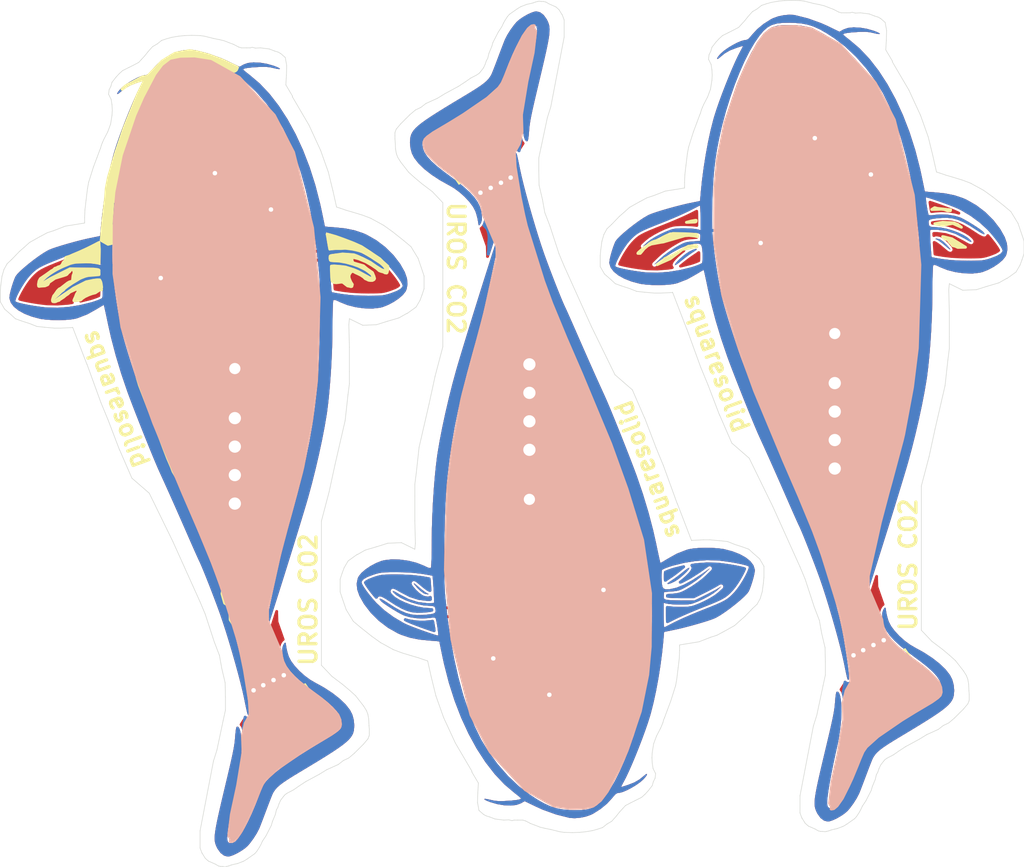
<source format=kicad_pcb>
(kicad_pcb (version 20171130) (host pcbnew "(5.0.2-5)-5")
  (layers (0 F.Cu signal hide) (31 B.Cu signal) (34 B.Paste user) (35 F.Paste user) (36 B.SilkS user) (37 F.SilkS user) (38 B.Mask user hide) (39 F.Mask user hide) (44 Edge.Cuts user))
  (net 0 "")
  (net 1 VCC)
  (net 2 SCL)
  (net 3 GND)
  (net 4 SDA)
  (net 5 "Net-(D1-Pad1)")
  (net 6 NEO_IN)
  (net 7 "Net-(D2-Pad2)")
  (module UROS_SCD41_footprints:HEADER-4P_new (layer F.Cu) (at 196.297005 75.549377 90)
    (fp_text reference J2 hide)
    (fp_text value Conn_01x04 hide)
    (pad 4 thru_hole circle (at 3.81 0 90) (size 1.6002 1.6002) (drill 1.0922) (layers *.Cu *.Mask))
    (pad 3 thru_hole circle (at 1.27 0 90) (size 1.6002 1.6002) (drill 1.0922) (layers *.Cu *.Mask))
    (pad 2 thru_hole circle (at -1.27 0 90) (size 1.6002 1.6002) (drill 1.0922) (layers *.Cu *.Mask))
    (pad 1 thru_hole rect (at -3.81 0 90) (size 1.6002 1.6002) (drill 1.0922) (layers *.Cu *.Mask))
  )
  (module UROS_SCD41_footprints:SCD41_3D (layer F.Cu) (at 194.558549 56.147688 315)
    (fp_text reference U1)
    (fp_text value SCD41 hide)
    (fp_poly (pts (xy -4.75 -2.1) (xy -3.25 -2.1) (xy -3.25 -2.65) (xy -3.5 -2.9) (xy -4.75 -2.9)) (layer F.Cu) (width 0))
    (pad 21 smd roundrect (at 0 0 315) (size 4.8 4.8) (layers F.Cu F.Paste F.Mask) (roundrect_rratio 0.025))
    (pad 1 smd rect (at -4 -2.5 45) (size 0.8 0.8) (layers F.Cu F.Paste F.Mask))
    (pad 2 smd rect (at -4.000001 -1.25 45) (size 0.8 1.5) (layers F.Cu F.Paste F.Mask))
    (pad 3 smd rect (at -4 0 45) (size 0.8 1.5) (layers F.Cu F.Paste F.Mask))
    (pad 4 smd rect (at -4.000001 1.25 45) (size 0.8 1.5) (layers F.Cu F.Paste F.Mask))
    (pad 5 smd rect (at -4 2.5 45) (size 0.8 1.5) (layers F.Cu F.Paste F.Mask))
    (pad 6 smd rect (at -2.5 4 135) (size 0.8 1.5) (layers F.Cu F.Paste F.Mask))
    (pad 7 smd rect (at -1.25 4.000001 135) (size 0.8 1.5) (layers F.Cu F.Paste F.Mask))
    (pad 8 smd rect (at 0 4 135) (size 0.8 1.5) (layers F.Cu F.Paste F.Mask))
    (pad 9 smd rect (at 1.25 4.000001 135) (size 0.8 1.5) (layers F.Cu F.Paste F.Mask))
    (pad 10 smd rect (at 2.5 4 135) (size 0.8 1.5) (layers F.Cu F.Paste F.Mask))
    (pad 11 smd rect (at 4 2.5 225) (size 0.8 1.5) (layers F.Cu F.Paste F.Mask))
    (pad 12 smd rect (at 4.000001 1.25 225) (size 0.8 1.5) (layers F.Cu F.Paste F.Mask))
    (pad 13 smd rect (at 4 0 225) (size 0.8 1.5) (layers F.Cu F.Paste F.Mask))
    (pad 14 smd rect (at 4.000001 -1.25 225) (size 0.8 1.5) (layers F.Cu F.Paste F.Mask))
    (pad 15 smd rect (at 4 -2.5 225) (size 0.8 1.5) (layers F.Cu F.Paste F.Mask))
    (pad 16 smd rect (at 2.5 -4 315) (size 0.8 1.5) (layers F.Cu F.Paste F.Mask))
    (pad 17 smd rect (at 1.25 -4.000001 315) (size 0.8 1.5) (layers F.Cu F.Paste F.Mask))
    (pad 18 smd rect (at 0 -4 315) (size 0.8 1.5) (layers F.Cu F.Paste F.Mask))
    (pad 19 smd rect (at -1.25 -4.000001 315) (size 0.8 1.5) (layers F.Cu F.Paste F.Mask))
    (pad 20 smd rect (at -2.5 -4 315) (size 0.8 1.5) (layers F.Cu F.Paste F.Mask))
  )
  (module UROS_SCD41_footprints:NEO-Pixel_WS2812B (layer B.Cu) (at 194.558549 56.147688 315)
    (fp_text reference D2)
    (fp_text value WS2812B hide)
    (pad 1 smd rect (at -2.45 1.6 315) (size 1.8 1) (layers B.Cu B.Paste B.Mask))
    (pad 2 smd rect (at -2.45 -1.6 315) (size 1.8 1) (layers B.Cu B.Paste B.Mask))
    (pad 4 smd rect (at 2.45 1.6 315) (size 1.8 1) (layers B.Cu B.Paste B.Mask))
    (pad 3 smd rect (at 2.45 -1.6 315) (size 1.8 1) (layers B.Cu B.Paste B.Mask))
  )
  (module UROS_SCD41_footprints:R_1206_HandSolder (layer F.Cu) (at 192.2018 70.2056 135)
    (fp_text reference R1 (at 0 0 -45) (layer F.SilkS) (effects (font (size 1 0.8))))
    (fp_text value 10k)
    (pad 2 smd roundrect (at 1.550001 0 135) (size 1.3 1.75) (layers F.Cu F.Paste F.Mask) (roundrect_rratio 0.1923069230769231))
    (pad 1 smd roundrect (at -1.550001 0 135) (size 1.3 1.75) (layers F.Cu F.Paste F.Mask) (roundrect_rratio 0.1923069230769231))
  )
  (module UROS_SCD41_footprints:R_1206_HandSolder (layer F.Cu) (at 192.405 64.389 135)
    (fp_text reference R2 (at 0 0 -45) (layer F.SilkS) (effects (font (size 1 0.8))))
    (fp_text value 10k)
    (pad 1 smd roundrect (at -1.550001 0 135) (size 1.3 1.75) (layers F.Cu F.Paste F.Mask) (roundrect_rratio 0.1923069230769231))
    (pad 2 smd roundrect (at 1.550001 0 135) (size 1.3 1.75) (layers F.Cu F.Paste F.Mask) (roundrect_rratio 0.1923069230769231))
  )
  (module UROS_SCD41_footprints:R_1206_HandSolder (layer F.Cu) (at 189.820005 51.673377 225)
    (fp_text reference R3 (at 0 0 45) (layer F.SilkS) (effects (font (size 1 0.8))))
    (fp_text value 10k)
    (pad 2 smd roundrect (at 1.550001 0 225) (size 1.3 1.75) (layers F.Cu F.Paste F.Mask) (roundrect_rratio 0.1923069230769231))
    (pad 1 smd roundrect (at -1.550001 0 225) (size 1.3 1.75) (layers F.Cu F.Paste F.Mask) (roundrect_rratio 0.1923069230769231))
  )
  (module UROS_SCD41_footprints:PinHeader_1x01 (layer F.Cu) (at 196.297005 67.319777 180)
    (fp_text reference J3)
    (fp_text value Conn_01x01 hide)
    (pad 1 thru_hole rect (at 0 0 180) (size 1.7 1.7) (drill 1) (layers *.Cu *.Mask))
  )
  (module UROS_SCD41_footprints:JST_SH4_3D (layer F.Cu) (at 201.29754 99.05746 35)
    (fp_text reference CONN1)
    (fp_text value Adafruit_SCD-41-eagle-import_STEMMA_I2C_QT hide)
    (pad 2 smd rect (at -0.5 -2.514 125) (size 1.55 0.6) (layers F.Cu F.Paste F.Mask))
    (pad 3 smd rect (at 0.5 -2.514 125) (size 1.55 0.6) (layers F.Cu F.Paste F.Mask))
    (pad 1 smd rect (at -1.5 -2.514 125) (size 1.55 0.6) (layers F.Cu F.Paste F.Mask))
    (pad 4 smd rect (at 1.5 -2.514 125) (size 1.55 0.6) (layers F.Cu F.Paste F.Mask))
    (pad MT1 smd rect (at -2.8 1.386 125) (size 1.8 1.2) (layers F.Cu F.Paste F.Mask))
    (pad MT2 smd rect (at 2.8 1.386 125) (size 1.8 1.2) (layers F.Cu F.Paste F.Mask))
  )
  (module kicad_custom_lib:tancho_out (layer F.Cu) (at 193.988621 74.851836 180)
    (fp_text reference J4 hide)
    (fp_text value CONN_02 hide)
    (fp_poly (pts (xy -3.486168 -23.346364) (xy -3.452349 -23.289772) (xy -3.41138 -23.158432) (xy -3.357375 -22.931846) (xy -3.284444 -22.58952) (xy -3.186701 -22.110955) (xy -3.132711 -21.844) (xy -2.994462 -21.216059) (xy -2.80968 -20.461134) (xy -2.587772 -19.612072) (xy -2.338142 -18.701717) (xy -2.070195 -17.762913) (xy -1.793338 -16.828505) (xy -1.516975 -15.931338) (xy -1.250513 -15.104257) (xy -1.003356 -14.380105) (xy -0.962762 -14.266334) (xy -0.738897 -13.653105) (xy -0.4945 -12.999872) (xy -0.240029 -12.333161) (xy 0.014059 -11.679499) (xy 0.257306 -11.065415) (xy 0.479257 -10.517436) (xy 0.669453 -10.062088) (xy 0.817438 -9.725901) (xy 0.872891 -9.609667) (xy 0.953148 -9.439349) (xy 1.089396 -9.139142) (xy 1.270287 -8.734529) (xy 1.484476 -8.250989) (xy 1.720615 -7.714004) (xy 1.909738 -7.281334) (xy 2.481503 -5.974992) (xy 3.026603 -4.739941) (xy 3.535567 -3.597444) (xy 3.998922 -2.568766) (xy 4.407193 -1.675171) (xy 4.410164 -1.668727) (xy 4.570517 -1.307623) (xy 4.780829 -0.813739) (xy 5.030899 -0.212582) (xy 5.310526 0.470342) (xy 5.60951 1.209526) (xy 5.917651 1.979464) (xy 6.224747 2.754649) (xy 6.5206 3.509574) (xy 6.795007 4.218733) (xy 7.037769 4.856618) (xy 7.238686 5.397724) (xy 7.26421 5.467936) (xy 7.810566 7.069024) (xy 8.30055 8.69287) (xy 8.717711 10.282164) (xy 8.975586 11.43) (xy 9.083753 11.948931) (xy 9.18165 12.409079) (xy 9.263816 12.785542) (xy 9.32479 13.053423) (xy 9.359112 13.18782) (xy 9.363424 13.198421) (xy 9.442897 13.171615) (xy 9.626122 13.070839) (xy 9.876323 12.916606) (xy 9.924643 12.885395) (xy 10.82425 12.377843) (xy 11.710688 12.034843) (xy 11.892288 11.984323) (xy 12.282529 11.915424) (xy 12.789526 11.872344) (xy 13.362662 11.855214) (xy 13.951319 11.864166) (xy 14.504881 11.899331) (xy 14.972729 11.960839) (xy 15.050767 11.976147) (xy 15.795307 12.172709) (xy 16.441774 12.424116) (xy 16.976562 12.720888) (xy 17.386061 13.053545) (xy 17.656663 13.412606) (xy 17.77476 13.788591) (xy 17.778919 13.876687) (xy 17.748971 14.117986) (xy 17.670689 14.463267) (xy 17.559585 14.85968) (xy 17.431173 15.254371) (xy 17.300965 15.59449) (xy 17.229608 15.748112) (xy 17.081156 15.948279) (xy 16.818022 16.217581) (xy 16.468115 16.53382) (xy 16.059341 16.874797) (xy 15.61961 17.218313) (xy 15.176828 17.542169) (xy 14.758904 17.824167) (xy 14.393746 18.042108) (xy 14.258953 18.111052) (xy 13.988995 18.220367) (xy 13.589034 18.357435) (xy 13.094119 18.51216) (xy 12.539296 18.674448) (xy 11.959615 18.834204) (xy 11.390122 18.981336) (xy 10.865864 19.105746) (xy 10.625666 19.157512) (xy 9.694333 19.349407) (xy 9.633952 20.067536) (xy 9.521692 21.175702) (xy 9.369795 22.331153) (xy 9.185443 23.493185) (xy 8.975818 24.621088) (xy 8.748102 25.674156) (xy 8.509478 26.611682) (xy 8.431681 26.881666) (xy 8.239691 27.486525) (xy 8.001019 28.176282) (xy 7.728283 28.919361) (xy 7.4341 29.684186) (xy 7.13109 30.439182) (xy 6.83187 31.15277) (xy 6.549059 31.793377) (xy 6.295275 32.329425) (xy 6.122517 32.660166) (xy 5.983415 32.917743) (xy 5.890391 33.106011) (xy 5.861417 33.188317) (xy 5.863063 33.189333) (xy 5.955541 33.165041) (xy 6.163685 33.101362) (xy 6.44185 33.012271) (xy 7.020429 32.789232) (xy 7.485018 32.526078) (xy 7.851564 32.229324) (xy 8.053534 32.061495) (xy 8.159516 32.014581) (xy 8.170941 32.070991) (xy 8.08924 32.213136) (xy 7.915841 32.423425) (xy 7.828307 32.515409) (xy 7.547932 32.758516) (xy 7.187306 33.012407) (xy 6.786564 33.254947) (xy 6.385843 33.463999) (xy 6.025277 33.617427) (xy 5.745003 33.693094) (xy 5.685356 33.697333) (xy 5.525303 33.721742) (xy 5.374641 33.81447) (xy 5.194823 34.004767) (xy 5.063805 34.169014) (xy 4.602446 34.669743) (xy 4.031221 35.140744) (xy 3.4088 35.535869) (xy 3.175 35.654669) (xy 2.744221 35.808618) (xy 2.241837 35.913623) (xy 1.738958 35.959436) (xy 1.306697 35.935807) (xy 1.27 35.929212) (xy 0.067723 35.627204) (xy -1.116433 35.200672) (xy -1.681977 34.946176) (xy -2.728953 34.439178) (xy -3.078977 34.637459) (xy -3.467181 34.776831) (xy -3.966364 34.832916) (xy -4.54155 34.808279) (xy -5.157761 34.705485) (xy -5.780023 34.5271) (xy -6.062858 34.418616) (xy -6.272826 34.316945) (xy -6.32911 34.256645) (xy -6.242926 34.240589) (xy -6.025488 34.271651) (xy -5.745533 34.337326) (xy -5.402387 34.409973) (xy -5.046716 34.442697) (xy -4.616609 34.439461) (xy -4.360334 34.425975) (xy -3.808896 34.385125) (xy -3.415452 34.340471) (xy -3.168672 34.290122) (xy -3.057228 34.23219) (xy -3.048 34.207104) (xy -3.111409 34.1311) (xy -3.280364 33.983467) (xy -3.522957 33.791474) (xy -3.6195 33.718735) (xy -4.528717 32.94849) (xy -5.400035 32.023664) (xy -6.227187 30.95603) (xy -7.003905 29.757358) (xy -7.723922 28.439421) (xy -8.380969 27.01399) (xy -8.968779 25.492838) (xy -9.481083 23.887737) (xy -9.911615 22.210458) (xy -10.025451 21.68749) (xy -10.12383 21.214596) (xy -10.208931 20.802676) (xy -10.275198 20.478866) (xy -10.317071 20.270305) (xy -10.329334 20.203807) (xy -10.407849 20.187339) (xy -10.619273 20.165231) (xy -10.927425 20.140892) (xy -11.156742 20.125838) (xy -12.126726 20.028123) (xy -12.974757 19.856807) (xy -13.734887 19.604134) (xy -14.043792 19.468258) (xy -14.91683 18.973866) (xy -15.725651 18.356996) (xy -16.443421 17.643851) (xy -17.043304 16.860638) (xy -17.447535 16.144515) (xy -17.64452 15.585904) (xy -17.697776 15.059922) (xy -17.673373 14.934018) (xy -17.272 14.934018) (xy -17.21782 15.095881) (xy -17.06905 15.353386) (xy -16.846347 15.678107) (xy -16.570366 16.041621) (xy -16.261764 16.415504) (xy -15.941196 16.771332) (xy -15.922566 16.790927) (xy -15.228488 17.430078) (xy -14.413715 18.029284) (xy -13.526815 18.553451) (xy -13.377334 18.630081) (xy -13.150154 18.732881) (xy -12.827372 18.864331) (xy -12.439356 19.013646) (xy -12.016475 19.170042) (xy -11.589095 19.322733) (xy -11.187585 19.460936) (xy -10.842312 19.573866) (xy -10.583645 19.650738) (xy -10.441951 19.680767) (xy -10.425706 19.678297) (xy -10.423468 19.58856) (xy -10.443805 19.371665) (xy -10.482614 19.06767) (xy -10.502034 18.933057) (xy -10.557279 18.594572) (xy -10.611557 18.317272) (xy -10.655661 18.146507) (xy -10.667026 18.120243) (xy -10.758779 18.073853) (xy -10.964802 18.073805) (xy -11.280909 18.115137) (xy -11.817711 18.154524) (xy -12.410866 18.122997) (xy -12.990282 18.028583) (xy -13.485863 17.879312) (xy -13.540391 17.856333) (xy -13.807956 17.723143) (xy -14.146626 17.532414) (xy -14.517802 17.308539) (xy -14.882884 17.075905) (xy -15.203273 16.858904) (xy -15.44037 16.681924) (xy -15.535305 16.595803) (xy -15.651854 16.442167) (xy -15.640528 16.385347) (xy -15.510636 16.422885) (xy -15.271486 16.552325) (xy -14.971719 16.744563) (xy -14.334799 17.155175) (xy -13.787901 17.460324) (xy -13.298105 17.670987) (xy -12.832485 17.798139) (xy -12.358121 17.852758) (xy -11.842088 17.84582) (xy -11.699567 17.835496) (xy -11.261867 17.794382) (xy -10.966655 17.749928) (xy -10.78719 17.692938) (xy -10.696729 17.614213) (xy -10.668528 17.504557) (xy -10.668 17.480716) (xy -10.688144 17.236145) (xy -10.772017 17.095946) (xy -10.954782 17.032458) (xy -11.256182 17.018) (xy -11.739385 16.98054) (xy -12.268205 16.876991) (xy -12.809093 16.720599) (xy -13.328497 16.524608) (xy -13.792866 16.302264) (xy -14.168648 16.066812) (xy -14.422293 15.831499) (xy -14.4793 15.745572) (xy -14.465376 15.700076) (xy -14.320338 15.754958) (xy -14.042519 15.910942) (xy -13.900347 15.997769) (xy -13.073693 16.426758) (xy -12.243858 16.691839) (xy -11.45834 16.789558) (xy -11.154727 16.792162) (xy -10.923403 16.783308) (xy -10.810794 16.764899) (xy -10.808143 16.762913) (xy -10.800047 16.670568) (xy -10.802739 16.446784) (xy -10.814097 16.128964) (xy -10.831996 15.754512) (xy -10.854314 15.360828) (xy -10.878927 14.985315) (xy -10.903712 14.665377) (xy -10.926547 14.438414) (xy -10.945308 14.34183) (xy -10.945595 14.341516) (xy -11.033861 14.319171) (xy -11.254648 14.277159) (xy -11.573148 14.221806) (xy -11.898466 14.168386) (xy -12.67438 14.076931) (xy -13.583079 14.027957) (xy -14.181667 14.01982) (xy -14.705915 14.022) (xy -15.100239 14.031328) (xy -15.404028 14.052293) (xy -15.65667 14.089383) (xy -15.897553 14.147087) (xy -16.166067 14.229895) (xy -16.240218 14.254409) (xy -16.73979 14.446435) (xy -17.073651 14.63544) (xy -17.245337 14.823754) (xy -17.272 14.934018) (xy -17.673373 14.934018) (xy -17.606383 14.588398) (xy -17.520709 14.404861) (xy -17.280429 14.099823) (xy -16.916921 13.783305) (xy -16.471958 13.481887) (xy -15.987313 13.222149) (xy -15.504758 13.030673) (xy -15.257 12.964431) (xy -14.596168 12.886653) (xy -13.856031 12.903677) (xy -13.092075 13.007813) (xy -12.359785 13.191367) (xy -11.714649 13.446649) (xy -11.690218 13.458861) (xy -11.394754 13.59928) (xy -11.212464 13.659964) (xy -11.111811 13.649112) (xy -11.08088 13.617317) (xy -11.061812 13.505407) (xy -11.044559 13.247515) (xy -11.029834 12.866988) (xy -11.01835 12.387173) (xy -11.010821 11.831418) (xy -11.007964 11.230952) (xy -10.995457 10.174483) (xy -10.960706 9.053266) (xy -10.906129 7.903804) (xy -10.834146 6.762601) (xy -10.747178 5.666161) (xy -10.647644 4.650986) (xy -10.537964 3.753581) (xy -10.490754 3.429) (xy -10.304753 2.330967) (xy -10.069226 1.119402) (xy -9.79443 -0.160801) (xy -9.490619 -1.464744) (xy -9.168051 -2.747531) (xy -8.836981 -3.964266) (xy -8.672702 -4.529667) (xy -8.458429 -5.24489) (xy -8.220483 -6.030605) (xy -7.963419 -6.872376) (xy -7.691794 -7.755768) (xy -7.410166 -8.666343) (xy -7.123089 -9.589666) (xy -6.83512 -10.5113) (xy -6.550816 -11.41681) (xy -6.274733 -12.29176) (xy -6.011427 -13.121712) (xy -5.765455 -13.892232) (xy -5.541373 -14.588882) (xy -5.343737 -15.197227) (xy -5.177104 -15.702831) (xy -5.04603 -16.091257) (xy -4.955071 -16.34807) (xy -4.908784 -16.458833) (xy -4.906842 -16.461268) (xy -4.847474 -16.486162) (xy -4.854982 -16.367339) (xy -4.860626 -16.340667) (xy -4.887943 -16.213932) (xy -4.946523 -15.940248) (xy -5.032381 -15.538292) (xy -5.141534 -15.026741) (xy -5.269997 -14.424269) (xy -5.413786 -13.749555) (xy -5.568916 -13.021273) (xy -5.637327 -12.7) (xy -5.839573 -11.752519) (xy -6.014001 -10.943166) (xy -6.16735 -10.244297) (xy -6.30636 -9.628272) (xy -6.437771 -9.067448) (xy -6.568321 -8.534184) (xy -6.70475 -8.000836) (xy -6.853798 -7.439764) (xy -7.022204 -6.823324) (xy -7.216708 -6.123875) (xy -7.399899 -5.470786) (xy -7.884256 -3.694687) (xy -8.30248 -2.041917) (xy -8.660491 -0.48257) (xy -8.964213 1.013264) (xy -9.219567 2.475492) (xy -9.432473 3.934023) (xy -9.608855 5.418764) (xy -9.664898 5.969) (xy -9.716911 6.599271) (xy -9.763386 7.353323) (xy -9.803909 8.205018) (xy -9.838065 9.128217) (xy -9.86544 10.096782) (xy -9.885619 11.084574) (xy -9.898187 12.065454) (xy -9.902729 13.013284) (xy -9.898832 13.901926) (xy -9.886079 14.705241) (xy -9.864058 15.39709) (xy -9.832352 15.951335) (xy -9.824728 16.044333) (xy -9.616912 18.023096) (xy -9.348012 19.918292) (xy -9.020824 21.71972) (xy -8.638144 23.417178) (xy -8.202768 25.000464) (xy -7.717492 26.459377) (xy -7.185112 27.783714) (xy -6.608423 28.963275) (xy -6.01244 29.954859) (xy -5.13761 31.149397) (xy -4.204302 32.214784) (xy -3.225179 33.137763) (xy -2.286 33.855739) (xy -1.599858 34.304465) (xy -0.99994 34.648936) (xy -0.450018 34.901852) (xy 0.086135 35.075915) (xy 0.64475 35.183825) (xy 1.262054 35.238283) (xy 1.693333 35.250814) (xy 2.335545 35.239857) (xy 2.862767 35.177984) (xy 3.304612 35.048112) (xy 3.690688 34.833159) (xy 4.050608 34.51604) (xy 4.41398 34.079673) (xy 4.810417 33.506974) (xy 4.867131 33.419757) (xy 5.304825 32.674292) (xy 5.749479 31.7881) (xy 6.190378 30.788862) (xy 6.616806 29.70426) (xy 7.018047 28.561974) (xy 7.383386 27.389686) (xy 7.702108 26.215076) (xy 7.780627 25.893366) (xy 8.008667 24.881554) (xy 8.191852 23.938572) (xy 8.335217 23.023104) (xy 8.443793 22.093833) (xy 8.522615 21.109442) (xy 8.576715 20.028615) (xy 8.60398 19.134666) (xy 8.619966 18.340743) (xy 8.625519 17.679238) (xy 8.619748 17.113504) (xy 8.601762 16.606894) (xy 8.57067 16.122762) (xy 8.525582 15.624462) (xy 8.516526 15.536333) (xy 8.404845 14.588223) (xy 8.395985 14.524876) (xy 9.468225 14.524876) (xy 9.471116 14.645615) (xy 9.495184 15.063845) (xy 9.550458 15.338398) (xy 9.658157 15.494636) (xy 9.839499 15.557923) (xy 10.115704 15.55362) (xy 10.221707 15.542775) (xy 10.786197 15.418208) (xy 11.43316 15.16126) (xy 12.166691 14.769904) (xy 12.990887 14.242111) (xy 13.335 14.000847) (xy 13.758333 13.697561) (xy 13.237195 14.205116) (xy 12.932685 14.470549) (xy 12.539841 14.769443) (xy 12.120198 15.056432) (xy 11.886735 15.200753) (xy 11.512982 15.416431) (xy 11.234447 15.559988) (xy 11.002566 15.648742) (xy 10.768773 15.700015) (xy 10.484503 15.731127) (xy 10.375873 15.739584) (xy 9.694333 15.790333) (xy 9.668225 16.10498) (xy 9.665603 16.317884) (xy 9.727759 16.424995) (xy 9.879892 16.484657) (xy 10.051982 16.509053) (xy 10.353387 16.529486) (xy 10.744101 16.544036) (xy 11.184117 16.550779) (xy 11.260666 16.55101) (xy 12.403666 16.552333) (xy 13.208 16.157361) (xy 13.592346 15.964936) (xy 13.964774 15.772142) (xy 14.270451 15.60764) (xy 14.393333 15.537794) (xy 14.774333 15.3132) (xy 14.395107 15.665146) (xy 14.099397 15.893076) (xy 13.6921 16.145374) (xy 13.223362 16.396236) (xy 12.743328 16.619862) (xy 12.302143 16.790448) (xy 12.081937 16.855383) (xy 11.808491 16.894017) (xy 11.423735 16.912399) (xy 10.982398 16.911822) (xy 10.539209 16.893578) (xy 10.148896 16.858962) (xy 9.866187 16.809265) (xy 9.8425 16.802474) (xy 9.652 16.74425) (xy 9.652 17.861847) (xy 9.656489 18.27149) (xy 9.668787 18.60922) (xy 9.687135 18.844915) (xy 9.709777 18.948452) (xy 9.7155 18.950364) (xy 9.812003 18.90231) (xy 10.026823 18.793437) (xy 10.3276 18.640194) (xy 10.661688 18.469415) (xy 11.029929 18.291215) (xy 11.512568 18.072777) (xy 12.065434 17.833269) (xy 12.644354 17.591859) (xy 13.159355 17.385593) (xy 13.808719 17.12906) (xy 14.323698 16.917404) (xy 14.728738 16.736791) (xy 15.048284 16.573388) (xy 15.306782 16.413359) (xy 15.528676 16.242873) (xy 15.738411 16.048093) (xy 15.960434 15.815188) (xy 15.988672 15.784447) (xy 16.216854 15.505777) (xy 16.458784 15.161148) (xy 16.696731 14.782434) (xy 16.91296 14.401505) (xy 17.089738 14.050236) (xy 17.209331 13.760498) (xy 17.254006 13.564164) (xy 17.247878 13.521262) (xy 17.149179 13.460934) (xy 16.912419 13.386221) (xy 16.567661 13.30293) (xy 16.144969 13.216871) (xy 15.674406 13.13385) (xy 15.186035 13.059676) (xy 14.709921 13.000157) (xy 14.393333 12.96978) (xy 13.484645 12.950741) (xy 12.495365 13.026322) (xy 11.480223 13.189349) (xy 10.49395 13.432649) (xy 10.22438 13.516144) (xy 9.911512 13.626986) (xy 9.663275 13.7318) (xy 9.522714 13.8119) (xy 9.508863 13.826775) (xy 9.483818 13.951765) (xy 9.469564 14.199816) (xy 9.468225 14.524876) (xy 8.395985 14.524876) (xy 8.26232 13.569208) (xy 8.098867 12.542296) (xy 7.924401 11.570496) (xy 7.781725 10.866573) (xy 7.699796 10.533135) (xy 7.571495 10.068236) (xy 7.405717 9.500475) (xy 7.211362 8.858451) (xy 6.997325 8.170763) (xy 6.772505 7.466008) (xy 6.545799 6.772785) (xy 6.326105 6.119694) (xy 6.12845 5.552527) (xy 5.952468 5.072766) (xy 5.719935 4.460592) (xy 5.440331 3.739517) (xy 5.123138 2.933056) (xy 4.777838 2.064723) (xy 4.413913 1.15803) (xy 4.040844 0.236492) (xy 3.668112 -0.676378) (xy 3.305199 -1.557066) (xy 2.961588 -2.382058) (xy 2.646758 -3.12784) (xy 2.370192 -3.7709) (xy 2.353147 -3.81) (xy 2.028483 -4.55824) (xy 1.665106 -5.402794) (xy 1.286145 -6.28944) (xy 0.914728 -7.16396) (xy 0.573982 -7.972134) (xy 0.38464 -8.424809) (xy -0.13711 -9.721987) (xy -0.643998 -11.068677) (xy -1.128123 -12.439434) (xy -1.581587 -13.808814) (xy -1.99649 -15.151374) (xy -2.364932 -16.44167) (xy -2.679013 -17.654259) (xy -2.930833 -18.763695) (xy -3.093466 -19.627256) (xy -3.252864 -20.609743) (xy -3.381052 -21.446576) (xy -3.477575 -22.134132) (xy -3.541981 -22.668789) (xy -3.573815 -23.046924) (xy -3.572623 -23.264916) (xy -3.555909 -23.317292) (xy -3.518726 -23.348706) (xy -3.486168 -23.346364)) (layer F.Cu) (width 0.01))
    (fp_poly (pts (xy -0.558412 29.626628) (xy -0.45902 29.800213) (xy -0.426506 30.045869) (xy -0.464661 30.278524) (xy -0.524934 30.3784) (xy -0.71413 30.466152) (xy -0.954872 30.465282) (xy -1.157205 30.379912) (xy -1.189532 30.347941) (xy -1.253821 30.163186) (xy -1.203672 29.954493) (xy -1.072789 29.760382) (xy -0.894878 29.619375) (xy -0.703643 29.569993) (xy -0.558412 29.626628)) (layer F.Cu) (width 0.01))
    (fp_poly (pts (xy 2.911072 29.157609) (xy 3.094554 29.279027) (xy 3.175025 29.48819) (xy 3.129544 29.723635) (xy 3.12534 29.731688) (xy 2.967188 29.857604) (xy 2.7503 29.887333) (xy 2.540626 29.864198) (xy 2.437864 29.7707) (xy 2.405482 29.675855) (xy 2.391496 29.387536) (xy 2.505677 29.201118) (xy 2.731127 29.133923) (xy 2.911072 29.157609)) (layer F.Cu) (width 0.01))
    (fp_poly (pts (xy -6.004213 26.272469) (xy -5.760379 26.371201) (xy -5.510374 26.555689) (xy -5.439834 26.626194) (xy -5.258185 26.855886) (xy -5.178928 27.079399) (xy -5.164667 27.307961) (xy -5.213793 27.703196) (xy -5.347863 28.034043) (xy -5.546914 28.254333) (xy -5.583311 28.276156) (xy -5.756369 28.351604) (xy -5.851702 28.311908) (xy -5.928763 28.146154) (xy -5.991748 27.931765) (xy -6.011334 27.791778) (xy -6.066088 27.634614) (xy -6.188813 27.465662) (xy -6.307545 27.291184) (xy -6.290258 27.141234) (xy -6.285042 27.131557) (xy -6.251602 26.905757) (xy -6.290746 26.756004) (xy -6.336194 26.535789) (xy -6.320213 26.375829) (xy -6.203587 26.270382) (xy -6.004213 26.272469)) (layer F.Cu) (width 0.01))
    (fp_poly (pts (xy 6.557616 25.313793) (xy 6.727974 25.402348) (xy 6.753316 25.51211) (xy 6.64441 25.690331) (xy 6.64364 25.691348) (xy 6.546882 25.904341) (xy 6.519333 26.083148) (xy 6.473358 26.29439) (xy 6.389102 26.418681) (xy 6.307674 26.543033) (xy 6.296813 26.751649) (xy 6.314049 26.894715) (xy 6.341121 27.122631) (xy 6.319351 27.229145) (xy 6.230856 27.259334) (xy 6.169113 27.260092) (xy 5.942921 27.221389) (xy 5.820831 27.171217) (xy 5.632811 26.982037) (xy 5.488761 26.692206) (xy 5.420695 26.369986) (xy 5.418983 26.314371) (xy 5.484783 25.972484) (xy 5.658744 25.669566) (xy 5.906901 25.435463) (xy 6.195287 25.300023) (xy 6.489939 25.293093) (xy 6.557616 25.313793)) (layer F.Cu) (width 0.01))
    (fp_poly (pts (xy -1.356449 -35.900304) (xy -1.042276 -35.662696) (xy -0.770628 -35.284459) (xy -0.717551 -35.182256) (xy -0.636891 -35.005379) (xy -0.574662 -34.829636) (xy -0.532849 -34.640311) (xy -0.513436 -34.42269) (xy -0.518406 -34.162058) (xy -0.549744 -33.843697) (xy -0.609432 -33.452894) (xy -0.699455 -32.974933) (xy -0.821796 -32.395097) (xy -0.97844 -31.698673) (xy -1.17137 -30.870943) (xy -1.402569 -29.897194) (xy -1.465597 -29.633334) (xy -1.67234 -28.765004) (xy -1.84236 -28.041141) (xy -1.979618 -27.441843) (xy -2.088078 -26.947203) (xy -2.171705 -26.537318) (xy -2.23446 -26.192284) (xy -2.280308 -25.892195) (xy -2.313212 -25.617149) (xy -2.337136 -25.347239) (xy -2.347058 -25.206637) (xy -2.377579 -24.8681) (xy -2.417291 -24.597952) (xy -2.459414 -24.437849) (xy -2.476177 -24.413452) (xy -2.602286 -24.4112) (xy -2.709897 -24.557174) (xy -2.796542 -24.831028) (xy -2.859753 -25.212415) (xy -2.897061 -25.680988) (xy -2.905998 -26.2164) (xy -2.884097 -26.798305) (xy -2.833953 -27.362801) (xy -2.774067 -27.842383) (xy -2.705911 -28.31771) (xy -2.637818 -28.734281) (xy -2.578121 -29.037596) (xy -2.577411 -29.040667) (xy -2.368507 -29.965642) (xy -2.178827 -30.854128) (xy -2.011558 -31.688116) (xy -1.869886 -32.449597) (xy -1.756998 -33.120563) (xy -1.676081 -33.683003) (xy -1.630321 -34.118909) (xy -1.622904 -34.410272) (xy -1.624153 -34.427897) (xy -1.681977 -34.674515) (xy -1.82009 -34.787972) (xy -2.064057 -34.784177) (xy -2.161888 -34.762508) (xy -2.364577 -34.639272) (xy -2.609084 -34.369523) (xy -2.886958 -33.968447) (xy -3.189748 -33.451228) (xy -3.509004 -32.833054) (xy -3.836273 -32.12911) (xy -4.163104 -31.354583) (xy -4.403792 -30.734) (xy -4.581149 -30.263913) (xy -4.720436 -29.917664) (xy -4.842002 -29.660153) (xy -4.9662 -29.456282) (xy -5.113379 -29.270953) (xy -5.303892 -29.069066) (xy -5.459261 -28.913667) (xy -5.894532 -28.523101) (xy -6.477328 -28.068119) (xy -7.200652 -27.553562) (xy -8.057507 -26.98427) (xy -9.040895 -26.365083) (xy -9.863667 -25.867043) (xy -10.456084 -25.511783) (xy -10.917977 -25.227219) (xy -11.265484 -24.99941) (xy -11.514744 -24.814412) (xy -11.681895 -24.658282) (xy -11.783076 -24.517079) (xy -11.834425 -24.376861) (xy -11.852081 -24.223683) (xy -11.853334 -24.148122) (xy -11.808083 -23.784765) (xy -11.665408 -23.418586) (xy -11.414927 -23.03719) (xy -11.046259 -22.628178) (xy -10.54902 -22.179155) (xy -9.912829 -21.677724) (xy -9.578127 -21.43145) (xy -8.794271 -20.847038) (xy -8.150063 -20.325361) (xy -7.633788 -19.853245) (xy -7.233726 -19.417516) (xy -6.938162 -19.005) (xy -6.735378 -18.602523) (xy -6.613656 -18.196911) (xy -6.591299 -18.073313) (xy -6.542945 -17.658705) (xy -6.553089 -17.358191) (xy -6.626994 -17.125119) (xy -6.714065 -16.984465) (xy -6.785127 -16.905043) (xy -6.828697 -16.930225) (xy -6.86111 -17.085) (xy -6.880689 -17.239385) (xy -6.939925 -17.556117) (xy -7.039854 -17.928111) (xy -7.118063 -18.16192) (xy -7.324902 -18.559172) (xy -7.65173 -18.996586) (xy -8.065731 -19.441359) (xy -8.534086 -19.860688) (xy -9.02398 -20.22177) (xy -9.398 -20.440888) (xy -10.256302 -20.916646) (xy -11.016499 -21.414298) (xy -11.664729 -21.92201) (xy -12.187132 -22.42795) (xy -12.569848 -22.920286) (xy -12.777489 -23.325915) (xy -12.903267 -23.797798) (xy -12.949472 -24.291096) (xy -12.913788 -24.743644) (xy -12.839831 -25.000553) (xy -12.74714 -25.187592) (xy -12.620222 -25.375248) (xy -12.447535 -25.571942) (xy -12.217532 -25.786096) (xy -11.918669 -26.02613) (xy -11.539402 -26.300466) (xy -11.068185 -26.617525) (xy -10.493475 -26.985728) (xy -9.803727 -27.413497) (xy -8.987396 -27.909252) (xy -8.226122 -28.366032) (xy -7.575484 -28.759249) (xy -7.055147 -29.085502) (xy -6.646877 -29.359131) (xy -6.332438 -29.594475) (xy -6.093596 -29.805876) (xy -5.912114 -30.007672) (xy -5.769757 -30.214205) (xy -5.686971 -30.362786) (xy -5.627139 -30.499853) (xy -5.520602 -30.765133) (xy -5.379327 -31.127994) (xy -5.215283 -31.557807) (xy -5.091564 -31.886786) (xy -4.916541 -32.352614) (xy -4.754201 -32.780179) (xy -4.617101 -33.13675) (xy -4.517797 -33.389591) (xy -4.478225 -33.485667) (xy -4.259672 -33.908592) (xy -3.96567 -34.373272) (xy -3.645055 -34.806453) (xy -3.441583 -35.04058) (xy -3.181044 -35.267279) (xy -2.840971 -35.498693) (xy -2.467906 -35.709695) (xy -2.108395 -35.875161) (xy -1.808981 -35.969965) (xy -1.695722 -35.983017) (xy -1.356449 -35.900304)) (layer F.Cu) (width 0.01))
    (fp_poly (pts (xy -12.544111 15.047189) (xy -12.367945 15.184989) (xy -12.183552 15.343019) (xy -11.904954 15.575298) (xy -11.649899 15.768726) (xy -11.462139 15.890698) (xy -11.423816 15.909152) (xy -11.293408 15.96833) (xy -11.315434 15.990793) (xy -11.387667 15.994058) (xy -11.601907 15.955377) (xy -11.726334 15.903426) (xy -11.994761 15.711441) (xy -12.28773 15.435015) (xy -12.541868 15.13443) (xy -12.557307 15.113) (xy -12.605933 15.023991) (xy -12.544111 15.047189)) (layer F.Cu) (width 0.01))
    (fp_poly (pts (xy 11.938 13.653229) (xy 11.874547 13.784965) (xy 11.706407 13.984152) (xy 11.466909 14.22013) (xy 11.189382 14.462241) (xy 10.907153 14.679826) (xy 10.653551 14.842224) (xy 10.634223 14.852585) (xy 10.331296 14.995698) (xy 10.110921 15.067253) (xy 9.999238 15.059753) (xy 9.990666 15.037159) (xy 10.056125 14.977938) (xy 10.226684 14.856973) (xy 10.435166 14.719988) (xy 10.727976 14.518455) (xy 11.073829 14.259213) (xy 11.399407 13.99728) (xy 11.408833 13.989333) (xy 11.649624 13.798157) (xy 11.833079 13.675776) (xy 11.929952 13.640765) (xy 11.938 13.653229)) (layer F.Cu) (width 0.01))
    (fp_poly (pts (xy -3.486168 -23.346364) (xy -3.452349 -23.289772) (xy -3.41138 -23.158432) (xy -3.357375 -22.931846) (xy -3.284444 -22.58952) (xy -3.186701 -22.110955) (xy -3.132711 -21.844) (xy -2.994462 -21.216059) (xy -2.80968 -20.461134) (xy -2.587772 -19.612072) (xy -2.338142 -18.701717) (xy -2.070195 -17.762913) (xy -1.793338 -16.828505) (xy -1.516975 -15.931338) (xy -1.250513 -15.104257) (xy -1.003356 -14.380105) (xy -0.962762 -14.266334) (xy -0.738897 -13.653105) (xy -0.4945 -12.999872) (xy -0.240029 -12.333161) (xy 0.014059 -11.679499) (xy 0.257306 -11.065415) (xy 0.479257 -10.517436) (xy 0.669453 -10.062088) (xy 0.817438 -9.725901) (xy 0.872891 -9.609667) (xy 0.953148 -9.439349) (xy 1.089396 -9.139142) (xy 1.270287 -8.734529) (xy 1.484476 -8.250989) (xy 1.720615 -7.714004) (xy 1.909738 -7.281334) (xy 2.481503 -5.974992) (xy 3.026603 -4.739941) (xy 3.535567 -3.597444) (xy 3.998922 -2.568766) (xy 4.407193 -1.675171) (xy 4.410164 -1.668727) (xy 4.570517 -1.307623) (xy 4.780829 -0.813739) (xy 5.030899 -0.212582) (xy 5.310526 0.470342) (xy 5.60951 1.209526) (xy 5.917651 1.979464) (xy 6.224747 2.754649) (xy 6.5206 3.509574) (xy 6.795007 4.218733) (xy 7.037769 4.856618) (xy 7.238686 5.397724) (xy 7.26421 5.467936) (xy 7.810566 7.069024) (xy 8.30055 8.69287) (xy 8.717711 10.282164) (xy 8.975586 11.43) (xy 9.083753 11.948931) (xy 9.18165 12.409079) (xy 9.263816 12.785542) (xy 9.32479 13.053423) (xy 9.359112 13.18782) (xy 9.363424 13.198421) (xy 9.442897 13.171615) (xy 9.626122 13.070839) (xy 9.876323 12.916606) (xy 9.924643 12.885395) (xy 10.82425 12.377843) (xy 11.710688 12.034843) (xy 11.892288 11.984323) (xy 12.282529 11.915424) (xy 12.789526 11.872344) (xy 13.362662 11.855214) (xy 13.951319 11.864166) (xy 14.504881 11.899331) (xy 14.972729 11.960839) (xy 15.050767 11.976147) (xy 15.795307 12.172709) (xy 16.441774 12.424116) (xy 16.976562 12.720888) (xy 17.386061 13.053545) (xy 17.656663 13.412606) (xy 17.77476 13.788591) (xy 17.778919 13.876687) (xy 17.748971 14.117986) (xy 17.670689 14.463267) (xy 17.559585 14.85968) (xy 17.431173 15.254371) (xy 17.300965 15.59449) (xy 17.229608 15.748112) (xy 17.081156 15.948279) (xy 16.818022 16.217581) (xy 16.468115 16.53382) (xy 16.059341 16.874797) (xy 15.61961 17.218313) (xy 15.176828 17.542169) (xy 14.758904 17.824167) (xy 14.393746 18.042108) (xy 14.258953 18.111052) (xy 13.988995 18.220367) (xy 13.589034 18.357435) (xy 13.094119 18.51216) (xy 12.539296 18.674448) (xy 11.959615 18.834204) (xy 11.390122 18.981336) (xy 10.865864 19.105746) (xy 10.625666 19.157512) (xy 9.694333 19.349407) (xy 9.633952 20.067536) (xy 9.521692 21.175702) (xy 9.369795 22.331153) (xy 9.185443 23.493185) (xy 8.975818 24.621088) (xy 8.748102 25.674156) (xy 8.509478 26.611682) (xy 8.431681 26.881666) (xy 8.239691 27.486525) (xy 8.001019 28.176282) (xy 7.728283 28.919361) (xy 7.4341 29.684186) (xy 7.13109 30.439182) (xy 6.83187 31.15277) (xy 6.549059 31.793377) (xy 6.295275 32.329425) (xy 6.122517 32.660166) (xy 5.983415 32.917743) (xy 5.890391 33.106011) (xy 5.861417 33.188317) (xy 5.863063 33.189333) (xy 5.955541 33.165041) (xy 6.163685 33.101362) (xy 6.44185 33.012271) (xy 7.020429 32.789232) (xy 7.485018 32.526078) (xy 7.851564 32.229324) (xy 8.053534 32.061495) (xy 8.159516 32.014581) (xy 8.170941 32.070991) (xy 8.08924 32.213136) (xy 7.915841 32.423425) (xy 7.828307 32.515409) (xy 7.547932 32.758516) (xy 7.187306 33.012407) (xy 6.786564 33.254947) (xy 6.385843 33.463999) (xy 6.025277 33.617427) (xy 5.745003 33.693094) (xy 5.685356 33.697333) (xy 5.525303 33.721742) (xy 5.374641 33.81447) (xy 5.194823 34.004767) (xy 5.063805 34.169014) (xy 4.602446 34.669743) (xy 4.031221 35.140744) (xy 3.4088 35.535869) (xy 3.175 35.654669) (xy 2.744221 35.808618) (xy 2.241837 35.913623) (xy 1.738958 35.959436) (xy 1.306697 35.935807) (xy 1.27 35.929212) (xy 0.067723 35.627204) (xy -1.116433 35.200672) (xy -1.681977 34.946176) (xy -2.728953 34.439178) (xy -3.078977 34.637459) (xy -3.467181 34.776831) (xy -3.966364 34.832916) (xy -4.54155 34.808279) (xy -5.157761 34.705485) (xy -5.780023 34.5271) (xy -6.062858 34.418616) (xy -6.272826 34.316945) (xy -6.32911 34.256645) (xy -6.242926 34.240589) (xy -6.025488 34.271651) (xy -5.745533 34.337326) (xy -5.402387 34.409973) (xy -5.046716 34.442697) (xy -4.616609 34.439461) (xy -4.360334 34.425975) (xy -3.808896 34.385125) (xy -3.415452 34.340471) (xy -3.168672 34.290122) (xy -3.057228 34.23219) (xy -3.048 34.207104) (xy -3.111409 34.1311) (xy -3.280364 33.983467) (xy -3.522957 33.791474) (xy -3.6195 33.718735) (xy -4.528717 32.94849) (xy -5.400035 32.023664) (xy -6.227187 30.95603) (xy -7.003905 29.757358) (xy -7.723922 28.439421) (xy -8.380969 27.01399) (xy -8.968779 25.492838) (xy -9.481083 23.887737) (xy -9.911615 22.210458) (xy -10.025451 21.68749) (xy -10.12383 21.214596) (xy -10.208931 20.802676) (xy -10.275198 20.478866) (xy -10.317071 20.270305) (xy -10.329334 20.203807) (xy -10.407849 20.187339) (xy -10.619273 20.165231) (xy -10.927425 20.140892) (xy -11.156742 20.125838) (xy -12.126726 20.028123) (xy -12.974757 19.856807) (xy -13.734887 19.604134) (xy -14.043792 19.468258) (xy -14.91683 18.973866) (xy -15.725651 18.356996) (xy -16.443421 17.643851) (xy -17.043304 16.860638) (xy -17.447535 16.144515) (xy -17.64452 15.585904) (xy -17.697776 15.059922) (xy -17.673373 14.934018) (xy -17.272 14.934018) (xy -17.21782 15.095881) (xy -17.06905 15.353386) (xy -16.846347 15.678107) (xy -16.570366 16.041621) (xy -16.261764 16.415504) (xy -15.941196 16.771332) (xy -15.922566 16.790927) (xy -15.228488 17.430078) (xy -14.413715 18.029284) (xy -13.526815 18.553451) (xy -13.377334 18.630081) (xy -13.150154 18.732881) (xy -12.827372 18.864331) (xy -12.439356 19.013646) (xy -12.016475 19.170042) (xy -11.589095 19.322733) (xy -11.187585 19.460936) (xy -10.842312 19.573866) (xy -10.583645 19.650738) (xy -10.441951 19.680767) (xy -10.425706 19.678297) (xy -10.423468 19.58856) (xy -10.443805 19.371665) (xy -10.482614 19.06767) (xy -10.502034 18.933057) (xy -10.557279 18.594572) (xy -10.611557 18.317272) (xy -10.655661 18.146507) (xy -10.667026 18.120243) (xy -10.758779 18.073853) (xy -10.964802 18.073805) (xy -11.280909 18.115137) (xy -11.817711 18.154524) (xy -12.410866 18.122997) (xy -12.990282 18.028583) (xy -13.485863 17.879312) (xy -13.540391 17.856333) (xy -13.807956 17.723143) (xy -14.146626 17.532414) (xy -14.517802 17.308539) (xy -14.882884 17.075905) (xy -15.203273 16.858904) (xy -15.44037 16.681924) (xy -15.535305 16.595803) (xy -15.651854 16.442167) (xy -15.640528 16.385347) (xy -15.510636 16.422885) (xy -15.271486 16.552325) (xy -14.971719 16.744563) (xy -14.334799 17.155175) (xy -13.787901 17.460324) (xy -13.298105 17.670987) (xy -12.832485 17.798139) (xy -12.358121 17.852758) (xy -11.842088 17.84582) (xy -11.699567 17.835496) (xy -11.261867 17.794382) (xy -10.966655 17.749928) (xy -10.78719 17.692938) (xy -10.696729 17.614213) (xy -10.668528 17.504557) (xy -10.668 17.480716) (xy -10.688144 17.236145) (xy -10.772017 17.095946) (xy -10.954782 17.032458) (xy -11.256182 17.018) (xy -11.739385 16.98054) (xy -12.268205 16.876991) (xy -12.809093 16.720599) (xy -13.328497 16.524608) (xy -13.792866 16.302264) (xy -14.168648 16.066812) (xy -14.422293 15.831499) (xy -14.4793 15.745572) (xy -14.465376 15.700076) (xy -14.320338 15.754958) (xy -14.042519 15.910942) (xy -13.900347 15.997769) (xy -13.073693 16.426758) (xy -12.243858 16.691839) (xy -11.45834 16.789558) (xy -11.154727 16.792162) (xy -10.923403 16.783308) (xy -10.810794 16.764899) (xy -10.808143 16.762913) (xy -10.800047 16.670568) (xy -10.802739 16.446784) (xy -10.814097 16.128964) (xy -10.831996 15.754512) (xy -10.854314 15.360828) (xy -10.878927 14.985315) (xy -10.903712 14.665377) (xy -10.926547 14.438414) (xy -10.945308 14.34183) (xy -10.945595 14.341516) (xy -11.033861 14.319171) (xy -11.254648 14.277159) (xy -11.573148 14.221806) (xy -11.898466 14.168386) (xy -12.67438 14.076931) (xy -13.583079 14.027957) (xy -14.181667 14.01982) (xy -14.705915 14.022) (xy -15.100239 14.031328) (xy -15.404028 14.052293) (xy -15.65667 14.089383) (xy -15.897553 14.147087) (xy -16.166067 14.229895) (xy -16.240218 14.254409) (xy -16.73979 14.446435) (xy -17.073651 14.63544) (xy -17.245337 14.823754) (xy -17.272 14.934018) (xy -17.673373 14.934018) (xy -17.606383 14.588398) (xy -17.520709 14.404861) (xy -17.280429 14.099823) (xy -16.916921 13.783305) (xy -16.471958 13.481887) (xy -15.987313 13.222149) (xy -15.504758 13.030673) (xy -15.257 12.964431) (xy -14.596168 12.886653) (xy -13.856031 12.903677) (xy -13.092075 13.007813) (xy -12.359785 13.191367) (xy -11.714649 13.446649) (xy -11.690218 13.458861) (xy -11.394754 13.59928) (xy -11.212464 13.659964) (xy -11.111811 13.649112) (xy -11.08088 13.617317) (xy -11.061812 13.505407) (xy -11.044559 13.247515) (xy -11.029834 12.866988) (xy -11.01835 12.387173) (xy -11.010821 11.831418) (xy -11.007964 11.230952) (xy -10.995457 10.174483) (xy -10.960706 9.053266) (xy -10.906129 7.903804) (xy -10.834146 6.762601) (xy -10.747178 5.666161) (xy -10.647644 4.650986) (xy -10.537964 3.753581) (xy -10.490754 3.429) (xy -10.304753 2.330967) (xy -10.069226 1.119402) (xy -9.79443 -0.160801) (xy -9.490619 -1.464744) (xy -9.168051 -2.747531) (xy -8.836981 -3.964266) (xy -8.672702 -4.529667) (xy -8.458429 -5.24489) (xy -8.220483 -6.030605) (xy -7.963419 -6.872376) (xy -7.691794 -7.755768) (xy -7.410166 -8.666343) (xy -7.123089 -9.589666) (xy -6.83512 -10.5113) (xy -6.550816 -11.41681) (xy -6.274733 -12.29176) (xy -6.011427 -13.121712) (xy -5.765455 -13.892232) (xy -5.541373 -14.588882) (xy -5.343737 -15.197227) (xy -5.177104 -15.702831) (xy -5.04603 -16.091257) (xy -4.955071 -16.34807) (xy -4.908784 -16.458833) (xy -4.906842 -16.461268) (xy -4.847474 -16.486162) (xy -4.854982 -16.367339) (xy -4.860626 -16.340667) (xy -4.887943 -16.213932) (xy -4.946523 -15.940248) (xy -5.032381 -15.538292) (xy -5.141534 -15.026741) (xy -5.269997 -14.424269) (xy -5.413786 -13.749555) (xy -5.568916 -13.021273) (xy -5.637327 -12.7) (xy -5.839573 -11.752519) (xy -6.014001 -10.943166) (xy -6.16735 -10.244297) (xy -6.30636 -9.628272) (xy -6.437771 -9.067448) (xy -6.568321 -8.534184) (xy -6.70475 -8.000836) (xy -6.853798 -7.439764) (xy -7.022204 -6.823324) (xy -7.216708 -6.123875) (xy -7.399899 -5.470786) (xy -7.884256 -3.694687) (xy -8.30248 -2.041917) (xy -8.660491 -0.48257) (xy -8.964213 1.013264) (xy -9.219567 2.475492) (xy -9.432473 3.934023) (xy -9.608855 5.418764) (xy -9.664898 5.969) (xy -9.716911 6.599271) (xy -9.763386 7.353323) (xy -9.803909 8.205018) (xy -9.838065 9.128217) (xy -9.86544 10.096782) (xy -9.885619 11.084574) (xy -9.898187 12.065454) (xy -9.902729 13.013284) (xy -9.898832 13.901926) (xy -9.886079 14.705241) (xy -9.864058 15.39709) (xy -9.832352 15.951335) (xy -9.824728 16.044333) (xy -9.616912 18.023096) (xy -9.348012 19.918292) (xy -9.020824 21.71972) (xy -8.638144 23.417178) (xy -8.202768 25.000464) (xy -7.717492 26.459377) (xy -7.185112 27.783714) (xy -6.608423 28.963275) (xy -6.01244 29.954859) (xy -5.13761 31.149397) (xy -4.204302 32.214784) (xy -3.225179 33.137763) (xy -2.286 33.855739) (xy -1.599858 34.304465) (xy -0.99994 34.648936) (xy -0.450018 34.901852) (xy 0.086135 35.075915) (xy 0.64475 35.183825) (xy 1.262054 35.238283) (xy 1.693333 35.250814) (xy 2.335545 35.239857) (xy 2.862767 35.177984) (xy 3.304612 35.048112) (xy 3.690688 34.833159) (xy 4.050608 34.51604) (xy 4.41398 34.079673) (xy 4.810417 33.506974) (xy 4.867131 33.419757) (xy 5.304825 32.674292) (xy 5.749479 31.7881) (xy 6.190378 30.788862) (xy 6.616806 29.70426) (xy 7.018047 28.561974) (xy 7.383386 27.389686) (xy 7.702108 26.215076) (xy 7.780627 25.893366) (xy 8.008667 24.881554) (xy 8.191852 23.938572) (xy 8.335217 23.023104) (xy 8.443793 22.093833) (xy 8.522615 21.109442) (xy 8.576715 20.028615) (xy 8.60398 19.134666) (xy 8.619966 18.340743) (xy 8.625519 17.679238) (xy 8.619748 17.113504) (xy 8.601762 16.606894) (xy 8.57067 16.122762) (xy 8.525582 15.624462) (xy 8.516526 15.536333) (xy 8.404845 14.588223) (xy 8.395985 14.524876) (xy 9.468225 14.524876) (xy 9.471116 14.645615) (xy 9.495184 15.063845) (xy 9.550458 15.338398) (xy 9.658157 15.494636) (xy 9.839499 15.557923) (xy 10.115704 15.55362) (xy 10.221707 15.542775) (xy 10.786197 15.418208) (xy 11.43316 15.16126) (xy 12.166691 14.769904) (xy 12.990887 14.242111) (xy 13.335 14.000847) (xy 13.758333 13.697561) (xy 13.237195 14.205116) (xy 12.932685 14.470549) (xy 12.539841 14.769443) (xy 12.120198 15.056432) (xy 11.886735 15.200753) (xy 11.512982 15.416431) (xy 11.234447 15.559988) (xy 11.002566 15.648742) (xy 10.768773 15.700015) (xy 10.484503 15.731127) (xy 10.375873 15.739584) (xy 9.694333 15.790333) (xy 9.668225 16.10498) (xy 9.665603 16.317884) (xy 9.727759 16.424995) (xy 9.879892 16.484657) (xy 10.051982 16.509053) (xy 10.353387 16.529486) (xy 10.744101 16.544036) (xy 11.184117 16.550779) (xy 11.260666 16.55101) (xy 12.403666 16.552333) (xy 13.208 16.157361) (xy 13.592346 15.964936) (xy 13.964774 15.772142) (xy 14.270451 15.60764) (xy 14.393333 15.537794) (xy 14.774333 15.3132) (xy 14.395107 15.665146) (xy 14.099397 15.893076) (xy 13.6921 16.145374) (xy 13.223362 16.396236) (xy 12.743328 16.619862) (xy 12.302143 16.790448) (xy 12.081937 16.855383) (xy 11.808491 16.894017) (xy 11.423735 16.912399) (xy 10.982398 16.911822) (xy 10.539209 16.893578) (xy 10.148896 16.858962) (xy 9.866187 16.809265) (xy 9.8425 16.802474) (xy 9.652 16.74425) (xy 9.652 17.861847) (xy 9.656489 18.27149) (xy 9.668787 18.60922) (xy 9.687135 18.844915) (xy 9.709777 18.948452) (xy 9.7155 18.950364) (xy 9.812003 18.90231) (xy 10.026823 18.793437) (xy 10.3276 18.640194) (xy 10.661688 18.469415) (xy 11.029929 18.291215) (xy 11.512568 18.072777) (xy 12.065434 17.833269) (xy 12.644354 17.591859) (xy 13.159355 17.385593) (xy 13.808719 17.12906) (xy 14.323698 16.917404) (xy 14.728738 16.736791) (xy 15.048284 16.573388) (xy 15.306782 16.413359) (xy 15.528676 16.242873) (xy 15.738411 16.048093) (xy 15.960434 15.815188) (xy 15.988672 15.784447) (xy 16.216854 15.505777) (xy 16.458784 15.161148) (xy 16.696731 14.782434) (xy 16.91296 14.401505) (xy 17.089738 14.050236) (xy 17.209331 13.760498) (xy 17.254006 13.564164) (xy 17.247878 13.521262) (xy 17.149179 13.460934) (xy 16.912419 13.386221) (xy 16.567661 13.30293) (xy 16.144969 13.216871) (xy 15.674406 13.13385) (xy 15.186035 13.059676) (xy 14.709921 13.000157) (xy 14.393333 12.96978) (xy 13.484645 12.950741) (xy 12.495365 13.026322) (xy 11.480223 13.189349) (xy 10.49395 13.432649) (xy 10.22438 13.516144) (xy 9.911512 13.626986) (xy 9.663275 13.7318) (xy 9.522714 13.8119) (xy 9.508863 13.826775) (xy 9.483818 13.951765) (xy 9.469564 14.199816) (xy 9.468225 14.524876) (xy 8.395985 14.524876) (xy 8.26232 13.569208) (xy 8.098867 12.542296) (xy 7.924401 11.570496) (xy 7.781725 10.866573) (xy 7.699796 10.533135) (xy 7.571495 10.068236) (xy 7.405717 9.500475) (xy 7.211362 8.858451) (xy 6.997325 8.170763) (xy 6.772505 7.466008) (xy 6.545799 6.772785) (xy 6.326105 6.119694) (xy 6.12845 5.552527) (xy 5.952468 5.072766) (xy 5.719935 4.460592) (xy 5.440331 3.739517) (xy 5.123138 2.933056) (xy 4.777838 2.064723) (xy 4.413913 1.15803) (xy 4.040844 0.236492) (xy 3.668112 -0.676378) (xy 3.305199 -1.557066) (xy 2.961588 -2.382058) (xy 2.646758 -3.12784) (xy 2.370192 -3.7709) (xy 2.353147 -3.81) (xy 2.028483 -4.55824) (xy 1.665106 -5.402794) (xy 1.286145 -6.28944) (xy 0.914728 -7.16396) (xy 0.573982 -7.972134) (xy 0.38464 -8.424809) (xy -0.13711 -9.721987) (xy -0.643998 -11.068677) (xy -1.128123 -12.439434) (xy -1.581587 -13.808814) (xy -1.99649 -15.151374) (xy -2.364932 -16.44167) (xy -2.679013 -17.654259) (xy -2.930833 -18.763695) (xy -3.093466 -19.627256) (xy -3.252864 -20.609743) (xy -3.381052 -21.446576) (xy -3.477575 -22.134132) (xy -3.541981 -22.668789) (xy -3.573815 -23.046924) (xy -3.572623 -23.264916) (xy -3.555909 -23.317292) (xy -3.518726 -23.348706) (xy -3.486168 -23.346364)) (layer B.Cu) (width 0.01))
    (fp_poly (pts (xy 11.938 13.653229) (xy 11.874547 13.784965) (xy 11.706407 13.984152) (xy 11.466909 14.22013) (xy 11.189382 14.462241) (xy 10.907153 14.679826) (xy 10.653551 14.842224) (xy 10.634223 14.852585) (xy 10.331296 14.995698) (xy 10.110921 15.067253) (xy 9.999238 15.059753) (xy 9.990666 15.037159) (xy 10.056125 14.977938) (xy 10.226684 14.856973) (xy 10.435166 14.719988) (xy 10.727976 14.518455) (xy 11.073829 14.259213) (xy 11.399407 13.99728) (xy 11.408833 13.989333) (xy 11.649624 13.798157) (xy 11.833079 13.675776) (xy 11.929952 13.640765) (xy 11.938 13.653229)) (layer B.Cu) (width 0.01))
    (fp_poly (pts (xy -12.544111 15.047189) (xy -12.367945 15.184989) (xy -12.183552 15.343019) (xy -11.904954 15.575298) (xy -11.649899 15.768726) (xy -11.462139 15.890698) (xy -11.423816 15.909152) (xy -11.293408 15.96833) (xy -11.315434 15.990793) (xy -11.387667 15.994058) (xy -11.601907 15.955377) (xy -11.726334 15.903426) (xy -11.994761 15.711441) (xy -12.28773 15.435015) (xy -12.541868 15.13443) (xy -12.557307 15.113) (xy -12.605933 15.023991) (xy -12.544111 15.047189)) (layer B.Cu) (width 0.01))
    (fp_poly (pts (xy -1.356449 -35.900304) (xy -1.042276 -35.662696) (xy -0.770628 -35.284459) (xy -0.717551 -35.182256) (xy -0.636891 -35.005379) (xy -0.574662 -34.829636) (xy -0.532849 -34.640311) (xy -0.513436 -34.42269) (xy -0.518406 -34.162058) (xy -0.549744 -33.843697) (xy -0.609432 -33.452894) (xy -0.699455 -32.974933) (xy -0.821796 -32.395097) (xy -0.97844 -31.698673) (xy -1.17137 -30.870943) (xy -1.402569 -29.897194) (xy -1.465597 -29.633334) (xy -1.67234 -28.765004) (xy -1.84236 -28.041141) (xy -1.979618 -27.441843) (xy -2.088078 -26.947203) (xy -2.171705 -26.537318) (xy -2.23446 -26.192284) (xy -2.280308 -25.892195) (xy -2.313212 -25.617149) (xy -2.337136 -25.347239) (xy -2.347058 -25.206637) (xy -2.377579 -24.8681) (xy -2.417291 -24.597952) (xy -2.459414 -24.437849) (xy -2.476177 -24.413452) (xy -2.602286 -24.4112) (xy -2.709897 -24.557174) (xy -2.796542 -24.831028) (xy -2.859753 -25.212415) (xy -2.897061 -25.680988) (xy -2.905998 -26.2164) (xy -2.884097 -26.798305) (xy -2.833953 -27.362801) (xy -2.774067 -27.842383) (xy -2.705911 -28.31771) (xy -2.637818 -28.734281) (xy -2.578121 -29.037596) (xy -2.577411 -29.040667) (xy -2.368507 -29.965642) (xy -2.178827 -30.854128) (xy -2.011558 -31.688116) (xy -1.869886 -32.449597) (xy -1.756998 -33.120563) (xy -1.676081 -33.683003) (xy -1.630321 -34.118909) (xy -1.622904 -34.410272) (xy -1.624153 -34.427897) (xy -1.681977 -34.674515) (xy -1.82009 -34.787972) (xy -2.064057 -34.784177) (xy -2.161888 -34.762508) (xy -2.364577 -34.639272) (xy -2.609084 -34.369523) (xy -2.886958 -33.968447) (xy -3.189748 -33.451228) (xy -3.509004 -32.833054) (xy -3.836273 -32.12911) (xy -4.163104 -31.354583) (xy -4.403792 -30.734) (xy -4.581149 -30.263913) (xy -4.720436 -29.917664) (xy -4.842002 -29.660153) (xy -4.9662 -29.456282) (xy -5.113379 -29.270953) (xy -5.303892 -29.069066) (xy -5.459261 -28.913667) (xy -5.894532 -28.523101) (xy -6.477328 -28.068119) (xy -7.200652 -27.553562) (xy -8.057507 -26.98427) (xy -9.040895 -26.365083) (xy -9.863667 -25.867043) (xy -10.456084 -25.511783) (xy -10.917977 -25.227219) (xy -11.265484 -24.99941) (xy -11.514744 -24.814412) (xy -11.681895 -24.658282) (xy -11.783076 -24.517079) (xy -11.834425 -24.376861) (xy -11.852081 -24.223683) (xy -11.853334 -24.148122) (xy -11.808083 -23.784765) (xy -11.665408 -23.418586) (xy -11.414927 -23.03719) (xy -11.046259 -22.628178) (xy -10.54902 -22.179155) (xy -9.912829 -21.677724) (xy -9.578127 -21.43145) (xy -8.794271 -20.847038) (xy -8.150063 -20.325361) (xy -7.633788 -19.853245) (xy -7.233726 -19.417516) (xy -6.938162 -19.005) (xy -6.735378 -18.602523) (xy -6.613656 -18.196911) (xy -6.591299 -18.073313) (xy -6.542945 -17.658705) (xy -6.553089 -17.358191) (xy -6.626994 -17.125119) (xy -6.714065 -16.984465) (xy -6.785127 -16.905043) (xy -6.828697 -16.930225) (xy -6.86111 -17.085) (xy -6.880689 -17.239385) (xy -6.939925 -17.556117) (xy -7.039854 -17.928111) (xy -7.118063 -18.16192) (xy -7.324902 -18.559172) (xy -7.65173 -18.996586) (xy -8.065731 -19.441359) (xy -8.534086 -19.860688) (xy -9.02398 -20.22177) (xy -9.398 -20.440888) (xy -10.256302 -20.916646) (xy -11.016499 -21.414298) (xy -11.664729 -21.92201) (xy -12.187132 -22.42795) (xy -12.569848 -22.920286) (xy -12.777489 -23.325915) (xy -12.903267 -23.797798) (xy -12.949472 -24.291096) (xy -12.913788 -24.743644) (xy -12.839831 -25.000553) (xy -12.74714 -25.187592) (xy -12.620222 -25.375248) (xy -12.447535 -25.571942) (xy -12.217532 -25.786096) (xy -11.918669 -26.02613) (xy -11.539402 -26.300466) (xy -11.068185 -26.617525) (xy -10.493475 -26.985728) (xy -9.803727 -27.413497) (xy -8.987396 -27.909252) (xy -8.226122 -28.366032) (xy -7.575484 -28.759249) (xy -7.055147 -29.085502) (xy -6.646877 -29.359131) (xy -6.332438 -29.594475) (xy -6.093596 -29.805876) (xy -5.912114 -30.007672) (xy -5.769757 -30.214205) (xy -5.686971 -30.362786) (xy -5.627139 -30.499853) (xy -5.520602 -30.765133) (xy -5.379327 -31.127994) (xy -5.215283 -31.557807) (xy -5.091564 -31.886786) (xy -4.916541 -32.352614) (xy -4.754201 -32.780179) (xy -4.617101 -33.13675) (xy -4.517797 -33.389591) (xy -4.478225 -33.485667) (xy -4.259672 -33.908592) (xy -3.96567 -34.373272) (xy -3.645055 -34.806453) (xy -3.441583 -35.04058) (xy -3.181044 -35.267279) (xy -2.840971 -35.498693) (xy -2.467906 -35.709695) (xy -2.108395 -35.875161) (xy -1.808981 -35.969965) (xy -1.695722 -35.983017) (xy -1.356449 -35.900304)) (layer B.Cu) (width 0.01))
    (pad 2 smd circle (at 9.144 16.256 180) (size 1 1) (layers B.Cu F.Paste F.Mask))
    (pad 1 smd circle (at -10.16 17.526 180) (size 1 1) (layers F.Cu F.Paste F.Mask))
  )
  (module UROS_SCD41_footprints:LED_0805_HandSolder (layer F.Cu) (at 193.503005 47.609377)
    (fp_text reference D1)
    (fp_text value LED)
    (pad 2 smd roundrect (at 1.024999 0) (size 1.15 1.4) (layers F.Cu F.Paste F.Mask) (roundrect_rratio 0.2173904347826087))
    (pad 1 smd roundrect (at -1.024999 0) (size 1.15 1.4) (layers F.Cu F.Paste F.Mask) (roundrect_rratio 0.2173904347826087))
  )
  (module UROS_SCD41_footprints:HEADER-4P_new (layer F.Cu) (at 169.081995 73.878823 270)
    (fp_text reference J2 hide)
    (fp_text value Conn_01x04 hide)
    (pad 4 thru_hole circle (at 3.81 0 270) (size 1.6002 1.6002) (drill 1.0922) (layers *.Cu *.Mask))
    (pad 3 thru_hole circle (at 1.27 0 270) (size 1.6002 1.6002) (drill 1.0922) (layers *.Cu *.Mask))
    (pad 2 thru_hole circle (at -1.27 0 270) (size 1.6002 1.6002) (drill 1.0922) (layers *.Cu *.Mask))
    (pad 1 thru_hole rect (at -3.81 0 270) (size 1.6002 1.6002) (drill 1.0922) (layers *.Cu *.Mask))
  )
  (module UROS_SCD41_footprints:SCD41_3D (layer F.Cu) (at 170.820451 93.280512 135)
    (fp_text reference U1)
    (fp_text value SCD41 hide)
    (fp_poly (pts (xy -4.75 -2.1) (xy -3.25 -2.1) (xy -3.25 -2.65) (xy -3.5 -2.9) (xy -4.75 -2.9)) (layer F.Cu) (width 0))
    (pad 21 smd roundrect (at 0 0 135) (size 4.8 4.8) (layers F.Cu F.Paste F.Mask) (roundrect_rratio 0.025))
    (pad 1 smd rect (at -4 -2.5 225) (size 0.8 0.8) (layers F.Cu F.Paste F.Mask))
    (pad 2 smd rect (at -4.000001 -1.25 225) (size 0.8 1.5) (layers F.Cu F.Paste F.Mask))
    (pad 3 smd rect (at -4 0 225) (size 0.8 1.5) (layers F.Cu F.Paste F.Mask))
    (pad 4 smd rect (at -4.000001 1.25 225) (size 0.8 1.5) (layers F.Cu F.Paste F.Mask))
    (pad 5 smd rect (at -4 2.5 225) (size 0.8 1.5) (layers F.Cu F.Paste F.Mask))
    (pad 6 smd rect (at -2.5 4 315) (size 0.8 1.5) (layers F.Cu F.Paste F.Mask))
    (pad 7 smd rect (at -1.25 4.000001 315) (size 0.8 1.5) (layers F.Cu F.Paste F.Mask))
    (pad 8 smd rect (at 0 4 315) (size 0.8 1.5) (layers F.Cu F.Paste F.Mask))
    (pad 9 smd rect (at 1.25 4.000001 315) (size 0.8 1.5) (layers F.Cu F.Paste F.Mask))
    (pad 10 smd rect (at 2.5 4 315) (size 0.8 1.5) (layers F.Cu F.Paste F.Mask))
    (pad 11 smd rect (at 4 2.5 45) (size 0.8 1.5) (layers F.Cu F.Paste F.Mask))
    (pad 12 smd rect (at 4.000001 1.25 45) (size 0.8 1.5) (layers F.Cu F.Paste F.Mask))
    (pad 13 smd rect (at 4 0 45) (size 0.8 1.5) (layers F.Cu F.Paste F.Mask))
    (pad 14 smd rect (at 4.000001 -1.25 45) (size 0.8 1.5) (layers F.Cu F.Paste F.Mask))
    (pad 15 smd rect (at 4 -2.5 45) (size 0.8 1.5) (layers F.Cu F.Paste F.Mask))
    (pad 16 smd rect (at 2.5 -4 135) (size 0.8 1.5) (layers F.Cu F.Paste F.Mask))
    (pad 17 smd rect (at 1.25 -4.000001 135) (size 0.8 1.5) (layers F.Cu F.Paste F.Mask))
    (pad 18 smd rect (at 0 -4 135) (size 0.8 1.5) (layers F.Cu F.Paste F.Mask))
    (pad 19 smd rect (at -1.25 -4.000001 135) (size 0.8 1.5) (layers F.Cu F.Paste F.Mask))
    (pad 20 smd rect (at -2.5 -4 135) (size 0.8 1.5) (layers F.Cu F.Paste F.Mask))
  )
  (module UROS_SCD41_footprints:JST_SH4_3D (layer F.Cu) (at 164.08146 50.37074 215)
    (fp_text reference CONN1)
    (fp_text value Adafruit_SCD-41-eagle-import_STEMMA_I2C_QT hide)
    (pad 2 smd rect (at -0.5 -2.514 305) (size 1.55 0.6) (layers F.Cu F.Paste F.Mask))
    (pad 3 smd rect (at 0.5 -2.514 305) (size 1.55 0.6) (layers F.Cu F.Paste F.Mask))
    (pad 1 smd rect (at -1.5 -2.514 305) (size 1.55 0.6) (layers F.Cu F.Paste F.Mask))
    (pad 4 smd rect (at 1.5 -2.514 305) (size 1.55 0.6) (layers F.Cu F.Paste F.Mask))
    (pad MT1 smd rect (at -2.8 1.386 305) (size 1.8 1.2) (layers F.Cu F.Paste F.Mask))
    (pad MT2 smd rect (at 2.8 1.386 305) (size 1.8 1.2) (layers F.Cu F.Paste F.Mask))
  )
  (module UROS_SCD41_footprints:R_1206_HandSolder (layer F.Cu) (at 175.558995 97.754823 45)
    (fp_text reference R3 (at 0 0 -135) (layer F.SilkS) (effects (font (size 1 0.8))))
    (fp_text value 10k)
    (pad 2 smd roundrect (at 1.550001 0 45) (size 1.3 1.75) (layers F.Cu F.Paste F.Mask) (roundrect_rratio 0.1923069230769231))
    (pad 1 smd roundrect (at -1.550001 0 45) (size 1.3 1.75) (layers F.Cu F.Paste F.Mask) (roundrect_rratio 0.1923069230769231))
  )
  (module UROS_SCD41_footprints:R_1206_HandSolder (layer F.Cu) (at 172.974 85.0392 315)
    (fp_text reference R2 (at 0 0 135) (layer F.SilkS) (effects (font (size 1 0.8))))
    (fp_text value 10k)
    (pad 1 smd roundrect (at -1.550001 0 315) (size 1.3 1.75) (layers F.Cu F.Paste F.Mask) (roundrect_rratio 0.1923069230769231))
    (pad 2 smd roundrect (at 1.550001 0 315) (size 1.3 1.75) (layers F.Cu F.Paste F.Mask) (roundrect_rratio 0.1923069230769231))
  )
  (module UROS_SCD41_footprints:R_1206_HandSolder (layer F.Cu) (at 173.1772 79.2226 315)
    (fp_text reference R1 (at 0 0 135) (layer F.SilkS) (effects (font (size 1 0.8))))
    (fp_text value 10k)
    (pad 2 smd roundrect (at 1.550001 0 315) (size 1.3 1.75) (layers F.Cu F.Paste F.Mask) (roundrect_rratio 0.1923069230769231))
    (pad 1 smd roundrect (at -1.550001 0 315) (size 1.3 1.75) (layers F.Cu F.Paste F.Mask) (roundrect_rratio 0.1923069230769231))
  )
  (module UROS_SCD41_footprints:NEO-Pixel_WS2812B (layer B.Cu) (at 170.820451 93.280512 135)
    (fp_text reference D2)
    (fp_text value WS2812B hide)
    (pad 1 smd rect (at -2.45 1.6 135) (size 1.8 1) (layers B.Cu B.Paste B.Mask))
    (pad 2 smd rect (at -2.45 -1.6 135) (size 1.8 1) (layers B.Cu B.Paste B.Mask))
    (pad 4 smd rect (at 2.45 1.6 135) (size 1.8 1) (layers B.Cu B.Paste B.Mask))
    (pad 3 smd rect (at 2.45 -1.6 135) (size 1.8 1) (layers B.Cu B.Paste B.Mask))
  )
  (module UROS_SCD41_footprints:LED_0805_HandSolder (layer F.Cu) (at 171.875995 101.818823 180)
    (fp_text reference D1)
    (fp_text value LED)
    (pad 2 smd roundrect (at 1.024999 0 180) (size 1.15 1.4) (layers F.Cu F.Paste F.Mask) (roundrect_rratio 0.2173904347826087))
    (pad 1 smd roundrect (at -1.024999 0 180) (size 1.15 1.4) (layers F.Cu F.Paste F.Mask) (roundrect_rratio 0.2173904347826087))
  )
  (module kicad_custom_lib:tancho_out (layer F.Cu) (at 171.390379 74.576364)
    (fp_text reference J4 hide)
    (fp_text value CONN_02 hide)
    (fp_poly (pts (xy -3.486168 -23.346364) (xy -3.452349 -23.289772) (xy -3.41138 -23.158432) (xy -3.357375 -22.931846) (xy -3.284444 -22.58952) (xy -3.186701 -22.110955) (xy -3.132711 -21.844) (xy -2.994462 -21.216059) (xy -2.80968 -20.461134) (xy -2.587772 -19.612072) (xy -2.338142 -18.701717) (xy -2.070195 -17.762913) (xy -1.793338 -16.828505) (xy -1.516975 -15.931338) (xy -1.250513 -15.104257) (xy -1.003356 -14.380105) (xy -0.962762 -14.266334) (xy -0.738897 -13.653105) (xy -0.4945 -12.999872) (xy -0.240029 -12.333161) (xy 0.014059 -11.679499) (xy 0.257306 -11.065415) (xy 0.479257 -10.517436) (xy 0.669453 -10.062088) (xy 0.817438 -9.725901) (xy 0.872891 -9.609667) (xy 0.953148 -9.439349) (xy 1.089396 -9.139142) (xy 1.270287 -8.734529) (xy 1.484476 -8.250989) (xy 1.720615 -7.714004) (xy 1.909738 -7.281334) (xy 2.481503 -5.974992) (xy 3.026603 -4.739941) (xy 3.535567 -3.597444) (xy 3.998922 -2.568766) (xy 4.407193 -1.675171) (xy 4.410164 -1.668727) (xy 4.570517 -1.307623) (xy 4.780829 -0.813739) (xy 5.030899 -0.212582) (xy 5.310526 0.470342) (xy 5.60951 1.209526) (xy 5.917651 1.979464) (xy 6.224747 2.754649) (xy 6.5206 3.509574) (xy 6.795007 4.218733) (xy 7.037769 4.856618) (xy 7.238686 5.397724) (xy 7.26421 5.467936) (xy 7.810566 7.069024) (xy 8.30055 8.69287) (xy 8.717711 10.282164) (xy 8.975586 11.43) (xy 9.083753 11.948931) (xy 9.18165 12.409079) (xy 9.263816 12.785542) (xy 9.32479 13.053423) (xy 9.359112 13.18782) (xy 9.363424 13.198421) (xy 9.442897 13.171615) (xy 9.626122 13.070839) (xy 9.876323 12.916606) (xy 9.924643 12.885395) (xy 10.82425 12.377843) (xy 11.710688 12.034843) (xy 11.892288 11.984323) (xy 12.282529 11.915424) (xy 12.789526 11.872344) (xy 13.362662 11.855214) (xy 13.951319 11.864166) (xy 14.504881 11.899331) (xy 14.972729 11.960839) (xy 15.050767 11.976147) (xy 15.795307 12.172709) (xy 16.441774 12.424116) (xy 16.976562 12.720888) (xy 17.386061 13.053545) (xy 17.656663 13.412606) (xy 17.77476 13.788591) (xy 17.778919 13.876687) (xy 17.748971 14.117986) (xy 17.670689 14.463267) (xy 17.559585 14.85968) (xy 17.431173 15.254371) (xy 17.300965 15.59449) (xy 17.229608 15.748112) (xy 17.081156 15.948279) (xy 16.818022 16.217581) (xy 16.468115 16.53382) (xy 16.059341 16.874797) (xy 15.61961 17.218313) (xy 15.176828 17.542169) (xy 14.758904 17.824167) (xy 14.393746 18.042108) (xy 14.258953 18.111052) (xy 13.988995 18.220367) (xy 13.589034 18.357435) (xy 13.094119 18.51216) (xy 12.539296 18.674448) (xy 11.959615 18.834204) (xy 11.390122 18.981336) (xy 10.865864 19.105746) (xy 10.625666 19.157512) (xy 9.694333 19.349407) (xy 9.633952 20.067536) (xy 9.521692 21.175702) (xy 9.369795 22.331153) (xy 9.185443 23.493185) (xy 8.975818 24.621088) (xy 8.748102 25.674156) (xy 8.509478 26.611682) (xy 8.431681 26.881666) (xy 8.239691 27.486525) (xy 8.001019 28.176282) (xy 7.728283 28.919361) (xy 7.4341 29.684186) (xy 7.13109 30.439182) (xy 6.83187 31.15277) (xy 6.549059 31.793377) (xy 6.295275 32.329425) (xy 6.122517 32.660166) (xy 5.983415 32.917743) (xy 5.890391 33.106011) (xy 5.861417 33.188317) (xy 5.863063 33.189333) (xy 5.955541 33.165041) (xy 6.163685 33.101362) (xy 6.44185 33.012271) (xy 7.020429 32.789232) (xy 7.485018 32.526078) (xy 7.851564 32.229324) (xy 8.053534 32.061495) (xy 8.159516 32.014581) (xy 8.170941 32.070991) (xy 8.08924 32.213136) (xy 7.915841 32.423425) (xy 7.828307 32.515409) (xy 7.547932 32.758516) (xy 7.187306 33.012407) (xy 6.786564 33.254947) (xy 6.385843 33.463999) (xy 6.025277 33.617427) (xy 5.745003 33.693094) (xy 5.685356 33.697333) (xy 5.525303 33.721742) (xy 5.374641 33.81447) (xy 5.194823 34.004767) (xy 5.063805 34.169014) (xy 4.602446 34.669743) (xy 4.031221 35.140744) (xy 3.4088 35.535869) (xy 3.175 35.654669) (xy 2.744221 35.808618) (xy 2.241837 35.913623) (xy 1.738958 35.959436) (xy 1.306697 35.935807) (xy 1.27 35.929212) (xy 0.067723 35.627204) (xy -1.116433 35.200672) (xy -1.681977 34.946176) (xy -2.728953 34.439178) (xy -3.078977 34.637459) (xy -3.467181 34.776831) (xy -3.966364 34.832916) (xy -4.54155 34.808279) (xy -5.157761 34.705485) (xy -5.780023 34.5271) (xy -6.062858 34.418616) (xy -6.272826 34.316945) (xy -6.32911 34.256645) (xy -6.242926 34.240589) (xy -6.025488 34.271651) (xy -5.745533 34.337326) (xy -5.402387 34.409973) (xy -5.046716 34.442697) (xy -4.616609 34.439461) (xy -4.360334 34.425975) (xy -3.808896 34.385125) (xy -3.415452 34.340471) (xy -3.168672 34.290122) (xy -3.057228 34.23219) (xy -3.048 34.207104) (xy -3.111409 34.1311) (xy -3.280364 33.983467) (xy -3.522957 33.791474) (xy -3.6195 33.718735) (xy -4.528717 32.94849) (xy -5.400035 32.023664) (xy -6.227187 30.95603) (xy -7.003905 29.757358) (xy -7.723922 28.439421) (xy -8.380969 27.01399) (xy -8.968779 25.492838) (xy -9.481083 23.887737) (xy -9.911615 22.210458) (xy -10.025451 21.68749) (xy -10.12383 21.214596) (xy -10.208931 20.802676) (xy -10.275198 20.478866) (xy -10.317071 20.270305) (xy -10.329334 20.203807) (xy -10.407849 20.187339) (xy -10.619273 20.165231) (xy -10.927425 20.140892) (xy -11.156742 20.125838) (xy -12.126726 20.028123) (xy -12.974757 19.856807) (xy -13.734887 19.604134) (xy -14.043792 19.468258) (xy -14.91683 18.973866) (xy -15.725651 18.356996) (xy -16.443421 17.643851) (xy -17.043304 16.860638) (xy -17.447535 16.144515) (xy -17.64452 15.585904) (xy -17.697776 15.059922) (xy -17.673373 14.934018) (xy -17.272 14.934018) (xy -17.21782 15.095881) (xy -17.06905 15.353386) (xy -16.846347 15.678107) (xy -16.570366 16.041621) (xy -16.261764 16.415504) (xy -15.941196 16.771332) (xy -15.922566 16.790927) (xy -15.228488 17.430078) (xy -14.413715 18.029284) (xy -13.526815 18.553451) (xy -13.377334 18.630081) (xy -13.150154 18.732881) (xy -12.827372 18.864331) (xy -12.439356 19.013646) (xy -12.016475 19.170042) (xy -11.589095 19.322733) (xy -11.187585 19.460936) (xy -10.842312 19.573866) (xy -10.583645 19.650738) (xy -10.441951 19.680767) (xy -10.425706 19.678297) (xy -10.423468 19.58856) (xy -10.443805 19.371665) (xy -10.482614 19.06767) (xy -10.502034 18.933057) (xy -10.557279 18.594572) (xy -10.611557 18.317272) (xy -10.655661 18.146507) (xy -10.667026 18.120243) (xy -10.758779 18.073853) (xy -10.964802 18.073805) (xy -11.280909 18.115137) (xy -11.817711 18.154524) (xy -12.410866 18.122997) (xy -12.990282 18.028583) (xy -13.485863 17.879312) (xy -13.540391 17.856333) (xy -13.807956 17.723143) (xy -14.146626 17.532414) (xy -14.517802 17.308539) (xy -14.882884 17.075905) (xy -15.203273 16.858904) (xy -15.44037 16.681924) (xy -15.535305 16.595803) (xy -15.651854 16.442167) (xy -15.640528 16.385347) (xy -15.510636 16.422885) (xy -15.271486 16.552325) (xy -14.971719 16.744563) (xy -14.334799 17.155175) (xy -13.787901 17.460324) (xy -13.298105 17.670987) (xy -12.832485 17.798139) (xy -12.358121 17.852758) (xy -11.842088 17.84582) (xy -11.699567 17.835496) (xy -11.261867 17.794382) (xy -10.966655 17.749928) (xy -10.78719 17.692938) (xy -10.696729 17.614213) (xy -10.668528 17.504557) (xy -10.668 17.480716) (xy -10.688144 17.236145) (xy -10.772017 17.095946) (xy -10.954782 17.032458) (xy -11.256182 17.018) (xy -11.739385 16.98054) (xy -12.268205 16.876991) (xy -12.809093 16.720599) (xy -13.328497 16.524608) (xy -13.792866 16.302264) (xy -14.168648 16.066812) (xy -14.422293 15.831499) (xy -14.4793 15.745572) (xy -14.465376 15.700076) (xy -14.320338 15.754958) (xy -14.042519 15.910942) (xy -13.900347 15.997769) (xy -13.073693 16.426758) (xy -12.243858 16.691839) (xy -11.45834 16.789558) (xy -11.154727 16.792162) (xy -10.923403 16.783308) (xy -10.810794 16.764899) (xy -10.808143 16.762913) (xy -10.800047 16.670568) (xy -10.802739 16.446784) (xy -10.814097 16.128964) (xy -10.831996 15.754512) (xy -10.854314 15.360828) (xy -10.878927 14.985315) (xy -10.903712 14.665377) (xy -10.926547 14.438414) (xy -10.945308 14.34183) (xy -10.945595 14.341516) (xy -11.033861 14.319171) (xy -11.254648 14.277159) (xy -11.573148 14.221806) (xy -11.898466 14.168386) (xy -12.67438 14.076931) (xy -13.583079 14.027957) (xy -14.181667 14.01982) (xy -14.705915 14.022) (xy -15.100239 14.031328) (xy -15.404028 14.052293) (xy -15.65667 14.089383) (xy -15.897553 14.147087) (xy -16.166067 14.229895) (xy -16.240218 14.254409) (xy -16.73979 14.446435) (xy -17.073651 14.63544) (xy -17.245337 14.823754) (xy -17.272 14.934018) (xy -17.673373 14.934018) (xy -17.606383 14.588398) (xy -17.520709 14.404861) (xy -17.280429 14.099823) (xy -16.916921 13.783305) (xy -16.471958 13.481887) (xy -15.987313 13.222149) (xy -15.504758 13.030673) (xy -15.257 12.964431) (xy -14.596168 12.886653) (xy -13.856031 12.903677) (xy -13.092075 13.007813) (xy -12.359785 13.191367) (xy -11.714649 13.446649) (xy -11.690218 13.458861) (xy -11.394754 13.59928) (xy -11.212464 13.659964) (xy -11.111811 13.649112) (xy -11.08088 13.617317) (xy -11.061812 13.505407) (xy -11.044559 13.247515) (xy -11.029834 12.866988) (xy -11.01835 12.387173) (xy -11.010821 11.831418) (xy -11.007964 11.230952) (xy -10.995457 10.174483) (xy -10.960706 9.053266) (xy -10.906129 7.903804) (xy -10.834146 6.762601) (xy -10.747178 5.666161) (xy -10.647644 4.650986) (xy -10.537964 3.753581) (xy -10.490754 3.429) (xy -10.304753 2.330967) (xy -10.069226 1.119402) (xy -9.79443 -0.160801) (xy -9.490619 -1.464744) (xy -9.168051 -2.747531) (xy -8.836981 -3.964266) (xy -8.672702 -4.529667) (xy -8.458429 -5.24489) (xy -8.220483 -6.030605) (xy -7.963419 -6.872376) (xy -7.691794 -7.755768) (xy -7.410166 -8.666343) (xy -7.123089 -9.589666) (xy -6.83512 -10.5113) (xy -6.550816 -11.41681) (xy -6.274733 -12.29176) (xy -6.011427 -13.121712) (xy -5.765455 -13.892232) (xy -5.541373 -14.588882) (xy -5.343737 -15.197227) (xy -5.177104 -15.702831) (xy -5.04603 -16.091257) (xy -4.955071 -16.34807) (xy -4.908784 -16.458833) (xy -4.906842 -16.461268) (xy -4.847474 -16.486162) (xy -4.854982 -16.367339) (xy -4.860626 -16.340667) (xy -4.887943 -16.213932) (xy -4.946523 -15.940248) (xy -5.032381 -15.538292) (xy -5.141534 -15.026741) (xy -5.269997 -14.424269) (xy -5.413786 -13.749555) (xy -5.568916 -13.021273) (xy -5.637327 -12.7) (xy -5.839573 -11.752519) (xy -6.014001 -10.943166) (xy -6.16735 -10.244297) (xy -6.30636 -9.628272) (xy -6.437771 -9.067448) (xy -6.568321 -8.534184) (xy -6.70475 -8.000836) (xy -6.853798 -7.439764) (xy -7.022204 -6.823324) (xy -7.216708 -6.123875) (xy -7.399899 -5.470786) (xy -7.884256 -3.694687) (xy -8.30248 -2.041917) (xy -8.660491 -0.48257) (xy -8.964213 1.013264) (xy -9.219567 2.475492) (xy -9.432473 3.934023) (xy -9.608855 5.418764) (xy -9.664898 5.969) (xy -9.716911 6.599271) (xy -9.763386 7.353323) (xy -9.803909 8.205018) (xy -9.838065 9.128217) (xy -9.86544 10.096782) (xy -9.885619 11.084574) (xy -9.898187 12.065454) (xy -9.902729 13.013284) (xy -9.898832 13.901926) (xy -9.886079 14.705241) (xy -9.864058 15.39709) (xy -9.832352 15.951335) (xy -9.824728 16.044333) (xy -9.616912 18.023096) (xy -9.348012 19.918292) (xy -9.020824 21.71972) (xy -8.638144 23.417178) (xy -8.202768 25.000464) (xy -7.717492 26.459377) (xy -7.185112 27.783714) (xy -6.608423 28.963275) (xy -6.01244 29.954859) (xy -5.13761 31.149397) (xy -4.204302 32.214784) (xy -3.225179 33.137763) (xy -2.286 33.855739) (xy -1.599858 34.304465) (xy -0.99994 34.648936) (xy -0.450018 34.901852) (xy 0.086135 35.075915) (xy 0.64475 35.183825) (xy 1.262054 35.238283) (xy 1.693333 35.250814) (xy 2.335545 35.239857) (xy 2.862767 35.177984) (xy 3.304612 35.048112) (xy 3.690688 34.833159) (xy 4.050608 34.51604) (xy 4.41398 34.079673) (xy 4.810417 33.506974) (xy 4.867131 33.419757) (xy 5.304825 32.674292) (xy 5.749479 31.7881) (xy 6.190378 30.788862) (xy 6.616806 29.70426) (xy 7.018047 28.561974) (xy 7.383386 27.389686) (xy 7.702108 26.215076) (xy 7.780627 25.893366) (xy 8.008667 24.881554) (xy 8.191852 23.938572) (xy 8.335217 23.023104) (xy 8.443793 22.093833) (xy 8.522615 21.109442) (xy 8.576715 20.028615) (xy 8.60398 19.134666) (xy 8.619966 18.340743) (xy 8.625519 17.679238) (xy 8.619748 17.113504) (xy 8.601762 16.606894) (xy 8.57067 16.122762) (xy 8.525582 15.624462) (xy 8.516526 15.536333) (xy 8.404845 14.588223) (xy 8.395985 14.524876) (xy 9.468225 14.524876) (xy 9.471116 14.645615) (xy 9.495184 15.063845) (xy 9.550458 15.338398) (xy 9.658157 15.494636) (xy 9.839499 15.557923) (xy 10.115704 15.55362) (xy 10.221707 15.542775) (xy 10.786197 15.418208) (xy 11.43316 15.16126) (xy 12.166691 14.769904) (xy 12.990887 14.242111) (xy 13.335 14.000847) (xy 13.758333 13.697561) (xy 13.237195 14.205116) (xy 12.932685 14.470549) (xy 12.539841 14.769443) (xy 12.120198 15.056432) (xy 11.886735 15.200753) (xy 11.512982 15.416431) (xy 11.234447 15.559988) (xy 11.002566 15.648742) (xy 10.768773 15.700015) (xy 10.484503 15.731127) (xy 10.375873 15.739584) (xy 9.694333 15.790333) (xy 9.668225 16.10498) (xy 9.665603 16.317884) (xy 9.727759 16.424995) (xy 9.879892 16.484657) (xy 10.051982 16.509053) (xy 10.353387 16.529486) (xy 10.744101 16.544036) (xy 11.184117 16.550779) (xy 11.260666 16.55101) (xy 12.403666 16.552333) (xy 13.208 16.157361) (xy 13.592346 15.964936) (xy 13.964774 15.772142) (xy 14.270451 15.60764) (xy 14.393333 15.537794) (xy 14.774333 15.3132) (xy 14.395107 15.665146) (xy 14.099397 15.893076) (xy 13.6921 16.145374) (xy 13.223362 16.396236) (xy 12.743328 16.619862) (xy 12.302143 16.790448) (xy 12.081937 16.855383) (xy 11.808491 16.894017) (xy 11.423735 16.912399) (xy 10.982398 16.911822) (xy 10.539209 16.893578) (xy 10.148896 16.858962) (xy 9.866187 16.809265) (xy 9.8425 16.802474) (xy 9.652 16.74425) (xy 9.652 17.861847) (xy 9.656489 18.27149) (xy 9.668787 18.60922) (xy 9.687135 18.844915) (xy 9.709777 18.948452) (xy 9.7155 18.950364) (xy 9.812003 18.90231) (xy 10.026823 18.793437) (xy 10.3276 18.640194) (xy 10.661688 18.469415) (xy 11.029929 18.291215) (xy 11.512568 18.072777) (xy 12.065434 17.833269) (xy 12.644354 17.591859) (xy 13.159355 17.385593) (xy 13.808719 17.12906) (xy 14.323698 16.917404) (xy 14.728738 16.736791) (xy 15.048284 16.573388) (xy 15.306782 16.413359) (xy 15.528676 16.242873) (xy 15.738411 16.048093) (xy 15.960434 15.815188) (xy 15.988672 15.784447) (xy 16.216854 15.505777) (xy 16.458784 15.161148) (xy 16.696731 14.782434) (xy 16.91296 14.401505) (xy 17.089738 14.050236) (xy 17.209331 13.760498) (xy 17.254006 13.564164) (xy 17.247878 13.521262) (xy 17.149179 13.460934) (xy 16.912419 13.386221) (xy 16.567661 13.30293) (xy 16.144969 13.216871) (xy 15.674406 13.13385) (xy 15.186035 13.059676) (xy 14.709921 13.000157) (xy 14.393333 12.96978) (xy 13.484645 12.950741) (xy 12.495365 13.026322) (xy 11.480223 13.189349) (xy 10.49395 13.432649) (xy 10.22438 13.516144) (xy 9.911512 13.626986) (xy 9.663275 13.7318) (xy 9.522714 13.8119) (xy 9.508863 13.826775) (xy 9.483818 13.951765) (xy 9.469564 14.199816) (xy 9.468225 14.524876) (xy 8.395985 14.524876) (xy 8.26232 13.569208) (xy 8.098867 12.542296) (xy 7.924401 11.570496) (xy 7.781725 10.866573) (xy 7.699796 10.533135) (xy 7.571495 10.068236) (xy 7.405717 9.500475) (xy 7.211362 8.858451) (xy 6.997325 8.170763) (xy 6.772505 7.466008) (xy 6.545799 6.772785) (xy 6.326105 6.119694) (xy 6.12845 5.552527) (xy 5.952468 5.072766) (xy 5.719935 4.460592) (xy 5.440331 3.739517) (xy 5.123138 2.933056) (xy 4.777838 2.064723) (xy 4.413913 1.15803) (xy 4.040844 0.236492) (xy 3.668112 -0.676378) (xy 3.305199 -1.557066) (xy 2.961588 -2.382058) (xy 2.646758 -3.12784) (xy 2.370192 -3.7709) (xy 2.353147 -3.81) (xy 2.028483 -4.55824) (xy 1.665106 -5.402794) (xy 1.286145 -6.28944) (xy 0.914728 -7.16396) (xy 0.573982 -7.972134) (xy 0.38464 -8.424809) (xy -0.13711 -9.721987) (xy -0.643998 -11.068677) (xy -1.128123 -12.439434) (xy -1.581587 -13.808814) (xy -1.99649 -15.151374) (xy -2.364932 -16.44167) (xy -2.679013 -17.654259) (xy -2.930833 -18.763695) (xy -3.093466 -19.627256) (xy -3.252864 -20.609743) (xy -3.381052 -21.446576) (xy -3.477575 -22.134132) (xy -3.541981 -22.668789) (xy -3.573815 -23.046924) (xy -3.572623 -23.264916) (xy -3.555909 -23.317292) (xy -3.518726 -23.348706) (xy -3.486168 -23.346364)) (layer F.Cu) (width 0.01))
    (fp_poly (pts (xy -0.558412 29.626628) (xy -0.45902 29.800213) (xy -0.426506 30.045869) (xy -0.464661 30.278524) (xy -0.524934 30.3784) (xy -0.71413 30.466152) (xy -0.954872 30.465282) (xy -1.157205 30.379912) (xy -1.189532 30.347941) (xy -1.253821 30.163186) (xy -1.203672 29.954493) (xy -1.072789 29.760382) (xy -0.894878 29.619375) (xy -0.703643 29.569993) (xy -0.558412 29.626628)) (layer F.Cu) (width 0.01))
    (fp_poly (pts (xy 2.911072 29.157609) (xy 3.094554 29.279027) (xy 3.175025 29.48819) (xy 3.129544 29.723635) (xy 3.12534 29.731688) (xy 2.967188 29.857604) (xy 2.7503 29.887333) (xy 2.540626 29.864198) (xy 2.437864 29.7707) (xy 2.405482 29.675855) (xy 2.391496 29.387536) (xy 2.505677 29.201118) (xy 2.731127 29.133923) (xy 2.911072 29.157609)) (layer F.Cu) (width 0.01))
    (fp_poly (pts (xy -6.004213 26.272469) (xy -5.760379 26.371201) (xy -5.510374 26.555689) (xy -5.439834 26.626194) (xy -5.258185 26.855886) (xy -5.178928 27.079399) (xy -5.164667 27.307961) (xy -5.213793 27.703196) (xy -5.347863 28.034043) (xy -5.546914 28.254333) (xy -5.583311 28.276156) (xy -5.756369 28.351604) (xy -5.851702 28.311908) (xy -5.928763 28.146154) (xy -5.991748 27.931765) (xy -6.011334 27.791778) (xy -6.066088 27.634614) (xy -6.188813 27.465662) (xy -6.307545 27.291184) (xy -6.290258 27.141234) (xy -6.285042 27.131557) (xy -6.251602 26.905757) (xy -6.290746 26.756004) (xy -6.336194 26.535789) (xy -6.320213 26.375829) (xy -6.203587 26.270382) (xy -6.004213 26.272469)) (layer F.Cu) (width 0.01))
    (fp_poly (pts (xy 6.557616 25.313793) (xy 6.727974 25.402348) (xy 6.753316 25.51211) (xy 6.64441 25.690331) (xy 6.64364 25.691348) (xy 6.546882 25.904341) (xy 6.519333 26.083148) (xy 6.473358 26.29439) (xy 6.389102 26.418681) (xy 6.307674 26.543033) (xy 6.296813 26.751649) (xy 6.314049 26.894715) (xy 6.341121 27.122631) (xy 6.319351 27.229145) (xy 6.230856 27.259334) (xy 6.169113 27.260092) (xy 5.942921 27.221389) (xy 5.820831 27.171217) (xy 5.632811 26.982037) (xy 5.488761 26.692206) (xy 5.420695 26.369986) (xy 5.418983 26.314371) (xy 5.484783 25.972484) (xy 5.658744 25.669566) (xy 5.906901 25.435463) (xy 6.195287 25.300023) (xy 6.489939 25.293093) (xy 6.557616 25.313793)) (layer F.Cu) (width 0.01))
    (fp_poly (pts (xy -1.356449 -35.900304) (xy -1.042276 -35.662696) (xy -0.770628 -35.284459) (xy -0.717551 -35.182256) (xy -0.636891 -35.005379) (xy -0.574662 -34.829636) (xy -0.532849 -34.640311) (xy -0.513436 -34.42269) (xy -0.518406 -34.162058) (xy -0.549744 -33.843697) (xy -0.609432 -33.452894) (xy -0.699455 -32.974933) (xy -0.821796 -32.395097) (xy -0.97844 -31.698673) (xy -1.17137 -30.870943) (xy -1.402569 -29.897194) (xy -1.465597 -29.633334) (xy -1.67234 -28.765004) (xy -1.84236 -28.041141) (xy -1.979618 -27.441843) (xy -2.088078 -26.947203) (xy -2.171705 -26.537318) (xy -2.23446 -26.192284) (xy -2.280308 -25.892195) (xy -2.313212 -25.617149) (xy -2.337136 -25.347239) (xy -2.347058 -25.206637) (xy -2.377579 -24.8681) (xy -2.417291 -24.597952) (xy -2.459414 -24.437849) (xy -2.476177 -24.413452) (xy -2.602286 -24.4112) (xy -2.709897 -24.557174) (xy -2.796542 -24.831028) (xy -2.859753 -25.212415) (xy -2.897061 -25.680988) (xy -2.905998 -26.2164) (xy -2.884097 -26.798305) (xy -2.833953 -27.362801) (xy -2.774067 -27.842383) (xy -2.705911 -28.31771) (xy -2.637818 -28.734281) (xy -2.578121 -29.037596) (xy -2.577411 -29.040667) (xy -2.368507 -29.965642) (xy -2.178827 -30.854128) (xy -2.011558 -31.688116) (xy -1.869886 -32.449597) (xy -1.756998 -33.120563) (xy -1.676081 -33.683003) (xy -1.630321 -34.118909) (xy -1.622904 -34.410272) (xy -1.624153 -34.427897) (xy -1.681977 -34.674515) (xy -1.82009 -34.787972) (xy -2.064057 -34.784177) (xy -2.161888 -34.762508) (xy -2.364577 -34.639272) (xy -2.609084 -34.369523) (xy -2.886958 -33.968447) (xy -3.189748 -33.451228) (xy -3.509004 -32.833054) (xy -3.836273 -32.12911) (xy -4.163104 -31.354583) (xy -4.403792 -30.734) (xy -4.581149 -30.263913) (xy -4.720436 -29.917664) (xy -4.842002 -29.660153) (xy -4.9662 -29.456282) (xy -5.113379 -29.270953) (xy -5.303892 -29.069066) (xy -5.459261 -28.913667) (xy -5.894532 -28.523101) (xy -6.477328 -28.068119) (xy -7.200652 -27.553562) (xy -8.057507 -26.98427) (xy -9.040895 -26.365083) (xy -9.863667 -25.867043) (xy -10.456084 -25.511783) (xy -10.917977 -25.227219) (xy -11.265484 -24.99941) (xy -11.514744 -24.814412) (xy -11.681895 -24.658282) (xy -11.783076 -24.517079) (xy -11.834425 -24.376861) (xy -11.852081 -24.223683) (xy -11.853334 -24.148122) (xy -11.808083 -23.784765) (xy -11.665408 -23.418586) (xy -11.414927 -23.03719) (xy -11.046259 -22.628178) (xy -10.54902 -22.179155) (xy -9.912829 -21.677724) (xy -9.578127 -21.43145) (xy -8.794271 -20.847038) (xy -8.150063 -20.325361) (xy -7.633788 -19.853245) (xy -7.233726 -19.417516) (xy -6.938162 -19.005) (xy -6.735378 -18.602523) (xy -6.613656 -18.196911) (xy -6.591299 -18.073313) (xy -6.542945 -17.658705) (xy -6.553089 -17.358191) (xy -6.626994 -17.125119) (xy -6.714065 -16.984465) (xy -6.785127 -16.905043) (xy -6.828697 -16.930225) (xy -6.86111 -17.085) (xy -6.880689 -17.239385) (xy -6.939925 -17.556117) (xy -7.039854 -17.928111) (xy -7.118063 -18.16192) (xy -7.324902 -18.559172) (xy -7.65173 -18.996586) (xy -8.065731 -19.441359) (xy -8.534086 -19.860688) (xy -9.02398 -20.22177) (xy -9.398 -20.440888) (xy -10.256302 -20.916646) (xy -11.016499 -21.414298) (xy -11.664729 -21.92201) (xy -12.187132 -22.42795) (xy -12.569848 -22.920286) (xy -12.777489 -23.325915) (xy -12.903267 -23.797798) (xy -12.949472 -24.291096) (xy -12.913788 -24.743644) (xy -12.839831 -25.000553) (xy -12.74714 -25.187592) (xy -12.620222 -25.375248) (xy -12.447535 -25.571942) (xy -12.217532 -25.786096) (xy -11.918669 -26.02613) (xy -11.539402 -26.300466) (xy -11.068185 -26.617525) (xy -10.493475 -26.985728) (xy -9.803727 -27.413497) (xy -8.987396 -27.909252) (xy -8.226122 -28.366032) (xy -7.575484 -28.759249) (xy -7.055147 -29.085502) (xy -6.646877 -29.359131) (xy -6.332438 -29.594475) (xy -6.093596 -29.805876) (xy -5.912114 -30.007672) (xy -5.769757 -30.214205) (xy -5.686971 -30.362786) (xy -5.627139 -30.499853) (xy -5.520602 -30.765133) (xy -5.379327 -31.127994) (xy -5.215283 -31.557807) (xy -5.091564 -31.886786) (xy -4.916541 -32.352614) (xy -4.754201 -32.780179) (xy -4.617101 -33.13675) (xy -4.517797 -33.389591) (xy -4.478225 -33.485667) (xy -4.259672 -33.908592) (xy -3.96567 -34.373272) (xy -3.645055 -34.806453) (xy -3.441583 -35.04058) (xy -3.181044 -35.267279) (xy -2.840971 -35.498693) (xy -2.467906 -35.709695) (xy -2.108395 -35.875161) (xy -1.808981 -35.969965) (xy -1.695722 -35.983017) (xy -1.356449 -35.900304)) (layer F.Cu) (width 0.01))
    (fp_poly (pts (xy -12.544111 15.047189) (xy -12.367945 15.184989) (xy -12.183552 15.343019) (xy -11.904954 15.575298) (xy -11.649899 15.768726) (xy -11.462139 15.890698) (xy -11.423816 15.909152) (xy -11.293408 15.96833) (xy -11.315434 15.990793) (xy -11.387667 15.994058) (xy -11.601907 15.955377) (xy -11.726334 15.903426) (xy -11.994761 15.711441) (xy -12.28773 15.435015) (xy -12.541868 15.13443) (xy -12.557307 15.113) (xy -12.605933 15.023991) (xy -12.544111 15.047189)) (layer F.Cu) (width 0.01))
    (fp_poly (pts (xy 11.938 13.653229) (xy 11.874547 13.784965) (xy 11.706407 13.984152) (xy 11.466909 14.22013) (xy 11.189382 14.462241) (xy 10.907153 14.679826) (xy 10.653551 14.842224) (xy 10.634223 14.852585) (xy 10.331296 14.995698) (xy 10.110921 15.067253) (xy 9.999238 15.059753) (xy 9.990666 15.037159) (xy 10.056125 14.977938) (xy 10.226684 14.856973) (xy 10.435166 14.719988) (xy 10.727976 14.518455) (xy 11.073829 14.259213) (xy 11.399407 13.99728) (xy 11.408833 13.989333) (xy 11.649624 13.798157) (xy 11.833079 13.675776) (xy 11.929952 13.640765) (xy 11.938 13.653229)) (layer F.Cu) (width 0.01))
    (fp_poly (pts (xy -3.486168 -23.346364) (xy -3.452349 -23.289772) (xy -3.41138 -23.158432) (xy -3.357375 -22.931846) (xy -3.284444 -22.58952) (xy -3.186701 -22.110955) (xy -3.132711 -21.844) (xy -2.994462 -21.216059) (xy -2.80968 -20.461134) (xy -2.587772 -19.612072) (xy -2.338142 -18.701717) (xy -2.070195 -17.762913) (xy -1.793338 -16.828505) (xy -1.516975 -15.931338) (xy -1.250513 -15.104257) (xy -1.003356 -14.380105) (xy -0.962762 -14.266334) (xy -0.738897 -13.653105) (xy -0.4945 -12.999872) (xy -0.240029 -12.333161) (xy 0.014059 -11.679499) (xy 0.257306 -11.065415) (xy 0.479257 -10.517436) (xy 0.669453 -10.062088) (xy 0.817438 -9.725901) (xy 0.872891 -9.609667) (xy 0.953148 -9.439349) (xy 1.089396 -9.139142) (xy 1.270287 -8.734529) (xy 1.484476 -8.250989) (xy 1.720615 -7.714004) (xy 1.909738 -7.281334) (xy 2.481503 -5.974992) (xy 3.026603 -4.739941) (xy 3.535567 -3.597444) (xy 3.998922 -2.568766) (xy 4.407193 -1.675171) (xy 4.410164 -1.668727) (xy 4.570517 -1.307623) (xy 4.780829 -0.813739) (xy 5.030899 -0.212582) (xy 5.310526 0.470342) (xy 5.60951 1.209526) (xy 5.917651 1.979464) (xy 6.224747 2.754649) (xy 6.5206 3.509574) (xy 6.795007 4.218733) (xy 7.037769 4.856618) (xy 7.238686 5.397724) (xy 7.26421 5.467936) (xy 7.810566 7.069024) (xy 8.30055 8.69287) (xy 8.717711 10.282164) (xy 8.975586 11.43) (xy 9.083753 11.948931) (xy 9.18165 12.409079) (xy 9.263816 12.785542) (xy 9.32479 13.053423) (xy 9.359112 13.18782) (xy 9.363424 13.198421) (xy 9.442897 13.171615) (xy 9.626122 13.070839) (xy 9.876323 12.916606) (xy 9.924643 12.885395) (xy 10.82425 12.377843) (xy 11.710688 12.034843) (xy 11.892288 11.984323) (xy 12.282529 11.915424) (xy 12.789526 11.872344) (xy 13.362662 11.855214) (xy 13.951319 11.864166) (xy 14.504881 11.899331) (xy 14.972729 11.960839) (xy 15.050767 11.976147) (xy 15.795307 12.172709) (xy 16.441774 12.424116) (xy 16.976562 12.720888) (xy 17.386061 13.053545) (xy 17.656663 13.412606) (xy 17.77476 13.788591) (xy 17.778919 13.876687) (xy 17.748971 14.117986) (xy 17.670689 14.463267) (xy 17.559585 14.85968) (xy 17.431173 15.254371) (xy 17.300965 15.59449) (xy 17.229608 15.748112) (xy 17.081156 15.948279) (xy 16.818022 16.217581) (xy 16.468115 16.53382) (xy 16.059341 16.874797) (xy 15.61961 17.218313) (xy 15.176828 17.542169) (xy 14.758904 17.824167) (xy 14.393746 18.042108) (xy 14.258953 18.111052) (xy 13.988995 18.220367) (xy 13.589034 18.357435) (xy 13.094119 18.51216) (xy 12.539296 18.674448) (xy 11.959615 18.834204) (xy 11.390122 18.981336) (xy 10.865864 19.105746) (xy 10.625666 19.157512) (xy 9.694333 19.349407) (xy 9.633952 20.067536) (xy 9.521692 21.175702) (xy 9.369795 22.331153) (xy 9.185443 23.493185) (xy 8.975818 24.621088) (xy 8.748102 25.674156) (xy 8.509478 26.611682) (xy 8.431681 26.881666) (xy 8.239691 27.486525) (xy 8.001019 28.176282) (xy 7.728283 28.919361) (xy 7.4341 29.684186) (xy 7.13109 30.439182) (xy 6.83187 31.15277) (xy 6.549059 31.793377) (xy 6.295275 32.329425) (xy 6.122517 32.660166) (xy 5.983415 32.917743) (xy 5.890391 33.106011) (xy 5.861417 33.188317) (xy 5.863063 33.189333) (xy 5.955541 33.165041) (xy 6.163685 33.101362) (xy 6.44185 33.012271) (xy 7.020429 32.789232) (xy 7.485018 32.526078) (xy 7.851564 32.229324) (xy 8.053534 32.061495) (xy 8.159516 32.014581) (xy 8.170941 32.070991) (xy 8.08924 32.213136) (xy 7.915841 32.423425) (xy 7.828307 32.515409) (xy 7.547932 32.758516) (xy 7.187306 33.012407) (xy 6.786564 33.254947) (xy 6.385843 33.463999) (xy 6.025277 33.617427) (xy 5.745003 33.693094) (xy 5.685356 33.697333) (xy 5.525303 33.721742) (xy 5.374641 33.81447) (xy 5.194823 34.004767) (xy 5.063805 34.169014) (xy 4.602446 34.669743) (xy 4.031221 35.140744) (xy 3.4088 35.535869) (xy 3.175 35.654669) (xy 2.744221 35.808618) (xy 2.241837 35.913623) (xy 1.738958 35.959436) (xy 1.306697 35.935807) (xy 1.27 35.929212) (xy 0.067723 35.627204) (xy -1.116433 35.200672) (xy -1.681977 34.946176) (xy -2.728953 34.439178) (xy -3.078977 34.637459) (xy -3.467181 34.776831) (xy -3.966364 34.832916) (xy -4.54155 34.808279) (xy -5.157761 34.705485) (xy -5.780023 34.5271) (xy -6.062858 34.418616) (xy -6.272826 34.316945) (xy -6.32911 34.256645) (xy -6.242926 34.240589) (xy -6.025488 34.271651) (xy -5.745533 34.337326) (xy -5.402387 34.409973) (xy -5.046716 34.442697) (xy -4.616609 34.439461) (xy -4.360334 34.425975) (xy -3.808896 34.385125) (xy -3.415452 34.340471) (xy -3.168672 34.290122) (xy -3.057228 34.23219) (xy -3.048 34.207104) (xy -3.111409 34.1311) (xy -3.280364 33.983467) (xy -3.522957 33.791474) (xy -3.6195 33.718735) (xy -4.528717 32.94849) (xy -5.400035 32.023664) (xy -6.227187 30.95603) (xy -7.003905 29.757358) (xy -7.723922 28.439421) (xy -8.380969 27.01399) (xy -8.968779 25.492838) (xy -9.481083 23.887737) (xy -9.911615 22.210458) (xy -10.025451 21.68749) (xy -10.12383 21.214596) (xy -10.208931 20.802676) (xy -10.275198 20.478866) (xy -10.317071 20.270305) (xy -10.329334 20.203807) (xy -10.407849 20.187339) (xy -10.619273 20.165231) (xy -10.927425 20.140892) (xy -11.156742 20.125838) (xy -12.126726 20.028123) (xy -12.974757 19.856807) (xy -13.734887 19.604134) (xy -14.043792 19.468258) (xy -14.91683 18.973866) (xy -15.725651 18.356996) (xy -16.443421 17.643851) (xy -17.043304 16.860638) (xy -17.447535 16.144515) (xy -17.64452 15.585904) (xy -17.697776 15.059922) (xy -17.673373 14.934018) (xy -17.272 14.934018) (xy -17.21782 15.095881) (xy -17.06905 15.353386) (xy -16.846347 15.678107) (xy -16.570366 16.041621) (xy -16.261764 16.415504) (xy -15.941196 16.771332) (xy -15.922566 16.790927) (xy -15.228488 17.430078) (xy -14.413715 18.029284) (xy -13.526815 18.553451) (xy -13.377334 18.630081) (xy -13.150154 18.732881) (xy -12.827372 18.864331) (xy -12.439356 19.013646) (xy -12.016475 19.170042) (xy -11.589095 19.322733) (xy -11.187585 19.460936) (xy -10.842312 19.573866) (xy -10.583645 19.650738) (xy -10.441951 19.680767) (xy -10.425706 19.678297) (xy -10.423468 19.58856) (xy -10.443805 19.371665) (xy -10.482614 19.06767) (xy -10.502034 18.933057) (xy -10.557279 18.594572) (xy -10.611557 18.317272) (xy -10.655661 18.146507) (xy -10.667026 18.120243) (xy -10.758779 18.073853) (xy -10.964802 18.073805) (xy -11.280909 18.115137) (xy -11.817711 18.154524) (xy -12.410866 18.122997) (xy -12.990282 18.028583) (xy -13.485863 17.879312) (xy -13.540391 17.856333) (xy -13.807956 17.723143) (xy -14.146626 17.532414) (xy -14.517802 17.308539) (xy -14.882884 17.075905) (xy -15.203273 16.858904) (xy -15.44037 16.681924) (xy -15.535305 16.595803) (xy -15.651854 16.442167) (xy -15.640528 16.385347) (xy -15.510636 16.422885) (xy -15.271486 16.552325) (xy -14.971719 16.744563) (xy -14.334799 17.155175) (xy -13.787901 17.460324) (xy -13.298105 17.670987) (xy -12.832485 17.798139) (xy -12.358121 17.852758) (xy -11.842088 17.84582) (xy -11.699567 17.835496) (xy -11.261867 17.794382) (xy -10.966655 17.749928) (xy -10.78719 17.692938) (xy -10.696729 17.614213) (xy -10.668528 17.504557) (xy -10.668 17.480716) (xy -10.688144 17.236145) (xy -10.772017 17.095946) (xy -10.954782 17.032458) (xy -11.256182 17.018) (xy -11.739385 16.98054) (xy -12.268205 16.876991) (xy -12.809093 16.720599) (xy -13.328497 16.524608) (xy -13.792866 16.302264) (xy -14.168648 16.066812) (xy -14.422293 15.831499) (xy -14.4793 15.745572) (xy -14.465376 15.700076) (xy -14.320338 15.754958) (xy -14.042519 15.910942) (xy -13.900347 15.997769) (xy -13.073693 16.426758) (xy -12.243858 16.691839) (xy -11.45834 16.789558) (xy -11.154727 16.792162) (xy -10.923403 16.783308) (xy -10.810794 16.764899) (xy -10.808143 16.762913) (xy -10.800047 16.670568) (xy -10.802739 16.446784) (xy -10.814097 16.128964) (xy -10.831996 15.754512) (xy -10.854314 15.360828) (xy -10.878927 14.985315) (xy -10.903712 14.665377) (xy -10.926547 14.438414) (xy -10.945308 14.34183) (xy -10.945595 14.341516) (xy -11.033861 14.319171) (xy -11.254648 14.277159) (xy -11.573148 14.221806) (xy -11.898466 14.168386) (xy -12.67438 14.076931) (xy -13.583079 14.027957) (xy -14.181667 14.01982) (xy -14.705915 14.022) (xy -15.100239 14.031328) (xy -15.404028 14.052293) (xy -15.65667 14.089383) (xy -15.897553 14.147087) (xy -16.166067 14.229895) (xy -16.240218 14.254409) (xy -16.73979 14.446435) (xy -17.073651 14.63544) (xy -17.245337 14.823754) (xy -17.272 14.934018) (xy -17.673373 14.934018) (xy -17.606383 14.588398) (xy -17.520709 14.404861) (xy -17.280429 14.099823) (xy -16.916921 13.783305) (xy -16.471958 13.481887) (xy -15.987313 13.222149) (xy -15.504758 13.030673) (xy -15.257 12.964431) (xy -14.596168 12.886653) (xy -13.856031 12.903677) (xy -13.092075 13.007813) (xy -12.359785 13.191367) (xy -11.714649 13.446649) (xy -11.690218 13.458861) (xy -11.394754 13.59928) (xy -11.212464 13.659964) (xy -11.111811 13.649112) (xy -11.08088 13.617317) (xy -11.061812 13.505407) (xy -11.044559 13.247515) (xy -11.029834 12.866988) (xy -11.01835 12.387173) (xy -11.010821 11.831418) (xy -11.007964 11.230952) (xy -10.995457 10.174483) (xy -10.960706 9.053266) (xy -10.906129 7.903804) (xy -10.834146 6.762601) (xy -10.747178 5.666161) (xy -10.647644 4.650986) (xy -10.537964 3.753581) (xy -10.490754 3.429) (xy -10.304753 2.330967) (xy -10.069226 1.119402) (xy -9.79443 -0.160801) (xy -9.490619 -1.464744) (xy -9.168051 -2.747531) (xy -8.836981 -3.964266) (xy -8.672702 -4.529667) (xy -8.458429 -5.24489) (xy -8.220483 -6.030605) (xy -7.963419 -6.872376) (xy -7.691794 -7.755768) (xy -7.410166 -8.666343) (xy -7.123089 -9.589666) (xy -6.83512 -10.5113) (xy -6.550816 -11.41681) (xy -6.274733 -12.29176) (xy -6.011427 -13.121712) (xy -5.765455 -13.892232) (xy -5.541373 -14.588882) (xy -5.343737 -15.197227) (xy -5.177104 -15.702831) (xy -5.04603 -16.091257) (xy -4.955071 -16.34807) (xy -4.908784 -16.458833) (xy -4.906842 -16.461268) (xy -4.847474 -16.486162) (xy -4.854982 -16.367339) (xy -4.860626 -16.340667) (xy -4.887943 -16.213932) (xy -4.946523 -15.940248) (xy -5.032381 -15.538292) (xy -5.141534 -15.026741) (xy -5.269997 -14.424269) (xy -5.413786 -13.749555) (xy -5.568916 -13.021273) (xy -5.637327 -12.7) (xy -5.839573 -11.752519) (xy -6.014001 -10.943166) (xy -6.16735 -10.244297) (xy -6.30636 -9.628272) (xy -6.437771 -9.067448) (xy -6.568321 -8.534184) (xy -6.70475 -8.000836) (xy -6.853798 -7.439764) (xy -7.022204 -6.823324) (xy -7.216708 -6.123875) (xy -7.399899 -5.470786) (xy -7.884256 -3.694687) (xy -8.30248 -2.041917) (xy -8.660491 -0.48257) (xy -8.964213 1.013264) (xy -9.219567 2.475492) (xy -9.432473 3.934023) (xy -9.608855 5.418764) (xy -9.664898 5.969) (xy -9.716911 6.599271) (xy -9.763386 7.353323) (xy -9.803909 8.205018) (xy -9.838065 9.128217) (xy -9.86544 10.096782) (xy -9.885619 11.084574) (xy -9.898187 12.065454) (xy -9.902729 13.013284) (xy -9.898832 13.901926) (xy -9.886079 14.705241) (xy -9.864058 15.39709) (xy -9.832352 15.951335) (xy -9.824728 16.044333) (xy -9.616912 18.023096) (xy -9.348012 19.918292) (xy -9.020824 21.71972) (xy -8.638144 23.417178) (xy -8.202768 25.000464) (xy -7.717492 26.459377) (xy -7.185112 27.783714) (xy -6.608423 28.963275) (xy -6.01244 29.954859) (xy -5.13761 31.149397) (xy -4.204302 32.214784) (xy -3.225179 33.137763) (xy -2.286 33.855739) (xy -1.599858 34.304465) (xy -0.99994 34.648936) (xy -0.450018 34.901852) (xy 0.086135 35.075915) (xy 0.64475 35.183825) (xy 1.262054 35.238283) (xy 1.693333 35.250814) (xy 2.335545 35.239857) (xy 2.862767 35.177984) (xy 3.304612 35.048112) (xy 3.690688 34.833159) (xy 4.050608 34.51604) (xy 4.41398 34.079673) (xy 4.810417 33.506974) (xy 4.867131 33.419757) (xy 5.304825 32.674292) (xy 5.749479 31.7881) (xy 6.190378 30.788862) (xy 6.616806 29.70426) (xy 7.018047 28.561974) (xy 7.383386 27.389686) (xy 7.702108 26.215076) (xy 7.780627 25.893366) (xy 8.008667 24.881554) (xy 8.191852 23.938572) (xy 8.335217 23.023104) (xy 8.443793 22.093833) (xy 8.522615 21.109442) (xy 8.576715 20.028615) (xy 8.60398 19.134666) (xy 8.619966 18.340743) (xy 8.625519 17.679238) (xy 8.619748 17.113504) (xy 8.601762 16.606894) (xy 8.57067 16.122762) (xy 8.525582 15.624462) (xy 8.516526 15.536333) (xy 8.404845 14.588223) (xy 8.395985 14.524876) (xy 9.468225 14.524876) (xy 9.471116 14.645615) (xy 9.495184 15.063845) (xy 9.550458 15.338398) (xy 9.658157 15.494636) (xy 9.839499 15.557923) (xy 10.115704 15.55362) (xy 10.221707 15.542775) (xy 10.786197 15.418208) (xy 11.43316 15.16126) (xy 12.166691 14.769904) (xy 12.990887 14.242111) (xy 13.335 14.000847) (xy 13.758333 13.697561) (xy 13.237195 14.205116) (xy 12.932685 14.470549) (xy 12.539841 14.769443) (xy 12.120198 15.056432) (xy 11.886735 15.200753) (xy 11.512982 15.416431) (xy 11.234447 15.559988) (xy 11.002566 15.648742) (xy 10.768773 15.700015) (xy 10.484503 15.731127) (xy 10.375873 15.739584) (xy 9.694333 15.790333) (xy 9.668225 16.10498) (xy 9.665603 16.317884) (xy 9.727759 16.424995) (xy 9.879892 16.484657) (xy 10.051982 16.509053) (xy 10.353387 16.529486) (xy 10.744101 16.544036) (xy 11.184117 16.550779) (xy 11.260666 16.55101) (xy 12.403666 16.552333) (xy 13.208 16.157361) (xy 13.592346 15.964936) (xy 13.964774 15.772142) (xy 14.270451 15.60764) (xy 14.393333 15.537794) (xy 14.774333 15.3132) (xy 14.395107 15.665146) (xy 14.099397 15.893076) (xy 13.6921 16.145374) (xy 13.223362 16.396236) (xy 12.743328 16.619862) (xy 12.302143 16.790448) (xy 12.081937 16.855383) (xy 11.808491 16.894017) (xy 11.423735 16.912399) (xy 10.982398 16.911822) (xy 10.539209 16.893578) (xy 10.148896 16.858962) (xy 9.866187 16.809265) (xy 9.8425 16.802474) (xy 9.652 16.74425) (xy 9.652 17.861847) (xy 9.656489 18.27149) (xy 9.668787 18.60922) (xy 9.687135 18.844915) (xy 9.709777 18.948452) (xy 9.7155 18.950364) (xy 9.812003 18.90231) (xy 10.026823 18.793437) (xy 10.3276 18.640194) (xy 10.661688 18.469415) (xy 11.029929 18.291215) (xy 11.512568 18.072777) (xy 12.065434 17.833269) (xy 12.644354 17.591859) (xy 13.159355 17.385593) (xy 13.808719 17.12906) (xy 14.323698 16.917404) (xy 14.728738 16.736791) (xy 15.048284 16.573388) (xy 15.306782 16.413359) (xy 15.528676 16.242873) (xy 15.738411 16.048093) (xy 15.960434 15.815188) (xy 15.988672 15.784447) (xy 16.216854 15.505777) (xy 16.458784 15.161148) (xy 16.696731 14.782434) (xy 16.91296 14.401505) (xy 17.089738 14.050236) (xy 17.209331 13.760498) (xy 17.254006 13.564164) (xy 17.247878 13.521262) (xy 17.149179 13.460934) (xy 16.912419 13.386221) (xy 16.567661 13.30293) (xy 16.144969 13.216871) (xy 15.674406 13.13385) (xy 15.186035 13.059676) (xy 14.709921 13.000157) (xy 14.393333 12.96978) (xy 13.484645 12.950741) (xy 12.495365 13.026322) (xy 11.480223 13.189349) (xy 10.49395 13.432649) (xy 10.22438 13.516144) (xy 9.911512 13.626986) (xy 9.663275 13.7318) (xy 9.522714 13.8119) (xy 9.508863 13.826775) (xy 9.483818 13.951765) (xy 9.469564 14.199816) (xy 9.468225 14.524876) (xy 8.395985 14.524876) (xy 8.26232 13.569208) (xy 8.098867 12.542296) (xy 7.924401 11.570496) (xy 7.781725 10.866573) (xy 7.699796 10.533135) (xy 7.571495 10.068236) (xy 7.405717 9.500475) (xy 7.211362 8.858451) (xy 6.997325 8.170763) (xy 6.772505 7.466008) (xy 6.545799 6.772785) (xy 6.326105 6.119694) (xy 6.12845 5.552527) (xy 5.952468 5.072766) (xy 5.719935 4.460592) (xy 5.440331 3.739517) (xy 5.123138 2.933056) (xy 4.777838 2.064723) (xy 4.413913 1.15803) (xy 4.040844 0.236492) (xy 3.668112 -0.676378) (xy 3.305199 -1.557066) (xy 2.961588 -2.382058) (xy 2.646758 -3.12784) (xy 2.370192 -3.7709) (xy 2.353147 -3.81) (xy 2.028483 -4.55824) (xy 1.665106 -5.402794) (xy 1.286145 -6.28944) (xy 0.914728 -7.16396) (xy 0.573982 -7.972134) (xy 0.38464 -8.424809) (xy -0.13711 -9.721987) (xy -0.643998 -11.068677) (xy -1.128123 -12.439434) (xy -1.581587 -13.808814) (xy -1.99649 -15.151374) (xy -2.364932 -16.44167) (xy -2.679013 -17.654259) (xy -2.930833 -18.763695) (xy -3.093466 -19.627256) (xy -3.252864 -20.609743) (xy -3.381052 -21.446576) (xy -3.477575 -22.134132) (xy -3.541981 -22.668789) (xy -3.573815 -23.046924) (xy -3.572623 -23.264916) (xy -3.555909 -23.317292) (xy -3.518726 -23.348706) (xy -3.486168 -23.346364)) (layer B.Cu) (width 0.01))
    (fp_poly (pts (xy 11.938 13.653229) (xy 11.874547 13.784965) (xy 11.706407 13.984152) (xy 11.466909 14.22013) (xy 11.189382 14.462241) (xy 10.907153 14.679826) (xy 10.653551 14.842224) (xy 10.634223 14.852585) (xy 10.331296 14.995698) (xy 10.110921 15.067253) (xy 9.999238 15.059753) (xy 9.990666 15.037159) (xy 10.056125 14.977938) (xy 10.226684 14.856973) (xy 10.435166 14.719988) (xy 10.727976 14.518455) (xy 11.073829 14.259213) (xy 11.399407 13.99728) (xy 11.408833 13.989333) (xy 11.649624 13.798157) (xy 11.833079 13.675776) (xy 11.929952 13.640765) (xy 11.938 13.653229)) (layer B.Cu) (width 0.01))
    (fp_poly (pts (xy -12.544111 15.047189) (xy -12.367945 15.184989) (xy -12.183552 15.343019) (xy -11.904954 15.575298) (xy -11.649899 15.768726) (xy -11.462139 15.890698) (xy -11.423816 15.909152) (xy -11.293408 15.96833) (xy -11.315434 15.990793) (xy -11.387667 15.994058) (xy -11.601907 15.955377) (xy -11.726334 15.903426) (xy -11.994761 15.711441) (xy -12.28773 15.435015) (xy -12.541868 15.13443) (xy -12.557307 15.113) (xy -12.605933 15.023991) (xy -12.544111 15.047189)) (layer B.Cu) (width 0.01))
    (fp_poly (pts (xy -1.356449 -35.900304) (xy -1.042276 -35.662696) (xy -0.770628 -35.284459) (xy -0.717551 -35.182256) (xy -0.636891 -35.005379) (xy -0.574662 -34.829636) (xy -0.532849 -34.640311) (xy -0.513436 -34.42269) (xy -0.518406 -34.162058) (xy -0.549744 -33.843697) (xy -0.609432 -33.452894) (xy -0.699455 -32.974933) (xy -0.821796 -32.395097) (xy -0.97844 -31.698673) (xy -1.17137 -30.870943) (xy -1.402569 -29.897194) (xy -1.465597 -29.633334) (xy -1.67234 -28.765004) (xy -1.84236 -28.041141) (xy -1.979618 -27.441843) (xy -2.088078 -26.947203) (xy -2.171705 -26.537318) (xy -2.23446 -26.192284) (xy -2.280308 -25.892195) (xy -2.313212 -25.617149) (xy -2.337136 -25.347239) (xy -2.347058 -25.206637) (xy -2.377579 -24.8681) (xy -2.417291 -24.597952) (xy -2.459414 -24.437849) (xy -2.476177 -24.413452) (xy -2.602286 -24.4112) (xy -2.709897 -24.557174) (xy -2.796542 -24.831028) (xy -2.859753 -25.212415) (xy -2.897061 -25.680988) (xy -2.905998 -26.2164) (xy -2.884097 -26.798305) (xy -2.833953 -27.362801) (xy -2.774067 -27.842383) (xy -2.705911 -28.31771) (xy -2.637818 -28.734281) (xy -2.578121 -29.037596) (xy -2.577411 -29.040667) (xy -2.368507 -29.965642) (xy -2.178827 -30.854128) (xy -2.011558 -31.688116) (xy -1.869886 -32.449597) (xy -1.756998 -33.120563) (xy -1.676081 -33.683003) (xy -1.630321 -34.118909) (xy -1.622904 -34.410272) (xy -1.624153 -34.427897) (xy -1.681977 -34.674515) (xy -1.82009 -34.787972) (xy -2.064057 -34.784177) (xy -2.161888 -34.762508) (xy -2.364577 -34.639272) (xy -2.609084 -34.369523) (xy -2.886958 -33.968447) (xy -3.189748 -33.451228) (xy -3.509004 -32.833054) (xy -3.836273 -32.12911) (xy -4.163104 -31.354583) (xy -4.403792 -30.734) (xy -4.581149 -30.263913) (xy -4.720436 -29.917664) (xy -4.842002 -29.660153) (xy -4.9662 -29.456282) (xy -5.113379 -29.270953) (xy -5.303892 -29.069066) (xy -5.459261 -28.913667) (xy -5.894532 -28.523101) (xy -6.477328 -28.068119) (xy -7.200652 -27.553562) (xy -8.057507 -26.98427) (xy -9.040895 -26.365083) (xy -9.863667 -25.867043) (xy -10.456084 -25.511783) (xy -10.917977 -25.227219) (xy -11.265484 -24.99941) (xy -11.514744 -24.814412) (xy -11.681895 -24.658282) (xy -11.783076 -24.517079) (xy -11.834425 -24.376861) (xy -11.852081 -24.223683) (xy -11.853334 -24.148122) (xy -11.808083 -23.784765) (xy -11.665408 -23.418586) (xy -11.414927 -23.03719) (xy -11.046259 -22.628178) (xy -10.54902 -22.179155) (xy -9.912829 -21.677724) (xy -9.578127 -21.43145) (xy -8.794271 -20.847038) (xy -8.150063 -20.325361) (xy -7.633788 -19.853245) (xy -7.233726 -19.417516) (xy -6.938162 -19.005) (xy -6.735378 -18.602523) (xy -6.613656 -18.196911) (xy -6.591299 -18.073313) (xy -6.542945 -17.658705) (xy -6.553089 -17.358191) (xy -6.626994 -17.125119) (xy -6.714065 -16.984465) (xy -6.785127 -16.905043) (xy -6.828697 -16.930225) (xy -6.86111 -17.085) (xy -6.880689 -17.239385) (xy -6.939925 -17.556117) (xy -7.039854 -17.928111) (xy -7.118063 -18.16192) (xy -7.324902 -18.559172) (xy -7.65173 -18.996586) (xy -8.065731 -19.441359) (xy -8.534086 -19.860688) (xy -9.02398 -20.22177) (xy -9.398 -20.440888) (xy -10.256302 -20.916646) (xy -11.016499 -21.414298) (xy -11.664729 -21.92201) (xy -12.187132 -22.42795) (xy -12.569848 -22.920286) (xy -12.777489 -23.325915) (xy -12.903267 -23.797798) (xy -12.949472 -24.291096) (xy -12.913788 -24.743644) (xy -12.839831 -25.000553) (xy -12.74714 -25.187592) (xy -12.620222 -25.375248) (xy -12.447535 -25.571942) (xy -12.217532 -25.786096) (xy -11.918669 -26.02613) (xy -11.539402 -26.300466) (xy -11.068185 -26.617525) (xy -10.493475 -26.985728) (xy -9.803727 -27.413497) (xy -8.987396 -27.909252) (xy -8.226122 -28.366032) (xy -7.575484 -28.759249) (xy -7.055147 -29.085502) (xy -6.646877 -29.359131) (xy -6.332438 -29.594475) (xy -6.093596 -29.805876) (xy -5.912114 -30.007672) (xy -5.769757 -30.214205) (xy -5.686971 -30.362786) (xy -5.627139 -30.499853) (xy -5.520602 -30.765133) (xy -5.379327 -31.127994) (xy -5.215283 -31.557807) (xy -5.091564 -31.886786) (xy -4.916541 -32.352614) (xy -4.754201 -32.780179) (xy -4.617101 -33.13675) (xy -4.517797 -33.389591) (xy -4.478225 -33.485667) (xy -4.259672 -33.908592) (xy -3.96567 -34.373272) (xy -3.645055 -34.806453) (xy -3.441583 -35.04058) (xy -3.181044 -35.267279) (xy -2.840971 -35.498693) (xy -2.467906 -35.709695) (xy -2.108395 -35.875161) (xy -1.808981 -35.969965) (xy -1.695722 -35.983017) (xy -1.356449 -35.900304)) (layer B.Cu) (width 0.01))
    (pad 2 smd circle (at 9.144 16.256) (size 1 1) (layers B.Cu F.Paste F.Mask))
    (pad 1 smd circle (at -10.16 17.526) (size 1 1) (layers F.Cu F.Paste F.Mask))
  )
  (module UROS_SCD41_footprints:PinHeader_1x01 (layer F.Cu) (at 169.081995 82.108423)
    (fp_text reference J3)
    (fp_text value Conn_01x01 hide)
    (pad 1 thru_hole rect (at 0 0) (size 1.7 1.7) (drill 1) (layers *.Cu *.Mask))
  )
  (module UROS_SCD41_footprints:PinHeader_1x01 (layer F.Cu) (at 142.830005 70.443977 180)
    (fp_text reference J3)
    (fp_text value Conn_01x01 hide)
    (pad 1 thru_hole rect (at 0 0 180) (size 1.7 1.7) (drill 1) (layers *.Cu *.Mask) (net 6 NEO_IN))
  )
  (module kicad_custom_lib:tancho_out (layer F.Cu) (at 140.521621 77.976036 180)
    (fp_text reference J4 hide)
    (fp_text value CONN_02 hide)
    (fp_poly (pts (xy -1.356449 -35.900304) (xy -1.042276 -35.662696) (xy -0.770628 -35.284459) (xy -0.717551 -35.182256) (xy -0.636891 -35.005379) (xy -0.574662 -34.829636) (xy -0.532849 -34.640311) (xy -0.513436 -34.42269) (xy -0.518406 -34.162058) (xy -0.549744 -33.843697) (xy -0.609432 -33.452894) (xy -0.699455 -32.974933) (xy -0.821796 -32.395097) (xy -0.97844 -31.698673) (xy -1.17137 -30.870943) (xy -1.402569 -29.897194) (xy -1.465597 -29.633334) (xy -1.67234 -28.765004) (xy -1.84236 -28.041141) (xy -1.979618 -27.441843) (xy -2.088078 -26.947203) (xy -2.171705 -26.537318) (xy -2.23446 -26.192284) (xy -2.280308 -25.892195) (xy -2.313212 -25.617149) (xy -2.337136 -25.347239) (xy -2.347058 -25.206637) (xy -2.377579 -24.8681) (xy -2.417291 -24.597952) (xy -2.459414 -24.437849) (xy -2.476177 -24.413452) (xy -2.602286 -24.4112) (xy -2.709897 -24.557174) (xy -2.796542 -24.831028) (xy -2.859753 -25.212415) (xy -2.897061 -25.680988) (xy -2.905998 -26.2164) (xy -2.884097 -26.798305) (xy -2.833953 -27.362801) (xy -2.774067 -27.842383) (xy -2.705911 -28.31771) (xy -2.637818 -28.734281) (xy -2.578121 -29.037596) (xy -2.577411 -29.040667) (xy -2.368507 -29.965642) (xy -2.178827 -30.854128) (xy -2.011558 -31.688116) (xy -1.869886 -32.449597) (xy -1.756998 -33.120563) (xy -1.676081 -33.683003) (xy -1.630321 -34.118909) (xy -1.622904 -34.410272) (xy -1.624153 -34.427897) (xy -1.681977 -34.674515) (xy -1.82009 -34.787972) (xy -2.064057 -34.784177) (xy -2.161888 -34.762508) (xy -2.364577 -34.639272) (xy -2.609084 -34.369523) (xy -2.886958 -33.968447) (xy -3.189748 -33.451228) (xy -3.509004 -32.833054) (xy -3.836273 -32.12911) (xy -4.163104 -31.354583) (xy -4.403792 -30.734) (xy -4.581149 -30.263913) (xy -4.720436 -29.917664) (xy -4.842002 -29.660153) (xy -4.9662 -29.456282) (xy -5.113379 -29.270953) (xy -5.303892 -29.069066) (xy -5.459261 -28.913667) (xy -5.894532 -28.523101) (xy -6.477328 -28.068119) (xy -7.200652 -27.553562) (xy -8.057507 -26.98427) (xy -9.040895 -26.365083) (xy -9.863667 -25.867043) (xy -10.456084 -25.511783) (xy -10.917977 -25.227219) (xy -11.265484 -24.99941) (xy -11.514744 -24.814412) (xy -11.681895 -24.658282) (xy -11.783076 -24.517079) (xy -11.834425 -24.376861) (xy -11.852081 -24.223683) (xy -11.853334 -24.148122) (xy -11.808083 -23.784765) (xy -11.665408 -23.418586) (xy -11.414927 -23.03719) (xy -11.046259 -22.628178) (xy -10.54902 -22.179155) (xy -9.912829 -21.677724) (xy -9.578127 -21.43145) (xy -8.794271 -20.847038) (xy -8.150063 -20.325361) (xy -7.633788 -19.853245) (xy -7.233726 -19.417516) (xy -6.938162 -19.005) (xy -6.735378 -18.602523) (xy -6.613656 -18.196911) (xy -6.591299 -18.073313) (xy -6.542945 -17.658705) (xy -6.553089 -17.358191) (xy -6.626994 -17.125119) (xy -6.714065 -16.984465) (xy -6.785127 -16.905043) (xy -6.828697 -16.930225) (xy -6.86111 -17.085) (xy -6.880689 -17.239385) (xy -6.939925 -17.556117) (xy -7.039854 -17.928111) (xy -7.118063 -18.16192) (xy -7.324902 -18.559172) (xy -7.65173 -18.996586) (xy -8.065731 -19.441359) (xy -8.534086 -19.860688) (xy -9.02398 -20.22177) (xy -9.398 -20.440888) (xy -10.256302 -20.916646) (xy -11.016499 -21.414298) (xy -11.664729 -21.92201) (xy -12.187132 -22.42795) (xy -12.569848 -22.920286) (xy -12.777489 -23.325915) (xy -12.903267 -23.797798) (xy -12.949472 -24.291096) (xy -12.913788 -24.743644) (xy -12.839831 -25.000553) (xy -12.74714 -25.187592) (xy -12.620222 -25.375248) (xy -12.447535 -25.571942) (xy -12.217532 -25.786096) (xy -11.918669 -26.02613) (xy -11.539402 -26.300466) (xy -11.068185 -26.617525) (xy -10.493475 -26.985728) (xy -9.803727 -27.413497) (xy -8.987396 -27.909252) (xy -8.226122 -28.366032) (xy -7.575484 -28.759249) (xy -7.055147 -29.085502) (xy -6.646877 -29.359131) (xy -6.332438 -29.594475) (xy -6.093596 -29.805876) (xy -5.912114 -30.007672) (xy -5.769757 -30.214205) (xy -5.686971 -30.362786) (xy -5.627139 -30.499853) (xy -5.520602 -30.765133) (xy -5.379327 -31.127994) (xy -5.215283 -31.557807) (xy -5.091564 -31.886786) (xy -4.916541 -32.352614) (xy -4.754201 -32.780179) (xy -4.617101 -33.13675) (xy -4.517797 -33.389591) (xy -4.478225 -33.485667) (xy -4.259672 -33.908592) (xy -3.96567 -34.373272) (xy -3.645055 -34.806453) (xy -3.441583 -35.04058) (xy -3.181044 -35.267279) (xy -2.840971 -35.498693) (xy -2.467906 -35.709695) (xy -2.108395 -35.875161) (xy -1.808981 -35.969965) (xy -1.695722 -35.983017) (xy -1.356449 -35.900304)) (layer B.Cu) (width 0.01))
    (fp_poly (pts (xy -12.544111 15.047189) (xy -12.367945 15.184989) (xy -12.183552 15.343019) (xy -11.904954 15.575298) (xy -11.649899 15.768726) (xy -11.462139 15.890698) (xy -11.423816 15.909152) (xy -11.293408 15.96833) (xy -11.315434 15.990793) (xy -11.387667 15.994058) (xy -11.601907 15.955377) (xy -11.726334 15.903426) (xy -11.994761 15.711441) (xy -12.28773 15.435015) (xy -12.541868 15.13443) (xy -12.557307 15.113) (xy -12.605933 15.023991) (xy -12.544111 15.047189)) (layer B.Cu) (width 0.01))
    (fp_poly (pts (xy 11.938 13.653229) (xy 11.874547 13.784965) (xy 11.706407 13.984152) (xy 11.466909 14.22013) (xy 11.189382 14.462241) (xy 10.907153 14.679826) (xy 10.653551 14.842224) (xy 10.634223 14.852585) (xy 10.331296 14.995698) (xy 10.110921 15.067253) (xy 9.999238 15.059753) (xy 9.990666 15.037159) (xy 10.056125 14.977938) (xy 10.226684 14.856973) (xy 10.435166 14.719988) (xy 10.727976 14.518455) (xy 11.073829 14.259213) (xy 11.399407 13.99728) (xy 11.408833 13.989333) (xy 11.649624 13.798157) (xy 11.833079 13.675776) (xy 11.929952 13.640765) (xy 11.938 13.653229)) (layer B.Cu) (width 0.01))
    (fp_poly (pts (xy -3.486168 -23.346364) (xy -3.452349 -23.289772) (xy -3.41138 -23.158432) (xy -3.357375 -22.931846) (xy -3.284444 -22.58952) (xy -3.186701 -22.110955) (xy -3.132711 -21.844) (xy -2.994462 -21.216059) (xy -2.80968 -20.461134) (xy -2.587772 -19.612072) (xy -2.338142 -18.701717) (xy -2.070195 -17.762913) (xy -1.793338 -16.828505) (xy -1.516975 -15.931338) (xy -1.250513 -15.104257) (xy -1.003356 -14.380105) (xy -0.962762 -14.266334) (xy -0.738897 -13.653105) (xy -0.4945 -12.999872) (xy -0.240029 -12.333161) (xy 0.014059 -11.679499) (xy 0.257306 -11.065415) (xy 0.479257 -10.517436) (xy 0.669453 -10.062088) (xy 0.817438 -9.725901) (xy 0.872891 -9.609667) (xy 0.953148 -9.439349) (xy 1.089396 -9.139142) (xy 1.270287 -8.734529) (xy 1.484476 -8.250989) (xy 1.720615 -7.714004) (xy 1.909738 -7.281334) (xy 2.481503 -5.974992) (xy 3.026603 -4.739941) (xy 3.535567 -3.597444) (xy 3.998922 -2.568766) (xy 4.407193 -1.675171) (xy 4.410164 -1.668727) (xy 4.570517 -1.307623) (xy 4.780829 -0.813739) (xy 5.030899 -0.212582) (xy 5.310526 0.470342) (xy 5.60951 1.209526) (xy 5.917651 1.979464) (xy 6.224747 2.754649) (xy 6.5206 3.509574) (xy 6.795007 4.218733) (xy 7.037769 4.856618) (xy 7.238686 5.397724) (xy 7.26421 5.467936) (xy 7.810566 7.069024) (xy 8.30055 8.69287) (xy 8.717711 10.282164) (xy 8.975586 11.43) (xy 9.083753 11.948931) (xy 9.18165 12.409079) (xy 9.263816 12.785542) (xy 9.32479 13.053423) (xy 9.359112 13.18782) (xy 9.363424 13.198421) (xy 9.442897 13.171615) (xy 9.626122 13.070839) (xy 9.876323 12.916606) (xy 9.924643 12.885395) (xy 10.82425 12.377843) (xy 11.710688 12.034843) (xy 11.892288 11.984323) (xy 12.282529 11.915424) (xy 12.789526 11.872344) (xy 13.362662 11.855214) (xy 13.951319 11.864166) (xy 14.504881 11.899331) (xy 14.972729 11.960839) (xy 15.050767 11.976147) (xy 15.795307 12.172709) (xy 16.441774 12.424116) (xy 16.976562 12.720888) (xy 17.386061 13.053545) (xy 17.656663 13.412606) (xy 17.77476 13.788591) (xy 17.778919 13.876687) (xy 17.748971 14.117986) (xy 17.670689 14.463267) (xy 17.559585 14.85968) (xy 17.431173 15.254371) (xy 17.300965 15.59449) (xy 17.229608 15.748112) (xy 17.081156 15.948279) (xy 16.818022 16.217581) (xy 16.468115 16.53382) (xy 16.059341 16.874797) (xy 15.61961 17.218313) (xy 15.176828 17.542169) (xy 14.758904 17.824167) (xy 14.393746 18.042108) (xy 14.258953 18.111052) (xy 13.988995 18.220367) (xy 13.589034 18.357435) (xy 13.094119 18.51216) (xy 12.539296 18.674448) (xy 11.959615 18.834204) (xy 11.390122 18.981336) (xy 10.865864 19.105746) (xy 10.625666 19.157512) (xy 9.694333 19.349407) (xy 9.633952 20.067536) (xy 9.521692 21.175702) (xy 9.369795 22.331153) (xy 9.185443 23.493185) (xy 8.975818 24.621088) (xy 8.748102 25.674156) (xy 8.509478 26.611682) (xy 8.431681 26.881666) (xy 8.239691 27.486525) (xy 8.001019 28.176282) (xy 7.728283 28.919361) (xy 7.4341 29.684186) (xy 7.13109 30.439182) (xy 6.83187 31.15277) (xy 6.549059 31.793377) (xy 6.295275 32.329425) (xy 6.122517 32.660166) (xy 5.983415 32.917743) (xy 5.890391 33.106011) (xy 5.861417 33.188317) (xy 5.863063 33.189333) (xy 5.955541 33.165041) (xy 6.163685 33.101362) (xy 6.44185 33.012271) (xy 7.020429 32.789232) (xy 7.485018 32.526078) (xy 7.851564 32.229324) (xy 8.053534 32.061495) (xy 8.159516 32.014581) (xy 8.170941 32.070991) (xy 8.08924 32.213136) (xy 7.915841 32.423425) (xy 7.828307 32.515409) (xy 7.547932 32.758516) (xy 7.187306 33.012407) (xy 6.786564 33.254947) (xy 6.385843 33.463999) (xy 6.025277 33.617427) (xy 5.745003 33.693094) (xy 5.685356 33.697333) (xy 5.525303 33.721742) (xy 5.374641 33.81447) (xy 5.194823 34.004767) (xy 5.063805 34.169014) (xy 4.602446 34.669743) (xy 4.031221 35.140744) (xy 3.4088 35.535869) (xy 3.175 35.654669) (xy 2.744221 35.808618) (xy 2.241837 35.913623) (xy 1.738958 35.959436) (xy 1.306697 35.935807) (xy 1.27 35.929212) (xy 0.067723 35.627204) (xy -1.116433 35.200672) (xy -1.681977 34.946176) (xy -2.728953 34.439178) (xy -3.078977 34.637459) (xy -3.467181 34.776831) (xy -3.966364 34.832916) (xy -4.54155 34.808279) (xy -5.157761 34.705485) (xy -5.780023 34.5271) (xy -6.062858 34.418616) (xy -6.272826 34.316945) (xy -6.32911 34.256645) (xy -6.242926 34.240589) (xy -6.025488 34.271651) (xy -5.745533 34.337326) (xy -5.402387 34.409973) (xy -5.046716 34.442697) (xy -4.616609 34.439461) (xy -4.360334 34.425975) (xy -3.808896 34.385125) (xy -3.415452 34.340471) (xy -3.168672 34.290122) (xy -3.057228 34.23219) (xy -3.048 34.207104) (xy -3.111409 34.1311) (xy -3.280364 33.983467) (xy -3.522957 33.791474) (xy -3.6195 33.718735) (xy -4.528717 32.94849) (xy -5.400035 32.023664) (xy -6.227187 30.95603) (xy -7.003905 29.757358) (xy -7.723922 28.439421) (xy -8.380969 27.01399) (xy -8.968779 25.492838) (xy -9.481083 23.887737) (xy -9.911615 22.210458) (xy -10.025451 21.68749) (xy -10.12383 21.214596) (xy -10.208931 20.802676) (xy -10.275198 20.478866) (xy -10.317071 20.270305) (xy -10.329334 20.203807) (xy -10.407849 20.187339) (xy -10.619273 20.165231) (xy -10.927425 20.140892) (xy -11.156742 20.125838) (xy -12.126726 20.028123) (xy -12.974757 19.856807) (xy -13.734887 19.604134) (xy -14.043792 19.468258) (xy -14.91683 18.973866) (xy -15.725651 18.356996) (xy -16.443421 17.643851) (xy -17.043304 16.860638) (xy -17.447535 16.144515) (xy -17.64452 15.585904) (xy -17.697776 15.059922) (xy -17.673373 14.934018) (xy -17.272 14.934018) (xy -17.21782 15.095881) (xy -17.06905 15.353386) (xy -16.846347 15.678107) (xy -16.570366 16.041621) (xy -16.261764 16.415504) (xy -15.941196 16.771332) (xy -15.922566 16.790927) (xy -15.228488 17.430078) (xy -14.413715 18.029284) (xy -13.526815 18.553451) (xy -13.377334 18.630081) (xy -13.150154 18.732881) (xy -12.827372 18.864331) (xy -12.439356 19.013646) (xy -12.016475 19.170042) (xy -11.589095 19.322733) (xy -11.187585 19.460936) (xy -10.842312 19.573866) (xy -10.583645 19.650738) (xy -10.441951 19.680767) (xy -10.425706 19.678297) (xy -10.423468 19.58856) (xy -10.443805 19.371665) (xy -10.482614 19.06767) (xy -10.502034 18.933057) (xy -10.557279 18.594572) (xy -10.611557 18.317272) (xy -10.655661 18.146507) (xy -10.667026 18.120243) (xy -10.758779 18.073853) (xy -10.964802 18.073805) (xy -11.280909 18.115137) (xy -11.817711 18.154524) (xy -12.410866 18.122997) (xy -12.990282 18.028583) (xy -13.485863 17.879312) (xy -13.540391 17.856333) (xy -13.807956 17.723143) (xy -14.146626 17.532414) (xy -14.517802 17.308539) (xy -14.882884 17.075905) (xy -15.203273 16.858904) (xy -15.44037 16.681924) (xy -15.535305 16.595803) (xy -15.651854 16.442167) (xy -15.640528 16.385347) (xy -15.510636 16.422885) (xy -15.271486 16.552325) (xy -14.971719 16.744563) (xy -14.334799 17.155175) (xy -13.787901 17.460324) (xy -13.298105 17.670987) (xy -12.832485 17.798139) (xy -12.358121 17.852758) (xy -11.842088 17.84582) (xy -11.699567 17.835496) (xy -11.261867 17.794382) (xy -10.966655 17.749928) (xy -10.78719 17.692938) (xy -10.696729 17.614213) (xy -10.668528 17.504557) (xy -10.668 17.480716) (xy -10.688144 17.236145) (xy -10.772017 17.095946) (xy -10.954782 17.032458) (xy -11.256182 17.018) (xy -11.739385 16.98054) (xy -12.268205 16.876991) (xy -12.809093 16.720599) (xy -13.328497 16.524608) (xy -13.792866 16.302264) (xy -14.168648 16.066812) (xy -14.422293 15.831499) (xy -14.4793 15.745572) (xy -14.465376 15.700076) (xy -14.320338 15.754958) (xy -14.042519 15.910942) (xy -13.900347 15.997769) (xy -13.073693 16.426758) (xy -12.243858 16.691839) (xy -11.45834 16.789558) (xy -11.154727 16.792162) (xy -10.923403 16.783308) (xy -10.810794 16.764899) (xy -10.808143 16.762913) (xy -10.800047 16.670568) (xy -10.802739 16.446784) (xy -10.814097 16.128964) (xy -10.831996 15.754512) (xy -10.854314 15.360828) (xy -10.878927 14.985315) (xy -10.903712 14.665377) (xy -10.926547 14.438414) (xy -10.945308 14.34183) (xy -10.945595 14.341516) (xy -11.033861 14.319171) (xy -11.254648 14.277159) (xy -11.573148 14.221806) (xy -11.898466 14.168386) (xy -12.67438 14.076931) (xy -13.583079 14.027957) (xy -14.181667 14.01982) (xy -14.705915 14.022) (xy -15.100239 14.031328) (xy -15.404028 14.052293) (xy -15.65667 14.089383) (xy -15.897553 14.147087) (xy -16.166067 14.229895) (xy -16.240218 14.254409) (xy -16.73979 14.446435) (xy -17.073651 14.63544) (xy -17.245337 14.823754) (xy -17.272 14.934018) (xy -17.673373 14.934018) (xy -17.606383 14.588398) (xy -17.520709 14.404861) (xy -17.280429 14.099823) (xy -16.916921 13.783305) (xy -16.471958 13.481887) (xy -15.987313 13.222149) (xy -15.504758 13.030673) (xy -15.257 12.964431) (xy -14.596168 12.886653) (xy -13.856031 12.903677) (xy -13.092075 13.007813) (xy -12.359785 13.191367) (xy -11.714649 13.446649) (xy -11.690218 13.458861) (xy -11.394754 13.59928) (xy -11.212464 13.659964) (xy -11.111811 13.649112) (xy -11.08088 13.617317) (xy -11.061812 13.505407) (xy -11.044559 13.247515) (xy -11.029834 12.866988) (xy -11.01835 12.387173) (xy -11.010821 11.831418) (xy -11.007964 11.230952) (xy -10.995457 10.174483) (xy -10.960706 9.053266) (xy -10.906129 7.903804) (xy -10.834146 6.762601) (xy -10.747178 5.666161) (xy -10.647644 4.650986) (xy -10.537964 3.753581) (xy -10.490754 3.429) (xy -10.304753 2.330967) (xy -10.069226 1.119402) (xy -9.79443 -0.160801) (xy -9.490619 -1.464744) (xy -9.168051 -2.747531) (xy -8.836981 -3.964266) (xy -8.672702 -4.529667) (xy -8.458429 -5.24489) (xy -8.220483 -6.030605) (xy -7.963419 -6.872376) (xy -7.691794 -7.755768) (xy -7.410166 -8.666343) (xy -7.123089 -9.589666) (xy -6.83512 -10.5113) (xy -6.550816 -11.41681) (xy -6.274733 -12.29176) (xy -6.011427 -13.121712) (xy -5.765455 -13.892232) (xy -5.541373 -14.588882) (xy -5.343737 -15.197227) (xy -5.177104 -15.702831) (xy -5.04603 -16.091257) (xy -4.955071 -16.34807) (xy -4.908784 -16.458833) (xy -4.906842 -16.461268) (xy -4.847474 -16.486162) (xy -4.854982 -16.367339) (xy -4.860626 -16.340667) (xy -4.887943 -16.213932) (xy -4.946523 -15.940248) (xy -5.032381 -15.538292) (xy -5.141534 -15.026741) (xy -5.269997 -14.424269) (xy -5.413786 -13.749555) (xy -5.568916 -13.021273) (xy -5.637327 -12.7) (xy -5.839573 -11.752519) (xy -6.014001 -10.943166) (xy -6.16735 -10.244297) (xy -6.30636 -9.628272) (xy -6.437771 -9.067448) (xy -6.568321 -8.534184) (xy -6.70475 -8.000836) (xy -6.853798 -7.439764) (xy -7.022204 -6.823324) (xy -7.216708 -6.123875) (xy -7.399899 -5.470786) (xy -7.884256 -3.694687) (xy -8.30248 -2.041917) (xy -8.660491 -0.48257) (xy -8.964213 1.013264) (xy -9.219567 2.475492) (xy -9.432473 3.934023) (xy -9.608855 5.418764) (xy -9.664898 5.969) (xy -9.716911 6.599271) (xy -9.763386 7.353323) (xy -9.803909 8.205018) (xy -9.838065 9.128217) (xy -9.86544 10.096782) (xy -9.885619 11.084574) (xy -9.898187 12.065454) (xy -9.902729 13.013284) (xy -9.898832 13.901926) (xy -9.886079 14.705241) (xy -9.864058 15.39709) (xy -9.832352 15.951335) (xy -9.824728 16.044333) (xy -9.616912 18.023096) (xy -9.348012 19.918292) (xy -9.020824 21.71972) (xy -8.638144 23.417178) (xy -8.202768 25.000464) (xy -7.717492 26.459377) (xy -7.185112 27.783714) (xy -6.608423 28.963275) (xy -6.01244 29.954859) (xy -5.13761 31.149397) (xy -4.204302 32.214784) (xy -3.225179 33.137763) (xy -2.286 33.855739) (xy -1.599858 34.304465) (xy -0.99994 34.648936) (xy -0.450018 34.901852) (xy 0.086135 35.075915) (xy 0.64475 35.183825) (xy 1.262054 35.238283) (xy 1.693333 35.250814) (xy 2.335545 35.239857) (xy 2.862767 35.177984) (xy 3.304612 35.048112) (xy 3.690688 34.833159) (xy 4.050608 34.51604) (xy 4.41398 34.079673) (xy 4.810417 33.506974) (xy 4.867131 33.419757) (xy 5.304825 32.674292) (xy 5.749479 31.7881) (xy 6.190378 30.788862) (xy 6.616806 29.70426) (xy 7.018047 28.561974) (xy 7.383386 27.389686) (xy 7.702108 26.215076) (xy 7.780627 25.893366) (xy 8.008667 24.881554) (xy 8.191852 23.938572) (xy 8.335217 23.023104) (xy 8.443793 22.093833) (xy 8.522615 21.109442) (xy 8.576715 20.028615) (xy 8.60398 19.134666) (xy 8.619966 18.340743) (xy 8.625519 17.679238) (xy 8.619748 17.113504) (xy 8.601762 16.606894) (xy 8.57067 16.122762) (xy 8.525582 15.624462) (xy 8.516526 15.536333) (xy 8.404845 14.588223) (xy 8.395985 14.524876) (xy 9.468225 14.524876) (xy 9.471116 14.645615) (xy 9.495184 15.063845) (xy 9.550458 15.338398) (xy 9.658157 15.494636) (xy 9.839499 15.557923) (xy 10.115704 15.55362) (xy 10.221707 15.542775) (xy 10.786197 15.418208) (xy 11.43316 15.16126) (xy 12.166691 14.769904) (xy 12.990887 14.242111) (xy 13.335 14.000847) (xy 13.758333 13.697561) (xy 13.237195 14.205116) (xy 12.932685 14.470549) (xy 12.539841 14.769443) (xy 12.120198 15.056432) (xy 11.886735 15.200753) (xy 11.512982 15.416431) (xy 11.234447 15.559988) (xy 11.002566 15.648742) (xy 10.768773 15.700015) (xy 10.484503 15.731127) (xy 10.375873 15.739584) (xy 9.694333 15.790333) (xy 9.668225 16.10498) (xy 9.665603 16.317884) (xy 9.727759 16.424995) (xy 9.879892 16.484657) (xy 10.051982 16.509053) (xy 10.353387 16.529486) (xy 10.744101 16.544036) (xy 11.184117 16.550779) (xy 11.260666 16.55101) (xy 12.403666 16.552333) (xy 13.208 16.157361) (xy 13.592346 15.964936) (xy 13.964774 15.772142) (xy 14.270451 15.60764) (xy 14.393333 15.537794) (xy 14.774333 15.3132) (xy 14.395107 15.665146) (xy 14.099397 15.893076) (xy 13.6921 16.145374) (xy 13.223362 16.396236) (xy 12.743328 16.619862) (xy 12.302143 16.790448) (xy 12.081937 16.855383) (xy 11.808491 16.894017) (xy 11.423735 16.912399) (xy 10.982398 16.911822) (xy 10.539209 16.893578) (xy 10.148896 16.858962) (xy 9.866187 16.809265) (xy 9.8425 16.802474) (xy 9.652 16.74425) (xy 9.652 17.861847) (xy 9.656489 18.27149) (xy 9.668787 18.60922) (xy 9.687135 18.844915) (xy 9.709777 18.948452) (xy 9.7155 18.950364) (xy 9.812003 18.90231) (xy 10.026823 18.793437) (xy 10.3276 18.640194) (xy 10.661688 18.469415) (xy 11.029929 18.291215) (xy 11.512568 18.072777) (xy 12.065434 17.833269) (xy 12.644354 17.591859) (xy 13.159355 17.385593) (xy 13.808719 17.12906) (xy 14.323698 16.917404) (xy 14.728738 16.736791) (xy 15.048284 16.573388) (xy 15.306782 16.413359) (xy 15.528676 16.242873) (xy 15.738411 16.048093) (xy 15.960434 15.815188) (xy 15.988672 15.784447) (xy 16.216854 15.505777) (xy 16.458784 15.161148) (xy 16.696731 14.782434) (xy 16.91296 14.401505) (xy 17.089738 14.050236) (xy 17.209331 13.760498) (xy 17.254006 13.564164) (xy 17.247878 13.521262) (xy 17.149179 13.460934) (xy 16.912419 13.386221) (xy 16.567661 13.30293) (xy 16.144969 13.216871) (xy 15.674406 13.13385) (xy 15.186035 13.059676) (xy 14.709921 13.000157) (xy 14.393333 12.96978) (xy 13.484645 12.950741) (xy 12.495365 13.026322) (xy 11.480223 13.189349) (xy 10.49395 13.432649) (xy 10.22438 13.516144) (xy 9.911512 13.626986) (xy 9.663275 13.7318) (xy 9.522714 13.8119) (xy 9.508863 13.826775) (xy 9.483818 13.951765) (xy 9.469564 14.199816) (xy 9.468225 14.524876) (xy 8.395985 14.524876) (xy 8.26232 13.569208) (xy 8.098867 12.542296) (xy 7.924401 11.570496) (xy 7.781725 10.866573) (xy 7.699796 10.533135) (xy 7.571495 10.068236) (xy 7.405717 9.500475) (xy 7.211362 8.858451) (xy 6.997325 8.170763) (xy 6.772505 7.466008) (xy 6.545799 6.772785) (xy 6.326105 6.119694) (xy 6.12845 5.552527) (xy 5.952468 5.072766) (xy 5.719935 4.460592) (xy 5.440331 3.739517) (xy 5.123138 2.933056) (xy 4.777838 2.064723) (xy 4.413913 1.15803) (xy 4.040844 0.236492) (xy 3.668112 -0.676378) (xy 3.305199 -1.557066) (xy 2.961588 -2.382058) (xy 2.646758 -3.12784) (xy 2.370192 -3.7709) (xy 2.353147 -3.81) (xy 2.028483 -4.55824) (xy 1.665106 -5.402794) (xy 1.286145 -6.28944) (xy 0.914728 -7.16396) (xy 0.573982 -7.972134) (xy 0.38464 -8.424809) (xy -0.13711 -9.721987) (xy -0.643998 -11.068677) (xy -1.128123 -12.439434) (xy -1.581587 -13.808814) (xy -1.99649 -15.151374) (xy -2.364932 -16.44167) (xy -2.679013 -17.654259) (xy -2.930833 -18.763695) (xy -3.093466 -19.627256) (xy -3.252864 -20.609743) (xy -3.381052 -21.446576) (xy -3.477575 -22.134132) (xy -3.541981 -22.668789) (xy -3.573815 -23.046924) (xy -3.572623 -23.264916) (xy -3.555909 -23.317292) (xy -3.518726 -23.348706) (xy -3.486168 -23.346364)) (layer B.Cu) (width 0.01))
    (fp_poly (pts (xy 11.938 13.653229) (xy 11.874547 13.784965) (xy 11.706407 13.984152) (xy 11.466909 14.22013) (xy 11.189382 14.462241) (xy 10.907153 14.679826) (xy 10.653551 14.842224) (xy 10.634223 14.852585) (xy 10.331296 14.995698) (xy 10.110921 15.067253) (xy 9.999238 15.059753) (xy 9.990666 15.037159) (xy 10.056125 14.977938) (xy 10.226684 14.856973) (xy 10.435166 14.719988) (xy 10.727976 14.518455) (xy 11.073829 14.259213) (xy 11.399407 13.99728) (xy 11.408833 13.989333) (xy 11.649624 13.798157) (xy 11.833079 13.675776) (xy 11.929952 13.640765) (xy 11.938 13.653229)) (layer F.Cu) (width 0.01))
    (fp_poly (pts (xy -12.544111 15.047189) (xy -12.367945 15.184989) (xy -12.183552 15.343019) (xy -11.904954 15.575298) (xy -11.649899 15.768726) (xy -11.462139 15.890698) (xy -11.423816 15.909152) (xy -11.293408 15.96833) (xy -11.315434 15.990793) (xy -11.387667 15.994058) (xy -11.601907 15.955377) (xy -11.726334 15.903426) (xy -11.994761 15.711441) (xy -12.28773 15.435015) (xy -12.541868 15.13443) (xy -12.557307 15.113) (xy -12.605933 15.023991) (xy -12.544111 15.047189)) (layer F.Cu) (width 0.01))
    (fp_poly (pts (xy -1.356449 -35.900304) (xy -1.042276 -35.662696) (xy -0.770628 -35.284459) (xy -0.717551 -35.182256) (xy -0.636891 -35.005379) (xy -0.574662 -34.829636) (xy -0.532849 -34.640311) (xy -0.513436 -34.42269) (xy -0.518406 -34.162058) (xy -0.549744 -33.843697) (xy -0.609432 -33.452894) (xy -0.699455 -32.974933) (xy -0.821796 -32.395097) (xy -0.97844 -31.698673) (xy -1.17137 -30.870943) (xy -1.402569 -29.897194) (xy -1.465597 -29.633334) (xy -1.67234 -28.765004) (xy -1.84236 -28.041141) (xy -1.979618 -27.441843) (xy -2.088078 -26.947203) (xy -2.171705 -26.537318) (xy -2.23446 -26.192284) (xy -2.280308 -25.892195) (xy -2.313212 -25.617149) (xy -2.337136 -25.347239) (xy -2.347058 -25.206637) (xy -2.377579 -24.8681) (xy -2.417291 -24.597952) (xy -2.459414 -24.437849) (xy -2.476177 -24.413452) (xy -2.602286 -24.4112) (xy -2.709897 -24.557174) (xy -2.796542 -24.831028) (xy -2.859753 -25.212415) (xy -2.897061 -25.680988) (xy -2.905998 -26.2164) (xy -2.884097 -26.798305) (xy -2.833953 -27.362801) (xy -2.774067 -27.842383) (xy -2.705911 -28.31771) (xy -2.637818 -28.734281) (xy -2.578121 -29.037596) (xy -2.577411 -29.040667) (xy -2.368507 -29.965642) (xy -2.178827 -30.854128) (xy -2.011558 -31.688116) (xy -1.869886 -32.449597) (xy -1.756998 -33.120563) (xy -1.676081 -33.683003) (xy -1.630321 -34.118909) (xy -1.622904 -34.410272) (xy -1.624153 -34.427897) (xy -1.681977 -34.674515) (xy -1.82009 -34.787972) (xy -2.064057 -34.784177) (xy -2.161888 -34.762508) (xy -2.364577 -34.639272) (xy -2.609084 -34.369523) (xy -2.886958 -33.968447) (xy -3.189748 -33.451228) (xy -3.509004 -32.833054) (xy -3.836273 -32.12911) (xy -4.163104 -31.354583) (xy -4.403792 -30.734) (xy -4.581149 -30.263913) (xy -4.720436 -29.917664) (xy -4.842002 -29.660153) (xy -4.9662 -29.456282) (xy -5.113379 -29.270953) (xy -5.303892 -29.069066) (xy -5.459261 -28.913667) (xy -5.894532 -28.523101) (xy -6.477328 -28.068119) (xy -7.200652 -27.553562) (xy -8.057507 -26.98427) (xy -9.040895 -26.365083) (xy -9.863667 -25.867043) (xy -10.456084 -25.511783) (xy -10.917977 -25.227219) (xy -11.265484 -24.99941) (xy -11.514744 -24.814412) (xy -11.681895 -24.658282) (xy -11.783076 -24.517079) (xy -11.834425 -24.376861) (xy -11.852081 -24.223683) (xy -11.853334 -24.148122) (xy -11.808083 -23.784765) (xy -11.665408 -23.418586) (xy -11.414927 -23.03719) (xy -11.046259 -22.628178) (xy -10.54902 -22.179155) (xy -9.912829 -21.677724) (xy -9.578127 -21.43145) (xy -8.794271 -20.847038) (xy -8.150063 -20.325361) (xy -7.633788 -19.853245) (xy -7.233726 -19.417516) (xy -6.938162 -19.005) (xy -6.735378 -18.602523) (xy -6.613656 -18.196911) (xy -6.591299 -18.073313) (xy -6.542945 -17.658705) (xy -6.553089 -17.358191) (xy -6.626994 -17.125119) (xy -6.714065 -16.984465) (xy -6.785127 -16.905043) (xy -6.828697 -16.930225) (xy -6.86111 -17.085) (xy -6.880689 -17.239385) (xy -6.939925 -17.556117) (xy -7.039854 -17.928111) (xy -7.118063 -18.16192) (xy -7.324902 -18.559172) (xy -7.65173 -18.996586) (xy -8.065731 -19.441359) (xy -8.534086 -19.860688) (xy -9.02398 -20.22177) (xy -9.398 -20.440888) (xy -10.256302 -20.916646) (xy -11.016499 -21.414298) (xy -11.664729 -21.92201) (xy -12.187132 -22.42795) (xy -12.569848 -22.920286) (xy -12.777489 -23.325915) (xy -12.903267 -23.797798) (xy -12.949472 -24.291096) (xy -12.913788 -24.743644) (xy -12.839831 -25.000553) (xy -12.74714 -25.187592) (xy -12.620222 -25.375248) (xy -12.447535 -25.571942) (xy -12.217532 -25.786096) (xy -11.918669 -26.02613) (xy -11.539402 -26.300466) (xy -11.068185 -26.617525) (xy -10.493475 -26.985728) (xy -9.803727 -27.413497) (xy -8.987396 -27.909252) (xy -8.226122 -28.366032) (xy -7.575484 -28.759249) (xy -7.055147 -29.085502) (xy -6.646877 -29.359131) (xy -6.332438 -29.594475) (xy -6.093596 -29.805876) (xy -5.912114 -30.007672) (xy -5.769757 -30.214205) (xy -5.686971 -30.362786) (xy -5.627139 -30.499853) (xy -5.520602 -30.765133) (xy -5.379327 -31.127994) (xy -5.215283 -31.557807) (xy -5.091564 -31.886786) (xy -4.916541 -32.352614) (xy -4.754201 -32.780179) (xy -4.617101 -33.13675) (xy -4.517797 -33.389591) (xy -4.478225 -33.485667) (xy -4.259672 -33.908592) (xy -3.96567 -34.373272) (xy -3.645055 -34.806453) (xy -3.441583 -35.04058) (xy -3.181044 -35.267279) (xy -2.840971 -35.498693) (xy -2.467906 -35.709695) (xy -2.108395 -35.875161) (xy -1.808981 -35.969965) (xy -1.695722 -35.983017) (xy -1.356449 -35.900304)) (layer F.Cu) (width 0.01))
    (fp_poly (pts (xy 6.557616 25.313793) (xy 6.727974 25.402348) (xy 6.753316 25.51211) (xy 6.64441 25.690331) (xy 6.64364 25.691348) (xy 6.546882 25.904341) (xy 6.519333 26.083148) (xy 6.473358 26.29439) (xy 6.389102 26.418681) (xy 6.307674 26.543033) (xy 6.296813 26.751649) (xy 6.314049 26.894715) (xy 6.341121 27.122631) (xy 6.319351 27.229145) (xy 6.230856 27.259334) (xy 6.169113 27.260092) (xy 5.942921 27.221389) (xy 5.820831 27.171217) (xy 5.632811 26.982037) (xy 5.488761 26.692206) (xy 5.420695 26.369986) (xy 5.418983 26.314371) (xy 5.484783 25.972484) (xy 5.658744 25.669566) (xy 5.906901 25.435463) (xy 6.195287 25.300023) (xy 6.489939 25.293093) (xy 6.557616 25.313793)) (layer F.Cu) (width 0.01))
    (fp_poly (pts (xy -6.004213 26.272469) (xy -5.760379 26.371201) (xy -5.510374 26.555689) (xy -5.439834 26.626194) (xy -5.258185 26.855886) (xy -5.178928 27.079399) (xy -5.164667 27.307961) (xy -5.213793 27.703196) (xy -5.347863 28.034043) (xy -5.546914 28.254333) (xy -5.583311 28.276156) (xy -5.756369 28.351604) (xy -5.851702 28.311908) (xy -5.928763 28.146154) (xy -5.991748 27.931765) (xy -6.011334 27.791778) (xy -6.066088 27.634614) (xy -6.188813 27.465662) (xy -6.307545 27.291184) (xy -6.290258 27.141234) (xy -6.285042 27.131557) (xy -6.251602 26.905757) (xy -6.290746 26.756004) (xy -6.336194 26.535789) (xy -6.320213 26.375829) (xy -6.203587 26.270382) (xy -6.004213 26.272469)) (layer F.Cu) (width 0.01))
    (fp_poly (pts (xy 2.911072 29.157609) (xy 3.094554 29.279027) (xy 3.175025 29.48819) (xy 3.129544 29.723635) (xy 3.12534 29.731688) (xy 2.967188 29.857604) (xy 2.7503 29.887333) (xy 2.540626 29.864198) (xy 2.437864 29.7707) (xy 2.405482 29.675855) (xy 2.391496 29.387536) (xy 2.505677 29.201118) (xy 2.731127 29.133923) (xy 2.911072 29.157609)) (layer F.Cu) (width 0.01))
    (fp_poly (pts (xy -0.558412 29.626628) (xy -0.45902 29.800213) (xy -0.426506 30.045869) (xy -0.464661 30.278524) (xy -0.524934 30.3784) (xy -0.71413 30.466152) (xy -0.954872 30.465282) (xy -1.157205 30.379912) (xy -1.189532 30.347941) (xy -1.253821 30.163186) (xy -1.203672 29.954493) (xy -1.072789 29.760382) (xy -0.894878 29.619375) (xy -0.703643 29.569993) (xy -0.558412 29.626628)) (layer F.Cu) (width 0.01))
    (fp_poly (pts (xy -3.486168 -23.346364) (xy -3.452349 -23.289772) (xy -3.41138 -23.158432) (xy -3.357375 -22.931846) (xy -3.284444 -22.58952) (xy -3.186701 -22.110955) (xy -3.132711 -21.844) (xy -2.994462 -21.216059) (xy -2.80968 -20.461134) (xy -2.587772 -19.612072) (xy -2.338142 -18.701717) (xy -2.070195 -17.762913) (xy -1.793338 -16.828505) (xy -1.516975 -15.931338) (xy -1.250513 -15.104257) (xy -1.003356 -14.380105) (xy -0.962762 -14.266334) (xy -0.738897 -13.653105) (xy -0.4945 -12.999872) (xy -0.240029 -12.333161) (xy 0.014059 -11.679499) (xy 0.257306 -11.065415) (xy 0.479257 -10.517436) (xy 0.669453 -10.062088) (xy 0.817438 -9.725901) (xy 0.872891 -9.609667) (xy 0.953148 -9.439349) (xy 1.089396 -9.139142) (xy 1.270287 -8.734529) (xy 1.484476 -8.250989) (xy 1.720615 -7.714004) (xy 1.909738 -7.281334) (xy 2.481503 -5.974992) (xy 3.026603 -4.739941) (xy 3.535567 -3.597444) (xy 3.998922 -2.568766) (xy 4.407193 -1.675171) (xy 4.410164 -1.668727) (xy 4.570517 -1.307623) (xy 4.780829 -0.813739) (xy 5.030899 -0.212582) (xy 5.310526 0.470342) (xy 5.60951 1.209526) (xy 5.917651 1.979464) (xy 6.224747 2.754649) (xy 6.5206 3.509574) (xy 6.795007 4.218733) (xy 7.037769 4.856618) (xy 7.238686 5.397724) (xy 7.26421 5.467936) (xy 7.810566 7.069024) (xy 8.30055 8.69287) (xy 8.717711 10.282164) (xy 8.975586 11.43) (xy 9.083753 11.948931) (xy 9.18165 12.409079) (xy 9.263816 12.785542) (xy 9.32479 13.053423) (xy 9.359112 13.18782) (xy 9.363424 13.198421) (xy 9.442897 13.171615) (xy 9.626122 13.070839) (xy 9.876323 12.916606) (xy 9.924643 12.885395) (xy 10.82425 12.377843) (xy 11.710688 12.034843) (xy 11.892288 11.984323) (xy 12.282529 11.915424) (xy 12.789526 11.872344) (xy 13.362662 11.855214) (xy 13.951319 11.864166) (xy 14.504881 11.899331) (xy 14.972729 11.960839) (xy 15.050767 11.976147) (xy 15.795307 12.172709) (xy 16.441774 12.424116) (xy 16.976562 12.720888) (xy 17.386061 13.053545) (xy 17.656663 13.412606) (xy 17.77476 13.788591) (xy 17.778919 13.876687) (xy 17.748971 14.117986) (xy 17.670689 14.463267) (xy 17.559585 14.85968) (xy 17.431173 15.254371) (xy 17.300965 15.59449) (xy 17.229608 15.748112) (xy 17.081156 15.948279) (xy 16.818022 16.217581) (xy 16.468115 16.53382) (xy 16.059341 16.874797) (xy 15.61961 17.218313) (xy 15.176828 17.542169) (xy 14.758904 17.824167) (xy 14.393746 18.042108) (xy 14.258953 18.111052) (xy 13.988995 18.220367) (xy 13.589034 18.357435) (xy 13.094119 18.51216) (xy 12.539296 18.674448) (xy 11.959615 18.834204) (xy 11.390122 18.981336) (xy 10.865864 19.105746) (xy 10.625666 19.157512) (xy 9.694333 19.349407) (xy 9.633952 20.067536) (xy 9.521692 21.175702) (xy 9.369795 22.331153) (xy 9.185443 23.493185) (xy 8.975818 24.621088) (xy 8.748102 25.674156) (xy 8.509478 26.611682) (xy 8.431681 26.881666) (xy 8.239691 27.486525) (xy 8.001019 28.176282) (xy 7.728283 28.919361) (xy 7.4341 29.684186) (xy 7.13109 30.439182) (xy 6.83187 31.15277) (xy 6.549059 31.793377) (xy 6.295275 32.329425) (xy 6.122517 32.660166) (xy 5.983415 32.917743) (xy 5.890391 33.106011) (xy 5.861417 33.188317) (xy 5.863063 33.189333) (xy 5.955541 33.165041) (xy 6.163685 33.101362) (xy 6.44185 33.012271) (xy 7.020429 32.789232) (xy 7.485018 32.526078) (xy 7.851564 32.229324) (xy 8.053534 32.061495) (xy 8.159516 32.014581) (xy 8.170941 32.070991) (xy 8.08924 32.213136) (xy 7.915841 32.423425) (xy 7.828307 32.515409) (xy 7.547932 32.758516) (xy 7.187306 33.012407) (xy 6.786564 33.254947) (xy 6.385843 33.463999) (xy 6.025277 33.617427) (xy 5.745003 33.693094) (xy 5.685356 33.697333) (xy 5.525303 33.721742) (xy 5.374641 33.81447) (xy 5.194823 34.004767) (xy 5.063805 34.169014) (xy 4.602446 34.669743) (xy 4.031221 35.140744) (xy 3.4088 35.535869) (xy 3.175 35.654669) (xy 2.744221 35.808618) (xy 2.241837 35.913623) (xy 1.738958 35.959436) (xy 1.306697 35.935807) (xy 1.27 35.929212) (xy 0.067723 35.627204) (xy -1.116433 35.200672) (xy -1.681977 34.946176) (xy -2.728953 34.439178) (xy -3.078977 34.637459) (xy -3.467181 34.776831) (xy -3.966364 34.832916) (xy -4.54155 34.808279) (xy -5.157761 34.705485) (xy -5.780023 34.5271) (xy -6.062858 34.418616) (xy -6.272826 34.316945) (xy -6.32911 34.256645) (xy -6.242926 34.240589) (xy -6.025488 34.271651) (xy -5.745533 34.337326) (xy -5.402387 34.409973) (xy -5.046716 34.442697) (xy -4.616609 34.439461) (xy -4.360334 34.425975) (xy -3.808896 34.385125) (xy -3.415452 34.340471) (xy -3.168672 34.290122) (xy -3.057228 34.23219) (xy -3.048 34.207104) (xy -3.111409 34.1311) (xy -3.280364 33.983467) (xy -3.522957 33.791474) (xy -3.6195 33.718735) (xy -4.528717 32.94849) (xy -5.400035 32.023664) (xy -6.227187 30.95603) (xy -7.003905 29.757358) (xy -7.723922 28.439421) (xy -8.380969 27.01399) (xy -8.968779 25.492838) (xy -9.481083 23.887737) (xy -9.911615 22.210458) (xy -10.025451 21.68749) (xy -10.12383 21.214596) (xy -10.208931 20.802676) (xy -10.275198 20.478866) (xy -10.317071 20.270305) (xy -10.329334 20.203807) (xy -10.407849 20.187339) (xy -10.619273 20.165231) (xy -10.927425 20.140892) (xy -11.156742 20.125838) (xy -12.126726 20.028123) (xy -12.974757 19.856807) (xy -13.734887 19.604134) (xy -14.043792 19.468258) (xy -14.91683 18.973866) (xy -15.725651 18.356996) (xy -16.443421 17.643851) (xy -17.043304 16.860638) (xy -17.447535 16.144515) (xy -17.64452 15.585904) (xy -17.697776 15.059922) (xy -17.673373 14.934018) (xy -17.272 14.934018) (xy -17.21782 15.095881) (xy -17.06905 15.353386) (xy -16.846347 15.678107) (xy -16.570366 16.041621) (xy -16.261764 16.415504) (xy -15.941196 16.771332) (xy -15.922566 16.790927) (xy -15.228488 17.430078) (xy -14.413715 18.029284) (xy -13.526815 18.553451) (xy -13.377334 18.630081) (xy -13.150154 18.732881) (xy -12.827372 18.864331) (xy -12.439356 19.013646) (xy -12.016475 19.170042) (xy -11.589095 19.322733) (xy -11.187585 19.460936) (xy -10.842312 19.573866) (xy -10.583645 19.650738) (xy -10.441951 19.680767) (xy -10.425706 19.678297) (xy -10.423468 19.58856) (xy -10.443805 19.371665) (xy -10.482614 19.06767) (xy -10.502034 18.933057) (xy -10.557279 18.594572) (xy -10.611557 18.317272) (xy -10.655661 18.146507) (xy -10.667026 18.120243) (xy -10.758779 18.073853) (xy -10.964802 18.073805) (xy -11.280909 18.115137) (xy -11.817711 18.154524) (xy -12.410866 18.122997) (xy -12.990282 18.028583) (xy -13.485863 17.879312) (xy -13.540391 17.856333) (xy -13.807956 17.723143) (xy -14.146626 17.532414) (xy -14.517802 17.308539) (xy -14.882884 17.075905) (xy -15.203273 16.858904) (xy -15.44037 16.681924) (xy -15.535305 16.595803) (xy -15.651854 16.442167) (xy -15.640528 16.385347) (xy -15.510636 16.422885) (xy -15.271486 16.552325) (xy -14.971719 16.744563) (xy -14.334799 17.155175) (xy -13.787901 17.460324) (xy -13.298105 17.670987) (xy -12.832485 17.798139) (xy -12.358121 17.852758) (xy -11.842088 17.84582) (xy -11.699567 17.835496) (xy -11.261867 17.794382) (xy -10.966655 17.749928) (xy -10.78719 17.692938) (xy -10.696729 17.614213) (xy -10.668528 17.504557) (xy -10.668 17.480716) (xy -10.688144 17.236145) (xy -10.772017 17.095946) (xy -10.954782 17.032458) (xy -11.256182 17.018) (xy -11.739385 16.98054) (xy -12.268205 16.876991) (xy -12.809093 16.720599) (xy -13.328497 16.524608) (xy -13.792866 16.302264) (xy -14.168648 16.066812) (xy -14.422293 15.831499) (xy -14.4793 15.745572) (xy -14.465376 15.700076) (xy -14.320338 15.754958) (xy -14.042519 15.910942) (xy -13.900347 15.997769) (xy -13.073693 16.426758) (xy -12.243858 16.691839) (xy -11.45834 16.789558) (xy -11.154727 16.792162) (xy -10.923403 16.783308) (xy -10.810794 16.764899) (xy -10.808143 16.762913) (xy -10.800047 16.670568) (xy -10.802739 16.446784) (xy -10.814097 16.128964) (xy -10.831996 15.754512) (xy -10.854314 15.360828) (xy -10.878927 14.985315) (xy -10.903712 14.665377) (xy -10.926547 14.438414) (xy -10.945308 14.34183) (xy -10.945595 14.341516) (xy -11.033861 14.319171) (xy -11.254648 14.277159) (xy -11.573148 14.221806) (xy -11.898466 14.168386) (xy -12.67438 14.076931) (xy -13.583079 14.027957) (xy -14.181667 14.01982) (xy -14.705915 14.022) (xy -15.100239 14.031328) (xy -15.404028 14.052293) (xy -15.65667 14.089383) (xy -15.897553 14.147087) (xy -16.166067 14.229895) (xy -16.240218 14.254409) (xy -16.73979 14.446435) (xy -17.073651 14.63544) (xy -17.245337 14.823754) (xy -17.272 14.934018) (xy -17.673373 14.934018) (xy -17.606383 14.588398) (xy -17.520709 14.404861) (xy -17.280429 14.099823) (xy -16.916921 13.783305) (xy -16.471958 13.481887) (xy -15.987313 13.222149) (xy -15.504758 13.030673) (xy -15.257 12.964431) (xy -14.596168 12.886653) (xy -13.856031 12.903677) (xy -13.092075 13.007813) (xy -12.359785 13.191367) (xy -11.714649 13.446649) (xy -11.690218 13.458861) (xy -11.394754 13.59928) (xy -11.212464 13.659964) (xy -11.111811 13.649112) (xy -11.08088 13.617317) (xy -11.061812 13.505407) (xy -11.044559 13.247515) (xy -11.029834 12.866988) (xy -11.01835 12.387173) (xy -11.010821 11.831418) (xy -11.007964 11.230952) (xy -10.995457 10.174483) (xy -10.960706 9.053266) (xy -10.906129 7.903804) (xy -10.834146 6.762601) (xy -10.747178 5.666161) (xy -10.647644 4.650986) (xy -10.537964 3.753581) (xy -10.490754 3.429) (xy -10.304753 2.330967) (xy -10.069226 1.119402) (xy -9.79443 -0.160801) (xy -9.490619 -1.464744) (xy -9.168051 -2.747531) (xy -8.836981 -3.964266) (xy -8.672702 -4.529667) (xy -8.458429 -5.24489) (xy -8.220483 -6.030605) (xy -7.963419 -6.872376) (xy -7.691794 -7.755768) (xy -7.410166 -8.666343) (xy -7.123089 -9.589666) (xy -6.83512 -10.5113) (xy -6.550816 -11.41681) (xy -6.274733 -12.29176) (xy -6.011427 -13.121712) (xy -5.765455 -13.892232) (xy -5.541373 -14.588882) (xy -5.343737 -15.197227) (xy -5.177104 -15.702831) (xy -5.04603 -16.091257) (xy -4.955071 -16.34807) (xy -4.908784 -16.458833) (xy -4.906842 -16.461268) (xy -4.847474 -16.486162) (xy -4.854982 -16.367339) (xy -4.860626 -16.340667) (xy -4.887943 -16.213932) (xy -4.946523 -15.940248) (xy -5.032381 -15.538292) (xy -5.141534 -15.026741) (xy -5.269997 -14.424269) (xy -5.413786 -13.749555) (xy -5.568916 -13.021273) (xy -5.637327 -12.7) (xy -5.839573 -11.752519) (xy -6.014001 -10.943166) (xy -6.16735 -10.244297) (xy -6.30636 -9.628272) (xy -6.437771 -9.067448) (xy -6.568321 -8.534184) (xy -6.70475 -8.000836) (xy -6.853798 -7.439764) (xy -7.022204 -6.823324) (xy -7.216708 -6.123875) (xy -7.399899 -5.470786) (xy -7.884256 -3.694687) (xy -8.30248 -2.041917) (xy -8.660491 -0.48257) (xy -8.964213 1.013264) (xy -9.219567 2.475492) (xy -9.432473 3.934023) (xy -9.608855 5.418764) (xy -9.664898 5.969) (xy -9.716911 6.599271) (xy -9.763386 7.353323) (xy -9.803909 8.205018) (xy -9.838065 9.128217) (xy -9.86544 10.096782) (xy -9.885619 11.084574) (xy -9.898187 12.065454) (xy -9.902729 13.013284) (xy -9.898832 13.901926) (xy -9.886079 14.705241) (xy -9.864058 15.39709) (xy -9.832352 15.951335) (xy -9.824728 16.044333) (xy -9.616912 18.023096) (xy -9.348012 19.918292) (xy -9.020824 21.71972) (xy -8.638144 23.417178) (xy -8.202768 25.000464) (xy -7.717492 26.459377) (xy -7.185112 27.783714) (xy -6.608423 28.963275) (xy -6.01244 29.954859) (xy -5.13761 31.149397) (xy -4.204302 32.214784) (xy -3.225179 33.137763) (xy -2.286 33.855739) (xy -1.599858 34.304465) (xy -0.99994 34.648936) (xy -0.450018 34.901852) (xy 0.086135 35.075915) (xy 0.64475 35.183825) (xy 1.262054 35.238283) (xy 1.693333 35.250814) (xy 2.335545 35.239857) (xy 2.862767 35.177984) (xy 3.304612 35.048112) (xy 3.690688 34.833159) (xy 4.050608 34.51604) (xy 4.41398 34.079673) (xy 4.810417 33.506974) (xy 4.867131 33.419757) (xy 5.304825 32.674292) (xy 5.749479 31.7881) (xy 6.190378 30.788862) (xy 6.616806 29.70426) (xy 7.018047 28.561974) (xy 7.383386 27.389686) (xy 7.702108 26.215076) (xy 7.780627 25.893366) (xy 8.008667 24.881554) (xy 8.191852 23.938572) (xy 8.335217 23.023104) (xy 8.443793 22.093833) (xy 8.522615 21.109442) (xy 8.576715 20.028615) (xy 8.60398 19.134666) (xy 8.619966 18.340743) (xy 8.625519 17.679238) (xy 8.619748 17.113504) (xy 8.601762 16.606894) (xy 8.57067 16.122762) (xy 8.525582 15.624462) (xy 8.516526 15.536333) (xy 8.404845 14.588223) (xy 8.395985 14.524876) (xy 9.468225 14.524876) (xy 9.471116 14.645615) (xy 9.495184 15.063845) (xy 9.550458 15.338398) (xy 9.658157 15.494636) (xy 9.839499 15.557923) (xy 10.115704 15.55362) (xy 10.221707 15.542775) (xy 10.786197 15.418208) (xy 11.43316 15.16126) (xy 12.166691 14.769904) (xy 12.990887 14.242111) (xy 13.335 14.000847) (xy 13.758333 13.697561) (xy 13.237195 14.205116) (xy 12.932685 14.470549) (xy 12.539841 14.769443) (xy 12.120198 15.056432) (xy 11.886735 15.200753) (xy 11.512982 15.416431) (xy 11.234447 15.559988) (xy 11.002566 15.648742) (xy 10.768773 15.700015) (xy 10.484503 15.731127) (xy 10.375873 15.739584) (xy 9.694333 15.790333) (xy 9.668225 16.10498) (xy 9.665603 16.317884) (xy 9.727759 16.424995) (xy 9.879892 16.484657) (xy 10.051982 16.509053) (xy 10.353387 16.529486) (xy 10.744101 16.544036) (xy 11.184117 16.550779) (xy 11.260666 16.55101) (xy 12.403666 16.552333) (xy 13.208 16.157361) (xy 13.592346 15.964936) (xy 13.964774 15.772142) (xy 14.270451 15.60764) (xy 14.393333 15.537794) (xy 14.774333 15.3132) (xy 14.395107 15.665146) (xy 14.099397 15.893076) (xy 13.6921 16.145374) (xy 13.223362 16.396236) (xy 12.743328 16.619862) (xy 12.302143 16.790448) (xy 12.081937 16.855383) (xy 11.808491 16.894017) (xy 11.423735 16.912399) (xy 10.982398 16.911822) (xy 10.539209 16.893578) (xy 10.148896 16.858962) (xy 9.866187 16.809265) (xy 9.8425 16.802474) (xy 9.652 16.74425) (xy 9.652 17.861847) (xy 9.656489 18.27149) (xy 9.668787 18.60922) (xy 9.687135 18.844915) (xy 9.709777 18.948452) (xy 9.7155 18.950364) (xy 9.812003 18.90231) (xy 10.026823 18.793437) (xy 10.3276 18.640194) (xy 10.661688 18.469415) (xy 11.029929 18.291215) (xy 11.512568 18.072777) (xy 12.065434 17.833269) (xy 12.644354 17.591859) (xy 13.159355 17.385593) (xy 13.808719 17.12906) (xy 14.323698 16.917404) (xy 14.728738 16.736791) (xy 15.048284 16.573388) (xy 15.306782 16.413359) (xy 15.528676 16.242873) (xy 15.738411 16.048093) (xy 15.960434 15.815188) (xy 15.988672 15.784447) (xy 16.216854 15.505777) (xy 16.458784 15.161148) (xy 16.696731 14.782434) (xy 16.91296 14.401505) (xy 17.089738 14.050236) (xy 17.209331 13.760498) (xy 17.254006 13.564164) (xy 17.247878 13.521262) (xy 17.149179 13.460934) (xy 16.912419 13.386221) (xy 16.567661 13.30293) (xy 16.144969 13.216871) (xy 15.674406 13.13385) (xy 15.186035 13.059676) (xy 14.709921 13.000157) (xy 14.393333 12.96978) (xy 13.484645 12.950741) (xy 12.495365 13.026322) (xy 11.480223 13.189349) (xy 10.49395 13.432649) (xy 10.22438 13.516144) (xy 9.911512 13.626986) (xy 9.663275 13.7318) (xy 9.522714 13.8119) (xy 9.508863 13.826775) (xy 9.483818 13.951765) (xy 9.469564 14.199816) (xy 9.468225 14.524876) (xy 8.395985 14.524876) (xy 8.26232 13.569208) (xy 8.098867 12.542296) (xy 7.924401 11.570496) (xy 7.781725 10.866573) (xy 7.699796 10.533135) (xy 7.571495 10.068236) (xy 7.405717 9.500475) (xy 7.211362 8.858451) (xy 6.997325 8.170763) (xy 6.772505 7.466008) (xy 6.545799 6.772785) (xy 6.326105 6.119694) (xy 6.12845 5.552527) (xy 5.952468 5.072766) (xy 5.719935 4.460592) (xy 5.440331 3.739517) (xy 5.123138 2.933056) (xy 4.777838 2.064723) (xy 4.413913 1.15803) (xy 4.040844 0.236492) (xy 3.668112 -0.676378) (xy 3.305199 -1.557066) (xy 2.961588 -2.382058) (xy 2.646758 -3.12784) (xy 2.370192 -3.7709) (xy 2.353147 -3.81) (xy 2.028483 -4.55824) (xy 1.665106 -5.402794) (xy 1.286145 -6.28944) (xy 0.914728 -7.16396) (xy 0.573982 -7.972134) (xy 0.38464 -8.424809) (xy -0.13711 -9.721987) (xy -0.643998 -11.068677) (xy -1.128123 -12.439434) (xy -1.581587 -13.808814) (xy -1.99649 -15.151374) (xy -2.364932 -16.44167) (xy -2.679013 -17.654259) (xy -2.930833 -18.763695) (xy -3.093466 -19.627256) (xy -3.252864 -20.609743) (xy -3.381052 -21.446576) (xy -3.477575 -22.134132) (xy -3.541981 -22.668789) (xy -3.573815 -23.046924) (xy -3.572623 -23.264916) (xy -3.555909 -23.317292) (xy -3.518726 -23.348706) (xy -3.486168 -23.346364)) (layer F.Cu) (width 0.01))
    (pad 1 smd circle (at -10.16 17.526 180) (size 1 1) (layers F.Cu F.Paste F.Mask) (net 3 GND))
    (pad 2 smd circle (at 9.144 16.256 180) (size 1 1) (layers B.Cu F.Paste F.Mask) (net 3 GND))
  )
  (module UROS_SCD41_footprints:LED_0805_HandSolder (layer F.Cu) (at 140.036005 50.733577)
    (fp_text reference D1)
    (fp_text value LED)
    (pad 1 smd roundrect (at -1.024999 0) (size 1.15 1.4) (layers F.Cu F.Paste F.Mask) (roundrect_rratio 0.2173904347826087) (net 5 "Net-(D1-Pad1)"))
    (pad 2 smd roundrect (at 1.024999 0) (size 1.15 1.4) (layers F.Cu F.Paste F.Mask) (roundrect_rratio 0.2173904347826087) (net 1 VCC))
  )
  (module UROS_SCD41_footprints:NEO-Pixel_WS2812B (layer B.Cu) (at 141.091549 59.271888 315)
    (fp_text reference D2)
    (fp_text value WS2812B hide)
    (pad 3 smd rect (at 2.45 -1.6 315) (size 1.8 1) (layers B.Cu B.Paste B.Mask) (net 3 GND))
    (pad 4 smd rect (at 2.45 1.6 315) (size 1.8 1) (layers B.Cu B.Paste B.Mask) (net 6 NEO_IN))
    (pad 2 smd rect (at -2.45 -1.6 315) (size 1.8 1) (layers B.Cu B.Paste B.Mask) (net 7 "Net-(D2-Pad2)"))
    (pad 1 smd rect (at -2.45 1.6 315) (size 1.8 1) (layers B.Cu B.Paste B.Mask) (net 1 VCC))
  )
  (module UROS_SCD41_footprints:R_1206_HandSolder (layer F.Cu) (at 138.7348 73.3298 135)
    (fp_text reference R1 (at 0 0 -45) (layer F.SilkS) (effects (font (size 1 0.8))))
    (fp_text value 10k)
    (pad 1 smd roundrect (at -1.550001 0 135) (size 1.3 1.75) (layers F.Cu F.Paste F.Mask) (roundrect_rratio 0.1923069230769231) (net 2 SCL))
    (pad 2 smd roundrect (at 1.550001 0 135) (size 1.3 1.75) (layers F.Cu F.Paste F.Mask) (roundrect_rratio 0.1923069230769231) (net 1 VCC))
  )
  (module UROS_SCD41_footprints:R_1206_HandSolder (layer F.Cu) (at 138.938 67.5132 135)
    (fp_text reference R2 (at 0 0 -45) (layer F.SilkS) (effects (font (size 1 0.8))))
    (fp_text value 10k)
    (pad 2 smd roundrect (at 1.550001 0 135) (size 1.3 1.75) (layers F.Cu F.Paste F.Mask) (roundrect_rratio 0.1923069230769231) (net 1 VCC))
    (pad 1 smd roundrect (at -1.550001 0 135) (size 1.3 1.75) (layers F.Cu F.Paste F.Mask) (roundrect_rratio 0.1923069230769231) (net 4 SDA))
  )
  (module UROS_SCD41_footprints:R_1206_HandSolder (layer F.Cu) (at 136.353005 54.797577 225)
    (fp_text reference R3 (at 0 0 45) (layer F.SilkS) (effects (font (size 1 0.8))))
    (fp_text value 10k)
    (pad 1 smd roundrect (at -1.550001 0 225) (size 1.3 1.75) (layers F.Cu F.Paste F.Mask) (roundrect_rratio 0.1923069230769231) (net 5 "Net-(D1-Pad1)"))
    (pad 2 smd roundrect (at 1.550001 0 225) (size 1.3 1.75) (layers F.Cu F.Paste F.Mask) (roundrect_rratio 0.1923069230769231) (net 3 GND))
  )
  (module UROS_SCD41_footprints:JST_SH4_3D (layer F.Cu) (at 147.83054 102.18166 35)
    (fp_text reference CONN1)
    (fp_text value Adafruit_SCD-41-eagle-import_STEMMA_I2C_QT hide)
    (pad MT2 smd rect (at 2.8 1.386 125) (size 1.8 1.2) (layers F.Cu F.Paste F.Mask))
    (pad MT1 smd rect (at -2.8 1.386 125) (size 1.8 1.2) (layers F.Cu F.Paste F.Mask))
    (pad 4 smd rect (at 1.5 -2.514 125) (size 1.55 0.6) (layers F.Cu F.Paste F.Mask) (net 4 SDA))
    (pad 1 smd rect (at -1.5 -2.514 125) (size 1.55 0.6) (layers F.Cu F.Paste F.Mask) (net 3 GND))
    (pad 3 smd rect (at 0.5 -2.514 125) (size 1.55 0.6) (layers F.Cu F.Paste F.Mask) (net 2 SCL))
    (pad 2 smd rect (at -0.5 -2.514 125) (size 1.55 0.6) (layers F.Cu F.Paste F.Mask) (net 1 VCC))
  )
  (module UROS_SCD41_footprints:SCD41_3D (layer F.Cu) (at 141.091549 59.271888 315)
    (fp_text reference U1)
    (fp_text value SCD41 hide)
    (fp_poly (pts (xy -4.75 -2.1) (xy -3.25 -2.1) (xy -3.25 -2.65) (xy -3.5 -2.9) (xy -4.75 -2.9)) (layer F.Cu) (width 0))
    (pad 20 smd rect (at -2.5 -4 315) (size 0.8 1.5) (layers F.Cu F.Paste F.Mask) (net 3 GND))
    (pad 19 smd rect (at -1.25 -4.000001 315) (size 0.8 1.5) (layers F.Cu F.Paste F.Mask) (net 1 VCC))
    (pad 18 smd rect (at 0 -4 315) (size 0.8 1.5) (layers F.Cu F.Paste F.Mask))
    (pad 17 smd rect (at 1.25 -4.000001 315) (size 0.8 1.5) (layers F.Cu F.Paste F.Mask))
    (pad 16 smd rect (at 2.5 -4 315) (size 0.8 1.5) (layers F.Cu F.Paste F.Mask))
    (pad 15 smd rect (at 4 -2.5 225) (size 0.8 1.5) (layers F.Cu F.Paste F.Mask))
    (pad 14 smd rect (at 4.000001 -1.25 225) (size 0.8 1.5) (layers F.Cu F.Paste F.Mask))
    (pad 13 smd rect (at 4 0 225) (size 0.8 1.5) (layers F.Cu F.Paste F.Mask))
    (pad 12 smd rect (at 4.000001 1.25 225) (size 0.8 1.5) (layers F.Cu F.Paste F.Mask))
    (pad 11 smd rect (at 4 2.5 225) (size 0.8 1.5) (layers F.Cu F.Paste F.Mask))
    (pad 10 smd rect (at 2.5 4 135) (size 0.8 1.5) (layers F.Cu F.Paste F.Mask) (net 4 SDA))
    (pad 9 smd rect (at 1.25 4.000001 135) (size 0.8 1.5) (layers F.Cu F.Paste F.Mask) (net 2 SCL))
    (pad 8 smd rect (at 0 4 135) (size 0.8 1.5) (layers F.Cu F.Paste F.Mask))
    (pad 7 smd rect (at -1.25 4.000001 135) (size 0.8 1.5) (layers F.Cu F.Paste F.Mask) (net 1 VCC))
    (pad 6 smd rect (at -2.5 4 135) (size 0.8 1.5) (layers F.Cu F.Paste F.Mask) (net 3 GND))
    (pad 5 smd rect (at -4 2.5 45) (size 0.8 1.5) (layers F.Cu F.Paste F.Mask))
    (pad 4 smd rect (at -4.000001 1.25 45) (size 0.8 1.5) (layers F.Cu F.Paste F.Mask))
    (pad 3 smd rect (at -4 0 45) (size 0.8 1.5) (layers F.Cu F.Paste F.Mask))
    (pad 2 smd rect (at -4.000001 -1.25 45) (size 0.8 1.5) (layers F.Cu F.Paste F.Mask))
    (pad 1 smd rect (at -4 -2.5 45) (size 0.8 0.8) (layers F.Cu F.Paste F.Mask))
    (pad 21 smd roundrect (at 0 0 315) (size 4.8 4.8) (layers F.Cu F.Paste F.Mask) (roundrect_rratio 0.025) (net 3 GND))
  )
  (module UROS_SCD41_footprints:HEADER-4P_new (layer F.Cu) (at 142.830005 78.673577 90)
    (fp_text reference J2 hide)
    (fp_text value Conn_01x04 hide)
    (pad 1 thru_hole rect (at -3.81 0 90) (size 1.6002 1.6002) (drill 1.0922) (layers *.Cu *.Mask) (net 3 GND))
    (pad 2 thru_hole circle (at -1.27 0 90) (size 1.6002 1.6002) (drill 1.0922) (layers *.Cu *.Mask) (net 1 VCC))
    (pad 3 thru_hole circle (at 1.27 0 90) (size 1.6002 1.6002) (drill 1.0922) (layers *.Cu *.Mask) (net 2 SCL))
    (pad 4 thru_hole circle (at 3.81 0 90) (size 1.6002 1.6002) (drill 1.0922) (layers *.Cu *.Mask) (net 4 SDA))
  )
  (gr_line (start 208.463605 53.933977) (end 207.650805 53.629177) (layer Edge.Cuts) (width 0.05))
  (gr_line (start 207.650805 53.629177) (end 206.812605 53.375177) (layer Edge.Cuts) (width 0.05))
  (gr_line (start 206.812605 53.375177) (end 206.203005 53.197377) (layer Edge.Cuts) (width 0.05))
  (gr_line (start 206.203005 53.197377) (end 205.695005 53.019577) (layer Edge.Cuts) (width 0.05))
  (gr_line (start 205.695005 53.019577) (end 205.364805 52.917977) (layer Edge.Cuts) (width 0.05))
  (gr_line (start 205.364805 52.917977) (end 205.034605 51.444777) (layer Edge.Cuts) (width 0.05))
  (gr_line (start 205.034605 51.444777) (end 204.628205 49.793777) (layer Edge.Cuts) (width 0.05))
  (gr_line (start 204.628205 49.793777) (end 203.942405 47.863377) (layer Edge.Cuts) (width 0.05))
  (gr_line (start 203.942405 47.863377) (end 202.901005 45.602777) (layer Edge.Cuts) (width 0.05))
  (gr_line (start 202.901005 45.602777) (end 201.427805 43.088177) (layer Edge.Cuts) (width 0.05))
  (gr_line (start 201.427805 43.011977) (end 200.843605 42.021377) (layer Edge.Cuts) (width 0.05))
  (gr_line (start 200.843605 42.021377) (end 200.894405 41.157777) (layer Edge.Cuts) (width 0.05))
  (gr_line (start 200.894405 41.157777) (end 200.919805 40.294177) (layer Edge.Cuts) (width 0.05))
  (gr_line (start 200.919805 40.294177) (end 200.792805 39.582977) (layer Edge.Cuts) (width 0.05))
  (gr_line (start 200.792805 39.582977) (end 200.386405 39.227377) (layer Edge.Cuts) (width 0.05))
  (gr_line (start 200.386405 39.227377) (end 200.157805 39.100377) (layer Edge.Cuts) (width 0.05))
  (gr_line (start 200.157805 39.100377) (end 199.827605 38.998777) (layer Edge.Cuts) (width 0.05))
  (gr_line (start 199.827605 38.998777) (end 199.370405 38.820977) (layer Edge.Cuts) (width 0.05))
  (gr_line (start 199.370405 38.820977) (end 198.583005 38.719377) (layer Edge.Cuts) (width 0.05))
  (gr_line (start 198.583005 38.719377) (end 198.125805 38.744777) (layer Edge.Cuts) (width 0.05))
  (gr_line (start 198.125805 38.744777) (end 197.846405 38.668577) (layer Edge.Cuts) (width 0.05))
  (gr_line (start 197.846405 38.668577) (end 197.668605 38.719377) (layer Edge.Cuts) (width 0.05))
  (gr_line (start 197.668605 38.719377) (end 197.338405 38.719377) (layer Edge.Cuts) (width 0.05))
  (gr_line (start 197.338405 38.719377) (end 196.881205 38.719377) (layer Edge.Cuts) (width 0.05))
  (gr_line (start 196.881205 38.719377) (end 196.627205 38.643177) (layer Edge.Cuts) (width 0.05))
  (gr_line (start 196.627205 38.643177) (end 196.195405 38.414577) (layer Edge.Cuts) (width 0.05))
  (gr_line (start 201.427805 43.088177) (end 201.427805 43.011977) (layer Edge.Cuts) (width 0.05))
  (gr_line (start 210.927405 62.798577) (end 211.638605 62.392177) (layer Edge.Cuts) (width 0.05))
  (gr_line (start 209.886005 63.103377) (end 210.927405 62.798577) (layer Edge.Cuts) (width 0.05))
  (gr_line (start 208.920805 63.408177) (end 209.886005 63.103377) (layer Edge.Cuts) (width 0.05))
  (gr_line (start 207.701605 63.458977) (end 208.920805 63.408177) (layer Edge.Cuts) (width 0.05))
  (gr_line (start 206.507805 62.874777) (end 207.701605 63.458977) (layer Edge.Cuts) (width 0.05))
  (gr_line (start 208.153 100.3554) (end 208.2546 100.1014) (layer Edge.Cuts) (width 0.05))
  (gr_line (start 208.2546 100.1014) (end 208.28 99.9998) (layer Edge.Cuts) (width 0.05))
  (gr_line (start 208.28 99.9998) (end 208.28 99.7458) (layer Edge.Cuts) (width 0.05))
  (gr_line (start 208.28 99.7458) (end 208.28 99.4664) (layer Edge.Cuts) (width 0.05))
  (gr_line (start 208.28 99.4664) (end 208.2546 99.1616) (layer Edge.Cuts) (width 0.05))
  (gr_line (start 208.2546 99.1616) (end 208.2292 98.5774) (layer Edge.Cuts) (width 0.05))
  (gr_line (start 208.2292 98.5774) (end 208.153 98.1456) (layer Edge.Cuts) (width 0.05))
  (gr_line (start 208.153 98.1456) (end 208.026 97.8154) (layer Edge.Cuts) (width 0.05))
  (gr_line (start 208.026 97.8154) (end 207.772 97.409) (layer Edge.Cuts) (width 0.05))
  (gr_line (start 211.994205 56.448577) (end 211.359205 55.915177) (layer Edge.Cuts) (width 0.05))
  (gr_line (start 211.359205 55.915177) (end 210.368605 55.127777) (layer Edge.Cuts) (width 0.05))
  (gr_line (start 210.368605 55.127777) (end 209.555805 54.543577) (layer Edge.Cuts) (width 0.05))
  (gr_line (start 209.555805 54.543577) (end 208.438205 53.933977) (layer Edge.Cuts) (width 0.05))
  (gr_line (start 196.982805 111.287177) (end 197.059005 111.261777) (layer Edge.Cuts) (width 0.05))
  (gr_line (start 197.059005 111.261777) (end 197.389205 111.058577) (layer Edge.Cuts) (width 0.05))
  (gr_line (start 197.389205 111.058577) (end 198.075005 110.575977) (layer Edge.Cuts) (width 0.05))
  (gr_line (start 198.075005 110.575977) (end 198.252805 110.372777) (layer Edge.Cuts) (width 0.05))
  (gr_line (start 198.252805 110.372777) (end 198.481405 110.017177) (layer Edge.Cuts) (width 0.05))
  (gr_line (start 198.481405 110.017177) (end 198.608405 109.788577) (layer Edge.Cuts) (width 0.05))
  (gr_line (start 198.608405 109.788577) (end 198.760805 109.458377) (layer Edge.Cuts) (width 0.05))
  (gr_line (start 198.760805 109.458377) (end 198.964005 109.153577) (layer Edge.Cuts) (width 0.05))
  (gr_line (start 198.964005 109.153577) (end 199.065605 109.001177) (layer Edge.Cuts) (width 0.05))
  (gr_line (start 199.065605 109.001177) (end 199.548205 108.061377) (layer Edge.Cuts) (width 0.05))
  (gr_line (start 199.548205 108.061377) (end 199.649805 107.705777) (layer Edge.Cuts) (width 0.05))
  (gr_line (start 199.649805 107.705777) (end 199.903805 107.096177) (layer Edge.Cuts) (width 0.05))
  (gr_line (start 199.903805 107.096177) (end 200.005405 106.664377) (layer Edge.Cuts) (width 0.05))
  (gr_line (start 200.005405 106.664377) (end 200.132405 106.435777) (layer Edge.Cuts) (width 0.05))
  (gr_line (start 200.132405 106.435777) (end 200.234005 106.130977) (layer Edge.Cuts) (width 0.05))
  (gr_line (start 200.234005 106.130977) (end 200.386405 105.800777) (layer Edge.Cuts) (width 0.05))
  (gr_line (start 200.386405 105.800777) (end 200.640405 105.470577) (layer Edge.Cuts) (width 0.05))
  (gr_line (start 200.640405 105.470577) (end 200.742005 105.343577) (layer Edge.Cuts) (width 0.05))
  (gr_line (start 200.742005 105.343577) (end 200.945205 105.191177) (layer Edge.Cuts) (width 0.05))
  (gr_line (start 200.945205 105.191177) (end 201.529405 104.886377) (layer Edge.Cuts) (width 0.05))
  (gr_line (start 201.529405 104.886377) (end 202.037405 104.530777) (layer Edge.Cuts) (width 0.05))
  (gr_line (start 202.037405 104.530777) (end 202.621605 104.149777) (layer Edge.Cuts) (width 0.05))
  (gr_line (start 202.621605 104.149777) (end 203.840805 103.489377) (layer Edge.Cuts) (width 0.05))
  (gr_line (start 203.840805 103.489377) (end 204.501205 103.082977) (layer Edge.Cuts) (width 0.05))
  (gr_line (start 204.501205 103.082977) (end 205.517205 102.625777) (layer Edge.Cuts) (width 0.05))
  (gr_line (start 205.517205 102.625777) (end 205.974405 102.270177) (layer Edge.Cuts) (width 0.05))
  (gr_line (start 205.974405 102.270177) (end 206.457005 102.041577) (layer Edge.Cuts) (width 0.05))
  (gr_line (start 206.457005 102.041577) (end 206.965005 101.609777) (layer Edge.Cuts) (width 0.05))
  (gr_line (start 206.965005 101.609777) (end 207.295205 101.279577) (layer Edge.Cuts) (width 0.05))
  (gr_line (start 207.295205 101.279577) (end 207.777805 100.796977) (layer Edge.Cuts) (width 0.05))
  (gr_line (start 207.777805 100.796977) (end 208.158805 100.339777) (layer Edge.Cuts) (width 0.05))
  (gr_line (start 207.772 97.409) (end 207.0608 96.4946) (layer Edge.Cuts) (width 0.05))
  (gr_line (start 207.0608 96.4946) (end 206.5274 96.012) (layer Edge.Cuts) (width 0.05))
  (gr_line (start 206.5274 96.012) (end 205.8924 95.4786) (layer Edge.Cuts) (width 0.05))
  (gr_line (start 205.8924 95.4786) (end 204.9526 94.7674) (layer Edge.Cuts) (width 0.05))
  (gr_line (start 204.9526 94.7674) (end 204.0128 93.7768) (layer Edge.Cuts) (width 0.05))
  (gr_line (start 204.0128 93.7768) (end 204.0128 80.9244) (layer Edge.Cuts) (width 0.05))
  (gr_line (start 204.0128 80.9244) (end 204.704405 78.292577) (layer Edge.Cuts) (width 0.05))
  (gr_line (start 204.704405 78.292577) (end 205.237805 75.828777) (layer Edge.Cuts) (width 0.05))
  (gr_line (start 205.237805 75.828777) (end 206.126805 71.967977) (layer Edge.Cuts) (width 0.05))
  (gr_line (start 206.126805 71.967977) (end 206.380805 69.656577) (layer Edge.Cuts) (width 0.05))
  (gr_line (start 206.380805 69.656577) (end 206.507805 68.665977) (layer Edge.Cuts) (width 0.05))
  (gr_line (start 206.507805 68.665977) (end 206.507805 67.599177) (layer Edge.Cuts) (width 0.05))
  (gr_line (start 206.507805 67.599177) (end 206.507805 65.414777) (layer Edge.Cuts) (width 0.05))
  (gr_line (start 206.507805 65.414777) (end 206.457005 63.408177) (layer Edge.Cuts) (width 0.05))
  (gr_line (start 206.457005 63.408177) (end 206.507805 62.874777) (layer Edge.Cuts) (width 0.05))
  (gr_line (start 211.638605 62.417577) (end 212.451405 61.833377) (layer Edge.Cuts) (width 0.05))
  (gr_line (start 212.451405 61.833377) (end 212.807005 61.223777) (layer Edge.Cuts) (width 0.05))
  (gr_line (start 212.807005 61.223777) (end 212.984805 60.741177) (layer Edge.Cuts) (width 0.05))
  (gr_line (start 212.984805 60.741177) (end 213.162605 60.207777) (layer Edge.Cuts) (width 0.05))
  (gr_line (start 213.162605 60.207777) (end 213.162605 59.064777) (layer Edge.Cuts) (width 0.05))
  (gr_line (start 213.162605 59.064777) (end 213.010205 58.607577) (layer Edge.Cuts) (width 0.05))
  (gr_line (start 213.010205 58.607577) (end 212.629205 57.489977) (layer Edge.Cuts) (width 0.05))
  (gr_line (start 212.629205 57.489977) (end 211.994205 56.448577) (layer Edge.Cuts) (width 0.05))
  (gr_line (start 194.036405 90.382977) (end 194.468205 91.703777) (layer Edge.Cuts) (width 0.05))
  (gr_line (start 194.468205 91.703777) (end 194.925405 92.897577) (layer Edge.Cuts) (width 0.05))
  (gr_line (start 194.925405 92.897577) (end 195.128605 94.040577) (layer Edge.Cuts) (width 0.05))
  (gr_line (start 195.128605 94.040577) (end 195.433405 95.335977) (layer Edge.Cuts) (width 0.05))
  (gr_line (start 195.433405 95.335977) (end 195.458805 96.605977) (layer Edge.Cuts) (width 0.05))
  (gr_line (start 195.458805 96.605977) (end 195.458805 97.774377) (layer Edge.Cuts) (width 0.05))
  (gr_line (start 195.458805 97.774377) (end 195.255605 98.714177) (layer Edge.Cuts) (width 0.05))
  (gr_line (start 195.255605 98.714177) (end 194.696805 101.355777) (layer Edge.Cuts) (width 0.05))
  (gr_line (start 194.696805 101.355777) (end 194.392005 102.320977) (layer Edge.Cuts) (width 0.05))
  (gr_line (start 194.392005 102.320977) (end 193.198205 108.543977) (layer Edge.Cuts) (width 0.05))
  (gr_line (start 193.198205 108.543977) (end 193.198205 110.067977) (layer Edge.Cuts) (width 0.05))
  (gr_line (start 193.198205 110.067977) (end 193.376005 110.550577) (layer Edge.Cuts) (width 0.05))
  (gr_line (start 193.376005 110.525177) (end 193.655405 110.982377) (layer Edge.Cuts) (width 0.05))
  (gr_line (start 193.655405 110.982377) (end 193.934805 111.236377) (layer Edge.Cuts) (width 0.05))
  (gr_line (start 193.934805 111.236377) (end 194.569805 111.515777) (layer Edge.Cuts) (width 0.05))
  (gr_line (start 194.569805 111.515777) (end 194.823805 111.668177) (layer Edge.Cuts) (width 0.05))
  (gr_line (start 194.823805 111.668177) (end 195.052405 111.718977) (layer Edge.Cuts) (width 0.05))
  (gr_line (start 195.052405 111.718977) (end 195.230205 111.718977) (layer Edge.Cuts) (width 0.05))
  (gr_line (start 195.230205 111.718977) (end 195.433405 111.744377) (layer Edge.Cuts) (width 0.05))
  (gr_line (start 195.433405 111.744377) (end 195.560405 111.718977) (layer Edge.Cuts) (width 0.05))
  (gr_line (start 195.560405 111.718977) (end 195.763605 111.668177) (layer Edge.Cuts) (width 0.05))
  (gr_line (start 195.763605 111.668177) (end 195.966805 111.591977) (layer Edge.Cuts) (width 0.05))
  (gr_line (start 195.966805 111.591977) (end 196.271605 111.515777) (layer Edge.Cuts) (width 0.05))
  (gr_line (start 196.271605 111.515777) (end 196.525605 111.464977) (layer Edge.Cuts) (width 0.05))
  (gr_line (start 196.525605 111.464977) (end 196.982805 111.287177) (layer Edge.Cuts) (width 0.05))
  (gr_line (start 181.8386 63.627) (end 183.1086 66.929) (layer Edge.Cuts) (width 0.05))
  (gr_line (start 183.1086 66.9036) (end 184.3532 70.3326) (layer Edge.Cuts) (width 0.05))
  (gr_line (start 184.3532 70.3326) (end 185.0136 71.9328) (layer Edge.Cuts) (width 0.05))
  (gr_line (start 185.0136 71.9328) (end 186.0296 74.5998) (layer Edge.Cuts) (width 0.05))
  (gr_line (start 186.0296 74.5744) (end 187.1218 77.089) (layer Edge.Cuts) (width 0.05))
  (gr_line (start 187.1218 77.089) (end 188.6712 78.4352) (layer Edge.Cuts) (width 0.05))
  (gr_line (start 188.6712 78.4352) (end 190.7794 82.7532) (layer Edge.Cuts) (width 0.05))
  (gr_line (start 190.7794 82.7532) (end 193.198205 88.122377) (layer Edge.Cuts) (width 0.05))
  (gr_line (start 193.198205 88.122377) (end 193.655405 89.214577) (layer Edge.Cuts) (width 0.05))
  (gr_line (start 193.655405 89.214577) (end 194.036405 90.382977) (layer Edge.Cuts) (width 0.05))
  (gr_line (start 180.777605 63.712977) (end 181.844405 63.662177) (layer Edge.Cuts) (width 0.05))
  (gr_line (start 178.644005 63.560577) (end 179.355205 63.636777) (layer Edge.Cuts) (width 0.05))
  (gr_line (start 179.355205 63.636777) (end 180.218805 63.712977) (layer Edge.Cuts) (width 0.05))
  (gr_line (start 180.218805 63.712977) (end 180.777605 63.712977) (layer Edge.Cuts) (width 0.05))
  (gr_line (start 178.009005 56.067577) (end 177.501005 56.524777) (layer Edge.Cuts) (width 0.05))
  (gr_line (start 177.501005 56.524777) (end 177.094605 56.880377) (layer Edge.Cuts) (width 0.05))
  (gr_line (start 177.094605 56.880377) (end 176.408805 57.591577) (layer Edge.Cuts) (width 0.05))
  (gr_line (start 176.408805 57.591577) (end 176.002405 57.972577) (layer Edge.Cuts) (width 0.05))
  (gr_line (start 176.002405 57.972577) (end 175.723005 58.480577) (layer Edge.Cuts) (width 0.05))
  (gr_line (start 175.723005 58.480577) (end 175.545205 59.090177) (layer Edge.Cuts) (width 0.05))
  (gr_line (start 175.545205 59.090177) (end 175.443605 59.852177) (layer Edge.Cuts) (width 0.05))
  (gr_line (start 175.443605 59.852177) (end 175.392805 60.360177) (layer Edge.Cuts) (width 0.05))
  (gr_line (start 175.392805 60.360177) (end 175.392805 61.350777) (layer Edge.Cuts) (width 0.05))
  (gr_line (start 175.392805 61.350777) (end 175.773805 62.011177) (layer Edge.Cuts) (width 0.05))
  (gr_line (start 175.773805 62.011177) (end 176.383405 62.544577) (layer Edge.Cuts) (width 0.05))
  (gr_line (start 176.383405 62.544577) (end 176.739005 62.874777) (layer Edge.Cuts) (width 0.05))
  (gr_line (start 176.739005 62.874777) (end 177.297805 63.077977) (layer Edge.Cuts) (width 0.05))
  (gr_line (start 177.297805 63.077977) (end 178.009005 63.306577) (layer Edge.Cuts) (width 0.05))
  (gr_line (start 178.009005 63.306577) (end 178.644005 63.560577) (layer Edge.Cuts) (width 0.05))
  (gr_line (start 196.195405 38.414577) (end 195.789005 38.262177) (layer Edge.Cuts) (width 0.05))
  (gr_line (start 195.789005 38.262177) (end 195.331805 38.084377) (layer Edge.Cuts) (width 0.05))
  (gr_line (start 195.331805 38.084377) (end 194.900005 37.982777) (layer Edge.Cuts) (width 0.05))
  (gr_line (start 194.900005 37.982777) (end 194.392005 37.881177) (layer Edge.Cuts) (width 0.05))
  (gr_line (start 194.392005 37.881177) (end 193.579205 37.677977) (layer Edge.Cuts) (width 0.05))
  (gr_line (start 193.579205 37.677977) (end 193.198205 37.627177) (layer Edge.Cuts) (width 0.05))
  (gr_line (start 193.198205 37.627177) (end 192.461605 37.601777) (layer Edge.Cuts) (width 0.05))
  (gr_line (start 192.461605 37.601777) (end 191.826605 37.627177) (layer Edge.Cuts) (width 0.05))
  (gr_line (start 191.826605 37.627177) (end 191.293205 37.677977) (layer Edge.Cuts) (width 0.05))
  (gr_line (start 191.293205 37.677977) (end 190.683605 37.779577) (layer Edge.Cuts) (width 0.05))
  (gr_line (start 190.683605 37.779577) (end 190.226405 37.906577) (layer Edge.Cuts) (width 0.05))
  (gr_line (start 190.226405 37.906577) (end 189.769205 38.058977) (layer Edge.Cuts) (width 0.05))
  (gr_line (start 189.769205 38.058977) (end 189.388205 38.363777) (layer Edge.Cuts) (width 0.05))
  (gr_line (start 189.388205 38.363777) (end 188.956405 38.617777) (layer Edge.Cuts) (width 0.05))
  (gr_line (start 188.956405 38.617777) (end 188.550005 39.074977) (layer Edge.Cuts) (width 0.05))
  (gr_line (start 188.550005 39.074977) (end 188.270605 39.430577) (layer Edge.Cuts) (width 0.05))
  (gr_line (start 188.270605 39.430577) (end 187.965805 39.760777) (layer Edge.Cuts) (width 0.05))
  (gr_line (start 187.965805 39.760777) (end 187.737205 40.014777) (layer Edge.Cuts) (width 0.05))
  (gr_line (start 187.737205 40.014777) (end 187.254605 40.268777) (layer Edge.Cuts) (width 0.05))
  (gr_line (start 187.254605 40.268777) (end 186.848205 40.471977) (layer Edge.Cuts) (width 0.05))
  (gr_line (start 186.848205 40.471977) (end 186.289405 40.751377) (layer Edge.Cuts) (width 0.05))
  (gr_line (start 186.289405 40.751377) (end 185.984605 41.030777) (layer Edge.Cuts) (width 0.05))
  (gr_line (start 185.984605 41.030777) (end 185.705205 41.335577) (layer Edge.Cuts) (width 0.05))
  (gr_line (start 185.705205 41.335577) (end 185.349605 41.792777) (layer Edge.Cuts) (width 0.05))
  (gr_line (start 185.349605 41.792777) (end 185.248005 42.148377) (layer Edge.Cuts) (width 0.05))
  (gr_line (start 185.248005 42.148377) (end 185.095605 42.453177) (layer Edge.Cuts) (width 0.05))
  (gr_line (start 185.095605 42.453177) (end 185.044805 42.859577) (layer Edge.Cuts) (width 0.05))
  (gr_line (start 185.044805 42.859577) (end 185.273405 43.316777) (layer Edge.Cuts) (width 0.05))
  (gr_line (start 185.273405 43.316777) (end 185.349605 43.799377) (layer Edge.Cuts) (width 0.05))
  (gr_line (start 185.349605 43.799377) (end 185.375005 44.281977) (layer Edge.Cuts) (width 0.05))
  (gr_line (start 185.375005 44.281977) (end 185.349605 44.739177) (layer Edge.Cuts) (width 0.05))
  (gr_line (start 185.349605 44.739177) (end 185.222605 45.526577) (layer Edge.Cuts) (width 0.05))
  (gr_line (start 185.222605 45.526577) (end 184.968605 46.212377) (layer Edge.Cuts) (width 0.05))
  (gr_line (start 184.968605 46.212377) (end 184.613005 46.898177) (layer Edge.Cuts) (width 0.05))
  (gr_line (start 184.613005 46.898177) (end 184.5056 47.1424) (layer Edge.Cuts) (width 0.05))
  (gr_line (start 184.5056 47.1424) (end 184.404 47.3964) (layer Edge.Cuts) (width 0.05))
  (gr_line (start 184.404 47.3964) (end 184.3278 47.6758) (layer Edge.Cuts) (width 0.05))
  (gr_line (start 184.3278 47.6758) (end 184.2516 47.8536) (layer Edge.Cuts) (width 0.05))
  (gr_line (start 184.257405 47.837977) (end 184.003405 48.523777) (layer Edge.Cuts) (width 0.05))
  (gr_line (start 184.003405 48.523777) (end 183.698605 49.336577) (layer Edge.Cuts) (width 0.05))
  (gr_line (start 183.698605 49.336577) (end 183.266805 50.708177) (layer Edge.Cuts) (width 0.05))
  (gr_line (start 183.266805 50.708177) (end 183.165205 51.266977) (layer Edge.Cuts) (width 0.05))
  (gr_line (start 183.165205 51.266977) (end 183.038205 52.308377) (layer Edge.Cuts) (width 0.05))
  (gr_line (start 183.038205 52.308377) (end 182.936605 53.171977) (layer Edge.Cuts) (width 0.05))
  (gr_line (start 182.936605 53.171977) (end 182.911205 53.857777) (layer Edge.Cuts) (width 0.05))
  (gr_line (start 182.911205 53.857777) (end 182.911205 54.213377) (layer Edge.Cuts) (width 0.05))
  (gr_line (start 182.911205 54.213377) (end 182.911205 54.340377) (layer Edge.Cuts) (width 0.05))
  (gr_line (start 182.911205 54.340377) (end 181.184005 54.619777) (layer Edge.Cuts) (width 0.05))
  (gr_line (start 181.184005 54.619777) (end 180.142605 55.026177) (layer Edge.Cuts) (width 0.05))
  (gr_line (start 180.142605 55.026177) (end 179.583805 55.203977) (layer Edge.Cuts) (width 0.05))
  (gr_line (start 179.583805 55.203977) (end 178.872605 55.584977) (layer Edge.Cuts) (width 0.05))
  (gr_line (start 178.872605 55.584977) (end 178.009005 56.067577) (layer Edge.Cuts) (width 0.05))
  (gr_text "UROS CO2 " (at 202.8444 87.3506 90) (layer F.SilkS) (effects (font (size 1.5 1.5) (thickness 0.3))))
  (gr_text squaresolid (at 185.7756 69.977 290) (layer F.SilkS) (effects (font (size 1.5 1.5) (thickness 0.3))))
  (gr_line (start 156.915395 95.494223) (end 157.728195 95.799023) (layer Edge.Cuts) (width 0.05))
  (gr_line (start 157.728195 95.799023) (end 158.566395 96.053023) (layer Edge.Cuts) (width 0.05))
  (gr_line (start 158.566395 96.053023) (end 159.175995 96.230823) (layer Edge.Cuts) (width 0.05))
  (gr_line (start 159.175995 96.230823) (end 159.683995 96.408623) (layer Edge.Cuts) (width 0.05))
  (gr_line (start 159.683995 96.408623) (end 160.014195 96.510223) (layer Edge.Cuts) (width 0.05))
  (gr_line (start 160.014195 96.510223) (end 160.344395 97.983423) (layer Edge.Cuts) (width 0.05))
  (gr_line (start 160.344395 97.983423) (end 160.750795 99.634423) (layer Edge.Cuts) (width 0.05))
  (gr_line (start 160.750795 99.634423) (end 161.436595 101.564823) (layer Edge.Cuts) (width 0.05))
  (gr_line (start 161.436595 101.564823) (end 162.477995 103.825423) (layer Edge.Cuts) (width 0.05))
  (gr_line (start 162.477995 103.825423) (end 163.951195 106.340023) (layer Edge.Cuts) (width 0.05))
  (gr_line (start 163.951195 106.416223) (end 164.535395 107.406823) (layer Edge.Cuts) (width 0.05))
  (gr_line (start 164.535395 107.406823) (end 164.484595 108.270423) (layer Edge.Cuts) (width 0.05))
  (gr_line (start 164.484595 108.270423) (end 164.459195 109.134023) (layer Edge.Cuts) (width 0.05))
  (gr_line (start 164.459195 109.134023) (end 164.586195 109.845223) (layer Edge.Cuts) (width 0.05))
  (gr_line (start 164.586195 109.845223) (end 164.992595 110.200823) (layer Edge.Cuts) (width 0.05))
  (gr_line (start 164.992595 110.200823) (end 165.221195 110.327823) (layer Edge.Cuts) (width 0.05))
  (gr_line (start 165.221195 110.327823) (end 165.551395 110.429423) (layer Edge.Cuts) (width 0.05))
  (gr_line (start 165.551395 110.429423) (end 166.008595 110.607223) (layer Edge.Cuts) (width 0.05))
  (gr_line (start 166.008595 110.607223) (end 166.795995 110.708823) (layer Edge.Cuts) (width 0.05))
  (gr_line (start 166.795995 110.708823) (end 167.253195 110.683423) (layer Edge.Cuts) (width 0.05))
  (gr_line (start 167.253195 110.683423) (end 167.532595 110.759623) (layer Edge.Cuts) (width 0.05))
  (gr_line (start 167.532595 110.759623) (end 167.710395 110.708823) (layer Edge.Cuts) (width 0.05))
  (gr_line (start 167.710395 110.708823) (end 168.040595 110.708823) (layer Edge.Cuts) (width 0.05))
  (gr_line (start 168.040595 110.708823) (end 168.497795 110.708823) (layer Edge.Cuts) (width 0.05))
  (gr_line (start 168.497795 110.708823) (end 168.751795 110.785023) (layer Edge.Cuts) (width 0.05))
  (gr_line (start 168.751795 110.785023) (end 169.183595 111.013623) (layer Edge.Cuts) (width 0.05))
  (gr_line (start 163.951195 106.340023) (end 163.951195 106.416223) (layer Edge.Cuts) (width 0.05))
  (gr_line (start 154.451595 86.629623) (end 153.740395 87.036023) (layer Edge.Cuts) (width 0.05))
  (gr_line (start 155.492995 86.324823) (end 154.451595 86.629623) (layer Edge.Cuts) (width 0.05))
  (gr_line (start 156.458195 86.020023) (end 155.492995 86.324823) (layer Edge.Cuts) (width 0.05))
  (gr_line (start 157.677395 85.969223) (end 156.458195 86.020023) (layer Edge.Cuts) (width 0.05))
  (gr_line (start 158.871195 86.553423) (end 157.677395 85.969223) (layer Edge.Cuts) (width 0.05))
  (gr_line (start 157.226 49.0728) (end 157.1244 49.3268) (layer Edge.Cuts) (width 0.05))
  (gr_line (start 157.1244 49.3268) (end 157.099 49.4284) (layer Edge.Cuts) (width 0.05))
  (gr_line (start 157.099 49.4284) (end 157.099 49.6824) (layer Edge.Cuts) (width 0.05))
  (gr_line (start 157.099 49.6824) (end 157.099 49.9618) (layer Edge.Cuts) (width 0.05))
  (gr_line (start 157.099 49.9618) (end 157.1244 50.2666) (layer Edge.Cuts) (width 0.05))
  (gr_line (start 157.1244 50.2666) (end 157.1498 50.8508) (layer Edge.Cuts) (width 0.05))
  (gr_line (start 157.1498 50.8508) (end 157.226 51.2826) (layer Edge.Cuts) (width 0.05))
  (gr_line (start 157.226 51.2826) (end 157.353 51.6128) (layer Edge.Cuts) (width 0.05))
  (gr_line (start 157.353 51.6128) (end 157.607 52.0192) (layer Edge.Cuts) (width 0.05))
  (gr_line (start 153.384795 92.979623) (end 154.019795 93.513023) (layer Edge.Cuts) (width 0.05))
  (gr_line (start 154.019795 93.513023) (end 155.010395 94.300423) (layer Edge.Cuts) (width 0.05))
  (gr_line (start 155.010395 94.300423) (end 155.823195 94.884623) (layer Edge.Cuts) (width 0.05))
  (gr_line (start 155.823195 94.884623) (end 156.940795 95.494223) (layer Edge.Cuts) (width 0.05))
  (gr_line (start 168.396195 38.141023) (end 168.319995 38.166423) (layer Edge.Cuts) (width 0.05))
  (gr_line (start 168.319995 38.166423) (end 167.989795 38.369623) (layer Edge.Cuts) (width 0.05))
  (gr_line (start 167.989795 38.369623) (end 167.303995 38.852223) (layer Edge.Cuts) (width 0.05))
  (gr_line (start 167.303995 38.852223) (end 167.126195 39.055423) (layer Edge.Cuts) (width 0.05))
  (gr_line (start 167.126195 39.055423) (end 166.897595 39.411023) (layer Edge.Cuts) (width 0.05))
  (gr_line (start 166.897595 39.411023) (end 166.770595 39.639623) (layer Edge.Cuts) (width 0.05))
  (gr_line (start 166.770595 39.639623) (end 166.618195 39.969823) (layer Edge.Cuts) (width 0.05))
  (gr_line (start 166.618195 39.969823) (end 166.414995 40.274623) (layer Edge.Cuts) (width 0.05))
  (gr_line (start 166.414995 40.274623) (end 166.313395 40.427023) (layer Edge.Cuts) (width 0.05))
  (gr_line (start 166.313395 40.427023) (end 165.830795 41.366823) (layer Edge.Cuts) (width 0.05))
  (gr_line (start 165.830795 41.366823) (end 165.729195 41.722423) (layer Edge.Cuts) (width 0.05))
  (gr_line (start 165.729195 41.722423) (end 165.475195 42.332023) (layer Edge.Cuts) (width 0.05))
  (gr_line (start 165.475195 42.332023) (end 165.373595 42.763823) (layer Edge.Cuts) (width 0.05))
  (gr_line (start 165.373595 42.763823) (end 165.246595 42.992423) (layer Edge.Cuts) (width 0.05))
  (gr_line (start 165.246595 42.992423) (end 165.144995 43.297223) (layer Edge.Cuts) (width 0.05))
  (gr_line (start 165.144995 43.297223) (end 164.992595 43.627423) (layer Edge.Cuts) (width 0.05))
  (gr_line (start 164.992595 43.627423) (end 164.738595 43.957623) (layer Edge.Cuts) (width 0.05))
  (gr_line (start 164.738595 43.957623) (end 164.636995 44.084623) (layer Edge.Cuts) (width 0.05))
  (gr_line (start 164.636995 44.084623) (end 164.433795 44.237023) (layer Edge.Cuts) (width 0.05))
  (gr_line (start 164.433795 44.237023) (end 163.849595 44.541823) (layer Edge.Cuts) (width 0.05))
  (gr_line (start 163.849595 44.541823) (end 163.341595 44.897423) (layer Edge.Cuts) (width 0.05))
  (gr_line (start 163.341595 44.897423) (end 162.757395 45.278423) (layer Edge.Cuts) (width 0.05))
  (gr_line (start 162.757395 45.278423) (end 161.538195 45.938823) (layer Edge.Cuts) (width 0.05))
  (gr_line (start 161.538195 45.938823) (end 160.877795 46.345223) (layer Edge.Cuts) (width 0.05))
  (gr_line (start 160.877795 46.345223) (end 159.861795 46.802423) (layer Edge.Cuts) (width 0.05))
  (gr_line (start 159.861795 46.802423) (end 159.404595 47.158023) (layer Edge.Cuts) (width 0.05))
  (gr_line (start 159.404595 47.158023) (end 158.921995 47.386623) (layer Edge.Cuts) (width 0.05))
  (gr_line (start 158.921995 47.386623) (end 158.413995 47.818423) (layer Edge.Cuts) (width 0.05))
  (gr_line (start 158.413995 47.818423) (end 158.083795 48.148623) (layer Edge.Cuts) (width 0.05))
  (gr_line (start 158.083795 48.148623) (end 157.601195 48.631223) (layer Edge.Cuts) (width 0.05))
  (gr_line (start 157.601195 48.631223) (end 157.220195 49.088423) (layer Edge.Cuts) (width 0.05))
  (gr_line (start 157.607 52.0192) (end 158.3182 52.9336) (layer Edge.Cuts) (width 0.05))
  (gr_line (start 158.3182 52.9336) (end 158.8516 53.4162) (layer Edge.Cuts) (width 0.05))
  (gr_line (start 158.8516 53.4162) (end 159.4866 53.9496) (layer Edge.Cuts) (width 0.05))
  (gr_line (start 159.4866 53.9496) (end 160.4264 54.6608) (layer Edge.Cuts) (width 0.05))
  (gr_line (start 160.4264 54.6608) (end 161.3662 55.6514) (layer Edge.Cuts) (width 0.05))
  (gr_line (start 161.3662 55.6514) (end 161.3662 68.5038) (layer Edge.Cuts) (width 0.05))
  (gr_line (start 161.3662 68.5038) (end 160.674595 71.135623) (layer Edge.Cuts) (width 0.05))
  (gr_line (start 160.674595 71.135623) (end 160.141195 73.599423) (layer Edge.Cuts) (width 0.05))
  (gr_line (start 160.141195 73.599423) (end 159.252195 77.460223) (layer Edge.Cuts) (width 0.05))
  (gr_line (start 159.252195 77.460223) (end 158.998195 79.771623) (layer Edge.Cuts) (width 0.05))
  (gr_line (start 158.998195 79.771623) (end 158.871195 80.762223) (layer Edge.Cuts) (width 0.05))
  (gr_line (start 158.871195 80.762223) (end 158.871195 81.829023) (layer Edge.Cuts) (width 0.05))
  (gr_line (start 158.871195 81.829023) (end 158.871195 84.013423) (layer Edge.Cuts) (width 0.05))
  (gr_line (start 158.871195 84.013423) (end 158.921995 86.020023) (layer Edge.Cuts) (width 0.05))
  (gr_line (start 158.921995 86.020023) (end 158.871195 86.553423) (layer Edge.Cuts) (width 0.05))
  (gr_line (start 153.740395 87.010623) (end 152.927595 87.594823) (layer Edge.Cuts) (width 0.05))
  (gr_line (start 152.927595 87.594823) (end 152.571995 88.204423) (layer Edge.Cuts) (width 0.05))
  (gr_line (start 152.571995 88.204423) (end 152.394195 88.687023) (layer Edge.Cuts) (width 0.05))
  (gr_line (start 152.394195 88.687023) (end 152.216395 89.220423) (layer Edge.Cuts) (width 0.05))
  (gr_line (start 152.216395 89.220423) (end 152.216395 90.363423) (layer Edge.Cuts) (width 0.05))
  (gr_line (start 152.216395 90.363423) (end 152.368795 90.820623) (layer Edge.Cuts) (width 0.05))
  (gr_line (start 152.368795 90.820623) (end 152.749795 91.938223) (layer Edge.Cuts) (width 0.05))
  (gr_line (start 152.749795 91.938223) (end 153.384795 92.979623) (layer Edge.Cuts) (width 0.05))
  (gr_line (start 171.342595 59.045223) (end 170.910795 57.724423) (layer Edge.Cuts) (width 0.05))
  (gr_line (start 170.910795 57.724423) (end 170.453595 56.530623) (layer Edge.Cuts) (width 0.05))
  (gr_line (start 170.453595 56.530623) (end 170.250395 55.387623) (layer Edge.Cuts) (width 0.05))
  (gr_line (start 170.250395 55.387623) (end 169.945595 54.092223) (layer Edge.Cuts) (width 0.05))
  (gr_line (start 169.945595 54.092223) (end 169.920195 52.822223) (layer Edge.Cuts) (width 0.05))
  (gr_line (start 169.920195 52.822223) (end 169.920195 51.653823) (layer Edge.Cuts) (width 0.05))
  (gr_line (start 169.920195 51.653823) (end 170.123395 50.714023) (layer Edge.Cuts) (width 0.05))
  (gr_line (start 170.123395 50.714023) (end 170.682195 48.072423) (layer Edge.Cuts) (width 0.05))
  (gr_line (start 170.682195 48.072423) (end 170.986995 47.107223) (layer Edge.Cuts) (width 0.05))
  (gr_line (start 170.986995 47.107223) (end 172.180795 40.884223) (layer Edge.Cuts) (width 0.05))
  (gr_line (start 172.180795 40.884223) (end 172.180795 39.360223) (layer Edge.Cuts) (width 0.05))
  (gr_line (start 172.180795 39.360223) (end 172.002995 38.877623) (layer Edge.Cuts) (width 0.05))
  (gr_line (start 172.002995 38.903023) (end 171.723595 38.445823) (layer Edge.Cuts) (width 0.05))
  (gr_line (start 171.723595 38.445823) (end 171.444195 38.191823) (layer Edge.Cuts) (width 0.05))
  (gr_line (start 171.444195 38.191823) (end 170.809195 37.912423) (layer Edge.Cuts) (width 0.05))
  (gr_line (start 170.809195 37.912423) (end 170.555195 37.760023) (layer Edge.Cuts) (width 0.05))
  (gr_line (start 170.555195 37.760023) (end 170.326595 37.709223) (layer Edge.Cuts) (width 0.05))
  (gr_line (start 170.326595 37.709223) (end 170.148795 37.709223) (layer Edge.Cuts) (width 0.05))
  (gr_line (start 170.148795 37.709223) (end 169.945595 37.683823) (layer Edge.Cuts) (width 0.05))
  (gr_line (start 169.945595 37.683823) (end 169.818595 37.709223) (layer Edge.Cuts) (width 0.05))
  (gr_line (start 169.818595 37.709223) (end 169.615395 37.760023) (layer Edge.Cuts) (width 0.05))
  (gr_line (start 169.615395 37.760023) (end 169.412195 37.836223) (layer Edge.Cuts) (width 0.05))
  (gr_line (start 169.412195 37.836223) (end 169.107395 37.912423) (layer Edge.Cuts) (width 0.05))
  (gr_line (start 169.107395 37.912423) (end 168.853395 37.963223) (layer Edge.Cuts) (width 0.05))
  (gr_line (start 168.853395 37.963223) (end 168.396195 38.141023) (layer Edge.Cuts) (width 0.05))
  (gr_line (start 183.5404 85.8012) (end 182.2704 82.4992) (layer Edge.Cuts) (width 0.05))
  (gr_line (start 182.2704 82.5246) (end 181.0258 79.0956) (layer Edge.Cuts) (width 0.05))
  (gr_line (start 181.0258 79.0956) (end 180.3654 77.4954) (layer Edge.Cuts) (width 0.05))
  (gr_line (start 180.3654 77.4954) (end 179.3494 74.8284) (layer Edge.Cuts) (width 0.05))
  (gr_line (start 179.3494 74.8538) (end 178.2572 72.3392) (layer Edge.Cuts) (width 0.05))
  (gr_line (start 178.2572 72.3392) (end 176.7078 70.993) (layer Edge.Cuts) (width 0.05))
  (gr_line (start 176.7078 70.993) (end 174.5996 66.675) (layer Edge.Cuts) (width 0.05))
  (gr_line (start 174.5996 66.675) (end 172.180795 61.305823) (layer Edge.Cuts) (width 0.05))
  (gr_line (start 172.180795 61.305823) (end 171.723595 60.213623) (layer Edge.Cuts) (width 0.05))
  (gr_line (start 171.723595 60.213623) (end 171.342595 59.045223) (layer Edge.Cuts) (width 0.05))
  (gr_line (start 184.601395 85.715223) (end 183.534595 85.766023) (layer Edge.Cuts) (width 0.05))
  (gr_line (start 186.734995 85.867623) (end 186.023795 85.791423) (layer Edge.Cuts) (width 0.05))
  (gr_line (start 186.023795 85.791423) (end 185.160195 85.715223) (layer Edge.Cuts) (width 0.05))
  (gr_line (start 185.160195 85.715223) (end 184.601395 85.715223) (layer Edge.Cuts) (width 0.05))
  (gr_line (start 187.369995 93.360623) (end 187.877995 92.903423) (layer Edge.Cuts) (width 0.05))
  (gr_line (start 187.877995 92.903423) (end 188.284395 92.547823) (layer Edge.Cuts) (width 0.05))
  (gr_line (start 188.284395 92.547823) (end 188.970195 91.836623) (layer Edge.Cuts) (width 0.05))
  (gr_line (start 188.970195 91.836623) (end 189.376595 91.455623) (layer Edge.Cuts) (width 0.05))
  (gr_line (start 189.376595 91.455623) (end 189.655995 90.947623) (layer Edge.Cuts) (width 0.05))
  (gr_line (start 189.655995 90.947623) (end 189.833795 90.338023) (layer Edge.Cuts) (width 0.05))
  (gr_line (start 189.833795 90.338023) (end 189.935395 89.576023) (layer Edge.Cuts) (width 0.05))
  (gr_line (start 189.935395 89.576023) (end 189.986195 89.068023) (layer Edge.Cuts) (width 0.05))
  (gr_line (start 189.986195 89.068023) (end 189.986195 88.077423) (layer Edge.Cuts) (width 0.05))
  (gr_line (start 189.986195 88.077423) (end 189.605195 87.417023) (layer Edge.Cuts) (width 0.05))
  (gr_line (start 189.605195 87.417023) (end 188.995595 86.883623) (layer Edge.Cuts) (width 0.05))
  (gr_line (start 188.995595 86.883623) (end 188.639995 86.553423) (layer Edge.Cuts) (width 0.05))
  (gr_line (start 188.639995 86.553423) (end 188.081195 86.350223) (layer Edge.Cuts) (width 0.05))
  (gr_line (start 188.081195 86.350223) (end 187.369995 86.121623) (layer Edge.Cuts) (width 0.05))
  (gr_line (start 187.369995 86.121623) (end 186.734995 85.867623) (layer Edge.Cuts) (width 0.05))
  (gr_line (start 169.183595 111.013623) (end 169.589995 111.166023) (layer Edge.Cuts) (width 0.05))
  (gr_line (start 169.589995 111.166023) (end 170.047195 111.343823) (layer Edge.Cuts) (width 0.05))
  (gr_line (start 170.047195 111.343823) (end 170.478995 111.445423) (layer Edge.Cuts) (width 0.05))
  (gr_line (start 170.478995 111.445423) (end 170.986995 111.547023) (layer Edge.Cuts) (width 0.05))
  (gr_line (start 170.986995 111.547023) (end 171.799795 111.750223) (layer Edge.Cuts) (width 0.05))
  (gr_line (start 171.799795 111.750223) (end 172.180795 111.801023) (layer Edge.Cuts) (width 0.05))
  (gr_line (start 172.180795 111.801023) (end 172.917395 111.826423) (layer Edge.Cuts) (width 0.05))
  (gr_line (start 172.917395 111.826423) (end 173.552395 111.801023) (layer Edge.Cuts) (width 0.05))
  (gr_line (start 173.552395 111.801023) (end 174.085795 111.750223) (layer Edge.Cuts) (width 0.05))
  (gr_line (start 174.085795 111.750223) (end 174.695395 111.648623) (layer Edge.Cuts) (width 0.05))
  (gr_line (start 174.695395 111.648623) (end 175.152595 111.521623) (layer Edge.Cuts) (width 0.05))
  (gr_line (start 175.152595 111.521623) (end 175.609795 111.369223) (layer Edge.Cuts) (width 0.05))
  (gr_line (start 175.609795 111.369223) (end 175.990795 111.064423) (layer Edge.Cuts) (width 0.05))
  (gr_line (start 175.990795 111.064423) (end 176.422595 110.810423) (layer Edge.Cuts) (width 0.05))
  (gr_line (start 176.422595 110.810423) (end 176.828995 110.353223) (layer Edge.Cuts) (width 0.05))
  (gr_line (start 176.828995 110.353223) (end 177.108395 109.997623) (layer Edge.Cuts) (width 0.05))
  (gr_line (start 177.108395 109.997623) (end 177.413195 109.667423) (layer Edge.Cuts) (width 0.05))
  (gr_line (start 177.413195 109.667423) (end 177.641795 109.413423) (layer Edge.Cuts) (width 0.05))
  (gr_line (start 177.641795 109.413423) (end 178.124395 109.159423) (layer Edge.Cuts) (width 0.05))
  (gr_line (start 178.124395 109.159423) (end 178.530795 108.956223) (layer Edge.Cuts) (width 0.05))
  (gr_line (start 178.530795 108.956223) (end 179.089595 108.676823) (layer Edge.Cuts) (width 0.05))
  (gr_line (start 179.089595 108.676823) (end 179.394395 108.397423) (layer Edge.Cuts) (width 0.05))
  (gr_line (start 179.394395 108.397423) (end 179.673795 108.092623) (layer Edge.Cuts) (width 0.05))
  (gr_line (start 179.673795 108.092623) (end 180.029395 107.635423) (layer Edge.Cuts) (width 0.05))
  (gr_line (start 180.029395 107.635423) (end 180.130995 107.279823) (layer Edge.Cuts) (width 0.05))
  (gr_line (start 180.130995 107.279823) (end 180.283395 106.975023) (layer Edge.Cuts) (width 0.05))
  (gr_line (start 180.283395 106.975023) (end 180.334195 106.568623) (layer Edge.Cuts) (width 0.05))
  (gr_line (start 180.334195 106.568623) (end 180.105595 106.111423) (layer Edge.Cuts) (width 0.05))
  (gr_line (start 180.105595 106.111423) (end 180.029395 105.628823) (layer Edge.Cuts) (width 0.05))
  (gr_line (start 180.029395 105.628823) (end 180.003995 105.146223) (layer Edge.Cuts) (width 0.05))
  (gr_line (start 180.003995 105.146223) (end 180.029395 104.689023) (layer Edge.Cuts) (width 0.05))
  (gr_line (start 180.029395 104.689023) (end 180.156395 103.901623) (layer Edge.Cuts) (width 0.05))
  (gr_line (start 180.156395 103.901623) (end 180.410395 103.215823) (layer Edge.Cuts) (width 0.05))
  (gr_line (start 180.410395 103.215823) (end 180.765995 102.530023) (layer Edge.Cuts) (width 0.05))
  (gr_line (start 180.765995 102.530023) (end 180.8734 102.2858) (layer Edge.Cuts) (width 0.05))
  (gr_line (start 180.8734 102.2858) (end 180.975 102.0318) (layer Edge.Cuts) (width 0.05))
  (gr_line (start 180.975 102.0318) (end 181.0512 101.7524) (layer Edge.Cuts) (width 0.05))
  (gr_line (start 181.0512 101.7524) (end 181.1274 101.5746) (layer Edge.Cuts) (width 0.05))
  (gr_line (start 181.121595 101.590223) (end 181.375595 100.904423) (layer Edge.Cuts) (width 0.05))
  (gr_line (start 181.375595 100.904423) (end 181.680395 100.091623) (layer Edge.Cuts) (width 0.05))
  (gr_line (start 181.680395 100.091623) (end 182.112195 98.720023) (layer Edge.Cuts) (width 0.05))
  (gr_line (start 182.112195 98.720023) (end 182.213795 98.161223) (layer Edge.Cuts) (width 0.05))
  (gr_line (start 182.213795 98.161223) (end 182.340795 97.119823) (layer Edge.Cuts) (width 0.05))
  (gr_line (start 182.340795 97.119823) (end 182.442395 96.256223) (layer Edge.Cuts) (width 0.05))
  (gr_line (start 182.442395 96.256223) (end 182.467795 95.570423) (layer Edge.Cuts) (width 0.05))
  (gr_line (start 182.467795 95.570423) (end 182.467795 95.214823) (layer Edge.Cuts) (width 0.05))
  (gr_line (start 182.467795 95.214823) (end 182.467795 95.087823) (layer Edge.Cuts) (width 0.05))
  (gr_line (start 182.467795 95.087823) (end 184.194995 94.808423) (layer Edge.Cuts) (width 0.05))
  (gr_line (start 184.194995 94.808423) (end 185.236395 94.402023) (layer Edge.Cuts) (width 0.05))
  (gr_line (start 185.236395 94.402023) (end 185.795195 94.224223) (layer Edge.Cuts) (width 0.05))
  (gr_line (start 185.795195 94.224223) (end 186.506395 93.843223) (layer Edge.Cuts) (width 0.05))
  (gr_line (start 186.506395 93.843223) (end 187.369995 93.360623) (layer Edge.Cuts) (width 0.05))
  (gr_text "UROS CO2 " (at 162.5346 62.0776 270) (layer F.SilkS) (effects (font (size 1.5 1.5) (thickness 0.3))))
  (gr_text squaresolid (at 179.6034 79.4512 110) (layer F.SilkS) (effects (font (size 1.5 1.5) (thickness 0.3))))
  (gr_text squaresolid (at 132.3086 73.1012 290) (layer F.SilkS) (effects (font (size 1.5 1.5) (thickness 0.3))))
  (gr_text "UROS CO2 " (at 149.3774 90.4748 90) (layer F.SilkS) (effects (font (size 1.5 1.5) (thickness 0.3))))
  (gr_line (start 125.405605 58.709177) (end 124.542005 59.191777) (layer Edge.Cuts) (width 0.05))
  (gr_line (start 126.116805 58.328177) (end 125.405605 58.709177) (layer Edge.Cuts) (width 0.05))
  (gr_line (start 126.675605 58.150377) (end 126.116805 58.328177) (layer Edge.Cuts) (width 0.05))
  (gr_line (start 127.717005 57.743977) (end 126.675605 58.150377) (layer Edge.Cuts) (width 0.05))
  (gr_line (start 129.444205 57.464577) (end 127.717005 57.743977) (layer Edge.Cuts) (width 0.05))
  (gr_line (start 129.444205 57.337577) (end 129.444205 57.464577) (layer Edge.Cuts) (width 0.05))
  (gr_line (start 129.444205 56.981977) (end 129.444205 57.337577) (layer Edge.Cuts) (width 0.05))
  (gr_line (start 129.469605 56.296177) (end 129.444205 56.981977) (layer Edge.Cuts) (width 0.05))
  (gr_line (start 129.571205 55.432577) (end 129.469605 56.296177) (layer Edge.Cuts) (width 0.05))
  (gr_line (start 129.698205 54.391177) (end 129.571205 55.432577) (layer Edge.Cuts) (width 0.05))
  (gr_line (start 129.799805 53.832377) (end 129.698205 54.391177) (layer Edge.Cuts) (width 0.05))
  (gr_line (start 130.231605 52.460777) (end 129.799805 53.832377) (layer Edge.Cuts) (width 0.05))
  (gr_line (start 130.536405 51.647977) (end 130.231605 52.460777) (layer Edge.Cuts) (width 0.05))
  (gr_line (start 130.790405 50.962177) (end 130.536405 51.647977) (layer Edge.Cuts) (width 0.05))
  (gr_line (start 130.8608 50.8) (end 130.7846 50.9778) (layer Edge.Cuts) (width 0.05))
  (gr_line (start 130.937 50.5206) (end 130.8608 50.8) (layer Edge.Cuts) (width 0.05))
  (gr_line (start 131.0386 50.2666) (end 130.937 50.5206) (layer Edge.Cuts) (width 0.05))
  (gr_line (start 131.146005 50.022377) (end 131.0386 50.2666) (layer Edge.Cuts) (width 0.05))
  (gr_line (start 131.501605 49.336577) (end 131.146005 50.022377) (layer Edge.Cuts) (width 0.05))
  (gr_line (start 131.755605 48.650777) (end 131.501605 49.336577) (layer Edge.Cuts) (width 0.05))
  (gr_line (start 131.882605 47.863377) (end 131.755605 48.650777) (layer Edge.Cuts) (width 0.05))
  (gr_line (start 131.908005 47.406177) (end 131.882605 47.863377) (layer Edge.Cuts) (width 0.05))
  (gr_line (start 131.882605 46.923577) (end 131.908005 47.406177) (layer Edge.Cuts) (width 0.05))
  (gr_line (start 131.806405 46.440977) (end 131.882605 46.923577) (layer Edge.Cuts) (width 0.05))
  (gr_line (start 131.577805 45.983777) (end 131.806405 46.440977) (layer Edge.Cuts) (width 0.05))
  (gr_line (start 131.628605 45.577377) (end 131.577805 45.983777) (layer Edge.Cuts) (width 0.05))
  (gr_line (start 131.781005 45.272577) (end 131.628605 45.577377) (layer Edge.Cuts) (width 0.05))
  (gr_line (start 131.882605 44.916977) (end 131.781005 45.272577) (layer Edge.Cuts) (width 0.05))
  (gr_line (start 132.238205 44.459777) (end 131.882605 44.916977) (layer Edge.Cuts) (width 0.05))
  (gr_line (start 132.517605 44.154977) (end 132.238205 44.459777) (layer Edge.Cuts) (width 0.05))
  (gr_line (start 132.822405 43.875577) (end 132.517605 44.154977) (layer Edge.Cuts) (width 0.05))
  (gr_line (start 133.381205 43.596177) (end 132.822405 43.875577) (layer Edge.Cuts) (width 0.05))
  (gr_line (start 133.787605 43.392977) (end 133.381205 43.596177) (layer Edge.Cuts) (width 0.05))
  (gr_line (start 134.270205 43.138977) (end 133.787605 43.392977) (layer Edge.Cuts) (width 0.05))
  (gr_line (start 134.498805 42.884977) (end 134.270205 43.138977) (layer Edge.Cuts) (width 0.05))
  (gr_line (start 134.803605 42.554777) (end 134.498805 42.884977) (layer Edge.Cuts) (width 0.05))
  (gr_line (start 135.083005 42.199177) (end 134.803605 42.554777) (layer Edge.Cuts) (width 0.05))
  (gr_line (start 135.489405 41.741977) (end 135.083005 42.199177) (layer Edge.Cuts) (width 0.05))
  (gr_line (start 135.921205 41.487977) (end 135.489405 41.741977) (layer Edge.Cuts) (width 0.05))
  (gr_line (start 136.302205 41.183177) (end 135.921205 41.487977) (layer Edge.Cuts) (width 0.05))
  (gr_line (start 136.759405 41.030777) (end 136.302205 41.183177) (layer Edge.Cuts) (width 0.05))
  (gr_line (start 137.216605 40.903777) (end 136.759405 41.030777) (layer Edge.Cuts) (width 0.05))
  (gr_line (start 137.826205 40.802177) (end 137.216605 40.903777) (layer Edge.Cuts) (width 0.05))
  (gr_line (start 138.359605 40.751377) (end 137.826205 40.802177) (layer Edge.Cuts) (width 0.05))
  (gr_line (start 138.994605 40.725977) (end 138.359605 40.751377) (layer Edge.Cuts) (width 0.05))
  (gr_line (start 139.731205 40.751377) (end 138.994605 40.725977) (layer Edge.Cuts) (width 0.05))
  (gr_line (start 140.112205 40.802177) (end 139.731205 40.751377) (layer Edge.Cuts) (width 0.05))
  (gr_line (start 140.925005 41.005377) (end 140.112205 40.802177) (layer Edge.Cuts) (width 0.05))
  (gr_line (start 141.433005 41.106977) (end 140.925005 41.005377) (layer Edge.Cuts) (width 0.05))
  (gr_line (start 141.864805 41.208577) (end 141.433005 41.106977) (layer Edge.Cuts) (width 0.05))
  (gr_line (start 142.322005 41.386377) (end 141.864805 41.208577) (layer Edge.Cuts) (width 0.05))
  (gr_line (start 142.728405 41.538777) (end 142.322005 41.386377) (layer Edge.Cuts) (width 0.05))
  (gr_line (start 124.542005 66.430777) (end 125.177005 66.684777) (layer Edge.Cuts) (width 0.05))
  (gr_line (start 123.830805 66.202177) (end 124.542005 66.430777) (layer Edge.Cuts) (width 0.05))
  (gr_line (start 123.272005 65.998977) (end 123.830805 66.202177) (layer Edge.Cuts) (width 0.05))
  (gr_line (start 122.916405 65.668777) (end 123.272005 65.998977) (layer Edge.Cuts) (width 0.05))
  (gr_line (start 122.306805 65.135377) (end 122.916405 65.668777) (layer Edge.Cuts) (width 0.05))
  (gr_line (start 121.925805 64.474977) (end 122.306805 65.135377) (layer Edge.Cuts) (width 0.05))
  (gr_line (start 121.925805 63.484377) (end 121.925805 64.474977) (layer Edge.Cuts) (width 0.05))
  (gr_line (start 121.976605 62.976377) (end 121.925805 63.484377) (layer Edge.Cuts) (width 0.05))
  (gr_line (start 122.078205 62.214377) (end 121.976605 62.976377) (layer Edge.Cuts) (width 0.05))
  (gr_line (start 122.256005 61.604777) (end 122.078205 62.214377) (layer Edge.Cuts) (width 0.05))
  (gr_line (start 122.535405 61.096777) (end 122.256005 61.604777) (layer Edge.Cuts) (width 0.05))
  (gr_line (start 122.941805 60.715777) (end 122.535405 61.096777) (layer Edge.Cuts) (width 0.05))
  (gr_line (start 123.627605 60.004577) (end 122.941805 60.715777) (layer Edge.Cuts) (width 0.05))
  (gr_line (start 124.034005 59.648977) (end 123.627605 60.004577) (layer Edge.Cuts) (width 0.05))
  (gr_line (start 124.542005 59.191777) (end 124.034005 59.648977) (layer Edge.Cuts) (width 0.05))
  (gr_line (start 126.751805 66.837177) (end 127.310605 66.837177) (layer Edge.Cuts) (width 0.05))
  (gr_line (start 125.888205 66.760977) (end 126.751805 66.837177) (layer Edge.Cuts) (width 0.05))
  (gr_line (start 125.177005 66.684777) (end 125.888205 66.760977) (layer Edge.Cuts) (width 0.05))
  (gr_line (start 127.310605 66.837177) (end 128.377405 66.786377) (layer Edge.Cuts) (width 0.05))
  (gr_line (start 140.188405 92.338777) (end 140.569405 93.507177) (layer Edge.Cuts) (width 0.05))
  (gr_line (start 139.731205 91.246577) (end 140.188405 92.338777) (layer Edge.Cuts) (width 0.05))
  (gr_line (start 137.3124 85.8774) (end 139.731205 91.246577) (layer Edge.Cuts) (width 0.05))
  (gr_line (start 135.2042 81.5594) (end 137.3124 85.8774) (layer Edge.Cuts) (width 0.05))
  (gr_line (start 133.6548 80.2132) (end 135.2042 81.5594) (layer Edge.Cuts) (width 0.05))
  (gr_line (start 132.5626 77.6986) (end 133.6548 80.2132) (layer Edge.Cuts) (width 0.05))
  (gr_line (start 131.5466 75.057) (end 132.5626 77.724) (layer Edge.Cuts) (width 0.05))
  (gr_line (start 130.8862 73.4568) (end 131.5466 75.057) (layer Edge.Cuts) (width 0.05))
  (gr_line (start 129.6416 70.0278) (end 130.8862 73.4568) (layer Edge.Cuts) (width 0.05))
  (gr_line (start 128.3716 66.7512) (end 129.6416 70.0532) (layer Edge.Cuts) (width 0.05))
  (gr_line (start 143.058605 114.589177) (end 143.515805 114.411377) (layer Edge.Cuts) (width 0.05))
  (gr_line (start 142.804605 114.639977) (end 143.058605 114.589177) (layer Edge.Cuts) (width 0.05))
  (gr_line (start 142.499805 114.716177) (end 142.804605 114.639977) (layer Edge.Cuts) (width 0.05))
  (gr_line (start 142.296605 114.792377) (end 142.499805 114.716177) (layer Edge.Cuts) (width 0.05))
  (gr_line (start 142.093405 114.843177) (end 142.296605 114.792377) (layer Edge.Cuts) (width 0.05))
  (gr_line (start 141.966405 114.868577) (end 142.093405 114.843177) (layer Edge.Cuts) (width 0.05))
  (gr_line (start 141.763205 114.843177) (end 141.966405 114.868577) (layer Edge.Cuts) (width 0.05))
  (gr_line (start 141.585405 114.843177) (end 141.763205 114.843177) (layer Edge.Cuts) (width 0.05))
  (gr_line (start 141.356805 114.792377) (end 141.585405 114.843177) (layer Edge.Cuts) (width 0.05))
  (gr_line (start 141.102805 114.639977) (end 141.356805 114.792377) (layer Edge.Cuts) (width 0.05))
  (gr_line (start 140.467805 114.360577) (end 141.102805 114.639977) (layer Edge.Cuts) (width 0.05))
  (gr_line (start 140.188405 114.106577) (end 140.467805 114.360577) (layer Edge.Cuts) (width 0.05))
  (gr_line (start 139.909005 113.649377) (end 140.188405 114.106577) (layer Edge.Cuts) (width 0.05))
  (gr_line (start 139.731205 113.192177) (end 139.909005 113.674777) (layer Edge.Cuts) (width 0.05))
  (gr_line (start 139.731205 111.668177) (end 139.731205 113.192177) (layer Edge.Cuts) (width 0.05))
  (gr_line (start 140.925005 105.445177) (end 139.731205 111.668177) (layer Edge.Cuts) (width 0.05))
  (gr_line (start 141.229805 104.479977) (end 140.925005 105.445177) (layer Edge.Cuts) (width 0.05))
  (gr_line (start 141.788605 101.838377) (end 141.229805 104.479977) (layer Edge.Cuts) (width 0.05))
  (gr_line (start 141.991805 100.898577) (end 141.788605 101.838377) (layer Edge.Cuts) (width 0.05))
  (gr_line (start 141.991805 99.730177) (end 141.991805 100.898577) (layer Edge.Cuts) (width 0.05))
  (gr_line (start 141.966405 98.460177) (end 141.991805 99.730177) (layer Edge.Cuts) (width 0.05))
  (gr_line (start 141.661605 97.164777) (end 141.966405 98.460177) (layer Edge.Cuts) (width 0.05))
  (gr_line (start 141.458405 96.021777) (end 141.661605 97.164777) (layer Edge.Cuts) (width 0.05))
  (gr_line (start 141.001205 94.827977) (end 141.458405 96.021777) (layer Edge.Cuts) (width 0.05))
  (gr_line (start 140.569405 93.507177) (end 141.001205 94.827977) (layer Edge.Cuts) (width 0.05))
  (gr_line (start 159.162205 60.614177) (end 158.527205 59.572777) (layer Edge.Cuts) (width 0.05))
  (gr_line (start 159.543205 61.731777) (end 159.162205 60.614177) (layer Edge.Cuts) (width 0.05))
  (gr_line (start 159.695605 62.188977) (end 159.543205 61.731777) (layer Edge.Cuts) (width 0.05))
  (gr_line (start 159.695605 63.331977) (end 159.695605 62.188977) (layer Edge.Cuts) (width 0.05))
  (gr_line (start 159.517805 63.865377) (end 159.695605 63.331977) (layer Edge.Cuts) (width 0.05))
  (gr_line (start 159.340005 64.347977) (end 159.517805 63.865377) (layer Edge.Cuts) (width 0.05))
  (gr_line (start 158.984405 64.957577) (end 159.340005 64.347977) (layer Edge.Cuts) (width 0.05))
  (gr_line (start 158.171605 65.541777) (end 158.984405 64.957577) (layer Edge.Cuts) (width 0.05))
  (gr_line (start 152.990005 66.532377) (end 153.040805 65.998977) (layer Edge.Cuts) (width 0.05))
  (gr_line (start 153.040805 68.538977) (end 152.990005 66.532377) (layer Edge.Cuts) (width 0.05))
  (gr_line (start 153.040805 70.723377) (end 153.040805 68.538977) (layer Edge.Cuts) (width 0.05))
  (gr_line (start 153.040805 71.790177) (end 153.040805 70.723377) (layer Edge.Cuts) (width 0.05))
  (gr_line (start 152.913805 72.780777) (end 153.040805 71.790177) (layer Edge.Cuts) (width 0.05))
  (gr_line (start 152.659805 75.092177) (end 152.913805 72.780777) (layer Edge.Cuts) (width 0.05))
  (gr_line (start 151.770805 78.952977) (end 152.659805 75.092177) (layer Edge.Cuts) (width 0.05))
  (gr_line (start 151.237405 81.416777) (end 151.770805 78.952977) (layer Edge.Cuts) (width 0.05))
  (gr_line (start 150.5458 84.0486) (end 151.237405 81.416777) (layer Edge.Cuts) (width 0.05))
  (gr_line (start 150.5458 96.901) (end 150.5458 84.0486) (layer Edge.Cuts) (width 0.05))
  (gr_line (start 151.4856 97.8916) (end 150.5458 96.901) (layer Edge.Cuts) (width 0.05))
  (gr_line (start 152.4254 98.6028) (end 151.4856 97.8916) (layer Edge.Cuts) (width 0.05))
  (gr_line (start 153.0604 99.1362) (end 152.4254 98.6028) (layer Edge.Cuts) (width 0.05))
  (gr_line (start 153.5938 99.6188) (end 153.0604 99.1362) (layer Edge.Cuts) (width 0.05))
  (gr_line (start 154.305 100.5332) (end 153.5938 99.6188) (layer Edge.Cuts) (width 0.05))
  (gr_line (start 154.310805 103.921177) (end 154.691805 103.463977) (layer Edge.Cuts) (width 0.05))
  (gr_line (start 153.828205 104.403777) (end 154.310805 103.921177) (layer Edge.Cuts) (width 0.05))
  (gr_line (start 153.498005 104.733977) (end 153.828205 104.403777) (layer Edge.Cuts) (width 0.05))
  (gr_line (start 152.990005 105.165777) (end 153.498005 104.733977) (layer Edge.Cuts) (width 0.05))
  (gr_line (start 152.507405 105.394377) (end 152.990005 105.165777) (layer Edge.Cuts) (width 0.05))
  (gr_line (start 152.050205 105.749977) (end 152.507405 105.394377) (layer Edge.Cuts) (width 0.05))
  (gr_line (start 151.034205 106.207177) (end 152.050205 105.749977) (layer Edge.Cuts) (width 0.05))
  (gr_line (start 150.373805 106.613577) (end 151.034205 106.207177) (layer Edge.Cuts) (width 0.05))
  (gr_line (start 149.154605 107.273977) (end 150.373805 106.613577) (layer Edge.Cuts) (width 0.05))
  (gr_line (start 148.570405 107.654977) (end 149.154605 107.273977) (layer Edge.Cuts) (width 0.05))
  (gr_line (start 148.062405 108.010577) (end 148.570405 107.654977) (layer Edge.Cuts) (width 0.05))
  (gr_line (start 147.478205 108.315377) (end 148.062405 108.010577) (layer Edge.Cuts) (width 0.05))
  (gr_line (start 147.275005 108.467777) (end 147.478205 108.315377) (layer Edge.Cuts) (width 0.05))
  (gr_line (start 147.173405 108.594777) (end 147.275005 108.467777) (layer Edge.Cuts) (width 0.05))
  (gr_line (start 146.919405 108.924977) (end 147.173405 108.594777) (layer Edge.Cuts) (width 0.05))
  (gr_line (start 146.767005 109.255177) (end 146.919405 108.924977) (layer Edge.Cuts) (width 0.05))
  (gr_line (start 146.665405 109.559977) (end 146.767005 109.255177) (layer Edge.Cuts) (width 0.05))
  (gr_line (start 146.538405 109.788577) (end 146.665405 109.559977) (layer Edge.Cuts) (width 0.05))
  (gr_line (start 146.436805 110.220377) (end 146.538405 109.788577) (layer Edge.Cuts) (width 0.05))
  (gr_line (start 146.182805 110.829977) (end 146.436805 110.220377) (layer Edge.Cuts) (width 0.05))
  (gr_line (start 146.081205 111.185577) (end 146.182805 110.829977) (layer Edge.Cuts) (width 0.05))
  (gr_line (start 145.598605 112.125377) (end 146.081205 111.185577) (layer Edge.Cuts) (width 0.05))
  (gr_line (start 145.497005 112.277777) (end 145.598605 112.125377) (layer Edge.Cuts) (width 0.05))
  (gr_line (start 145.293805 112.582577) (end 145.497005 112.277777) (layer Edge.Cuts) (width 0.05))
  (gr_line (start 145.141405 112.912777) (end 145.293805 112.582577) (layer Edge.Cuts) (width 0.05))
  (gr_line (start 145.014405 113.141377) (end 145.141405 112.912777) (layer Edge.Cuts) (width 0.05))
  (gr_line (start 144.785805 113.496977) (end 145.014405 113.141377) (layer Edge.Cuts) (width 0.05))
  (gr_line (start 144.608005 113.700177) (end 144.785805 113.496977) (layer Edge.Cuts) (width 0.05))
  (gr_line (start 143.922205 114.182777) (end 144.608005 113.700177) (layer Edge.Cuts) (width 0.05))
  (gr_line (start 143.592005 114.385977) (end 143.922205 114.182777) (layer Edge.Cuts) (width 0.05))
  (gr_line (start 143.515805 114.411377) (end 143.592005 114.385977) (layer Edge.Cuts) (width 0.05))
  (gr_line (start 156.088805 57.667777) (end 154.971205 57.058177) (layer Edge.Cuts) (width 0.05))
  (gr_line (start 156.901605 58.251977) (end 156.088805 57.667777) (layer Edge.Cuts) (width 0.05))
  (gr_line (start 157.892205 59.039377) (end 156.901605 58.251977) (layer Edge.Cuts) (width 0.05))
  (gr_line (start 158.527205 59.572777) (end 157.892205 59.039377) (layer Edge.Cuts) (width 0.05))
  (gr_line (start 154.559 100.9396) (end 154.305 100.5332) (layer Edge.Cuts) (width 0.05))
  (gr_line (start 154.686 101.2698) (end 154.559 100.9396) (layer Edge.Cuts) (width 0.05))
  (gr_line (start 154.7622 101.7016) (end 154.686 101.2698) (layer Edge.Cuts) (width 0.05))
  (gr_line (start 154.7876 102.2858) (end 154.7622 101.7016) (layer Edge.Cuts) (width 0.05))
  (gr_line (start 154.813 102.5906) (end 154.7876 102.2858) (layer Edge.Cuts) (width 0.05))
  (gr_line (start 154.813 102.87) (end 154.813 102.5906) (layer Edge.Cuts) (width 0.05))
  (gr_line (start 154.813 103.124) (end 154.813 102.87) (layer Edge.Cuts) (width 0.05))
  (gr_line (start 154.7876 103.2256) (end 154.813 103.124) (layer Edge.Cuts) (width 0.05))
  (gr_line (start 154.686 103.4796) (end 154.7876 103.2256) (layer Edge.Cuts) (width 0.05))
  (gr_line (start 153.040805 65.998977) (end 154.234605 66.583177) (layer Edge.Cuts) (width 0.05))
  (gr_line (start 154.234605 66.583177) (end 155.453805 66.532377) (layer Edge.Cuts) (width 0.05))
  (gr_line (start 155.453805 66.532377) (end 156.419005 66.227577) (layer Edge.Cuts) (width 0.05))
  (gr_line (start 156.419005 66.227577) (end 157.460405 65.922777) (layer Edge.Cuts) (width 0.05))
  (gr_line (start 157.460405 65.922777) (end 158.171605 65.516377) (layer Edge.Cuts) (width 0.05))
  (gr_line (start 147.960805 46.212377) (end 147.960805 46.136177) (layer Edge.Cuts) (width 0.05))
  (gr_line (start 143.160205 41.767377) (end 142.728405 41.538777) (layer Edge.Cuts) (width 0.05))
  (gr_line (start 143.414205 41.843577) (end 143.160205 41.767377) (layer Edge.Cuts) (width 0.05))
  (gr_line (start 143.871405 41.843577) (end 143.414205 41.843577) (layer Edge.Cuts) (width 0.05))
  (gr_line (start 144.201605 41.843577) (end 143.871405 41.843577) (layer Edge.Cuts) (width 0.05))
  (gr_line (start 144.379405 41.792777) (end 144.201605 41.843577) (layer Edge.Cuts) (width 0.05))
  (gr_line (start 144.658805 41.868977) (end 144.379405 41.792777) (layer Edge.Cuts) (width 0.05))
  (gr_line (start 145.116005 41.843577) (end 144.658805 41.868977) (layer Edge.Cuts) (width 0.05))
  (gr_line (start 145.903405 41.945177) (end 145.116005 41.843577) (layer Edge.Cuts) (width 0.05))
  (gr_line (start 146.360605 42.122977) (end 145.903405 41.945177) (layer Edge.Cuts) (width 0.05))
  (gr_line (start 146.690805 42.224577) (end 146.360605 42.122977) (layer Edge.Cuts) (width 0.05))
  (gr_line (start 146.919405 42.351577) (end 146.690805 42.224577) (layer Edge.Cuts) (width 0.05))
  (gr_line (start 147.325805 42.707177) (end 146.919405 42.351577) (layer Edge.Cuts) (width 0.05))
  (gr_line (start 147.452805 43.418377) (end 147.325805 42.707177) (layer Edge.Cuts) (width 0.05))
  (gr_line (start 147.427405 44.281977) (end 147.452805 43.418377) (layer Edge.Cuts) (width 0.05))
  (gr_line (start 147.376605 45.145577) (end 147.427405 44.281977) (layer Edge.Cuts) (width 0.05))
  (gr_line (start 147.960805 46.136177) (end 147.376605 45.145577) (layer Edge.Cuts) (width 0.05))
  (gr_line (start 149.434005 48.726977) (end 147.960805 46.212377) (layer Edge.Cuts) (width 0.05))
  (gr_line (start 150.475405 50.987577) (end 149.434005 48.726977) (layer Edge.Cuts) (width 0.05))
  (gr_line (start 151.161205 52.917977) (end 150.475405 50.987577) (layer Edge.Cuts) (width 0.05))
  (gr_line (start 151.567605 54.568977) (end 151.161205 52.917977) (layer Edge.Cuts) (width 0.05))
  (gr_line (start 151.897805 56.042177) (end 151.567605 54.568977) (layer Edge.Cuts) (width 0.05))
  (gr_line (start 152.228005 56.143777) (end 151.897805 56.042177) (layer Edge.Cuts) (width 0.05))
  (gr_line (start 152.736005 56.321577) (end 152.228005 56.143777) (layer Edge.Cuts) (width 0.05))
  (gr_line (start 153.345605 56.499377) (end 152.736005 56.321577) (layer Edge.Cuts) (width 0.05))
  (gr_line (start 154.183805 56.753377) (end 153.345605 56.499377) (layer Edge.Cuts) (width 0.05))
  (gr_line (start 154.996605 57.058177) (end 154.183805 56.753377) (layer Edge.Cuts) (width 0.05))
  (segment (start 176.80686 91.3036) (end 176.80686 92.973657) (width 0.25) (layer F.Cu) (net 0))
  (segment (start 170.850996 102.618823) (end 171.2214 102.989227) (width 0.25) (layer F.Cu) (net 0))
  (via (at 175.685995 90.182735) (size 0.8) (drill 0.4) (layers F.Cu B.Cu) (net 0))
  (segment (start 174.0789 101.393918) (end 174.256358 101.21646) (width 0.25) (layer F.Cu) (net 0))
  (segment (start 176.80686 92.973657) (end 178.041005 94.207802) (width 0.25) (layer F.Cu) (net 0))
  (segment (start 178.041005 94.207802) (end 178.041005 97.431813) (width 0.25) (layer F.Cu) (net 0))
  (segment (start 178.041005 97.431813) (end 174.256358 101.21646) (width 0.25) (layer F.Cu) (net 0))
  (segment (start 175.685995 90.182735) (end 176.80686 91.3036) (width 0.25) (layer F.Cu) (net 0))
  (segment (start 167.253195 68.443223) (end 167.811995 67.884423) (width 0.25) (layer B.Cu) (net 0))
  (segment (start 167.811995 67.884423) (end 167.811995 57.3659) (width 0.25) (layer B.Cu) (net 0))
  (segment (start 173.684233 92.190267) (end 175.6156 90.2589) (width 0.25) (layer B.Cu) (net 0))
  (segment (start 167.67233 99.315157) (end 167.67233 98.1964) (width 0.25) (layer F.Cu) (net 0))
  (segment (start 170.850996 101.818823) (end 170.850996 102.618823) (width 0.25) (layer F.Cu) (net 0))
  (segment (start 167.67233 98.1964) (end 168.192995 97.675735) (width 0.25) (layer F.Cu) (net 0))
  (segment (start 175.685995 90.261823) (end 175.685995 90.182735) (width 0.25) (layer F.Cu) (net 0))
  (segment (start 175.685995 90.182735) (end 174.4091 88.90584) (width 0.25) (layer F.Cu) (net 0))
  (segment (start 174.4091 88.90584) (end 174.4091 88.01575) (width 0.25) (layer F.Cu) (net 0))
  (segment (start 173.642173 102.989227) (end 174.0789 102.5525) (width 0.25) (layer F.Cu) (net 0))
  (segment (start 171.2214 102.989227) (end 173.642173 102.989227) (width 0.25) (layer F.Cu) (net 0))
  (segment (start 174.0789 102.5525) (end 174.0789 101.393918) (width 0.25) (layer F.Cu) (net 0))
  (segment (start 174.273216 77.800044) (end 173.609 77.135828) (width 0.25) (layer F.Cu) (net 0))
  (segment (start 174.273216 80.318616) (end 174.273216 77.800044) (width 0.25) (layer F.Cu) (net 0))
  (segment (start 169.081995 72.608823) (end 173.609 77.135828) (width 0.25) (layer F.Cu) (net 0))
  (segment (start 174.070016 86.135216) (end 174.752 86.8172) (width 0.25) (layer F.Cu) (net 0))
  (segment (start 174.752 87.67285) (end 174.4091 88.01575) (width 0.25) (layer F.Cu) (net 0))
  (segment (start 174.752 86.8172) (end 174.752 87.67285) (width 0.25) (layer F.Cu) (net 0))
  (segment (start 175.26 81.3054) (end 175.0568 81.1022) (width 0.25) (layer F.Cu) (net 0))
  (segment (start 175.26 84.945232) (end 175.26 81.3054) (width 0.25) (layer F.Cu) (net 0))
  (segment (start 174.070016 86.135216) (end 175.26 84.945232) (width 0.25) (layer F.Cu) (net 0))
  (segment (start 175.0568 81.1022) (end 174.273216 80.318616) (width 0.25) (layer F.Cu) (net 0))
  (segment (start 175.685995 90.182735) (end 175.685995 90.182735) (width 0.25) (layer F.Cu) (net 0))
  (segment (start 170.175996 101.818823) (end 167.67233 99.315157) (width 0.25) (layer F.Cu) (net 0))
  (segment (start 170.850996 101.818823) (end 170.175996 101.818823) (width 0.25) (layer F.Cu) (net 0))
  (segment (start 173.684233 93.881553) (end 173.684233 92.190267) (width 0.25) (layer B.Cu) (net 0))
  (segment (start 174.532762 91.335968) (end 175.685995 90.182735) (width 0.25) (layer F.Cu) (net 0))
  (segment (start 168.192995 97.675735) (end 168.875907 96.992823) (width 0.25) (layer F.Cu) (net 0))
  (segment (start 169.081995 72.608823) (end 167.253195 70.780023) (width 0.25) (layer B.Cu) (net 0))
  (segment (start 167.253195 70.780023) (end 167.253195 70.5104) (width 0.25) (layer B.Cu) (net 0))
  (segment (start 167.253195 70.5104) (end 167.253195 68.443223) (width 0.25) (layer B.Cu) (net 0))
  (segment (start 166.719659 53.7972) (end 166.719659 53.7972) (width 0.25) (layer B.Cu) (net 0))
  (via (at 166.5478 53.8734) (size 0.8) (drill 0.4) (layers F.Cu B.Cu) (net 0))
  (segment (start 166.5478 53.8734) (end 166.5478 56.101705) (width 0.25) (layer B.Cu) (net 0))
  (segment (start 166.8526 56.406505) (end 166.719659 56.273564) (width 0.25) (layer B.Cu) (net 0))
  (segment (start 166.5478 56.101705) (end 166.8526 56.406505) (width 0.25) (layer B.Cu) (net 0))
  (segment (start 167.811995 57.3659) (end 166.8526 56.406505) (width 0.25) (layer B.Cu) (net 0))
  (segment (start 166.5478 52.758093) (end 166.5478 53.8734) (width 0.25) (layer F.Cu) (net 0))
  (segment (start 165.933007 52.1433) (end 166.5478 52.758093) (width 0.25) (layer F.Cu) (net 0))
  (segment (start 166.7129 71.7042) (end 166.7129 67.570895) (width 0.25) (layer B.Cu) (net 0))
  (segment (start 169.081995 75.148823) (end 167.513 73.579828) (width 0.25) (layer B.Cu) (net 0))
  (segment (start 167.513 73.579828) (end 167.513 72.4662) (width 0.25) (layer B.Cu) (net 0))
  (segment (start 167.354795 66.929) (end 167.354795 57.8358) (width 0.25) (layer B.Cu) (net 0))
  (segment (start 166.751 71.7042) (end 166.7129 71.7042) (width 0.25) (layer F.Cu) (net 0))
  (segment (start 167.354795 57.8358) (end 165.9763 56.457305) (width 0.25) (layer B.Cu) (net 0))
  (segment (start 167.513 72.4662) (end 166.751 71.7042) (width 0.25) (layer B.Cu) (net 0))
  (segment (start 166.7129 67.570895) (end 167.354795 66.929) (width 0.25) (layer B.Cu) (net 0))
  (segment (start 172.611513 81.501713) (end 173.99 82.8802) (width 0.25) (layer F.Cu) (net 0))
  (segment (start 172.764995 89.568201) (end 173.482 88.851196) (width 0.25) (layer F.Cu) (net 0))
  (segment (start 172.085 85.9282) (end 173.99 84.0232) (width 0.25) (layer F.Cu) (net 0))
  (segment (start 173.482 88.851196) (end 173.482 87.9602) (width 0.25) (layer F.Cu) (net 0))
  (segment (start 173.482 87.9602) (end 172.085 86.5632) (width 0.25) (layer F.Cu) (net 0))
  (segment (start 172.085 86.5632) (end 172.085 85.9282) (width 0.25) (layer F.Cu) (net 0))
  (segment (start 173.99 84.0232) (end 173.99 82.8802) (width 0.25) (layer F.Cu) (net 0))
  (segment (start 169.081995 75.148823) (end 172.059756 78.126584) (width 0.25) (layer F.Cu) (net 0))
  (segment (start 172.059756 78.126584) (end 172.081184 78.126584) (width 0.25) (layer F.Cu) (net 0))
  (segment (start 172.081184 78.126584) (end 172.611513 78.656913) (width 0.25) (layer F.Cu) (net 0))
  (segment (start 172.611513 78.656913) (end 172.611513 81.501713) (width 0.25) (layer F.Cu) (net 0))
  (segment (start 173.526995 88.806201) (end 172.764995 89.568201) (width 0.25) (layer F.Cu) (net 0))
  (via (at 165.6334 54.3306) (size 0.8) (drill 0.4) (layers F.Cu B.Cu) (net 0))
  (segment (start 165.6334 53.236421) (end 165.6334 54.3306) (width 0.25) (layer F.Cu) (net 0))
  (segment (start 165.113855 52.716876) (end 165.6334 53.236421) (width 0.25) (layer F.Cu) (net 0))
  (segment (start 165.6334 54.896285) (end 165.6334 54.3306) (width 0.25) (layer B.Cu) (net 0))
  (segment (start 165.9763 55.239185) (end 165.6334 54.896285) (width 0.25) (layer B.Cu) (net 0))
  (segment (start 165.9763 56.457305) (end 165.9763 55.239185) (width 0.25) (layer B.Cu) (net 0))
  (segment (start 164.9222 95.546194) (end 165.116794 95.546194) (width 0.25) (layer F.Cu) (net 0))
  (segment (start 165.116794 95.546194) (end 165.862 96.2914) (width 0.25) (layer F.Cu) (net 0))
  (segment (start 161.2392 92.5703) (end 161.946306 92.5703) (width 0.25) (layer F.Cu) (net 0))
  (segment (start 161.946306 92.5703) (end 164.9222 95.546194) (width 0.25) (layer F.Cu) (net 0))
  (segment (start 180.5432 91.3003) (end 179.092518 91.3003) (width 0.25) (layer B.Cu) (net 0))
  (segment (start 179.092518 91.3003) (end 170.859995 99.532823) (width 0.25) (layer B.Cu) (net 0))
  (via (at 165.862 96.2914) (size 0.8) (drill 0.4) (layers F.Cu B.Cu) (net 0))
  (via (at 170.859995 99.532823) (size 0.8) (drill 0.4) (layers F.Cu B.Cu) (net 0))
  (segment (start 169.081995 68.6308) (end 168.294595 67.8434) (width 0.25) (layer B.Cu) (net 0))
  (segment (start 168.294595 67.8434) (end 168.294595 56.7944) (width 0.25) (layer B.Cu) (net 0))
  (segment (start 165.50044 95.1357) (end 165.675317 94.960823) (width 0.25) (layer B.Cu) (net 0))
  (segment (start 165.862 96.2914) (end 165.462001 95.891401) (width 0.25) (layer B.Cu) (net 0))
  (segment (start 165.462001 95.891401) (end 165.462001 95.174139) (width 0.25) (layer B.Cu) (net 0))
  (segment (start 165.462001 95.174139) (end 165.50044 95.1357) (width 0.25) (layer B.Cu) (net 0))
  (segment (start 170.859995 99.532823) (end 169.5831 100.809718) (width 0.25) (layer B.Cu) (net 0))
  (segment (start 165.862 97.3201) (end 169.351618 100.809718) (width 0.25) (layer B.Cu) (net 0))
  (segment (start 169.351618 100.809718) (end 169.5831 100.809718) (width 0.25) (layer B.Cu) (net 0))
  (segment (start 165.862 96.2914) (end 165.862 97.3201) (width 0.25) (layer B.Cu) (net 0))
  (segment (start 165.862 96.2914) (end 165.862 96.2914) (width 0.25) (layer F.Cu) (net 0))
  (segment (start 169.081995 70.068823) (end 169.179623 70.068823) (width 0.25) (layer F.Cu) (net 0))
  (segment (start 176.783093 93.5863) (end 177.590995 94.394202) (width 0.25) (layer F.Cu) (net 0))
  (segment (start 175.416645 92.219852) (end 176.783093 93.5863) (width 0.25) (layer F.Cu) (net 0))
  (segment (start 167.956669 92.679471) (end 165.675317 94.960823) (width 0.25) (layer B.Cu) (net 0))
  (segment (start 170.859995 99.532823) (end 170.859995 99.532823) (width 0.25) (layer F.Cu) (net 0))
  (segment (start 170.113344 98.786172) (end 170.859995 99.532823) (width 0.25) (layer F.Cu) (net 0))
  (segment (start 169.759791 97.876706) (end 170.113344 98.230259) (width 0.25) (layer F.Cu) (net 0))
  (segment (start 170.113344 98.230259) (end 170.113344 98.786172) (width 0.25) (layer F.Cu) (net 0))
  (segment (start 177.590995 94.394202) (end 177.590995 95.722823) (width 0.25) (layer F.Cu) (net 0))
  (segment (start 177.590995 95.722823) (end 176.655011 96.658807) (width 0.25) (layer F.Cu) (net 0))
  (segment (start 170.820451 93.280512) (end 170.820451 96.816046) (width 0.25) (layer F.Cu) (net 0))
  (segment (start 170.820451 96.816046) (end 169.759791 97.876706) (width 0.25) (layer F.Cu) (net 0))
  (segment (start 170.820451 93.280512) (end 174.355985 93.280512) (width 0.25) (layer F.Cu) (net 0))
  (segment (start 174.355985 93.280512) (end 175.416645 92.219852) (width 0.25) (layer F.Cu) (net 0))
  (segment (start 169.081995 68.6308) (end 169.081995 70.068823) (width 0.25) (layer B.Cu) (net 0))
  (segment (start 167.540887 53.4162) (end 167.540887 53.4162) (width 0.25) (layer B.Cu) (net 0))
  (segment (start 164.787199 91.778201) (end 169.5196 87.0458) (width 0.25) (layer F.Cu) (net 0))
  (segment (start 167.5638 70.536918) (end 168.031895 70.068823) (width 0.25) (layer F.Cu) (net 0))
  (segment (start 169.5196 87.0458) (end 169.5196 85.4202) (width 0.25) (layer F.Cu) (net 0))
  (segment (start 168.031895 70.068823) (end 169.081995 70.068823) (width 0.25) (layer F.Cu) (net 0))
  (segment (start 161.603378 91.778201) (end 164.787199 91.778201) (width 0.25) (layer F.Cu) (net 0))
  (segment (start 169.5196 85.4202) (end 167.5638 83.4644) (width 0.25) (layer F.Cu) (net 0))
  (segment (start 167.5638 83.4644) (end 167.5638 70.536918) (width 0.25) (layer F.Cu) (net 0))
  (segment (start 161.103379 92.2782) (end 161.603378 91.778201) (width 0.25) (layer F.Cu) (net 0))
  (via (at 167.4114 53.4162) (size 0.8) (drill 0.4) (layers F.Cu B.Cu) (net 0))
  (segment (start 167.4114 52.228965) (end 167.4114 53.4162) (width 0.25) (layer F.Cu) (net 0))
  (segment (start 166.752159 51.569724) (end 167.4114 52.228965) (width 0.25) (layer F.Cu) (net 0))
  (segment (start 167.4114 55.9308) (end 167.4114 53.4162) (width 0.25) (layer B.Cu) (net 0))
  (segment (start 168.275 56.7944) (end 167.4114 55.9308) (width 0.25) (layer B.Cu) (net 0))
  (segment (start 165.195795 56.4896) (end 166.897595 58.1914) (width 0.25) (layer B.Cu) (net 0))
  (segment (start 166.897595 58.1914) (end 166.897595 66.2686) (width 0.25) (layer B.Cu) (net 0))
  (segment (start 166.897595 66.2686) (end 166.0144 67.151795) (width 0.25) (layer B.Cu) (net 0))
  (segment (start 166.0144 67.151795) (end 166.0144 72.0852) (width 0.25) (layer B.Cu) (net 0))
  (segment (start 167.64 74.8792) (end 167.64 76.246828) (width 0.25) (layer B.Cu) (net 0))
  (segment (start 167.64 76.246828) (end 169.081995 77.688823) (width 0.25) (layer B.Cu) (net 0))
  (segment (start 166.751 72.8218) (end 166.0144 72.0852) (width 0.25) (layer B.Cu) (net 0))
  (segment (start 166.751 73.9902) (end 166.751 72.8218) (width 0.25) (layer B.Cu) (net 0))
  (segment (start 166.751 73.9902) (end 167.64 74.8792) (width 0.25) (layer B.Cu) (net 0))
  (segment (start 171.494995 80.101823) (end 171.494995 82.8802) (width 0.25) (layer F.Cu) (net 0))
  (segment (start 171.877984 83.943184) (end 171.347655 83.412855) (width 0.25) (layer F.Cu) (net 0))
  (segment (start 171.494995 82.8802) (end 171.494995 83.403823) (width 0.25) (layer F.Cu) (net 0))
  (segment (start 171.347655 83.412855) (end 171.347655 83.02754) (width 0.25) (layer F.Cu) (net 0))
  (segment (start 171.347655 83.02754) (end 171.494995 82.8802) (width 0.25) (layer F.Cu) (net 0))
  (segment (start 170.434 87.237207) (end 170.434 85.387168) (width 0.25) (layer F.Cu) (net 0))
  (segment (start 170.434 85.387168) (end 171.877984 83.943184) (width 0.25) (layer F.Cu) (net 0))
  (segment (start 171.881111 88.684318) (end 170.434 87.237207) (width 0.25) (layer F.Cu) (net 0))
  (segment (start 169.081995 77.688823) (end 171.494995 80.101823) (width 0.25) (layer F.Cu) (net 0))
  (via (at 164.719 54.7624) (size 0.8) (drill 0.4) (layers F.Cu B.Cu) (net 0))
  (segment (start 165.195795 55.80488) (end 165.195795 56.4896) (width 0.25) (layer B.Cu) (net 0))
  (segment (start 164.719 55.328085) (end 165.195795 55.80488) (width 0.25) (layer B.Cu) (net 0))
  (segment (start 164.719 54.7624) (end 164.719 55.328085) (width 0.25) (layer B.Cu) (net 0))
  (segment (start 164.719 53.71475) (end 164.294703 53.290453) (width 0.25) (layer F.Cu) (net 0))
  (segment (start 164.719 54.7624) (end 164.719 53.71475) (width 0.25) (layer F.Cu) (net 0))
  (segment (start 172.900994 101.818823) (end 172.900994 100.412824) (width 0.25) (layer F.Cu) (net 0))
  (segment (start 172.900994 100.412824) (end 174.462979 98.850839) (width 0.25) (layer F.Cu) (net 0))
  (segment (start 170.9674 85.093828) (end 170.9674 89.66874) (width 0.25) (layer B.Cu) (net 0))
  (segment (start 170.9674 89.66874) (end 170.21941 90.41673) (width 0.25) (layer B.Cu) (net 0))
  (segment (start 169.081995 82.108423) (end 169.081995 83.208423) (width 0.25) (layer B.Cu) (net 0))
  (segment (start 169.081995 83.208423) (end 170.9674 85.093828) (width 0.25) (layer B.Cu) (net 0))
  (segment (start 191.3001 48.034282) (end 191.122642 48.21174) (width 0.25) (layer F.Cu) (net 0))
  (segment (start 188.57214 58.1246) (end 188.57214 56.454543) (width 0.25) (layer F.Cu) (net 0))
  (segment (start 188.57214 56.454543) (end 187.337995 55.220398) (width 0.25) (layer F.Cu) (net 0))
  (segment (start 187.337995 55.220398) (end 187.337995 51.996387) (width 0.25) (layer F.Cu) (net 0))
  (segment (start 187.337995 51.996387) (end 191.122642 48.21174) (width 0.25) (layer F.Cu) (net 0))
  (segment (start 189.693005 59.245465) (end 188.57214 58.1246) (width 0.25) (layer F.Cu) (net 0))
  (segment (start 198.125805 80.984977) (end 197.567005 81.543777) (width 0.25) (layer B.Cu) (net 0))
  (segment (start 197.567005 81.543777) (end 197.567005 92.0623) (width 0.25) (layer B.Cu) (net 0))
  (segment (start 191.694767 57.237933) (end 189.7634 59.1693) (width 0.25) (layer B.Cu) (net 0))
  (segment (start 197.70667 50.113043) (end 197.70667 51.2318) (width 0.25) (layer F.Cu) (net 0))
  (segment (start 194.528004 47.609377) (end 194.528004 46.809377) (width 0.25) (layer F.Cu) (net 0))
  (segment (start 197.70667 51.2318) (end 197.186005 51.752465) (width 0.25) (layer F.Cu) (net 0))
  (segment (start 189.693005 59.166377) (end 189.693005 59.245465) (width 0.25) (layer F.Cu) (net 0))
  (segment (start 189.693005 59.245465) (end 190.9699 60.52236) (width 0.25) (layer F.Cu) (net 0))
  (segment (start 190.9699 60.52236) (end 190.9699 61.41245) (width 0.25) (layer F.Cu) (net 0))
  (segment (start 191.736827 46.438973) (end 191.3001 46.8757) (width 0.25) (layer F.Cu) (net 0))
  (segment (start 194.1576 46.438973) (end 191.736827 46.438973) (width 0.25) (layer F.Cu) (net 0))
  (segment (start 191.3001 46.8757) (end 191.3001 48.034282) (width 0.25) (layer F.Cu) (net 0))
  (segment (start 194.528004 46.809377) (end 194.1576 46.438973) (width 0.25) (layer F.Cu) (net 0))
  (segment (start 191.105784 71.628156) (end 191.77 72.292372) (width 0.25) (layer F.Cu) (net 0))
  (segment (start 191.105784 69.109584) (end 191.105784 71.628156) (width 0.25) (layer F.Cu) (net 0))
  (segment (start 196.297005 76.819377) (end 191.77 72.292372) (width 0.25) (layer F.Cu) (net 0))
  (segment (start 191.308984 63.292984) (end 190.627 62.611) (width 0.25) (layer F.Cu) (net 0))
  (segment (start 190.627 61.75535) (end 190.9699 61.41245) (width 0.25) (layer F.Cu) (net 0))
  (segment (start 190.627 62.611) (end 190.627 61.75535) (width 0.25) (layer F.Cu) (net 0))
  (segment (start 190.119 68.1228) (end 190.3222 68.326) (width 0.25) (layer F.Cu) (net 0))
  (segment (start 190.119 64.482968) (end 190.119 68.1228) (width 0.25) (layer F.Cu) (net 0))
  (segment (start 191.308984 63.292984) (end 190.119 64.482968) (width 0.25) (layer F.Cu) (net 0))
  (segment (start 190.3222 68.326) (end 191.105784 69.109584) (width 0.25) (layer F.Cu) (net 0))
  (segment (start 189.693005 59.245465) (end 189.693005 59.245465) (width 0.25) (layer F.Cu) (net 0))
  (segment (start 195.203004 47.609377) (end 197.70667 50.113043) (width 0.25) (layer F.Cu) (net 0))
  (segment (start 194.528004 47.609377) (end 195.203004 47.609377) (width 0.25) (layer F.Cu) (net 0))
  (segment (start 191.694767 55.546647) (end 191.694767 57.237933) (width 0.25) (layer B.Cu) (net 0))
  (segment (start 190.846238 58.092232) (end 189.693005 59.245465) (width 0.25) (layer F.Cu) (net 0))
  (segment (start 197.186005 51.752465) (end 196.503093 52.435377) (width 0.25) (layer F.Cu) (net 0))
  (segment (start 196.297005 76.819377) (end 198.125805 78.648177) (width 0.25) (layer B.Cu) (net 0))
  (segment (start 198.125805 78.648177) (end 198.125805 78.9178) (width 0.25) (layer B.Cu) (net 0))
  (segment (start 198.125805 78.9178) (end 198.125805 80.984977) (width 0.25) (layer B.Cu) (net 0))
  (segment (start 198.659341 95.631) (end 198.659341 95.631) (width 0.25) (layer B.Cu) (net 0))
  (segment (start 198.8312 95.5548) (end 198.8312 93.326495) (width 0.25) (layer B.Cu) (net 0))
  (segment (start 198.5264 93.021695) (end 198.659341 93.154636) (width 0.25) (layer B.Cu) (net 0))
  (segment (start 198.8312 93.326495) (end 198.5264 93.021695) (width 0.25) (layer B.Cu) (net 0))
  (segment (start 197.567005 92.0623) (end 198.5264 93.021695) (width 0.25) (layer B.Cu) (net 0))
  (segment (start 198.8312 96.670107) (end 198.8312 95.5548) (width 0.25) (layer F.Cu) (net 0))
  (segment (start 199.445993 97.2849) (end 198.8312 96.670107) (width 0.25) (layer F.Cu) (net 0))
  (via (at 189.693005 59.245465) (size 0.8) (drill 0.4) (layers F.Cu B.Cu) (net 0))
  (via (at 198.8312 95.5548) (size 0.8) (drill 0.4) (layers F.Cu B.Cu) (net 0))
  (segment (start 196.297005 74.279377) (end 197.866 75.848372) (width 0.25) (layer B.Cu) (net 0))
  (segment (start 197.866 75.848372) (end 197.866 76.962) (width 0.25) (layer B.Cu) (net 0))
  (segment (start 198.024205 82.4992) (end 198.024205 91.5924) (width 0.25) (layer B.Cu) (net 0))
  (segment (start 198.628 77.724) (end 198.6661 77.724) (width 0.25) (layer F.Cu) (net 0))
  (segment (start 198.024205 91.5924) (end 199.4027 92.970895) (width 0.25) (layer B.Cu) (net 0))
  (segment (start 198.6661 77.724) (end 198.6661 81.857305) (width 0.25) (layer B.Cu) (net 0))
  (segment (start 197.866 76.962) (end 198.628 77.724) (width 0.25) (layer B.Cu) (net 0))
  (segment (start 198.6661 81.857305) (end 198.024205 82.4992) (width 0.25) (layer B.Cu) (net 0))
  (segment (start 192.767487 67.926487) (end 191.389 66.548) (width 0.25) (layer F.Cu) (net 0))
  (segment (start 192.614005 59.859999) (end 191.897 60.577004) (width 0.25) (layer F.Cu) (net 0))
  (segment (start 193.294 63.5) (end 191.389 65.405) (width 0.25) (layer F.Cu) (net 0))
  (segment (start 191.897 60.577004) (end 191.897 61.468) (width 0.25) (layer F.Cu) (net 0))
  (segment (start 191.897 61.468) (end 193.294 62.865) (width 0.25) (layer F.Cu) (net 0))
  (segment (start 193.294 62.865) (end 193.294 63.5) (width 0.25) (layer F.Cu) (net 0))
  (segment (start 191.389 65.405) (end 191.389 66.548) (width 0.25) (layer F.Cu) (net 0))
  (segment (start 196.297005 74.279377) (end 193.319244 71.301616) (width 0.25) (layer F.Cu) (net 0))
  (segment (start 193.319244 71.301616) (end 193.297816 71.301616) (width 0.25) (layer F.Cu) (net 0))
  (segment (start 193.297816 71.301616) (end 192.767487 70.771287) (width 0.25) (layer F.Cu) (net 0))
  (segment (start 192.767487 70.771287) (end 192.767487 67.926487) (width 0.25) (layer F.Cu) (net 0))
  (segment (start 191.852005 60.621999) (end 192.614005 59.859999) (width 0.25) (layer F.Cu) (net 0))
  (segment (start 199.7456 96.191779) (end 199.7456 95.0976) (width 0.25) (layer F.Cu) (net 0))
  (segment (start 200.265145 96.711324) (end 199.7456 96.191779) (width 0.25) (layer F.Cu) (net 0))
  (segment (start 199.7456 94.531915) (end 199.7456 95.0976) (width 0.25) (layer B.Cu) (net 0))
  (segment (start 199.4027 94.189015) (end 199.7456 94.531915) (width 0.25) (layer B.Cu) (net 0))
  (segment (start 199.4027 92.970895) (end 199.4027 94.189015) (width 0.25) (layer B.Cu) (net 0))
  (via (at 199.7456 95.0976) (size 0.8) (drill 0.4) (layers F.Cu B.Cu) (net 0))
  (segment (start 200.4568 53.882006) (end 200.262206 53.882006) (width 0.25) (layer F.Cu) (net 0))
  (segment (start 200.262206 53.882006) (end 199.517 53.1368) (width 0.25) (layer F.Cu) (net 0))
  (segment (start 204.1398 56.8579) (end 203.432694 56.8579) (width 0.25) (layer F.Cu) (net 0))
  (segment (start 203.432694 56.8579) (end 200.4568 53.882006) (width 0.25) (layer F.Cu) (net 0))
  (segment (start 184.8358 58.1279) (end 186.286482 58.1279) (width 0.25) (layer B.Cu) (net 0))
  (segment (start 186.286482 58.1279) (end 194.519005 49.895377) (width 0.25) (layer B.Cu) (net 0))
  (segment (start 196.297005 80.7974) (end 197.084405 81.5848) (width 0.25) (layer B.Cu) (net 0))
  (segment (start 197.084405 81.5848) (end 197.084405 92.6338) (width 0.25) (layer B.Cu) (net 0))
  (segment (start 199.87856 54.2925) (end 199.703683 54.467377) (width 0.25) (layer B.Cu) (net 0))
  (segment (start 199.517 53.1368) (end 199.916999 53.536799) (width 0.25) (layer B.Cu) (net 0))
  (segment (start 199.916999 53.536799) (end 199.916999 54.254061) (width 0.25) (layer B.Cu) (net 0))
  (segment (start 199.916999 54.254061) (end 199.87856 54.2925) (width 0.25) (layer B.Cu) (net 0))
  (segment (start 194.519005 49.895377) (end 195.7959 48.618482) (width 0.25) (layer B.Cu) (net 0))
  (segment (start 199.517 52.1081) (end 196.027382 48.618482) (width 0.25) (layer B.Cu) (net 0))
  (segment (start 196.027382 48.618482) (end 195.7959 48.618482) (width 0.25) (layer B.Cu) (net 0))
  (segment (start 199.517 53.1368) (end 199.517 52.1081) (width 0.25) (layer B.Cu) (net 0))
  (segment (start 199.517 53.1368) (end 199.517 53.1368) (width 0.25) (layer F.Cu) (net 0))
  (segment (start 196.297005 79.359377) (end 196.199377 79.359377) (width 0.25) (layer F.Cu) (net 0))
  (segment (start 188.595907 55.8419) (end 187.788005 55.033998) (width 0.25) (layer F.Cu) (net 0))
  (segment (start 189.962355 57.208348) (end 188.595907 55.8419) (width 0.25) (layer F.Cu) (net 0))
  (segment (start 197.422331 56.748729) (end 199.703683 54.467377) (width 0.25) (layer B.Cu) (net 0))
  (segment (start 194.519005 49.895377) (end 194.519005 49.895377) (width 0.25) (layer F.Cu) (net 0))
  (segment (start 195.265656 50.642028) (end 194.519005 49.895377) (width 0.25) (layer F.Cu) (net 0))
  (segment (start 195.619209 51.551494) (end 195.265656 51.197941) (width 0.25) (layer F.Cu) (net 0))
  (segment (start 195.265656 51.197941) (end 195.265656 50.642028) (width 0.25) (layer F.Cu) (net 0))
  (segment (start 187.788005 55.033998) (end 187.788005 53.705377) (width 0.25) (layer F.Cu) (net 0))
  (segment (start 187.788005 53.705377) (end 188.723989 52.769393) (width 0.25) (layer F.Cu) (net 0))
  (segment (start 194.558549 56.147688) (end 194.558549 52.612154) (width 0.25) (layer F.Cu) (net 0))
  (segment (start 194.558549 52.612154) (end 195.619209 51.551494) (width 0.25) (layer F.Cu) (net 0))
  (segment (start 194.558549 56.147688) (end 191.023015 56.147688) (width 0.25) (layer F.Cu) (net 0))
  (segment (start 191.023015 56.147688) (end 189.962355 57.208348) (width 0.25) (layer F.Cu) (net 0))
  (segment (start 196.297005 80.7974) (end 196.297005 79.359377) (width 0.25) (layer B.Cu) (net 0))
  (segment (start 197.838113 96.012) (end 197.838113 96.012) (width 0.25) (layer B.Cu) (net 0))
  (segment (start 200.591801 57.649999) (end 195.8594 62.3824) (width 0.25) (layer F.Cu) (net 0))
  (segment (start 197.8152 78.891282) (end 197.347105 79.359377) (width 0.25) (layer F.Cu) (net 0))
  (segment (start 195.8594 62.3824) (end 195.8594 64.008) (width 0.25) (layer F.Cu) (net 0))
  (segment (start 197.347105 79.359377) (end 196.297005 79.359377) (width 0.25) (layer F.Cu) (net 0))
  (segment (start 203.775622 57.649999) (end 200.591801 57.649999) (width 0.25) (layer F.Cu) (net 0))
  (segment (start 195.8594 64.008) (end 197.8152 65.9638) (width 0.25) (layer F.Cu) (net 0))
  (segment (start 197.8152 65.9638) (end 197.8152 78.891282) (width 0.25) (layer F.Cu) (net 0))
  (segment (start 204.275621 57.15) (end 203.775622 57.649999) (width 0.25) (layer F.Cu) (net 0))
  (segment (start 197.9676 97.199235) (end 197.9676 96.012) (width 0.25) (layer F.Cu) (net 0))
  (segment (start 198.626841 97.858476) (end 197.9676 97.199235) (width 0.25) (layer F.Cu) (net 0))
  (segment (start 197.9676 93.4974) (end 197.9676 96.012) (width 0.25) (layer B.Cu) (net 0))
  (segment (start 197.104 92.6338) (end 197.9676 93.4974) (width 0.25) (layer B.Cu) (net 0))
  (via (at 199.517 53.1368) (size 0.8) (drill 0.4) (layers F.Cu B.Cu) (net 0))
  (via (at 194.519005 49.895377) (size 0.8) (drill 0.4) (layers F.Cu B.Cu) (net 0))
  (via (at 197.9676 96.012) (size 0.8) (drill 0.4) (layers F.Cu B.Cu) (net 0))
  (segment (start 200.183205 92.9386) (end 198.481405 91.2368) (width 0.25) (layer B.Cu) (net 0))
  (segment (start 198.481405 91.2368) (end 198.481405 83.1596) (width 0.25) (layer B.Cu) (net 0))
  (segment (start 198.481405 83.1596) (end 199.3646 82.276405) (width 0.25) (layer B.Cu) (net 0))
  (segment (start 199.3646 82.276405) (end 199.3646 77.343) (width 0.25) (layer B.Cu) (net 0))
  (segment (start 197.739 74.549) (end 197.739 73.181372) (width 0.25) (layer B.Cu) (net 0))
  (segment (start 197.739 73.181372) (end 196.297005 71.739377) (width 0.25) (layer B.Cu) (net 0))
  (segment (start 198.628 76.6064) (end 199.3646 77.343) (width 0.25) (layer B.Cu) (net 0))
  (segment (start 198.628 75.438) (end 198.628 76.6064) (width 0.25) (layer B.Cu) (net 0))
  (segment (start 198.628 75.438) (end 197.739 74.549) (width 0.25) (layer B.Cu) (net 0))
  (segment (start 193.884005 69.326377) (end 193.884005 66.548) (width 0.25) (layer F.Cu) (net 0))
  (segment (start 193.501016 65.485016) (end 194.031345 66.015345) (width 0.25) (layer F.Cu) (net 0))
  (segment (start 193.884005 66.548) (end 193.884005 66.024377) (width 0.25) (layer F.Cu) (net 0))
  (segment (start 194.031345 66.015345) (end 194.031345 66.40066) (width 0.25) (layer F.Cu) (net 0))
  (segment (start 194.031345 66.40066) (end 193.884005 66.548) (width 0.25) (layer F.Cu) (net 0))
  (segment (start 194.945 62.190993) (end 194.945 64.041032) (width 0.25) (layer F.Cu) (net 0))
  (segment (start 194.945 64.041032) (end 193.501016 65.485016) (width 0.25) (layer F.Cu) (net 0))
  (segment (start 193.497889 60.743882) (end 194.945 62.190993) (width 0.25) (layer F.Cu) (net 0))
  (segment (start 196.297005 71.739377) (end 193.884005 69.326377) (width 0.25) (layer F.Cu) (net 0))
  (segment (start 200.183205 93.62332) (end 200.183205 92.9386) (width 0.25) (layer B.Cu) (net 0))
  (segment (start 200.66 94.100115) (end 200.183205 93.62332) (width 0.25) (layer B.Cu) (net 0))
  (segment (start 200.66 94.6658) (end 200.66 94.100115) (width 0.25) (layer B.Cu) (net 0))
  (segment (start 200.66 95.71345) (end 201.084297 96.137747) (width 0.25) (layer F.Cu) (net 0))
  (segment (start 200.66 94.6658) (end 200.66 95.71345) (width 0.25) (layer F.Cu) (net 0))
  (via (at 200.66 94.6658) (size 0.8) (drill 0.4) (layers F.Cu B.Cu) (net 0))
  (segment (start 192.478006 47.609377) (end 192.478006 49.015376) (width 0.25) (layer F.Cu) (net 0))
  (segment (start 192.478006 49.015376) (end 190.916021 50.577361) (width 0.25) (layer F.Cu) (net 0))
  (segment (start 194.4116 64.334372) (end 194.4116 59.75946) (width 0.25) (layer B.Cu) (net 0))
  (segment (start 194.4116 59.75946) (end 195.15959 59.01147) (width 0.25) (layer B.Cu) (net 0))
  (segment (start 196.297005 67.319777) (end 196.297005 66.219777) (width 0.25) (layer B.Cu) (net 0))
  (segment (start 196.297005 66.219777) (end 194.4116 64.334372) (width 0.25) (layer B.Cu) (net 0))
  (via (at 136.226005 62.369665) (size 0.8) (drill 0.4) (layers F.Cu B.Cu) (net 1))
  (segment (start 137.8331 51.158482) (end 137.655642 51.33594) (width 0.25) (layer F.Cu) (net 1))
  (segment (start 135.10514 61.2488) (end 135.10514 59.578743) (width 0.25) (layer F.Cu) (net 1))
  (segment (start 135.10514 59.578743) (end 133.870995 58.344598) (width 0.25) (layer F.Cu) (net 1))
  (segment (start 133.870995 58.344598) (end 133.870995 55.120587) (width 0.25) (layer F.Cu) (net 1))
  (segment (start 133.870995 55.120587) (end 137.655642 51.33594) (width 0.25) (layer F.Cu) (net 1))
  (segment (start 136.226005 62.369665) (end 135.10514 61.2488) (width 0.25) (layer F.Cu) (net 1))
  (segment (start 144.658805 84.109177) (end 144.100005 84.667977) (width 0.25) (layer B.Cu) (net 1))
  (segment (start 144.100005 84.667977) (end 144.100005 95.1865) (width 0.25) (layer B.Cu) (net 1))
  (segment (start 138.227767 60.362133) (end 136.2964 62.2935) (width 0.25) (layer B.Cu) (net 1))
  (segment (start 144.23967 53.237243) (end 144.23967 54.356) (width 0.25) (layer F.Cu) (net 1))
  (segment (start 141.061004 50.733577) (end 141.061004 49.933577) (width 0.25) (layer F.Cu) (net 1))
  (segment (start 144.23967 54.356) (end 143.719005 54.876665) (width 0.25) (layer F.Cu) (net 1))
  (segment (start 136.226005 62.290577) (end 136.226005 62.369665) (width 0.25) (layer F.Cu) (net 1))
  (segment (start 136.226005 62.369665) (end 137.5029 63.64656) (width 0.25) (layer F.Cu) (net 1))
  (segment (start 137.5029 63.64656) (end 137.5029 64.53665) (width 0.25) (layer F.Cu) (net 1))
  (segment (start 138.269827 49.563173) (end 137.8331 49.9999) (width 0.25) (layer F.Cu) (net 1))
  (segment (start 140.6906 49.563173) (end 138.269827 49.563173) (width 0.25) (layer F.Cu) (net 1))
  (segment (start 137.8331 49.9999) (end 137.8331 51.158482) (width 0.25) (layer F.Cu) (net 1))
  (segment (start 141.061004 49.933577) (end 140.6906 49.563173) (width 0.25) (layer F.Cu) (net 1))
  (segment (start 137.638784 74.752356) (end 138.303 75.416572) (width 0.25) (layer F.Cu) (net 1))
  (segment (start 137.638784 72.233784) (end 137.638784 74.752356) (width 0.25) (layer F.Cu) (net 1))
  (segment (start 142.830005 79.943577) (end 138.303 75.416572) (width 0.25) (layer F.Cu) (net 1))
  (segment (start 137.841984 66.417184) (end 137.16 65.7352) (width 0.25) (layer F.Cu) (net 1))
  (segment (start 137.16 64.87955) (end 137.5029 64.53665) (width 0.25) (layer F.Cu) (net 1))
  (segment (start 137.16 65.7352) (end 137.16 64.87955) (width 0.25) (layer F.Cu) (net 1))
  (segment (start 136.652 71.247) (end 136.8552 71.4502) (width 0.25) (layer F.Cu) (net 1))
  (segment (start 136.652 67.607168) (end 136.652 71.247) (width 0.25) (layer F.Cu) (net 1))
  (segment (start 137.841984 66.417184) (end 136.652 67.607168) (width 0.25) (layer F.Cu) (net 1))
  (segment (start 136.8552 71.4502) (end 137.638784 72.233784) (width 0.25) (layer F.Cu) (net 1))
  (segment (start 136.226005 62.369665) (end 136.226005 62.369665) (width 0.25) (layer F.Cu) (net 1))
  (segment (start 141.736004 50.733577) (end 144.23967 53.237243) (width 0.25) (layer F.Cu) (net 1))
  (segment (start 141.061004 50.733577) (end 141.736004 50.733577) (width 0.25) (layer F.Cu) (net 1))
  (segment (start 138.227767 58.670847) (end 138.227767 60.362133) (width 0.25) (layer B.Cu) (net 1))
  (segment (start 137.379238 61.216432) (end 136.226005 62.369665) (width 0.25) (layer F.Cu) (net 1))
  (segment (start 143.719005 54.876665) (end 143.036093 55.559577) (width 0.25) (layer F.Cu) (net 1))
  (segment (start 142.830005 79.943577) (end 144.658805 81.772377) (width 0.25) (layer B.Cu) (net 1))
  (segment (start 144.658805 81.772377) (end 144.658805 82.042) (width 0.25) (layer B.Cu) (net 1))
  (segment (start 144.658805 82.042) (end 144.658805 84.109177) (width 0.25) (layer B.Cu) (net 1))
  (segment (start 145.192341 98.7552) (end 145.192341 98.7552) (width 0.25) (layer B.Cu) (net 1))
  (via (at 145.3642 98.679) (size 0.8) (drill 0.4) (layers F.Cu B.Cu) (net 1))
  (segment (start 145.3642 98.679) (end 145.3642 96.450695) (width 0.25) (layer B.Cu) (net 1))
  (segment (start 145.0594 96.145895) (end 145.192341 96.278836) (width 0.25) (layer B.Cu) (net 1))
  (segment (start 145.3642 96.450695) (end 145.0594 96.145895) (width 0.25) (layer B.Cu) (net 1))
  (segment (start 144.100005 95.1865) (end 145.0594 96.145895) (width 0.25) (layer B.Cu) (net 1))
  (segment (start 145.3642 99.794307) (end 145.3642 98.679) (width 0.25) (layer F.Cu) (net 1))
  (segment (start 145.978993 100.4091) (end 145.3642 99.794307) (width 0.25) (layer F.Cu) (net 1))
  (segment (start 142.830005 77.403577) (end 144.399 78.972572) (width 0.25) (layer B.Cu) (net 2))
  (segment (start 144.399 78.972572) (end 144.399 80.0862) (width 0.25) (layer B.Cu) (net 2))
  (segment (start 144.557205 85.6234) (end 144.557205 94.7166) (width 0.25) (layer B.Cu) (net 2))
  (segment (start 145.161 80.8482) (end 145.1991 80.8482) (width 0.25) (layer F.Cu) (net 2))
  (segment (start 144.557205 94.7166) (end 145.9357 96.095095) (width 0.25) (layer B.Cu) (net 2))
  (segment (start 145.1991 80.8482) (end 145.1991 84.981505) (width 0.25) (layer B.Cu) (net 2))
  (segment (start 144.399 80.0862) (end 145.161 80.8482) (width 0.25) (layer B.Cu) (net 2))
  (segment (start 145.1991 84.981505) (end 144.557205 85.6234) (width 0.25) (layer B.Cu) (net 2))
  (segment (start 139.300487 71.050687) (end 137.922 69.6722) (width 0.25) (layer F.Cu) (net 2))
  (segment (start 139.147005 62.984199) (end 138.43 63.701204) (width 0.25) (layer F.Cu) (net 2))
  (segment (start 139.827 66.6242) (end 137.922 68.5292) (width 0.25) (layer F.Cu) (net 2))
  (segment (start 138.43 63.701204) (end 138.43 64.5922) (width 0.25) (layer F.Cu) (net 2))
  (segment (start 138.43 64.5922) (end 139.827 65.9892) (width 0.25) (layer F.Cu) (net 2))
  (segment (start 139.827 65.9892) (end 139.827 66.6242) (width 0.25) (layer F.Cu) (net 2))
  (segment (start 137.922 68.5292) (end 137.922 69.6722) (width 0.25) (layer F.Cu) (net 2))
  (segment (start 142.830005 77.403577) (end 139.852244 74.425816) (width 0.25) (layer F.Cu) (net 2))
  (segment (start 139.852244 74.425816) (end 139.830816 74.425816) (width 0.25) (layer F.Cu) (net 2))
  (segment (start 139.830816 74.425816) (end 139.300487 73.895487) (width 0.25) (layer F.Cu) (net 2))
  (segment (start 139.300487 73.895487) (end 139.300487 71.050687) (width 0.25) (layer F.Cu) (net 2))
  (segment (start 138.385005 63.746199) (end 139.147005 62.984199) (width 0.25) (layer F.Cu) (net 2))
  (via (at 146.2786 98.2218) (size 0.8) (drill 0.4) (layers F.Cu B.Cu) (net 2))
  (segment (start 146.2786 99.315979) (end 146.2786 98.2218) (width 0.25) (layer F.Cu) (net 2))
  (segment (start 146.798145 99.835524) (end 146.2786 99.315979) (width 0.25) (layer F.Cu) (net 2))
  (segment (start 146.2786 97.656115) (end 146.2786 98.2218) (width 0.25) (layer B.Cu) (net 2))
  (segment (start 145.9357 97.313215) (end 146.2786 97.656115) (width 0.25) (layer B.Cu) (net 2))
  (segment (start 145.9357 96.095095) (end 145.9357 97.313215) (width 0.25) (layer B.Cu) (net 2))
  (segment (start 146.9898 57.006206) (end 146.795206 57.006206) (width 0.25) (layer F.Cu) (net 3))
  (segment (start 146.795206 57.006206) (end 146.05 56.261) (width 0.25) (layer F.Cu) (net 3))
  (segment (start 150.6728 59.9821) (end 149.965694 59.9821) (width 0.25) (layer F.Cu) (net 3))
  (segment (start 149.965694 59.9821) (end 146.9898 57.006206) (width 0.25) (layer F.Cu) (net 3))
  (segment (start 131.3688 61.2521) (end 132.819482 61.2521) (width 0.25) (layer B.Cu) (net 3))
  (segment (start 132.819482 61.2521) (end 141.052005 53.019577) (width 0.25) (layer B.Cu) (net 3))
  (via (at 146.05 56.261) (size 0.8) (drill 0.4) (layers F.Cu B.Cu) (net 3))
  (via (at 141.052005 53.019577) (size 0.8) (drill 0.4) (layers F.Cu B.Cu) (net 3))
  (segment (start 142.830005 83.9216) (end 143.617405 84.709) (width 0.25) (layer B.Cu) (net 3))
  (segment (start 143.617405 84.709) (end 143.617405 95.758) (width 0.25) (layer B.Cu) (net 3))
  (segment (start 146.41156 57.4167) (end 146.236683 57.591577) (width 0.25) (layer B.Cu) (net 3))
  (segment (start 146.05 56.261) (end 146.449999 56.660999) (width 0.25) (layer B.Cu) (net 3))
  (segment (start 146.449999 56.660999) (end 146.449999 57.378261) (width 0.25) (layer B.Cu) (net 3))
  (segment (start 146.449999 57.378261) (end 146.41156 57.4167) (width 0.25) (layer B.Cu) (net 3))
  (segment (start 141.052005 53.019577) (end 142.3289 51.742682) (width 0.25) (layer B.Cu) (net 3))
  (segment (start 146.05 55.2323) (end 142.560382 51.742682) (width 0.25) (layer B.Cu) (net 3))
  (segment (start 142.560382 51.742682) (end 142.3289 51.742682) (width 0.25) (layer B.Cu) (net 3))
  (segment (start 146.05 56.261) (end 146.05 55.2323) (width 0.25) (layer B.Cu) (net 3))
  (segment (start 146.05 56.261) (end 146.05 56.261) (width 0.25) (layer F.Cu) (net 3))
  (segment (start 142.830005 82.483577) (end 142.732377 82.483577) (width 0.25) (layer F.Cu) (net 3))
  (segment (start 135.128907 58.9661) (end 134.321005 58.158198) (width 0.25) (layer F.Cu) (net 3))
  (segment (start 136.495355 60.332548) (end 135.128907 58.9661) (width 0.25) (layer F.Cu) (net 3))
  (segment (start 143.955331 59.872929) (end 146.236683 57.591577) (width 0.25) (layer B.Cu) (net 3))
  (segment (start 141.052005 53.019577) (end 141.052005 53.019577) (width 0.25) (layer F.Cu) (net 3))
  (segment (start 141.798656 53.766228) (end 141.052005 53.019577) (width 0.25) (layer F.Cu) (net 3))
  (segment (start 142.152209 54.675694) (end 141.798656 54.322141) (width 0.25) (layer F.Cu) (net 3))
  (segment (start 141.798656 54.322141) (end 141.798656 53.766228) (width 0.25) (layer F.Cu) (net 3))
  (segment (start 134.321005 58.158198) (end 134.321005 56.829577) (width 0.25) (layer F.Cu) (net 3))
  (segment (start 134.321005 56.829577) (end 135.256989 55.893593) (width 0.25) (layer F.Cu) (net 3))
  (segment (start 141.091549 59.271888) (end 141.091549 55.736354) (width 0.25) (layer F.Cu) (net 3))
  (segment (start 141.091549 55.736354) (end 142.152209 54.675694) (width 0.25) (layer F.Cu) (net 3))
  (segment (start 141.091549 59.271888) (end 137.556015 59.271888) (width 0.25) (layer F.Cu) (net 3))
  (segment (start 137.556015 59.271888) (end 136.495355 60.332548) (width 0.25) (layer F.Cu) (net 3))
  (segment (start 142.830005 83.9216) (end 142.830005 82.483577) (width 0.25) (layer B.Cu) (net 3))
  (segment (start 144.371113 99.1362) (end 144.371113 99.1362) (width 0.25) (layer B.Cu) (net 3))
  (segment (start 147.124801 60.774199) (end 142.3924 65.5066) (width 0.25) (layer F.Cu) (net 3))
  (segment (start 144.3482 82.015482) (end 143.880105 82.483577) (width 0.25) (layer F.Cu) (net 3))
  (segment (start 142.3924 65.5066) (end 142.3924 67.1322) (width 0.25) (layer F.Cu) (net 3))
  (segment (start 143.880105 82.483577) (end 142.830005 82.483577) (width 0.25) (layer F.Cu) (net 3))
  (segment (start 150.308622 60.774199) (end 147.124801 60.774199) (width 0.25) (layer F.Cu) (net 3))
  (segment (start 142.3924 67.1322) (end 144.3482 69.088) (width 0.25) (layer F.Cu) (net 3))
  (segment (start 144.3482 69.088) (end 144.3482 82.015482) (width 0.25) (layer F.Cu) (net 3))
  (segment (start 150.808621 60.2742) (end 150.308622 60.774199) (width 0.25) (layer F.Cu) (net 3))
  (via (at 144.5006 99.1362) (size 0.8) (drill 0.4) (layers F.Cu B.Cu) (net 3))
  (segment (start 144.5006 100.323435) (end 144.5006 99.1362) (width 0.25) (layer F.Cu) (net 3))
  (segment (start 145.159841 100.982676) (end 144.5006 100.323435) (width 0.25) (layer F.Cu) (net 3))
  (segment (start 144.5006 96.6216) (end 144.5006 99.1362) (width 0.25) (layer B.Cu) (net 3))
  (segment (start 143.637 95.758) (end 144.5006 96.6216) (width 0.25) (layer B.Cu) (net 3))
  (segment (start 146.716205 96.0628) (end 145.014405 94.361) (width 0.25) (layer B.Cu) (net 4))
  (segment (start 145.014405 94.361) (end 145.014405 86.2838) (width 0.25) (layer B.Cu) (net 4))
  (segment (start 145.014405 86.2838) (end 145.8976 85.400605) (width 0.25) (layer B.Cu) (net 4))
  (segment (start 145.8976 85.400605) (end 145.8976 80.4672) (width 0.25) (layer B.Cu) (net 4))
  (segment (start 144.272 77.6732) (end 144.272 76.305572) (width 0.25) (layer B.Cu) (net 4))
  (segment (start 144.272 76.305572) (end 142.830005 74.863577) (width 0.25) (layer B.Cu) (net 4))
  (segment (start 145.161 79.7306) (end 145.8976 80.4672) (width 0.25) (layer B.Cu) (net 4))
  (segment (start 145.161 78.5622) (end 145.161 79.7306) (width 0.25) (layer B.Cu) (net 4))
  (segment (start 145.161 78.5622) (end 144.272 77.6732) (width 0.25) (layer B.Cu) (net 4))
  (segment (start 140.417005 72.450577) (end 140.417005 69.6722) (width 0.25) (layer F.Cu) (net 4))
  (segment (start 140.034016 68.609216) (end 140.564345 69.139545) (width 0.25) (layer F.Cu) (net 4))
  (segment (start 140.417005 69.6722) (end 140.417005 69.148577) (width 0.25) (layer F.Cu) (net 4))
  (segment (start 140.564345 69.139545) (end 140.564345 69.52486) (width 0.25) (layer F.Cu) (net 4))
  (segment (start 140.564345 69.52486) (end 140.417005 69.6722) (width 0.25) (layer F.Cu) (net 4))
  (segment (start 141.478 65.315193) (end 141.478 67.165232) (width 0.25) (layer F.Cu) (net 4))
  (segment (start 141.478 67.165232) (end 140.034016 68.609216) (width 0.25) (layer F.Cu) (net 4))
  (segment (start 140.030889 63.868082) (end 141.478 65.315193) (width 0.25) (layer F.Cu) (net 4))
  (segment (start 142.830005 74.863577) (end 140.417005 72.450577) (width 0.25) (layer F.Cu) (net 4))
  (via (at 147.193 97.79) (size 0.8) (drill 0.4) (layers F.Cu B.Cu) (net 4))
  (segment (start 146.716205 96.74752) (end 146.716205 96.0628) (width 0.25) (layer B.Cu) (net 4))
  (segment (start 147.193 97.224315) (end 146.716205 96.74752) (width 0.25) (layer B.Cu) (net 4))
  (segment (start 147.193 97.79) (end 147.193 97.224315) (width 0.25) (layer B.Cu) (net 4))
  (segment (start 147.193 98.83765) (end 147.617297 99.261947) (width 0.25) (layer F.Cu) (net 4))
  (segment (start 147.193 97.79) (end 147.193 98.83765) (width 0.25) (layer F.Cu) (net 4))
  (segment (start 139.011006 50.733577) (end 139.011006 52.139576) (width 0.25) (layer F.Cu) (net 5))
  (segment (start 139.011006 52.139576) (end 137.449021 53.701561) (width 0.25) (layer F.Cu) (net 5))
  (segment (start 140.9446 67.458572) (end 140.9446 62.88366) (width 0.25) (layer B.Cu) (net 6))
  (segment (start 140.9446 62.88366) (end 141.69259 62.13567) (width 0.25) (layer B.Cu) (net 6))
  (segment (start 142.830005 70.443977) (end 142.830005 69.343977) (width 0.25) (layer B.Cu) (net 6))
  (segment (start 142.830005 69.343977) (end 140.9446 67.458572) (width 0.25) (layer B.Cu) (net 6))
  (zone (net 3) (net_name GND) (layer B.Cu) (connect_pads (clearance 0.1)) (min_thickness 0.254) (fill yes (mode segment) (arc_segments 32) (thermal_gap 0.508) (thermal_bridge_width 0.508) (smoothing chamfer))
    (polygon (pts (xy 138.76147 42.3926) (xy 137.25779 42.61358) (xy 135.48741 44.20616) (xy 133.69671 47.89932) (xy 132.06603 52.79136) (xy 131.36753 58.09488) (xy 131.30657 58.85688) (xy 128.72085 59.4106) (xy 126.33325 60.46978) (xy 124.21235 61.92774) (xy 123.35129 63.49746) (xy 123.26239 64.44742) (xy 124.65431 65.1764) (xy 126.86411 65.50914) (xy 128.80975 65.37706) (xy 130.24485 65.00114) (xy 131.72567 64.3382) (xy 134.29615 73.63206) (xy 141.11859 89.48928) (xy 143.31315 96.49714) (xy 143.53159 97.73412) (xy 143.96593 99.695) (xy 143.47317 102.29342) (xy 143.34363 103.59136) (xy 142.33017 108.83646) (xy 141.86281 111.0996) (xy 141.96949 113.07572) (xy 142.54607 113.3983) (xy 143.87449 112.46612) (xy 145.31213 109.2327) (xy 146.38909 107.21848) (xy 153.18105 102.62108) (xy 150.77313 99.22764) (xy 148.79955 97.77476) (xy 147.38223 95.2119) (xy 146.75739 94.55404) (xy 146.65325 94.38132) (xy 146.58467 94.10446) (xy 146.55165 93.86316) (xy 146.55165 93.5863) (xy 146.58467 93.345) (xy 146.58467 93.10116) (xy 146.58467 92.75572) (xy 146.62023 92.4433) (xy 146.62023 92.16644) (xy 146.55165 91.09456) (xy 146.58467 90.85072) (xy 146.62023 90.40114) (xy 149.48281 79.8068) (xy 150.64105 74.53884) (xy 151.03475 70.24624) (xy 151.15413 64.0969) (xy 151.15413 63.79972) (xy 153.28265 64.33312) (xy 154.93873 64.39154) (xy 156.29763 64.33312) (xy 157.06725 63.97752) (xy 157.77591 63.5635) (xy 157.95371 63.2079) (xy 157.95371 62.55766) (xy 157.48127 61.37656) (xy 155.53817 59.29376) (xy 154.67965 58.84418) (xy 152.91943 58.31078) (xy 151.44877 57.98312) (xy 150.71217 57.90184) (xy 150.46579 57.82056) (xy 149.81301 53.89372) (xy 149.07641 51.80838) (xy 148.22043 49.6951) (xy 147.34667 48.38192) (xy 146.75231 47.2694) (xy 145.40103 45.6819) (xy 144.68475 44.88688) (xy 143.93037 44.25188) (xy 142.97787 43.57624) (xy 141.66723 42.94124) (xy 140.11783 42.50436) (xy 138.76401 42.418) (xy 138.74115 42.44086)))
  )
  (zone (net 3) (net_name GND) (layer F.Cu) (connect_pads (clearance 0.2)) (min_thickness 0.254) (fill yes (arc_segments 16) (thermal_gap 0.508) (thermal_bridge_width 0.508))
    (polygon (pts (xy 138.1633 42.037) (xy 136.4107 42.6085) (xy 133.5151 47.2694) (xy 131.5339 53.6448) (xy 131.00812 58.54192) (xy 128.9431 59.47918) (xy 125.67412 60.6806) (xy 123.22302 63.27648) (xy 123.1265 64.6938) (xy 126.4666 65.41516) (xy 128.41478 65.3415) (xy 130.31216 64.81318) (xy 131.6863 64.008) (xy 134.0231 72.8726) (xy 141.0843 89.3699) (xy 142.9258 95.6945) (xy 143.9799 100.4443) (xy 143.5989 101.6254) (xy 143.1417 102.3366) (xy 141.4526 111.3282) (xy 142.0114 113.157) (xy 142.9893 112.9665) (xy 144.4117 111.3282) (xy 145.8722 107.4928) (xy 148.7678 105.2068) (xy 152.2857 103.1875) (xy 152.8826 102.3239) (xy 152.5905 100.6348) (xy 151.8031 99.7458) (xy 149.86 98.2726) (xy 148.7297 97.5106) (xy 147.7899 96.266) (xy 147.3454 95.0214) (xy 147.32 94.742) (xy 146.7104 93.0021) (xy 146.685 92.2147) (xy 146.7104 91.5289) (xy 146.7104 90.5637) (xy 146.7739 89.281) (xy 146.8628 88.5571) (xy 150.9268 70.993) (xy 151.0792 63.9826) (xy 153.289 64.516) (xy 156.2862 64.2112) (xy 157.9118 63.4492) (xy 157.9372 62.3316) (xy 157.2006 61.0108) (xy 155.9052 59.7408) (xy 153.6954 58.4454) (xy 150.6728 57.9628) (xy 149.0218 51.9049) (xy 146.6723 47.0281) (xy 144.3101 44.2341) (xy 141.8209 42.5831) (xy 139.4968 42.0116) (xy 138.1887 42.037)))
  )
  (zone (net 0) (net_name "") (layer F.Cu) (connect_pads (clearance 0.2)) (min_thickness 0.254) (fill yes (arc_segments 16) (thermal_gap 0.508) (thermal_bridge_width 0.508))
    (polygon (pts (xy 173.7487 110.5154) (xy 175.5013 109.9439) (xy 178.3969 105.283) (xy 180.3781 98.9076) (xy 180.6448 93.853) (xy 185.6994 92.2528) (xy 188.341 89.9414) (xy 188.9252 88.4174) (xy 188.6204 87.7316) (xy 186.3344 87.1982) (xy 184.3532 87.0966) (xy 182.2958 87.4014) (xy 180.2257 88.5444) (xy 177.8889 79.6798) (xy 170.8277 63.1825) (xy 168.9862 56.8579) (xy 167.9321 52.1081) (xy 168.3131 50.927) (xy 168.7703 50.2158) (xy 170.4594 41.2242) (xy 169.9006 39.3954) (xy 168.9227 39.5859) (xy 167.5003 41.2242) (xy 166.0398 45.0596) (xy 163.1442 47.3456) (xy 159.6263 49.3649) (xy 159.0294 50.2285) (xy 159.3215 51.9176) (xy 160.1089 52.8066) (xy 162.052 54.2798) (xy 163.1823 55.0418) (xy 164.1221 56.2864) (xy 164.5666 57.531) (xy 164.592 57.8104) (xy 165.2016 59.5503) (xy 165.227 60.3377) (xy 165.2016 61.0235) (xy 165.2016 61.9887) (xy 165.1381 63.2714) (xy 165.0492 63.9953) (xy 160.9852 81.5594) (xy 160.782 88.5444) (xy 159.2707 88.2777) (xy 155.6004 88.1126) (xy 153.8478 89.3318) (xy 154.559 91.6432) (xy 157.353 93.5228) (xy 159.4866 94.3102) (xy 161.1376 94.4626) (xy 161.5059 94.9325) (xy 162.8902 100.6475) (xy 165.2397 105.5243) (xy 167.6019 108.3183) (xy 170.0911 109.9693) (xy 172.4152 110.5408) (xy 173.7233 110.5154)))
  )
  (zone (net 0) (net_name "") (layer B.Cu) (connect_pads (clearance 0.1)) (min_thickness 0.254) (fill yes (mode segment) (arc_segments 32) (thermal_gap 0.508) (thermal_bridge_width 0.508) (smoothing chamfer))
    (polygon (pts (xy 173.15053 110.1598) (xy 174.65421 109.93882) (xy 176.42459 108.34624) (xy 178.21529 104.65308) (xy 179.84597 99.76104) (xy 180.54447 94.45752) (xy 180.60543 93.69552) (xy 183.19115 93.1418) (xy 185.57875 92.08262) (xy 187.69965 90.62466) (xy 188.56071 89.05494) (xy 188.64961 88.10498) (xy 187.25769 87.376) (xy 185.04789 87.04326) (xy 183.10225 87.17534) (xy 181.66715 87.55126) (xy 180.18633 88.2142) (xy 177.61585 78.92034) (xy 170.79341 63.06312) (xy 168.59885 56.05526) (xy 168.38041 54.81828) (xy 167.94607 52.8574) (xy 168.43883 50.25898) (xy 168.56837 48.96104) (xy 169.58183 43.71594) (xy 170.04919 41.4528) (xy 169.94251 39.47668) (xy 169.36593 39.1541) (xy 168.03751 40.08628) (xy 166.59987 43.3197) (xy 165.52291 45.33392) (xy 158.73095 49.93132) (xy 161.13887 53.32476) (xy 163.11245 54.77764) (xy 164.52977 57.3405) (xy 165.15461 57.99836) (xy 165.25875 58.17108) (xy 165.32733 58.44794) (xy 165.36035 58.68924) (xy 165.36035 58.9661) (xy 165.32733 59.2074) (xy 165.32733 59.45124) (xy 165.32733 59.79668) (xy 165.29177 60.1091) (xy 165.29177 60.38596) (xy 165.36035 61.45784) (xy 165.32733 61.70168) (xy 165.29177 62.15126) (xy 162.42919 72.7456) (xy 161.27095 78.01356) (xy 160.87725 82.30616) (xy 160.75787 88.4555) (xy 160.75787 88.75268) (xy 158.62935 88.21928) (xy 156.97327 88.16086) (xy 155.61437 88.21928) (xy 154.84475 88.57488) (xy 154.13609 88.9889) (xy 153.95829 89.3445) (xy 153.95829 89.99474) (xy 154.43073 91.17584) (xy 156.37383 93.25864) (xy 157.23235 93.70822) (xy 158.99257 94.24162) (xy 160.46323 94.56928) (xy 161.19983 94.65056) (xy 161.44621 94.73184) (xy 162.09899 98.65868) (xy 162.83559 100.74402) (xy 163.69157 102.8573) (xy 164.56533 104.17048) (xy 165.15969 105.283) (xy 166.51097 106.8705) (xy 167.22725 107.66552) (xy 167.98163 108.30052) (xy 168.93413 108.97616) (xy 170.24477 109.61116) (xy 171.79417 110.04804) (xy 173.14799 110.1344) (xy 173.17085 110.11154)))
  )
  (zone (net 0) (net_name "") (layer F.Cu) (connect_pads yes (clearance 0.01)) (min_thickness 0.254) (fill yes (arc_segments 16) (thermal_gap 0.1) (thermal_bridge_width 0.1))
    (polygon (pts (xy 151.00808 63.95212) (xy 151.45258 63.95212) (xy 151.70912 63.95212) (xy 151.85898 64.10198) (xy 152.19934 64.10198) (xy 152.36952 64.27216) (xy 152.75306 64.27216) (xy 152.96388 64.27216) (xy 153.30678 64.27216) (xy 153.54046 64.27216) (xy 153.77414 64.50584) (xy 154.28214 64.50584) (xy 154.47264 64.50584) (xy 154.85872 64.50584) (xy 155.07208 64.50584) (xy 155.32608 64.50584) (xy 155.58008 64.50584) (xy 155.75026 64.50584) (xy 155.89758 64.50584) (xy 156.06776 64.33566) (xy 156.3878 64.33566) (xy 156.4513 64.27216) (xy 156.66466 64.27216) (xy 156.96184 64.27216) (xy 157.21838 64.01562) (xy 157.32506 63.90894) (xy 157.49524 63.73876) (xy 157.62224 63.61176) (xy 157.79242 63.61176) (xy 157.9626 63.44158) (xy 158.02864 63.37554) (xy 158.02864 62.97168) (xy 158.02864 62.69736) (xy 158.02864 62.46368) (xy 157.79242 62.22746) (xy 157.79242 61.9506) (xy 157.32506 61.48324) (xy 157.1752 61.33338) (xy 157.09138 61.24956) (xy 157.09138 60.93206) (xy 156.64434 60.48502) (xy 156.47416 60.31484) (xy 156.11348 59.95416) (xy 155.90012 59.7408) (xy 155.70962 59.7408) (xy 155.49626 59.52744) (xy 155.26258 59.52744) (xy 154.87904 59.1439) (xy 154.11196 59.1439) (xy 153.72842 58.76036) (xy 153.47188 58.76036) (xy 153.21788 58.50636) (xy 153.0731 58.50636) (xy 152.75306 58.18632) (xy 152.51684 58.18632) (xy 152.30602 58.18632) (xy 152.04948 58.18632) (xy 151.83612 58.18632) (xy 151.6888 58.039) (xy 151.23922 58.039) (xy 151.02586 58.039) (xy 150.8379 58.039) (xy 150.75408 58.12282) (xy 150.54072 58.12282) (xy 150.47722 58.18632) (xy 150.47722 58.44032) (xy 150.47722 58.97626) (xy 150.8633 61.45022) (xy 150.9014 62.4205) (xy 150.47722 63.31712) (xy 150.98522 63.82512)))
  )
  (zone (net 0) (net_name "") (layer F.Cu) (connect_pads yes (clearance 0.01)) (min_thickness 0.254) (fill yes (arc_segments 16) (thermal_gap 0.1) (thermal_bridge_width 0.1))
    (polygon (pts (xy 131.53136 64.2493) (xy 130.99288 64.2493) (xy 130.47726 64.76492) (xy 130.21818 64.76492) (xy 130.03022 64.95288) (xy 129.74828 64.95288) (xy 129.6289 65.07226) (xy 129.30124 65.07226) (xy 128.94818 65.07226) (xy 128.73736 65.28308) (xy 128.29032 65.28308) (xy 127.9398 65.28308) (xy 127.56388 65.28308) (xy 126.93142 65.28308) (xy 126.69774 65.51676) (xy 125.9459 65.51676) (xy 125.73508 65.51676) (xy 125.5014 65.51676) (xy 125.26518 65.51676) (xy 125.07976 65.51676) (xy 124.82068 65.51676) (xy 124.63272 65.3288) (xy 124.32792 65.3288) (xy 124.2568 65.25768) (xy 123.97486 65.25768) (xy 123.74118 65.024) (xy 123.57608 64.8589) (xy 123.41098 64.8589) (xy 123.24842 64.69634) (xy 123.13158 64.5795) (xy 123.13158 64.4144) (xy 123.13158 63.82766) (xy 123.13158 63.52286) (xy 123.13158 63.26378) (xy 123.36526 63.0301) (xy 123.36526 62.37478) (xy 123.86056 61.87948) (xy 124.18822 61.55182) (xy 124.84608 60.89396) (xy 125.73762 60.89396) (xy 126.65202 59.97956) (xy 127.6604 59.97956) (xy 128.05918 59.58078) (xy 128.83134 59.58078) (xy 129.34696 59.06516) (xy 130.31216 59.06516) (xy 130.52298 58.85434) (xy 131.1783 58.85434) (xy 131.27228 58.85434) (xy 131.27228 60.8711) (xy 131.27228 61.80836) (xy 131.27228 62.72276) (xy 131.27228 63.40348) (xy 131.27228 63.82766)))
  )
  (zone (net 0) (net_name "") (layer F.SilkS) (connect_pads (clearance 0.2)) (min_thickness 0.254) (fill yes (arc_segments 32) (thermal_gap 0.508) (thermal_bridge_width 0.508) (smoothing chamfer))
    (polygon (pts (xy 142.6464 43.9928) (xy 142.6464 44.0436) (xy 142.5702 44.069) (xy 142.4686 44.0944) (xy 142.367 44.0944) (xy 142.24 44.1198) (xy 142.1638 44.1706) (xy 142.0114 44.2214) (xy 141.9606 44.2468) (xy 141.9098 44.3484) (xy 141.8336 44.3992) (xy 141.8082 44.4754) (xy 141.732 44.6278) (xy 141.7066 44.7294) (xy 141.7828 45.0342) (xy 141.986 45.1104) (xy 142.24 45.1866) (xy 142.3416 45.2882) (xy 142.3924 45.4406) (xy 142.1638 45.6692) (xy 142.113 45.6946) (xy 141.8336 45.7454) (xy 141.5542 45.7454) (xy 141.0462 45.974) (xy 140.6144 46.609) (xy 140.208 46.8122) (xy 140.1572 46.9646) (xy 140.0556 47.1424) (xy 140.0048 48.133) (xy 140.1572 48.6156) (xy 140.2842 48.9204) (xy 140.462 49.022) (xy 140.5128 49.3014) (xy 140.0302 50.0888) (xy 140.0048 50.9524) (xy 139.4968 52.2732) (xy 139.4206 52.959) (xy 139.4968 53.9496) (xy 137.5664 55.88) (xy 136.9822 58.5724) (xy 136.398 59.2074) (xy 135.5598 59.6392) (xy 134.5184 59.6138) (xy 133.0452 59.1058) (xy 131.5085 59.4995) (xy 130.79095 59.08675) (xy 130.9116 57.6326) (xy 131.191 55.118) (xy 132.08 55.6514) (xy 131.953 57.5818) (xy 132.461 57.9882) (xy 133.223 57.9628) (xy 133.7564 58.3184) (xy 134.366 58.547) (xy 135.3566 58.166) (xy 135.9916 57.4294) (xy 136.5758 56.5658) (xy 136.779 55.9054) (xy 136.779 55.372) (xy 137.1346 54.7624) (xy 136.8552 54.1274) (xy 135.8392 53.5178) (xy 135.9154 52.451) (xy 135.636 52.3748) (xy 135.5598 50.8762) (xy 134.5692 50.1396) (xy 133.6548 50.8) (xy 133.477 52.1462) (xy 133.5786 53.975) (xy 132.842 54.7624) (xy 131.8768 55.9308) (xy 131.3688 56.7436) (xy 131.1656 55.4736) (xy 131.2418 54.3814) (xy 131.445 53.34) (xy 132.1054 51.1302) (xy 132.842 48.9458) (xy 134.0612 45.9232) (xy 134.5946 44.831) (xy 134.0866 44.9834) (xy 133.3754 45.2628) (xy 132.6388 45.7962) (xy 132.334 46.0248) (xy 132.5626 45.5676) (xy 133.0198 45.1358) (xy 134.5438 44.323) (xy 135.001 44.2468) (xy 136.271 42.926) (xy 137.4394 42.2148) (xy 138.7856 41.9608) (xy 139.5222 42.0878) (xy 140.5636 42.3672) (xy 141.7828 42.8244) (xy 142.4178 43.1292) (xy 142.9512 43.3832) (xy 143.2306 43.5356) (xy 143.0782 43.8912) (xy 142.9258 44.0182) (xy 142.7226 44.0944) (xy 142.6464 44.0436)))
  )
  (zone (net 0) (net_name "") (layer F.SilkS) (connect_pads (clearance 0.2)) (min_thickness 0.254) (fill yes (arc_segments 32) (thermal_gap 0.508) (thermal_bridge_width 0.508) (smoothing chamfer))
    (polygon (pts (xy 136.8552 58.6994) (xy 138.7602 59.5884) (xy 140.2842 59.6646) (xy 142.3162 59.69) (xy 143.1798 59.5884) (xy 143.8148 59.4614) (xy 144.7546 58.9534) (xy 146.5072 59.0804) (xy 146.9898 59.436) (xy 148.1836 60.0202) (xy 148.59 60.0456) (xy 148.844 59.944) (xy 149.098 59.8932) (xy 149.7838 60.5282) (xy 150.1648 61.214) (xy 150.241 62.611) (xy 150.2156 63.0936) (xy 150.1394 63.3476) (xy 150.0632 63.5508) (xy 149.7076 63.4238) (xy 149.5552 63.1952) (xy 149.4282 62.8904) (xy 149.1488 62.1538) (xy 148.717 62.23) (xy 148.0566 62.3824) (xy 147.5994 61.8998) (xy 146.8882 62.0014) (xy 146.3548 62.1792) (xy 145.9992 61.6458) (xy 145.3642 61.3664) (xy 144.3228 61.3664) (xy 143.764 61.2394) (xy 143.1798 61.087) (xy 142.3162 61.1632) (xy 141.6558 60.8584) (xy 139.827 60.5536) (xy 138.8872 60.6298) (xy 138.2268 60.198) (xy 137.541 59.563) (xy 136.7282 59.6138) (xy 136.271 59.5376) (xy 135.763 59.1058) (xy 135.7122 58.9026) (xy 135.8392 58.6232) (xy 136.271 58.5978) (xy 136.8806 58.6994)))
  )
  (zone (net 0) (net_name "") (layer F.SilkS) (connect_pads (clearance 0.2)) (min_thickness 0.254) (fill yes (arc_segments 32) (thermal_gap 0.508) (thermal_bridge_width 0.508) (smoothing chamfer))
    (polygon (pts (xy 150.9522 58.293) (xy 151.8666 58.547) (xy 152.5778 58.801) (xy 153.4414 59.1312) (xy 154.178 59.4614) (xy 154.686 59.7916) (xy 155.829 60.5536) (xy 156.083 60.8076) (xy 156.591 61.2648) (xy 156.591 61.4934) (xy 156.5656 61.7474) (xy 156.5148 61.9506) (xy 156.4132 62.0522) (xy 156.337 62.0522) (xy 156.1592 62.0268) (xy 156.0322 61.9506) (xy 155.829 61.8998) (xy 155.6258 61.8236) (xy 155.3972 61.6204) (xy 154.94 61.3156) (xy 154.4574 61.0362) (xy 154.1526 60.9092) (xy 153.8478 60.7822) (xy 153.4668 60.6806) (xy 153.3906 60.6806) (xy 153.416 60.833) (xy 153.4668 60.9092) (xy 154.178 61.1124) (xy 154.3558 61.1632) (xy 154.686 61.4426) (xy 155.194 61.7982) (xy 155.3464 62.1538) (xy 155.4226 62.4332) (xy 155.321 62.611) (xy 155.1178 62.7126) (xy 154.8892 62.7126) (xy 154.7114 62.6872) (xy 154.559 62.611) (xy 154.3812 62.5348) (xy 154.2288 62.3824) (xy 154.0002 62.23) (xy 153.797 62.1284) (xy 153.5176 62.0014) (xy 153.3906 61.9252) (xy 153.3144 61.8998) (xy 153.2128 62.0014) (xy 153.1366 62.1538) (xy 153.1366 62.3062) (xy 153.1874 62.4586) (xy 153.289 62.6872) (xy 153.4414 62.9158) (xy 153.3652 63.2206) (xy 153.1874 63.2714) (xy 152.9842 63.2206) (xy 152.8318 63.1952) (xy 152.6286 63.0428) (xy 152.5016 62.9412) (xy 152.4 62.865) (xy 152.273 62.865) (xy 152.0952 62.8904) (xy 151.8666 62.9158) (xy 151.638 62.8904) (xy 151.511 62.8142) (xy 151.384 62.6872) (xy 151.3586 62.5602) (xy 151.3332 62.3062) (xy 151.3078 61.6712) (xy 151.3078 61.3664) (xy 151.3078 61.2394) (xy 151.3586 61.1886) (xy 151.6634 61.1632) (xy 152.273 61.214) (xy 152.7048 61.2648) (xy 153.4414 61.4934) (xy 153.8732 61.6712) (xy 154.3304 61.9252) (xy 154.6606 62.103) (xy 154.94 62.2554) (xy 154.9908 62.23) (xy 154.9146 62.103) (xy 154.4828 61.7728) (xy 154.2542 61.6458) (xy 153.7716 61.4172) (xy 153.3398 61.2648) (xy 152.7048 61.087) (xy 152.146 60.9854) (xy 151.638 60.96) (xy 151.3586 60.9346) (xy 151.2316 60.8584) (xy 151.1808 60.6298) (xy 151.2062 60.325) (xy 151.3586 60.2488) (xy 152.4254 60.0964) (xy 153.4668 60.1726) (xy 153.7462 60.2742) (xy 154.4066 60.579) (xy 154.9654 60.8584) (xy 155.4734 61.214) (xy 155.956 61.5188) (xy 156.0576 61.5442) (xy 156.1338 61.5696) (xy 156.1338 61.5188) (xy 155.9814 61.341) (xy 155.7274 61.1124) (xy 155.1686 60.7568) (xy 154.9146 60.579) (xy 154.178 60.1472) (xy 153.7462 60.0202) (xy 153.289 59.9186) (xy 152.6794 59.8424) (xy 152.273 59.8678) (xy 151.8158 59.8678) (xy 151.4094 59.8932) (xy 151.257 59.944) (xy 151.1808 59.9186) (xy 150.9522 58.5978) (xy 150.9268 58.4962) (xy 150.9268 58.42) (xy 150.9522 58.3184)))
  )
  (zone (net 0) (net_name "") (layer F.SilkS) (connect_pads (clearance 0.2)) (min_thickness 0.254) (fill yes (arc_segments 32) (thermal_gap 0.508) (thermal_bridge_width 0.508) (smoothing chamfer))
    (polygon (pts (xy 131.064 63.5254) (xy 130.937 63.5508) (xy 130.8354 63.5508) (xy 130.4544 63.8048) (xy 130.1496 63.881) (xy 129.8702 63.9826) (xy 129.54 64.135) (xy 129.3114 64.2874) (xy 129.1844 64.4144) (xy 129.0066 64.4652) (xy 128.8288 64.4906) (xy 128.6256 64.516) (xy 128.5494 64.516) (xy 128.397 64.516) (xy 128.3462 64.4652) (xy 128.3462 64.389) (xy 128.397 64.262) (xy 128.4478 64.1604) (xy 128.4986 64.008) (xy 128.5494 63.881) (xy 128.5748 63.8048) (xy 128.6256 63.7032) (xy 128.6764 63.627) (xy 128.7272 63.5508) (xy 128.7018 63.5) (xy 128.1938 63.7286) (xy 128.0414 63.881) (xy 127.8128 64.0334) (xy 127.635 64.1858) (xy 127.4318 64.3128) (xy 127.381 64.3636) (xy 127.3302 64.3636) (xy 127.254 64.4652) (xy 127 64.5414) (xy 126.9238 64.5922) (xy 126.746 64.6176) (xy 126.5428 64.5922) (xy 126.4666 64.4906) (xy 126.4412 64.3382) (xy 126.4666 64.2112) (xy 126.5682 63.9064) (xy 126.6952 63.754) (xy 126.9238 63.4238) (xy 127.1016 63.246) (xy 127.254 63.1698) (xy 127.8382 62.7126) (xy 128.016 62.611) (xy 128.2446 62.5348) (xy 128.2446 62.484) (xy 128.27 62.23) (xy 128.2954 62.0776) (xy 128.3462 61.976) (xy 128.3716 61.849) (xy 128.3208 61.722) (xy 128.1938 61.8998) (xy 128.1176 61.9506) (xy 128.016 62.0522) (xy 127.9652 62.1284) (xy 127.8382 62.2046) (xy 127.6096 62.2808) (xy 127.1778 62.4078) (xy 126.8476 62.5094) (xy 126.5936 62.6872) (xy 126.365 62.8396) (xy 126.3142 62.9666) (xy 126.238 63.0682) (xy 126.0602 63.1444) (xy 125.9332 63.1952) (xy 125.5522 63.2206) (xy 125.349 63.246) (xy 125.222 63.1698) (xy 125.1966 62.9412) (xy 125.2474 62.6364) (xy 125.2728 62.5602) (xy 125.3998 62.3316) (xy 125.9586 61.9506) (xy 126.4158 61.6204) (xy 126.5174 61.5696) (xy 126.5682 61.5442) (xy 126.6444 61.468) (xy 126.7206 61.3918) (xy 126.8984 61.341) (xy 126.9746 61.2902) (xy 127.1016 61.2394) (xy 127.2032 61.214) (xy 127.2794 61.1632) (xy 127.3556 61.0616) (xy 127.381 60.9854) (xy 127.4318 60.9092) (xy 127.508 60.8076) (xy 127.5842 60.7822) (xy 127.6096 60.706) (xy 127.635 60.5536) (xy 127.635 60.4774) (xy 127.6604 60.452) (xy 127.762 60.4012) (xy 128.0922 60.2996) (xy 128.3716 60.1726) (xy 128.9812 59.9186) (xy 129.6924 59.5884) (xy 130.1496 59.3598) (xy 130.683 59.0804) (xy 130.81 59.0296) (xy 130.8354 59.1312) (xy 130.8862 59.7916) (xy 130.8608 60.9346) (xy 130.8608 61.214) (xy 130.5306 61.1378) (xy 130.0226 61.0616) (xy 129.4638 61.0616) (xy 128.6256 61.087) (xy 128.1938 61.1886) (xy 127.8382 61.341) (xy 127.5842 61.4426) (xy 127.1524 61.6458) (xy 126.7968 61.849) (xy 126.4412 62.0776) (xy 126.111 62.3316) (xy 125.857 62.5602) (xy 125.7554 62.6618) (xy 126.3396 62.3062) (xy 126.7968 62.0776) (xy 127.3048 61.8236) (xy 128.1176 61.4172) (xy 128.8796 61.4426) (xy 129.794 61.4426) (xy 130.2258 61.4426) (xy 130.6322 61.4934) (xy 130.7084 61.5188) (xy 130.7846 61.5442) (xy 130.8608 61.6458) (xy 130.8354 61.7728) (xy 130.8608 62.0014) (xy 130.8354 62.1792) (xy 130.3528 62.23) (xy 129.9718 62.2554) (xy 129.7432 62.2808) (xy 129.54 62.3316) (xy 129.0828 62.5094) (xy 128.8034 62.6872) (xy 128.4224 62.9158) (xy 127.9652 63.2206) (xy 127.7112 63.4238) (xy 127.8128 63.3984) (xy 127.4318 63.6778) (xy 127.1778 63.9318) (xy 126.7968 64.262) (xy 128.0922 63.373) (xy 128.3716 63.1698) (xy 128.778 62.9666) (xy 129.2352 62.738) (xy 129.54 62.5856) (xy 130.1496 62.4586) (xy 130.5306 62.4078) (xy 130.8608 62.4078) (xy 130.9878 62.6364) (xy 131.0386 62.8142) (xy 131.0894 63.1952) (xy 131.064 63.3222) (xy 131.0894 63.5) (xy 131.0386 63.5254)))
  )
  (zone (net 0) (net_name "") (layer F.SilkS) (connect_pads (clearance 0.2)) (min_thickness 0.254) (fill yes (arc_segments 32) (thermal_gap 0.508) (thermal_bridge_width 0.508) (smoothing chamfer))
    (polygon (pts (xy 140.9446 75.6666) (xy 140.5128 76.454) (xy 140.335 76.7334) (xy 140.081 76.9874) (xy 139.8524 77.4192) (xy 139.4714 77.4192) (xy 139.2428 77.343) (xy 139.0396 77.6732) (xy 138.9634 77.724) (xy 138.7348 77.6732) (xy 138.4808 77.8256) (xy 138.3538 77.8002) (xy 138.2522 77.6732) (xy 138.1252 77.2414) (xy 137.8712 76.6064) (xy 137.8204 76.3016) (xy 137.8204 75.946) (xy 137.5918 75.819) (xy 137.3124 75.692) (xy 137.1854 75.5142) (xy 137.0838 75.2094) (xy 136.9822 74.8792) (xy 137.0076 74.5744) (xy 136.9568 74.295) (xy 136.8806 74.0918) (xy 136.7028 73.8378) (xy 136.5504 73.6092) (xy 136.3218 73.3806) (xy 136.271 73.152) (xy 136.0932 72.8726) (xy 136.017 72.5424) (xy 135.9916 72.4408) (xy 135.8138 72.3646) (xy 135.4836 71.9582) (xy 135.3312 71.8566) (xy 135.128 71.7296) (xy 134.9756 71.2216) (xy 134.9248 70.9676) (xy 134.8994 70.866) (xy 134.7216 70.612) (xy 134.5184 70.5104) (xy 134.1628 70.5612) (xy 134.0104 70.7898) (xy 134.0104 71.3232) (xy 134.2136 71.9836) (xy 136.017 76.6318) (xy 136.3472 77.5208) (xy 136.7282 78.5114) (xy 137.0584 79.2734) (xy 137.2108 79.6798) (xy 137.5664 80.2894) (xy 137.9728 80.9752) (xy 138.6078 81.1022) (xy 138.8364 80.8736) (xy 139.0396 80.5688) (xy 139.0904 79.9338) (xy 138.938 79.7306) (xy 139.4206 79.5528) (xy 139.192 79.2226) (xy 139.192 79.121) (xy 140.1318 79.502) (xy 140.2588 79.8322) (xy 140.1826 80.6704) (xy 140.4112 81.0006) (xy 141.1224 80.1116) (xy 140.8176 79.248) (xy 140.6906 78.7908) (xy 140.843 78.1304) (xy 140.9954 77.851) (xy 141.2748 77.5716) (xy 141.097 77.2414) (xy 141.1986 76.6826) (xy 141.3002 76.6064) (xy 141.4526 76.2) (xy 141.2748 75.8698) (xy 141.0716 75.7174)))
  )
  (zone (net 0) (net_name "") (layer F.SilkS) (connect_pads (clearance 0.2)) (min_thickness 0.254) (fill yes (arc_segments 32) (thermal_gap 0.508) (thermal_bridge_width 0.508) (smoothing chamfer))
    (polygon (pts (xy 143.764 72.517) (xy 144.7038 71.9582) (xy 145.1864 71.755) (xy 145.6436 71.501) (xy 146.3802 71.755) (xy 147.193 72.1868) (xy 147.9296 72.771) (xy 148.5646 72.1614) (xy 148.6662 71.5772) (xy 149.6314 72.39) (xy 149.7584 72.6948) (xy 150.0124 73.3044) (xy 149.8346 73.9902) (xy 149.6822 75.1332) (xy 149.606 76.0222) (xy 149.0472 78.232) (xy 148.971 78.8162) (xy 148.8694 79.2226) (xy 148.8186 79.4258) (xy 148.6408 80.0862) (xy 148.3868 81.0768) (xy 148.3614 81.1022) (xy 148.1582 81.28) (xy 148.0058 81.534) (xy 147.7518 81.5848) (xy 147.6756 81.3816) (xy 147.4978 81.3562) (xy 147.32 81.5086) (xy 147.2184 81.4324) (xy 147.2184 81.2292) (xy 147.1422 81.2292) (xy 147.1168 81.1022) (xy 147.0152 80.9498) (xy 146.5834 80.3148) (xy 146.4564 80.2132) (xy 146.304 79.9846) (xy 146.2024 79.9084) (xy 146.1516 79.7306) (xy 146.05 79.5528) (xy 145.9484 78.994) (xy 145.8214 78.3336) (xy 145.796 78.0542) (xy 145.7706 77.8764) (xy 145.5674 77.6986) (xy 145.3896 77.5208) (xy 145.288 77.47) (xy 145.2626 76.7842) (xy 145.2372 76.5556) (xy 145.288 76.327) (xy 145.288 75.8444) (xy 145.3896 75.4888) (xy 145.4404 75.184) (xy 145.4912 75.057) (xy 145.5674 74.9046) (xy 145.3134 74.6506) (xy 145.2372 74.2442) (xy 144.9324 73.66) (xy 144.8054 73.5584) (xy 144.6784 73.3044) (xy 145.0086 72.6694) (xy 145.0594 72.5932) (xy 144.5006 72.8472) (xy 144.1704 73.3044) (xy 144.2466 73.66) (xy 143.9418 74.4474) (xy 143.9164 74.7522) (xy 143.764 74.295) (xy 143.8402 73.914) (xy 143.5862 73.6092) (xy 143.4338 73.4568) (xy 143.8656 73.025) (xy 143.891 72.8472) (xy 143.8656 72.5424)))
  )
  (zone (net 0) (net_name "") (layer F.SilkS) (connect_pads (clearance 0.2)) (min_thickness 0.254) (fill yes (arc_segments 32) (thermal_gap 0.508) (thermal_bridge_width 0.508) (smoothing chamfer))
    (polygon (pts (xy 140.8684 75.8952) (xy 140.9954 75.0316) (xy 140.8938 74.9046) (xy 140.9954 74.7014) (xy 141.1732 74.4728) (xy 141.1478 74.1934) (xy 141.478 73.9394) (xy 141.5542 73.7616) (xy 142.2654 73.6092) (xy 142.6718 73.4822) (xy 142.9258 73.3044) (xy 143.2306 73.3552) (xy 143.4592 73.4314) (xy 143.6878 73.66) (xy 143.8656 73.9648) (xy 143.9672 74.0664) (xy 144.0688 74.168) (xy 144.2212 74.1934) (xy 144.4244 74.6506) (xy 144.6022 74.676) (xy 144.526 75.0824) (xy 144.3736 75.2348) (xy 144.018 75.438) (xy 143.383 76.2) (xy 142.6464 76.2) (xy 142.367 76.2762) (xy 141.7828 76.3524) (xy 141.6304 76.6064) (xy 141.3764 77.216) (xy 141.4018 77.4192) (xy 141.2494 77.597) (xy 141.224 77.6224)))
  )
  (zone (net 0) (net_name "") (layer F.SilkS) (connect_pads (clearance 0.2)) (min_thickness 0.254) (fill yes (arc_segments 32) (thermal_gap 0.508) (thermal_bridge_width 0.508) (smoothing chamfer))
    (polygon (pts (xy 142.6464 66.7512) (xy 142.4686 66.548) (xy 141.1986 66.6496) (xy 140.5382 66.3956) (xy 139.9794 66.294) (xy 139.319 65.786) (xy 138.1252 65.6336) (xy 138.049 65.1764) (xy 138.1506 64.9478) (xy 137.5156 64.8462) (xy 136.7282 65.1002) (xy 136.4234 65.2272) (xy 135.8392 65.5828) (xy 135.382 65.786) (xy 135.2804 66.167) (xy 135.8138 67.0814) (xy 136.398 67.5894) (xy 136.8298 68.199) (xy 136.906 68.3768) (xy 137.2108 68.58) (xy 137.541 68.58) (xy 138.1506 69.6214) (xy 138.2522 69.6976) (xy 138.5062 69.1642) (xy 138.5316 68.6308) (xy 138.811 68.2498) (xy 139.2936 67.7164) (xy 140.7414 67.5386) (xy 141.224 67.564) (xy 142.367 68.2244) (xy 142.621 68.3514) (xy 143.2052 67.8434) (xy 143.4846 67.7418) (xy 143.3322 67.2592) (xy 142.9512 66.9036) (xy 142.6972 66.6242)))
  )
  (zone (net 0) (net_name "") (layer F.SilkS) (connect_pads (clearance 0.2)) (min_thickness 0.254) (fill yes (arc_segments 32) (thermal_gap 0.508) (thermal_bridge_width 0.508) (smoothing chamfer))
    (polygon (pts (xy 141.9098 89.789) (xy 144.145 91.8718) (xy 144.5768 92.456) (xy 144.78 94.5388) (xy 145.1864 96.1644) (xy 145.4404 96.647) (xy 145.0594 97.4344) (xy 144.7038 97.6122) (xy 144.272 96.2406) (xy 143.51 95.25) (xy 142.9512 93.9038) (xy 142.2908 92.8878) (xy 142.2654 91.7448) (xy 141.8082 91.44) (xy 141.5542 90.5256) (xy 141.6558 90.0176) (xy 141.2494 88.8238) (xy 141.3764 88.138) (xy 141.9098 87.9602) (xy 142.2654 87.6554) (xy 142.6972 87.6554) (xy 142.4178 89.0778) (xy 142.4178 89.8652) (xy 142.6464 90.1446) (xy 142.6972 90.4748) (xy 142.748 90.7034) (xy 142.748 90.7542) (xy 142.7734 91.2622)))
  )
  (zone (net 0) (net_name "") (layer F.Cu) (connect_pads yes (clearance 0.01)) (min_thickness 0.254) (fill yes (arc_segments 16) (thermal_gap 0.1) (thermal_bridge_width 0.1))
    (polygon (pts (xy 184.99836 61.1251) (xy 184.45988 61.1251) (xy 183.94426 61.64072) (xy 183.68518 61.64072) (xy 183.49722 61.82868) (xy 183.21528 61.82868) (xy 183.0959 61.94806) (xy 182.76824 61.94806) (xy 182.41518 61.94806) (xy 182.20436 62.15888) (xy 181.75732 62.15888) (xy 181.4068 62.15888) (xy 181.03088 62.15888) (xy 180.39842 62.15888) (xy 180.16474 62.39256) (xy 179.4129 62.39256) (xy 179.20208 62.39256) (xy 178.9684 62.39256) (xy 178.73218 62.39256) (xy 178.54676 62.39256) (xy 178.28768 62.39256) (xy 178.09972 62.2046) (xy 177.79492 62.2046) (xy 177.7238 62.13348) (xy 177.44186 62.13348) (xy 177.20818 61.8998) (xy 177.04308 61.7347) (xy 176.87798 61.7347) (xy 176.71542 61.57214) (xy 176.59858 61.4553) (xy 176.59858 61.2902) (xy 176.59858 60.70346) (xy 176.59858 60.39866) (xy 176.59858 60.13958) (xy 176.83226 59.9059) (xy 176.83226 59.25058) (xy 177.32756 58.75528) (xy 177.65522 58.42762) (xy 178.31308 57.76976) (xy 179.20462 57.76976) (xy 180.11902 56.85536) (xy 181.1274 56.85536) (xy 181.52618 56.45658) (xy 182.29834 56.45658) (xy 182.81396 55.94096) (xy 183.77916 55.94096) (xy 183.98998 55.73014) (xy 184.6453 55.73014) (xy 184.73928 55.73014) (xy 184.73928 57.7469) (xy 184.73928 58.68416) (xy 184.73928 59.59856) (xy 184.73928 60.27928) (xy 184.73928 60.70346)))
  )
  (zone (net 0) (net_name "") (layer F.Cu) (connect_pads yes (clearance 0.01)) (min_thickness 0.254) (fill yes (arc_segments 16) (thermal_gap 0.1) (thermal_bridge_width 0.1))
    (polygon (pts (xy 204.47508 60.82792) (xy 204.91958 60.82792) (xy 205.17612 60.82792) (xy 205.32598 60.97778) (xy 205.66634 60.97778) (xy 205.83652 61.14796) (xy 206.22006 61.14796) (xy 206.43088 61.14796) (xy 206.77378 61.14796) (xy 207.00746 61.14796) (xy 207.24114 61.38164) (xy 207.74914 61.38164) (xy 207.93964 61.38164) (xy 208.32572 61.38164) (xy 208.53908 61.38164) (xy 208.79308 61.38164) (xy 209.04708 61.38164) (xy 209.21726 61.38164) (xy 209.36458 61.38164) (xy 209.53476 61.21146) (xy 209.8548 61.21146) (xy 209.9183 61.14796) (xy 210.13166 61.14796) (xy 210.42884 61.14796) (xy 210.68538 60.89142) (xy 210.79206 60.78474) (xy 210.96224 60.61456) (xy 211.08924 60.48756) (xy 211.25942 60.48756) (xy 211.4296 60.31738) (xy 211.49564 60.25134) (xy 211.49564 59.84748) (xy 211.49564 59.57316) (xy 211.49564 59.33948) (xy 211.25942 59.10326) (xy 211.25942 58.8264) (xy 210.79206 58.35904) (xy 210.6422 58.20918) (xy 210.55838 58.12536) (xy 210.55838 57.80786) (xy 210.11134 57.36082) (xy 209.94116 57.19064) (xy 209.58048 56.82996) (xy 209.36712 56.6166) (xy 209.17662 56.6166) (xy 208.96326 56.40324) (xy 208.72958 56.40324) (xy 208.34604 56.0197) (xy 207.57896 56.0197) (xy 207.19542 55.63616) (xy 206.93888 55.63616) (xy 206.68488 55.38216) (xy 206.5401 55.38216) (xy 206.22006 55.06212) (xy 205.98384 55.06212) (xy 205.77302 55.06212) (xy 205.51648 55.06212) (xy 205.30312 55.06212) (xy 205.1558 54.9148) (xy 204.70622 54.9148) (xy 204.49286 54.9148) (xy 204.3049 54.9148) (xy 204.22108 54.99862) (xy 204.00772 54.99862) (xy 203.94422 55.06212) (xy 203.94422 55.31612) (xy 203.94422 55.85206) (xy 204.3303 58.32602) (xy 204.3684 59.2963) (xy 203.94422 60.19292) (xy 204.45222 60.70092)))
  )
  (zone (net 0) (net_name "") (layer F.Cu) (connect_pads (clearance 0.2)) (min_thickness 0.254) (fill yes (arc_segments 16) (thermal_gap 0.508) (thermal_bridge_width 0.508))
    (polygon (pts (xy 191.6303 38.9128) (xy 189.8777 39.4843) (xy 186.9821 44.1452) (xy 185.0009 50.5206) (xy 184.47512 55.41772) (xy 182.4101 56.35498) (xy 179.14112 57.5564) (xy 176.69002 60.15228) (xy 176.5935 61.5696) (xy 179.9336 62.29096) (xy 181.88178 62.2173) (xy 183.77916 61.68898) (xy 185.1533 60.8838) (xy 187.4901 69.7484) (xy 194.5513 86.2457) (xy 196.3928 92.5703) (xy 197.4469 97.3201) (xy 197.0659 98.5012) (xy 196.6087 99.2124) (xy 194.9196 108.204) (xy 195.4784 110.0328) (xy 196.4563 109.8423) (xy 197.8787 108.204) (xy 199.3392 104.3686) (xy 202.2348 102.0826) (xy 205.7527 100.0633) (xy 206.3496 99.1997) (xy 206.0575 97.5106) (xy 205.2701 96.6216) (xy 203.327 95.1484) (xy 202.1967 94.3864) (xy 201.2569 93.1418) (xy 200.8124 91.8972) (xy 200.787 91.6178) (xy 200.1774 89.8779) (xy 200.152 89.0905) (xy 200.1774 88.4047) (xy 200.1774 87.4395) (xy 200.2409 86.1568) (xy 200.3298 85.4329) (xy 204.3938 67.8688) (xy 204.5462 60.8584) (xy 206.756 61.3918) (xy 209.7532 61.087) (xy 211.3788 60.325) (xy 211.4042 59.2074) (xy 210.6676 57.8866) (xy 209.3722 56.6166) (xy 207.1624 55.3212) (xy 204.1398 54.8386) (xy 202.4888 48.7807) (xy 200.1393 43.9039) (xy 197.7771 41.1099) (xy 195.2879 39.4589) (xy 192.9638 38.8874) (xy 191.6557 38.9128)))
  )
  (zone (net 0) (net_name "") (layer B.Cu) (connect_pads (clearance 0.1)) (min_thickness 0.254) (fill yes (mode segment) (arc_segments 32) (thermal_gap 0.508) (thermal_bridge_width 0.508) (smoothing chamfer))
    (polygon (pts (xy 192.22847 39.2684) (xy 190.72479 39.48938) (xy 188.95441 41.08196) (xy 187.16371 44.77512) (xy 185.53303 49.66716) (xy 184.83453 54.97068) (xy 184.77357 55.73268) (xy 182.18785 56.2864) (xy 179.80025 57.34558) (xy 177.67935 58.80354) (xy 176.81829 60.37326) (xy 176.72939 61.32322) (xy 178.12131 62.0522) (xy 180.33111 62.38494) (xy 182.27675 62.25286) (xy 183.71185 61.87694) (xy 185.19267 61.214) (xy 187.76315 70.50786) (xy 194.58559 86.36508) (xy 196.78015 93.37294) (xy 196.99859 94.60992) (xy 197.43293 96.5708) (xy 196.94017 99.16922) (xy 196.81063 100.46716) (xy 195.79717 105.71226) (xy 195.32981 107.9754) (xy 195.43649 109.95152) (xy 196.01307 110.2741) (xy 197.34149 109.34192) (xy 198.77913 106.1085) (xy 199.85609 104.09428) (xy 206.64805 99.49688) (xy 204.24013 96.10344) (xy 202.26655 94.65056) (xy 200.84923 92.0877) (xy 200.22439 91.42984) (xy 200.12025 91.25712) (xy 200.05167 90.98026) (xy 200.01865 90.73896) (xy 200.01865 90.4621) (xy 200.05167 90.2208) (xy 200.05167 89.97696) (xy 200.05167 89.63152) (xy 200.08723 89.3191) (xy 200.08723 89.04224) (xy 200.01865 87.97036) (xy 200.05167 87.72652) (xy 200.08723 87.27694) (xy 202.94981 76.6826) (xy 204.10805 71.41464) (xy 204.50175 67.12204) (xy 204.62113 60.9727) (xy 204.62113 60.67552) (xy 206.74965 61.20892) (xy 208.40573 61.26734) (xy 209.76463 61.20892) (xy 210.53425 60.85332) (xy 211.24291 60.4393) (xy 211.42071 60.0837) (xy 211.42071 59.43346) (xy 210.94827 58.25236) (xy 209.00517 56.16956) (xy 208.14665 55.71998) (xy 206.38643 55.18658) (xy 204.91577 54.85892) (xy 204.17917 54.77764) (xy 203.93279 54.69636) (xy 203.28001 50.76952) (xy 202.54341 48.68418) (xy 201.68743 46.5709) (xy 200.81367 45.25772) (xy 200.21931 44.1452) (xy 198.86803 42.5577) (xy 198.15175 41.76268) (xy 197.39737 41.12768) (xy 196.44487 40.45204) (xy 195.13423 39.81704) (xy 193.58483 39.38016) (xy 192.23101 39.2938) (xy 192.20815 39.31666)))
  )
  (zone (net 0) (net_name "") (layer B.SilkS) (connect_pads (clearance 0.2)) (min_thickness 0.254) (fill yes (arc_segments 32) (thermal_gap 0.508) (thermal_bridge_width 0.508) (smoothing chamfer))
    (polygon (pts (xy 142.4686 112.7506) (xy 142.7226 112.6998) (xy 143.0528 112.4204) (xy 143.5354 111.7346) (xy 144.0942 110.617) (xy 144.399 109.9566) (xy 144.8308 108.9152) (xy 145.1356 108.1532) (xy 145.3896 107.569) (xy 145.669 107.1626) (xy 146.685 106.2482) (xy 148.7932 104.8004) (xy 149.987 104.0638) (xy 151.4856 103.1748) (xy 152.019 102.7938) (xy 152.273 102.5398) (xy 152.3746 102.2096) (xy 152.3238 101.727) (xy 152.1206 101.2444) (xy 151.7396 100.8126) (xy 151.2316 100.3046) (xy 150.622 99.7966) (xy 150.241 99.5172) (xy 149.6822 99.1108) (xy 149.0726 98.6282) (xy 148.4376 98.1202) (xy 147.828 97.4852) (xy 147.447 96.9772) (xy 147.2184 96.4946) (xy 147.1168 96.0628) (xy 147.066 95.6818) (xy 145.8722 92.8878) (xy 145.8722 91.8464) (xy 146.5072 89.0524) (xy 146.939 87.0966) (xy 147.0406 86.7156) (xy 147.6502 84.4042) (xy 147.9042 83.4898) (xy 148.8948 79.7814) (xy 149.0218 79.248) (xy 149.8092 75.0316) (xy 150.241 71.5264) (xy 150.368 67.564) (xy 150.4696 64.0842) (xy 149.8854 57.8612) (xy 148.1836 51.1048) (xy 146.4564 47.7774) (xy 143.3068 44.3738) (xy 140.716 42.926) (xy 139.2428 42.6974) (xy 137.9728 42.7228) (xy 137.1092 42.9006) (xy 136.4234 43.434) (xy 135.8138 44.2468) (xy 134.747 46.2788) (xy 134.0358 47.9044) (xy 132.842 51.435) (xy 132.1816 54.7116) (xy 131.953 57.2262) (xy 131.9276 62.0014) (xy 132.6388 66.7766) (xy 134.0358 71.3486) (xy 135.4836 75.3618) (xy 138.0744 81.5848) (xy 139.4714 84.8106) (xy 140.7414 87.884) (xy 141.478 89.8906) (xy 142.4432 92.9894) (xy 143.002 94.7928) (xy 143.2306 95.758) (xy 143.5608 97.3582) (xy 143.9926 100.0252) (xy 144.0688 101.2698) (xy 143.637 102.0318) (xy 143.383 103.1494) (xy 143.4338 104.648) (xy 142.9512 107.5944) (xy 142.5448 109.474) (xy 142.3924 110.1852) (xy 142.1638 112.141) (xy 142.3416 112.4204) (xy 142.2654 112.7252) (xy 142.3416 112.7252)))
  )
  (zone (net 0) (net_name "") (layer B.SilkS) (connect_pads (clearance 0.2)) (min_thickness 0.254) (fill yes (arc_segments 32) (thermal_gap 0.508) (thermal_bridge_width 0.508) (smoothing chamfer))
    (polygon (pts (xy 169.4688 39.7256) (xy 169.2148 39.7764) (xy 168.8846 40.0558) (xy 168.402 40.7416) (xy 167.8432 41.8592) (xy 167.5384 42.5196) (xy 167.1066 43.561) (xy 166.8018 44.323) (xy 166.5478 44.9072) (xy 166.2684 45.3136) (xy 165.2524 46.228) (xy 163.1442 47.6758) (xy 161.9504 48.4124) (xy 160.4518 49.3014) (xy 159.9184 49.6824) (xy 159.6644 49.9364) (xy 159.5628 50.2666) (xy 159.6136 50.7492) (xy 159.8168 51.2318) (xy 160.1978 51.6636) (xy 160.7058 52.1716) (xy 161.3154 52.6796) (xy 161.6964 52.959) (xy 162.2552 53.3654) (xy 162.8648 53.848) (xy 163.4998 54.356) (xy 164.1094 54.991) (xy 164.4904 55.499) (xy 164.719 55.9816) (xy 164.8206 56.4134) (xy 164.8714 56.7944) (xy 166.0652 59.5884) (xy 166.0652 60.6298) (xy 165.4302 63.4238) (xy 164.9984 65.3796) (xy 164.8968 65.7606) (xy 164.2872 68.072) (xy 164.0332 68.9864) (xy 163.0426 72.6948) (xy 162.9156 73.2282) (xy 162.1282 77.4446) (xy 161.6964 80.9498) (xy 161.5694 84.9122) (xy 161.4678 88.392) (xy 162.052 94.615) (xy 163.7538 101.3714) (xy 165.481 104.6988) (xy 168.6306 108.1024) (xy 171.2214 109.5502) (xy 172.6946 109.7788) (xy 173.9646 109.7534) (xy 174.8282 109.5756) (xy 175.514 109.0422) (xy 176.1236 108.2294) (xy 177.1904 106.1974) (xy 177.9016 104.5718) (xy 179.0954 101.0412) (xy 179.7558 97.7646) (xy 179.9844 95.25) (xy 180.0098 90.4748) (xy 179.2986 85.6996) (xy 177.9016 81.1276) (xy 176.4538 77.1144) (xy 173.863 70.8914) (xy 172.466 67.6656) (xy 171.196 64.5922) (xy 170.4594 62.5856) (xy 169.4942 59.4868) (xy 168.9354 57.6834) (xy 168.7068 56.7182) (xy 168.3766 55.118) (xy 167.9448 52.451) (xy 167.8686 51.2064) (xy 168.3004 50.4444) (xy 168.5544 49.3268) (xy 168.5036 47.8282) (xy 168.9862 44.8818) (xy 169.3926 43.0022) (xy 169.545 42.291) (xy 169.7736 40.3352) (xy 169.5958 40.0558) (xy 169.672 39.751) (xy 169.5958 39.751)))
  )
  (zone (net 0) (net_name "") (layer B.SilkS) (connect_pads (clearance 0.2)) (min_thickness 0.254) (fill yes (arc_segments 32) (thermal_gap 0.508) (thermal_bridge_width 0.508) (smoothing chamfer))
    (polygon (pts (xy 196.0118 109.855) (xy 196.2658 109.8042) (xy 196.596 109.5248) (xy 197.0786 108.839) (xy 197.6374 107.7214) (xy 197.9422 107.061) (xy 198.374 106.0196) (xy 198.6788 105.2576) (xy 198.9328 104.6734) (xy 199.2122 104.267) (xy 200.2282 103.3526) (xy 202.3364 101.9048) (xy 203.5302 101.1682) (xy 205.0288 100.2792) (xy 205.5622 99.8982) (xy 205.8162 99.6442) (xy 205.9178 99.314) (xy 205.867 98.8314) (xy 205.6638 98.3488) (xy 205.2828 97.917) (xy 204.7748 97.409) (xy 204.1652 96.901) (xy 203.7842 96.6216) (xy 203.2254 96.2152) (xy 202.6158 95.7326) (xy 201.9808 95.2246) (xy 201.3712 94.5896) (xy 200.9902 94.0816) (xy 200.7616 93.599) (xy 200.66 93.1672) (xy 200.6092 92.7862) (xy 199.4154 89.9922) (xy 199.4154 88.9508) (xy 200.0504 86.1568) (xy 200.4822 84.201) (xy 200.5838 83.82) (xy 201.1934 81.5086) (xy 201.4474 80.5942) (xy 202.438 76.8858) (xy 202.565 76.3524) (xy 203.3524 72.136) (xy 203.7842 68.6308) (xy 203.9112 64.6684) (xy 204.0128 61.1886) (xy 203.4286 54.9656) (xy 201.7268 48.2092) (xy 199.9996 44.8818) (xy 196.85 41.4782) (xy 194.2592 40.0304) (xy 192.786 39.8018) (xy 191.516 39.8272) (xy 190.6524 40.005) (xy 189.9666 40.5384) (xy 189.357 41.3512) (xy 188.2902 43.3832) (xy 187.579 45.0088) (xy 186.3852 48.5394) (xy 185.7248 51.816) (xy 185.4962 54.3306) (xy 185.4708 59.1058) (xy 186.182 63.881) (xy 187.579 68.453) (xy 189.0268 72.4662) (xy 191.6176 78.6892) (xy 193.0146 81.915) (xy 194.2846 84.9884) (xy 195.0212 86.995) (xy 195.9864 90.0938) (xy 196.5452 91.8972) (xy 196.7738 92.8624) (xy 197.104 94.4626) (xy 197.5358 97.1296) (xy 197.612 98.3742) (xy 197.1802 99.1362) (xy 196.9262 100.2538) (xy 196.977 101.7524) (xy 196.4944 104.6988) (xy 196.088 106.5784) (xy 195.9356 107.2896) (xy 195.707 109.2454) (xy 195.8848 109.5248) (xy 195.8086 109.8296) (xy 195.8848 109.8296)))
  )
  (zone (net 0) (net_name "") (layer F.SilkS) (connect_pads (clearance 0.2)) (min_thickness 0.254) (fill yes (arc_segments 32) (thermal_gap 0.508) (thermal_bridge_width 0.508) (smoothing chamfer))
    (polygon (pts (xy 187.8076 59.1566) (xy 189.9412 59.8678) (xy 191.389 60.071) (xy 191.897 59.817) (xy 192.8114 59.6646) (xy 193.2432 59.9694) (xy 193.8528 60.2234) (xy 194.9196 60.1218) (xy 196.0372 59.9694) (xy 196.977 59.7662) (xy 197.9422 59.309) (xy 198.1454 59.1566) (xy 198.755 59.1566) (xy 199.1868 59.4106) (xy 200.1012 59.055) (xy 200.4568 58.801) (xy 200.9648 58.6994) (xy 201.422 58.801) (xy 201.93 58.7502) (xy 202.3618 59.3598) (xy 201.8284 60.1218) (xy 201.4728 60.8584) (xy 200.1012 61.1632) (xy 199.7964 61.8744) (xy 199.5424 62.3824) (xy 198.8566 62.5856) (xy 198.4502 62.992) (xy 197.8406 63.3984) (xy 197.6882 63.881) (xy 196.3166 63.5) (xy 195.6816 63.8302) (xy 195.6308 64.0842) (xy 194.7672 63.9318) (xy 193.9036 63.4746) (xy 191.8462 62.7634) (xy 190.9318 63.1698) (xy 190.373 63.4238) (xy 189.5856 63.4238) (xy 187.96 63.5254) (xy 187.6044 63.0174) (xy 187.452 62.0776) (xy 187.6044 61.0108) (xy 187.3504 59.944) (xy 187.2996 59.6392) (xy 187.6044 59.2836)))
  )
  (zone (net 0) (net_name "") (layer F.SilkS) (connect_pads (clearance 0.2)) (min_thickness 0.254) (fill yes (arc_segments 32) (thermal_gap 0.508) (thermal_bridge_width 0.508) (smoothing chamfer))
    (polygon (pts (xy 193.2178 72.4408) (xy 193.6242 72.898) (xy 193.9798 73.3806) (xy 193.7766 73.8886) (xy 193.6242 74.3712) (xy 193.421 74.549) (xy 192.8876 74.6252) (xy 192.6844 74.4982) (xy 192.659 73.9648) (xy 192.659 73.1012) (xy 192.5828 71.5772) (xy 192.8114 71.374) (xy 193.0908 71.2978) (xy 193.3448 71.6534) (xy 193.421 71.9582) (xy 193.8528 72.4154) (xy 193.9036 72.7202) (xy 193.8528 72.898) (xy 193.802 72.9742)))
  )
  (zone (net 0) (net_name "") (layer F.SilkS) (connect_pads (clearance 0.2)) (min_thickness 0.254) (fill yes (arc_segments 32) (thermal_gap 0.508) (thermal_bridge_width 0.508) (smoothing chamfer))
    (polygon (pts (xy 198.374 78.0288) (xy 197.5231 75.6666) (xy 198.4629 74.5998) (xy 199.6186 73.8886) (xy 201.295 73.8886) (xy 200.1012 74.9808) (xy 200.7108 75.7682) (xy 200.4314 76.0984) (xy 200.5076 76.4286) (xy 200.279 76.9366) (xy 200.0758 77.1906) (xy 200.0758 77.47) (xy 199.8218 77.6224) (xy 199.6186 77.6732)))
  )
  (zone (net 0) (net_name "") (layer F.SilkS) (connect_pads (clearance 0.2)) (min_thickness 0.254) (fill yes (arc_segments 32) (thermal_gap 0.508) (thermal_bridge_width 0.508) (smoothing chamfer))
    (polygon (pts (xy 196.2658 69.5198) (xy 196.8246 69.4436) (xy 197.104 69.723) (xy 197.4596 69.7992) (xy 197.7898 70.1548) (xy 197.8914 70.612) (xy 198.1454 71.2978) (xy 198.2216 71.7296) (xy 198.0184 72.136) (xy 197.612 72.3392) (xy 197.231 72.4916) (xy 196.9008 72.0852) (xy 196.2658 71.6026) (xy 195.5292 71.2216) (xy 195.4276 70.5358) (xy 195.58 69.977) (xy 196.088 69.596) (xy 196.342 69.4944) (xy 196.469 69.4944)))
  )
  (zone (net 0) (net_name "") (layer F.SilkS) (connect_pads (clearance 0.2)) (min_thickness 0.254) (fill yes (arc_segments 32) (thermal_gap 0.508) (thermal_bridge_width 0.508) (smoothing chamfer))
    (polygon (pts (xy 194.4116 80.7974) (xy 195.5292 81.3816) (xy 195.961 81.8388) (xy 196.1642 82.0928) (xy 196.1134 82.7532) (xy 195.9864 83.2104) (xy 195.7578 83.7692) (xy 194.6148 82.1436) (xy 194.4116 81.4832) (xy 194.4878 81.1276) (xy 194.6656 80.899) (xy 194.6656 80.8482) (xy 194.7926 82.0166)))
  )
  (zone (net 0) (net_name "") (layer F.SilkS) (connect_pads (clearance 0.2)) (min_thickness 0.254) (fill yes (arc_segments 32) (thermal_gap 0.508) (thermal_bridge_width 0.508) (smoothing chamfer))
    (polygon (pts (xy 198.4756 81.3054) (xy 197.5358 81.8388) (xy 198.7042 83.7946) (xy 199.009 84.0232) (xy 199.2884 84.3026) (xy 199.4916 84.5566) (xy 199.6186 84.5566) (xy 200.3044 82.5754) (xy 198.8312 80.391) (xy 198.5772 81.2546) (xy 198.882 82.0166)))
  )
  (zone (net 0) (net_name "") (layer F.SilkS) (connect_pads (clearance 0.2)) (min_thickness 0.254) (fill yes (arc_segments 32) (thermal_gap 0.508) (thermal_bridge_width 0.508) (smoothing chamfer))
    (polygon (pts (xy 184.1246 58.3692) (xy 182.9562 58.293) (xy 181.864 58.2676) (xy 181.5846 58.3438) (xy 181.229 58.4708) (xy 180.8734 58.6486) (xy 180.6702 58.8264) (xy 180.1368 58.9788) (xy 179.9082 59.0804) (xy 179.705 59.2074) (xy 179.5272 59.3598) (xy 179.2986 59.563) (xy 179.0954 59.6646) (xy 178.7144 59.9948) (xy 178.6382 60.0964) (xy 178.5874 60.2996) (xy 179.0192 60.2996) (xy 179.197 60.0964) (xy 179.4002 59.8424) (xy 179.705 59.5884) (xy 179.9844 59.4614) (xy 180.8226 59.309) (xy 181.0258 59.2836) (xy 182.4228 58.8772) (xy 182.9562 58.7248) (xy 183.3118 58.6994) (xy 183.7944 58.7502) (xy 184.023 58.801) (xy 184.1754 58.8772) (xy 184.2008 58.9026) (xy 184.2516 58.928)))
  )
  (zone (net 0) (net_name "") (layer F.SilkS) (connect_pads (clearance 0.2)) (min_thickness 0.254) (fill yes (arc_segments 32) (thermal_gap 0.508) (thermal_bridge_width 0.508) (smoothing chamfer))
    (polygon (pts (xy 183.8706 59.3598) (xy 183.2102 59.4106) (xy 182.7784 59.6646) (xy 182.118 60.0456) (xy 181.8386 60.2234) (xy 181.0766 60.5282) (xy 180.8988 60.7314) (xy 180.7464 60.8584) (xy 180.213 61.1886) (xy 180.086 61.3156) (xy 179.959 61.3918) (xy 180.2638 61.4172) (xy 180.848 61.1378) (xy 181.7116 60.7568) (xy 182.7784 59.944) (xy 183.6928 59.7408) (xy 183.7944 59.7154) (xy 184.023 59.7154) (xy 184.0738 59.69) (xy 184.1754 59.5884) (xy 184.0738 59.4106) (xy 183.8452 59.309) (xy 183.8198 59.309) (xy 183.769 59.3598)))
  )
  (zone (net 0) (net_name "") (layer F.SilkS) (connect_pads (clearance 0.2)) (min_thickness 0.254) (fill yes (arc_segments 32) (thermal_gap 0.508) (thermal_bridge_width 0.508) (smoothing chamfer))
    (polygon (pts (xy 183.9214 57.5056) (xy 183.2356 57.531) (xy 182.9562 57.531) (xy 182.5244 57.5564) (xy 182.1942 57.6072) (xy 182.2958 57.4802) (xy 183.4388 57.1754) (xy 183.8452 57.0992) (xy 183.9468 57.0992) (xy 184.0738 57.0738) (xy 184.0738 57.3024) (xy 184.023 57.4548) (xy 183.9722 57.4802) (xy 183.9468 57.4802) (xy 183.9214 57.4802)))
  )
  (zone (net 0) (net_name "") (layer F.SilkS) (connect_pads (clearance 0.2)) (min_thickness 0.254) (fill yes (arc_segments 32) (thermal_gap 0.508) (thermal_bridge_width 0.508) (smoothing chamfer))
    (polygon (pts (xy 204.8002 56.3626) (xy 204.9272 56.388) (xy 205.7908 56.3626) (xy 206.0194 56.388) (xy 206.3242 56.4896) (xy 206.7052 56.4896) (xy 206.7814 56.1848) (xy 205.4606 56.0324) (xy 205.1812 55.9562) (xy 204.851 56.1594) (xy 204.8002 56.261) (xy 204.8002 56.2864)))
  )
  (zone (net 0) (net_name "") (layer F.SilkS) (connect_pads (clearance 0.2)) (min_thickness 0.254) (fill yes (arc_segments 32) (thermal_gap 0.508) (thermal_bridge_width 0.508) (smoothing chamfer))
    (polygon (pts (xy 205.1812 57.404) (xy 205.8924 57.277) (xy 206.9084 57.3278) (xy 207.3148 57.4802) (xy 208.153 58.1152) (xy 208.3308 58.2676) (xy 208.3816 58.3438) (xy 206.8068 57.6326) (xy 205.9178 57.785) (xy 205.2828 57.6834) (xy 205.1304 57.6326) (xy 204.978 57.5818) (xy 204.9526 57.5818) (xy 205.105 57.4294) (xy 205.1558 57.404)))
  )
  (zone (net 0) (net_name "") (layer F.SilkS) (connect_pads (clearance 0.2)) (min_thickness 0.254) (fill yes (arc_segments 32) (thermal_gap 0.508) (thermal_bridge_width 0.508) (smoothing chamfer))
    (polygon (pts (xy 205.4352 58.3946) (xy 206.0448 58.9788) (xy 206.2988 59.055) (xy 206.4512 59.2582) (xy 206.6036 59.4106) (xy 206.7306 59.5884) (xy 207.01 59.6646) (xy 207.2386 59.7662) (xy 208.3816 59.7408) (xy 206.7814 58.7502) (xy 206.0702 58.5724) (xy 205.7654 58.5216) (xy 205.613 58.4454) (xy 205.5368 58.4454) (xy 205.486 58.42)))
  )
  (zone (net 0) (net_name "") (layer F.SilkS) (connect_pads (clearance 0.2)) (min_thickness 0.254) (fill yes (arc_segments 32) (thermal_gap 0.508) (thermal_bridge_width 0.508) (smoothing chamfer))
    (polygon (pts (xy 190.5508 68.6054) (xy 191.1604 68.326) (xy 191.6176 68.1228) (xy 191.6684 67.8434) (xy 191.6684 66.802) (xy 191.135 66.0654) (xy 190.8556 66.0146) (xy 190.0936 65.5828) (xy 189.9158 65.659) (xy 189.484 65.9638) (xy 189.3316 66.167) (xy 189.0014 67.0052) (xy 189.0776 67.3862) (xy 189.2046 67.818) (xy 189.0776 68.4276) (xy 189.4586 69.088) (xy 189.6618 69.5198) (xy 189.8904 69.7738) (xy 190.373 69.6722) (xy 190.9064 69.1388) (xy 191.4398 68.707) (xy 191.516 68.1482) (xy 191.5668 68.072) (xy 191.5922 68.072)))
  )
  (zone (net 0) (net_name "") (layer F.SilkS) (connect_pads (clearance 0.2)) (min_thickness 0.254) (fill yes (arc_segments 32) (thermal_gap 0.508) (thermal_bridge_width 0.508) (smoothing chamfer))
    (polygon (pts (xy 198.3994 98.4758) (xy 198.0184 99.2632) (xy 197.9168 101.0666) (xy 197.7644 102.2858) (xy 197.7136 103.3272) (xy 197.4088 104.2416) (xy 197.358 104.7496) (xy 196.9008 105.8926) (xy 196.85 106.3498) (xy 196.6468 107.1118) (xy 197.9676 105.1052) (xy 198.2216 103.6828) (xy 198.2724 102.9462) (xy 198.2724 101.981) (xy 198.3994 101.0666) (xy 198.5518 99.9236) (xy 198.501 99.3648) (xy 198.4502 98.806) (xy 198.4502 98.6028) (xy 198.4502 98.3742) (xy 198.4502 98.2726)))
  )
  (zone (net 0) (net_name "") (layer F.SilkS) (connect_pads (clearance 0.2)) (min_thickness 0.254) (fill yes (arc_segments 32) (thermal_gap 0.508) (thermal_bridge_width 0.508) (smoothing chamfer))
    (polygon (pts (xy 199.5678 97.663) (xy 199.7202 97.663) (xy 199.771 99.568) (xy 199.6186 100.0252) (xy 199.4154 101.0158) (xy 199.4154 101.6254) (xy 198.9074 102.4382) (xy 198.8566 102.997) (xy 198.8058 103.3272) (xy 199.4662 102.7938) (xy 199.9742 101.0158) (xy 199.6694 98.7044) (xy 199.8218 97.5614) (xy 199.8218 97.5106)))
  )
  (zone (net 0) (net_name "") (layer F.SilkS) (connect_pads (clearance 0.2)) (min_thickness 0.254) (fill yes (arc_segments 32) (thermal_gap 0.508) (thermal_bridge_width 0.508) (smoothing chamfer))
    (polygon (pts (xy 201.2696 97.3582) (xy 200.7616 98.2726) (xy 200.4314 99.2124) (xy 200.4314 99.8728) (xy 200.533 100.7872) (xy 200.5838 101.3714) (xy 200.7108 101.727) (xy 200.4822 101.981) (xy 201.676 101.1174) (xy 201.7776 100.4316) (xy 201.0664 97.8154) (xy 201.168 97.409) (xy 201.2696 97.1042)))
  )
)
</source>
